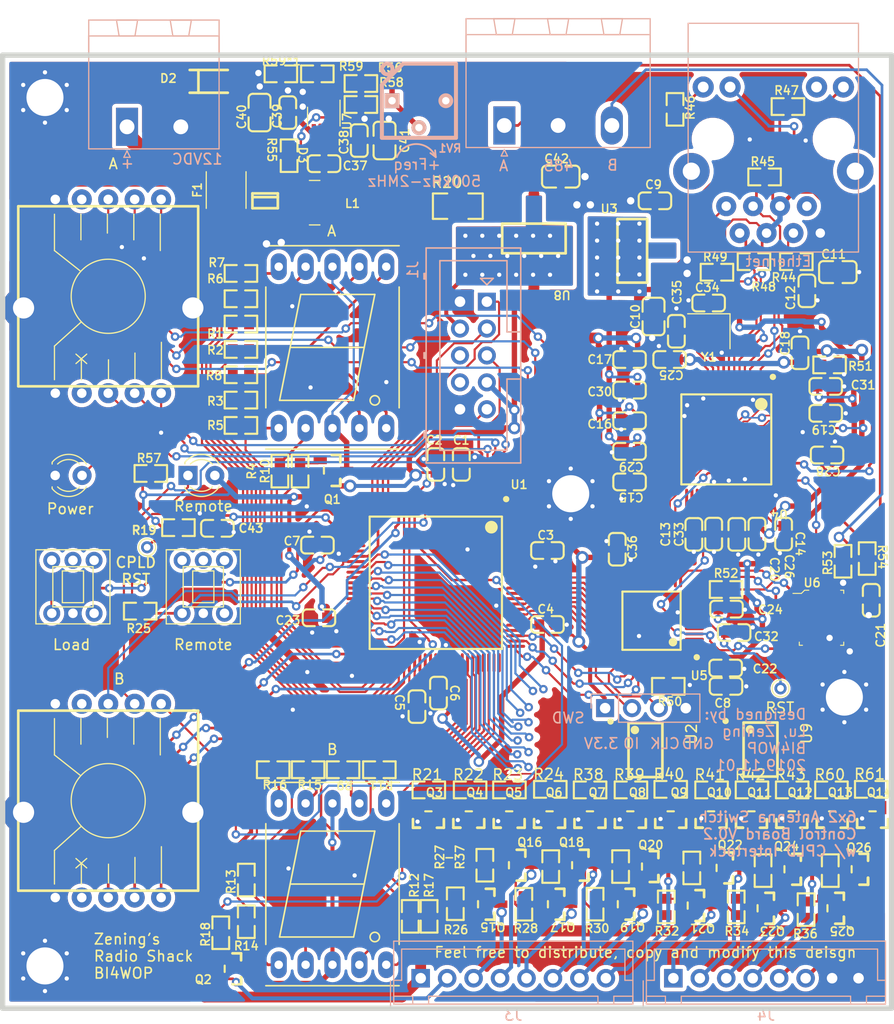
<source format=kicad_pcb>
(kicad_pcb (version 20171130) (host pcbnew "(5.1.4)-1")
  (layers (0 F.Cu signal) (31 B.Cu signal) (34 B.Paste user) (35 F.Paste user) (36 B.SilkS user) (37 F.SilkS user) (38 B.Mask user) (39 F.Mask user) (44 Edge.Cuts user))
  (net 0 "")
  (net 1 +3V3)
  (net 2 /Remote/RST)
  (net 3 +1V8)
  (net 4 "Net-(D1-Pad1)")
  (net 5 +12V)
  (net 6 "Net-(F1-Pad2)")
  (net 7 BCD1_2)
  (net 8 BCD1_1)
  (net 9 BCD1_0)
  (net 10 BCD2_2)
  (net 11 BCD2_1)
  (net 12 BCD2_0)
  (net 13 "Net-(J3-Pad3)")
  (net 14 "Net-(J3-Pad4)")
  (net 15 "Net-(J3-Pad5)")
  (net 16 "Net-(J3-Pad6)")
  (net 17 /Remote/INT)
  (net 18 /Remote/SWCLK)
  (net 19 /Remote/SWDIO)
  (net 20 "Net-(Q1-Pad3)")
  (net 21 "Net-(R18-Pad2)")
  (net 22 "Net-(R50-Pad2)")
  (net 23 "Net-(R51-Pad2)")
  (net 24 "Net-(R52-Pad1)")
  (net 25 "Net-(R55-Pad2)")
  (net 26 /Remote/SPI_MOSI)
  (net 27 /Remote/SPI_MISO)
  (net 28 /Remote/SPI_SCK)
  (net 29 /Remote/485RW)
  (net 30 /Remote/RXD)
  (net 31 /Remote/TXD)
  (net 32 /Remote/A)
  (net 33 /Remote/B)
  (net 34 /Remote/RXP)
  (net 35 /Remote/TXP)
  (net 36 /Remote/RXN)
  (net 37 /Remote/TXN)
  (net 38 /Remote/X+)
  (net 39 /Remote/X-)
  (net 40 /Remote/SPI_CS)
  (net 41 chasis)
  (net 42 "Net-(C37-Pad2)")
  (net 43 "Net-(C37-Pad1)")
  (net 44 "Net-(C38-Pad2)")
  (net 45 "Net-(D4-Pad2)")
  (net 46 "Net-(J1-Pad6)")
  (net 47 "Net-(J3-Pad7)")
  (net 48 "Net-(J3-Pad8)")
  (net 49 "Net-(J4-Pad1)")
  (net 50 "Net-(J4-Pad2)")
  (net 51 "Net-(J4-Pad3)")
  (net 52 "Net-(J4-Pad4)")
  (net 53 "Net-(J4-Pad5)")
  (net 54 "Net-(J4-Pad6)")
  (net 55 "Net-(J5-Pad12)")
  (net 56 "Net-(J5-Pad10)")
  (net 57 "Net-(J5-Pad9)")
  (net 58 "Net-(Q1-Pad1)")
  (net 59 "Net-(Q2-Pad3)")
  (net 60 "Net-(Q2-Pad1)")
  (net 61 "Net-(Q3-Pad3)")
  (net 62 "Net-(Q4-Pad3)")
  (net 63 "Net-(Q5-Pad3)")
  (net 64 "Net-(Q6-Pad3)")
  (net 65 "Net-(Q7-Pad3)")
  (net 66 "Net-(Q8-Pad3)")
  (net 67 "Net-(Q9-Pad3)")
  (net 68 "Net-(Q10-Pad3)")
  (net 69 "Net-(Q11-Pad3)")
  (net 70 "Net-(Q12-Pad3)")
  (net 71 "Net-(Q13-Pad3)")
  (net 72 "Net-(Q14-Pad3)")
  (net 73 "Net-(Q15-Pad1)")
  (net 74 "Net-(Q16-Pad1)")
  (net 75 "Net-(Q17-Pad1)")
  (net 76 "Net-(Q18-Pad1)")
  (net 77 "Net-(Q19-Pad1)")
  (net 78 "Net-(Q20-Pad1)")
  (net 79 "Net-(Q21-Pad1)")
  (net 80 "Net-(Q22-Pad1)")
  (net 81 "Net-(Q23-Pad1)")
  (net 82 "Net-(Q24-Pad1)")
  (net 83 "Net-(Q25-Pad1)")
  (net 84 "Net-(Q26-Pad1)")
  (net 85 "Net-(R1-Pad1)")
  (net 86 "Net-(R2-Pad1)")
  (net 87 "Net-(R3-Pad1)")
  (net 88 "Net-(R4-Pad1)")
  (net 89 "Net-(R5-Pad1)")
  (net 90 "Net-(R6-Pad1)")
  (net 91 "Net-(R7-Pad1)")
  (net 92 "Net-(R8-Pad1)")
  (net 93 "Net-(R9-Pad1)")
  (net 94 "Net-(R11-Pad1)")
  (net 95 "Net-(R12-Pad1)")
  (net 96 "Net-(R13-Pad1)")
  (net 97 "Net-(R14-Pad1)")
  (net 98 "Net-(R15-Pad1)")
  (net 99 "Net-(R16-Pad1)")
  (net 100 "Net-(R17-Pad1)")
  (net 101 /Interlock/SEL1_1)
  (net 102 /Interlock/SEL2_1)
  (net 103 /Interlock/SEL1_2)
  (net 104 /Interlock/SEL2_2)
  (net 105 /Interlock/SEL1_3)
  (net 106 /Interlock/SEL2_3)
  (net 107 /Interlock/SEL1_4)
  (net 108 /Interlock/SEL2_4)
  (net 109 /Interlock/SEL1_5)
  (net 110 /Interlock/SEL2_5)
  (net 111 /Interlock/SEL1_6)
  (net 112 /Interlock/SEL2_6)
  (net 113 /Interlock/LOAD)
  (net 114 /Interlock/REMOTE)
  (net 115 "Net-(SW1-Pad2)")
  (net 116 "Net-(SW2-Pad2)")
  (net 117 "Net-(U4-Pad35)")
  (net 118 BCDM1_0)
  (net 119 BCDM1_1)
  (net 120 BCDM1_2)
  (net 121 BCDM2_0)
  (net 122 BCDM2_1)
  (net 123 BCDM2_2)
  (net 124 "Net-(U1-Pad100)")
  (net 125 "Net-(U1-Pad99)")
  (net 126 "Net-(U1-Pad98)")
  (net 127 "Net-(U1-Pad97)")
  (net 128 "Net-(U1-Pad96)")
  (net 129 "Net-(U1-Pad95)")
  (net 130 "Net-(U1-Pad92)")
  (net 131 "Net-(U1-Pad91)")
  (net 132 "Net-(U1-Pad90)")
  (net 133 "Net-(U1-Pad64)")
  (net 134 "Net-(U1-Pad62)")
  (net 135 "Net-(U1-Pad49)")
  (net 136 "Net-(U1-Pad14)")
  (net 137 "Net-(U1-Pad12)")
  (net 138 "Net-(U1-Pad8)")
  (net 139 "Net-(U1-Pad1)")
  (net 140 "Net-(J1-Pad8)")
  (net 141 "Net-(R52-Pad2)")
  (net 142 "Net-(R59-Pad2)")
  (net 143 "Net-(U4-Pad57)")
  (net 144 "Net-(U4-Pad34)")
  (net 145 "Net-(U4-Pad33)")
  (net 146 "Net-(U4-Pad32)")
  (net 147 "Net-(U4-Pad27)")
  (net 148 "Net-(U4-Pad26)")
  (net 149 "Net-(U4-Pad25)")
  (net 150 "Net-(U4-Pad24)")
  (net 151 "Net-(U4-Pad23)")
  (net 152 "Net-(U4-Pad22)")
  (net 153 "Net-(U5-Pad46)")
  (net 154 "Net-(U5-Pad45)")
  (net 155 "Net-(U5-Pad43)")
  (net 156 "Net-(U5-Pad42)")
  (net 157 "Net-(U5-Pad41)")
  (net 158 "Net-(U5-Pad36)")
  (net 159 "Net-(U5-Pad35)")
  (net 160 "Net-(U5-Pad21)")
  (net 161 "Net-(U5-Pad20)")
  (net 162 "Net-(U5-Pad19)")
  (net 163 "Net-(U5-Pad18)")
  (net 164 "Net-(U5-Pad10)")
  (net 165 "Net-(U5-Pad6)")
  (net 166 "Net-(U5-Pad5)")
  (net 167 "Net-(U5-Pad4)")
  (net 168 "Net-(U5-Pad3)")
  (net 169 "Net-(U5-Pad2)")
  (net 170 "Net-(R59*1-Pad1)")
  (net 171 "Net-(C38-Pad1)")
  (net 172 "Net-(U1-Pad30)")
  (net 173 "Net-(U1-Pad29)")
  (net 174 "Net-(U1-Pad28)")
  (net 175 "Net-(U1-Pad26)")
  (net 176 "Net-(U1-Pad21)")
  (net 177 /Interlock/TCK)
  (net 178 /Interlock/TDO)
  (net 179 /Interlock/TMS)
  (net 180 /Interlock/TDI)
  (net 181 /Interlock/SEG1_A)
  (net 182 /Interlock/SEG1_B)
  (net 183 /Interlock/SEG1_C)
  (net 184 /Interlock/SEG1_D)
  (net 185 /Interlock/SEG1_E)
  (net 186 /Interlock/SEG1_F)
  (net 187 /Interlock/SEG1_G)
  (net 188 /Interlock/SEG1_DP)
  (net 189 /Interlock/SEG2_A)
  (net 190 /Interlock/SEG1)
  (net 191 /Interlock/SEG2_B)
  (net 192 /Interlock/SEG2_C)
  (net 193 /Interlock/SEG2_D)
  (net 194 /Interlock/SEG2_E)
  (net 195 /Interlock/SEG2_F)
  (net 196 /Interlock/SEG2_G)
  (net 197 /Interlock/SEG2_DP)
  (net 198 /Interlock/SW1_6)
  (net 199 /Interlock/SW1_5)
  (net 200 /Interlock/SW1_4)
  (net 201 /Interlock/SW1_3)
  (net 202 /Interlock/SW1_2)
  (net 203 /Interlock/SW1_1)
  (net 204 /Interlock/SW2_6)
  (net 205 /Interlock/SW2_5)
  (net 206 /Interlock/SW2_4)
  (net 207 /Interlock/SW2_3)
  (net 208 /Interlock/SW2_2)
  (net 209 /Interlock/SW2_1)
  (net 210 "Net-(U1-Pad75)")
  (net 211 "Net-(U1-Pad61)")
  (net 212 /Interlock/CPLDRST)
  (net 213 "Net-(R20-Pad1)")
  (net 214 "Net-(Q3-Pad1)")
  (net 215 "Net-(Q4-Pad1)")
  (net 216 "Net-(Q5-Pad1)")
  (net 217 "Net-(Q6-Pad1)")
  (net 218 "Net-(Q7-Pad1)")
  (net 219 "Net-(Q8-Pad1)")
  (net 220 "Net-(Q9-Pad1)")
  (net 221 "Net-(Q10-Pad1)")
  (net 222 "Net-(Q11-Pad1)")
  (net 223 "Net-(Q12-Pad1)")
  (net 224 "Net-(Q13-Pad1)")
  (net 225 "Net-(Q14-Pad1)")
  (net 226 "Net-(R21-Pad1)")
  (net 227 "Net-(R22-Pad1)")
  (net 228 "Net-(R23-Pad1)")
  (net 229 "Net-(R24-Pad1)")
  (net 230 "Net-(R38-Pad1)")
  (net 231 "Net-(R39-Pad1)")
  (net 232 "Net-(R40-Pad1)")
  (net 233 "Net-(R41-Pad1)")
  (net 234 "Net-(R42-Pad1)")
  (net 235 "Net-(R43-Pad1)")
  (net 236 "Net-(R60-Pad1)")
  (net 237 "Net-(R61-Pad1)")
  (module lc_lib:TSSOP-14 (layer F.Cu) (at 121.6152 115.57 270)
    (fp_text reference U9 (at -1.523619 -4.350876 90) (layer F.SilkS))
    (fp_text value 74HC04)
    (pad 14 smd oval (at -1.95 -2.85 90) (size 0.32 1.7) (layers F.Cu F.Paste F.Mask) (net 1 +3V3))
    (pad 13 smd oval (at -1.3 -2.85 90) (size 0.32 1.7) (layers F.Cu F.Paste F.Mask) (net 112 /Interlock/SEL2_6))
    (pad 12 smd oval (at -0.65 -2.85 90) (size 0.32 1.7) (layers F.Cu F.Paste F.Mask) (net 237 "Net-(R61-Pad1)"))
    (pad 11 smd oval (at 0 -2.85 90) (size 0.32 1.7) (layers F.Cu F.Paste F.Mask) (net 111 /Interlock/SEL1_6))
    (pad 10 smd oval (at 0.65 -2.85 90) (size 0.32 1.7) (layers F.Cu F.Paste F.Mask) (net 236 "Net-(R60-Pad1)"))
    (pad 9 smd oval (at 1.3 -2.85 90) (size 0.32 1.7) (layers F.Cu F.Paste F.Mask) (net 110 /Interlock/SEL2_5))
    (pad 8 smd oval (at 1.95 -2.85 90) (size 0.32 1.7) (layers F.Cu F.Paste F.Mask) (net 235 "Net-(R43-Pad1)"))
    (pad 7 smd oval (at 1.95 2.85 90) (size 0.32 1.7) (layers F.Cu F.Paste F.Mask) (net 41 chasis))
    (pad 6 smd oval (at 1.3 2.85 90) (size 0.32 1.7) (layers F.Cu F.Paste F.Mask) (net 234 "Net-(R42-Pad1)"))
    (pad 5 smd oval (at 0.65 2.85 90) (size 0.32 1.7) (layers F.Cu F.Paste F.Mask) (net 109 /Interlock/SEL1_5))
    (pad 4 smd oval (at 0 2.85 90) (size 0.32 1.7) (layers F.Cu F.Paste F.Mask) (net 233 "Net-(R41-Pad1)"))
    (pad 3 smd oval (at -0.65 2.85 90) (size 0.32 1.7) (layers F.Cu F.Paste F.Mask) (net 108 /Interlock/SEL2_4))
    (pad 2 smd oval (at -1.3 2.85 90) (size 0.32 1.7) (layers F.Cu F.Paste F.Mask) (net 232 "Net-(R40-Pad1)"))
    (pad 1 smd oval (at -1.95 2.85 90) (size 0.32 1.7) (layers F.Cu F.Paste F.Mask) (net 107 /Interlock/SEL1_4))
  )
  (module lc_lib:TSSOP-14 (layer F.Cu) (at 110.744 115.6208 270)
    (fp_text reference U2 (at -1.523619 -4.350876 90) (layer F.SilkS))
    (fp_text value 74HC04)
    (pad 14 smd oval (at -1.95 -2.85 90) (size 0.32 1.7) (layers F.Cu F.Paste F.Mask) (net 1 +3V3))
    (pad 13 smd oval (at -1.3 -2.85 90) (size 0.32 1.7) (layers F.Cu F.Paste F.Mask) (net 106 /Interlock/SEL2_3))
    (pad 12 smd oval (at -0.65 -2.85 90) (size 0.32 1.7) (layers F.Cu F.Paste F.Mask) (net 231 "Net-(R39-Pad1)"))
    (pad 11 smd oval (at 0 -2.85 90) (size 0.32 1.7) (layers F.Cu F.Paste F.Mask) (net 105 /Interlock/SEL1_3))
    (pad 10 smd oval (at 0.65 -2.85 90) (size 0.32 1.7) (layers F.Cu F.Paste F.Mask) (net 230 "Net-(R38-Pad1)"))
    (pad 9 smd oval (at 1.3 -2.85 90) (size 0.32 1.7) (layers F.Cu F.Paste F.Mask) (net 104 /Interlock/SEL2_2))
    (pad 8 smd oval (at 1.95 -2.85 90) (size 0.32 1.7) (layers F.Cu F.Paste F.Mask) (net 229 "Net-(R24-Pad1)"))
    (pad 7 smd oval (at 1.95 2.85 90) (size 0.32 1.7) (layers F.Cu F.Paste F.Mask) (net 41 chasis))
    (pad 6 smd oval (at 1.3 2.85 90) (size 0.32 1.7) (layers F.Cu F.Paste F.Mask) (net 228 "Net-(R23-Pad1)"))
    (pad 5 smd oval (at 0.65 2.85 90) (size 0.32 1.7) (layers F.Cu F.Paste F.Mask) (net 103 /Interlock/SEL1_2))
    (pad 4 smd oval (at 0 2.85 90) (size 0.32 1.7) (layers F.Cu F.Paste F.Mask) (net 227 "Net-(R22-Pad1)"))
    (pad 3 smd oval (at -0.65 2.85 90) (size 0.32 1.7) (layers F.Cu F.Paste F.Mask) (net 102 /Interlock/SEL2_1))
    (pad 2 smd oval (at -1.3 2.85 90) (size 0.32 1.7) (layers F.Cu F.Paste F.Mask) (net 226 "Net-(R21-Pad1)"))
    (pad 1 smd oval (at -1.95 2.85 90) (size 0.32 1.7) (layers F.Cu F.Paste F.Mask) (net 101 /Interlock/SEL1_1))
  )
  (module lc_lib:0603_R (layer F.Cu) (at 132.08 119.3292)
    (fp_text reference R61 (at -0.158619 -1.439276) (layer F.SilkS))
    (fp_text value 47K)
    (pad 2 smd rect (at 0.77 0) (size 0.93 0.98) (layers F.Cu F.Paste F.Mask) (net 225 "Net-(Q14-Pad1)"))
    (pad 1 smd rect (at -0.77 0) (size 0.93 0.98) (layers F.Cu F.Paste F.Mask) (net 237 "Net-(R61-Pad1)"))
  )
  (module lc_lib:0603_R (layer F.Cu) (at 128.3208 119.38)
    (fp_text reference R60 (at -0.158619 -1.439276) (layer F.SilkS))
    (fp_text value 47K)
    (pad 2 smd rect (at 0.77 0) (size 0.93 0.98) (layers F.Cu F.Paste F.Mask) (net 224 "Net-(Q13-Pad1)"))
    (pad 1 smd rect (at -0.77 0) (size 0.93 0.98) (layers F.Cu F.Paste F.Mask) (net 236 "Net-(R60-Pad1)"))
  )
  (module lc_lib:0603_R (layer F.Cu) (at 124.6124 119.38)
    (fp_text reference R43 (at -0.158619 -1.439276) (layer F.SilkS))
    (fp_text value 47K)
    (pad 2 smd rect (at 0.77 0) (size 0.93 0.98) (layers F.Cu F.Paste F.Mask) (net 223 "Net-(Q12-Pad1)"))
    (pad 1 smd rect (at -0.77 0) (size 0.93 0.98) (layers F.Cu F.Paste F.Mask) (net 235 "Net-(R43-Pad1)"))
  )
  (module lc_lib:0603_R (layer F.Cu) (at 120.8104 119.38)
    (fp_text reference R42 (at -0.158619 -1.439276) (layer F.SilkS))
    (fp_text value 47K)
    (pad 2 smd rect (at 0.77 0) (size 0.93 0.98) (layers F.Cu F.Paste F.Mask) (net 222 "Net-(Q11-Pad1)"))
    (pad 1 smd rect (at -0.77 0) (size 0.93 0.98) (layers F.Cu F.Paste F.Mask) (net 234 "Net-(R42-Pad1)"))
  )
  (module lc_lib:0603_R (layer F.Cu) (at 116.9924 119.38)
    (fp_text reference R41 (at -0.158619 -1.439276) (layer F.SilkS))
    (fp_text value 47K)
    (pad 2 smd rect (at 0.77 0) (size 0.93 0.98) (layers F.Cu F.Paste F.Mask) (net 221 "Net-(Q10-Pad1)"))
    (pad 1 smd rect (at -0.77 0) (size 0.93 0.98) (layers F.Cu F.Paste F.Mask) (net 233 "Net-(R41-Pad1)"))
  )
  (module lc_lib:0603_R (layer F.Cu) (at 113.1316 119.3292)
    (fp_text reference R40 (at -0.158619 -1.439276) (layer F.SilkS))
    (fp_text value 47K)
    (pad 2 smd rect (at 0.77 0) (size 0.93 0.98) (layers F.Cu F.Paste F.Mask) (net 220 "Net-(Q9-Pad1)"))
    (pad 1 smd rect (at -0.77 0) (size 0.93 0.98) (layers F.Cu F.Paste F.Mask) (net 232 "Net-(R40-Pad1)"))
  )
  (module lc_lib:0603_R (layer F.Cu) (at 109.3724 119.38)
    (fp_text reference R39 (at -0.158619 -1.439276) (layer F.SilkS))
    (fp_text value 47K)
    (pad 2 smd rect (at 0.77 0) (size 0.93 0.98) (layers F.Cu F.Paste F.Mask) (net 219 "Net-(Q8-Pad1)"))
    (pad 1 smd rect (at -0.77 0) (size 0.93 0.98) (layers F.Cu F.Paste F.Mask) (net 231 "Net-(R39-Pad1)"))
  )
  (module lc_lib:0603_R (layer F.Cu) (at 105.5116 119.38)
    (fp_text reference R38 (at -0.158619 -1.439276) (layer F.SilkS))
    (fp_text value 47K)
    (pad 2 smd rect (at 0.77 0) (size 0.93 0.98) (layers F.Cu F.Paste F.Mask) (net 218 "Net-(Q7-Pad1)"))
    (pad 1 smd rect (at -0.77 0) (size 0.93 0.98) (layers F.Cu F.Paste F.Mask) (net 230 "Net-(R38-Pad1)"))
  )
  (module lc_lib:0603_R (layer F.Cu) (at 101.7524 119.3292)
    (fp_text reference R24 (at -0.158619 -1.439276) (layer F.SilkS))
    (fp_text value 47K)
    (pad 2 smd rect (at 0.77 0) (size 0.93 0.98) (layers F.Cu F.Paste F.Mask) (net 217 "Net-(Q6-Pad1)"))
    (pad 1 smd rect (at -0.77 0) (size 0.93 0.98) (layers F.Cu F.Paste F.Mask) (net 229 "Net-(R24-Pad1)"))
  )
  (module lc_lib:0603_R (layer F.Cu) (at 97.8916 119.38)
    (fp_text reference R23 (at -0.158619 -1.439276) (layer F.SilkS))
    (fp_text value 47K)
    (pad 2 smd rect (at 0.77 0) (size 0.93 0.98) (layers F.Cu F.Paste F.Mask) (net 216 "Net-(Q5-Pad1)"))
    (pad 1 smd rect (at -0.77 0) (size 0.93 0.98) (layers F.Cu F.Paste F.Mask) (net 228 "Net-(R23-Pad1)"))
  )
  (module lc_lib:0603_R (layer F.Cu) (at 94.1752 119.38)
    (fp_text reference R22 (at -0.158619 -1.439276) (layer F.SilkS))
    (fp_text value 47K)
    (pad 2 smd rect (at 0.77 0) (size 0.93 0.98) (layers F.Cu F.Paste F.Mask) (net 215 "Net-(Q4-Pad1)"))
    (pad 1 smd rect (at -0.77 0) (size 0.93 0.98) (layers F.Cu F.Paste F.Mask) (net 227 "Net-(R22-Pad1)"))
  )
  (module lc_lib:0603_R (layer F.Cu) (at 90.2716 119.38)
    (fp_text reference R21 (at -0.158619 -1.439276) (layer F.SilkS))
    (fp_text value 47K)
    (pad 2 smd rect (at 0.77 0) (size 0.93 0.98) (layers F.Cu F.Paste F.Mask) (net 214 "Net-(Q3-Pad1)"))
    (pad 1 smd rect (at -0.77 0) (size 0.93 0.98) (layers F.Cu F.Paste F.Mask) (net 226 "Net-(R21-Pad1)"))
  )
  (module lc_lib:1206_R (layer F.Cu) (at 93.0148 64.262 180)
    (fp_text reference R20 (at 1.016 2.2352) (layer F.SilkS))
    (fp_text value 0)
    (pad 2 smd rect (at 1.49 0 180) (size 1.13 1.8) (layers F.Cu F.Paste F.Mask) (net 171 "Net-(C38-Pad1)"))
    (pad 1 smd rect (at -1.49 0 180) (size 1.13 1.8) (layers F.Cu F.Paste F.Mask) (net 213 "Net-(R20-Pad1)"))
  )
  (module MyPCBLib:K8-7071 (layer F.Cu) (at 68.961 100.203)
    (fp_text reference SW4 hide)
    (fp_text value REMOTE)
    (pad 4 thru_hole circle (at -2 -2.5) (size 1.6 1.6) (drill 0.9) (layers *.Cu *.Mask))
    (pad 5 thru_hole circle (at 0 -2.5) (size 1.6 1.6) (drill 0.9) (layers *.Cu *.Mask))
    (pad 6 thru_hole circle (at 2 -2.5) (size 1.6 1.6) (drill 0.9) (layers *.Cu *.Mask))
    (pad 1 thru_hole circle (at -2 2.5) (size 1.6 1.6) (drill 0.9) (layers *.Cu *.Mask) (net 114 /Interlock/REMOTE))
    (pad 2 thru_hole circle (at 0 2.5) (size 1.6 1.6) (drill 0.9) (layers *.Cu *.Mask) (net 41 chasis))
    (pad 3 thru_hole circle (at 2 2.5) (size 1.6 1.6) (drill 0.9) (layers *.Cu *.Mask))
  )
  (module MyPCBLib:K8-7071 (layer F.Cu) (at 56.642 100.203)
    (fp_text reference SW3 hide)
    (fp_text value LOAD)
    (pad 4 thru_hole circle (at -2 -2.5) (size 1.6 1.6) (drill 0.9) (layers *.Cu *.Mask))
    (pad 5 thru_hole circle (at 0 -2.5) (size 1.6 1.6) (drill 0.9) (layers *.Cu *.Mask))
    (pad 6 thru_hole circle (at 2 -2.5) (size 1.6 1.6) (drill 0.9) (layers *.Cu *.Mask))
    (pad 1 thru_hole circle (at -2 2.5) (size 1.6 1.6) (drill 0.9) (layers *.Cu *.Mask) (net 113 /Interlock/LOAD))
    (pad 2 thru_hole circle (at 0 2.5) (size 1.6 1.6) (drill 0.9) (layers *.Cu *.Mask) (net 41 chasis))
    (pad 3 thru_hole circle (at 2 2.5) (size 1.6 1.6) (drill 0.9) (layers *.Cu *.Mask))
  )
  (module lc_lib:0603_R (layer F.Cu) (at 66.6115 94.615)
    (fp_text reference R19 (at -3.2385 0.254) (layer F.SilkS) (effects (font (size 0.8 0.8) (thickness 0.17))))
    (fp_text value 1K)
    (pad 2 smd rect (at 0.77 0) (size 0.93 0.98) (layers F.Cu F.Paste F.Mask) (net 212 /Interlock/CPLDRST))
    (pad 1 smd rect (at -0.77 0) (size 0.93 0.98) (layers F.Cu F.Paste F.Mask) (net 1 +3V3))
  )
  (module Connectors:PINTST (layer F.Cu) (at 63.6524 96.4692)
    (fp_text reference J9 hide)
    (fp_text value RST)
    (pad 1 thru_hole circle (at 0 0) (size 1.143 1.143) (drill 0.635) (layers *.Cu *.Mask) (net 212 /Interlock/CPLDRST))
  )
  (module lc_lib:0603_C (layer F.Cu) (at 70.2945 94.6785)
    (fp_text reference C43 (at 3.175 0) (layer F.SilkS) (effects (font (size 0.8 0.8) (thickness 0.17))))
    (fp_text value 104)
    (pad 2 smd rect (at 0.77 0) (size 0.93 0.98) (layers F.Cu F.Paste F.Mask) (net 41 chasis))
    (pad 1 smd rect (at -0.77 0) (size 0.93 0.98) (layers F.Cu F.Paste F.Mask) (net 212 /Interlock/CPLDRST))
  )
  (module Connectors:PINTST (layer F.Cu) (at 123.5075 109.7915)
    (fp_text reference J2 hide)
    (fp_text value Conn_01x01)
    (pad 1 thru_hole circle (at 0 0) (size 1.143 1.143) (drill 0.635) (layers *.Cu *.Mask) (net 2 /Remote/RST))
  )
  (module lc_lib:LQFP-100_14X14X05P (layer F.Cu) (at 90.932 99.822 180)
    (fp_text reference U1 (at -7.874 9.271 unlocked) (layer F.SilkS) (effects (font (size 0.8 0.8))))
    (fp_text value EPM240T100)
    (pad 100 smd oval (at -7.55 6 270) (size 0.28 1.8) (layers F.Cu F.Paste F.Mask) (net 124 "Net-(U1-Pad100)"))
    (pad 99 smd oval (at -7.55 5.5 270) (size 0.28 1.8) (layers F.Cu F.Paste F.Mask) (net 125 "Net-(U1-Pad99)"))
    (pad 98 smd oval (at -7.55 5 270) (size 0.28 1.8) (layers F.Cu F.Paste F.Mask) (net 126 "Net-(U1-Pad98)"))
    (pad 97 smd oval (at -7.55 4.5 270) (size 0.28 1.8) (layers F.Cu F.Paste F.Mask) (net 127 "Net-(U1-Pad97)"))
    (pad 96 smd oval (at -7.55 4 270) (size 0.28 1.8) (layers F.Cu F.Paste F.Mask) (net 128 "Net-(U1-Pad96)"))
    (pad 95 smd oval (at -7.55 3.5 270) (size 0.28 1.8) (layers F.Cu F.Paste F.Mask) (net 129 "Net-(U1-Pad95)"))
    (pad 94 smd oval (at -7.55 3 270) (size 0.28 1.8) (layers F.Cu F.Paste F.Mask) (net 1 +3V3))
    (pad 93 smd oval (at -7.55 2.5 270) (size 0.28 1.8) (layers F.Cu F.Paste F.Mask) (net 41 chasis))
    (pad 92 smd oval (at -7.55 2 270) (size 0.28 1.8) (layers F.Cu F.Paste F.Mask) (net 130 "Net-(U1-Pad92)"))
    (pad 91 smd oval (at -7.55 1.5 270) (size 0.28 1.8) (layers F.Cu F.Paste F.Mask) (net 131 "Net-(U1-Pad91)"))
    (pad 90 smd oval (at -7.55 1 270) (size 0.28 1.8) (layers F.Cu F.Paste F.Mask) (net 132 "Net-(U1-Pad90)"))
    (pad 89 smd oval (at -7.55 0.5 270) (size 0.28 1.8) (layers F.Cu F.Paste F.Mask) (net 123 BCDM2_2))
    (pad 88 smd oval (at -7.55 0 270) (size 0.28 1.8) (layers F.Cu F.Paste F.Mask) (net 122 BCDM2_1))
    (pad 87 smd oval (at -7.55 -0.5 270) (size 0.28 1.8) (layers F.Cu F.Paste F.Mask) (net 121 BCDM2_0))
    (pad 86 smd oval (at -7.55 -1 270) (size 0.28 1.8) (layers F.Cu F.Paste F.Mask) (net 120 BCDM1_2))
    (pad 85 smd oval (at -7.55 -1.5 270) (size 0.28 1.8) (layers F.Cu F.Paste F.Mask) (net 119 BCDM1_1))
    (pad 84 smd oval (at -7.55 -2 270) (size 0.28 1.8) (layers F.Cu F.Paste F.Mask) (net 118 BCDM1_0))
    (pad 83 smd oval (at -7.55 -2.5 270) (size 0.28 1.8) (layers F.Cu F.Paste F.Mask) (net 10 BCD2_2))
    (pad 82 smd oval (at -7.55 -3 270) (size 0.28 1.8) (layers F.Cu F.Paste F.Mask) (net 11 BCD2_1))
    (pad 81 smd oval (at -7.55 -3.5 270) (size 0.28 1.8) (layers F.Cu F.Paste F.Mask) (net 12 BCD2_0))
    (pad 80 smd oval (at -7.55 -4 270) (size 0.28 1.8) (layers F.Cu F.Paste F.Mask) (net 1 +3V3))
    (pad 79 smd oval (at -7.55 -4.5 270) (size 0.28 1.8) (layers F.Cu F.Paste F.Mask) (net 41 chasis))
    (pad 78 smd oval (at -7.55 -5 270) (size 0.28 1.8) (layers F.Cu F.Paste F.Mask) (net 7 BCD1_2))
    (pad 77 smd oval (at -7.55 -5.5 270) (size 0.28 1.8) (layers F.Cu F.Paste F.Mask) (net 8 BCD1_1))
    (pad 76 smd oval (at -7.55 -6 270) (size 0.28 1.8) (layers F.Cu F.Paste F.Mask) (net 9 BCD1_0))
    (pad 75 smd oval (at -6 -7.55) (size 0.28 1.8) (layers F.Cu F.Paste F.Mask) (net 210 "Net-(U1-Pad75)"))
    (pad 74 smd oval (at -5.5 -7.55) (size 0.28 1.8) (layers F.Cu F.Paste F.Mask) (net 21 "Net-(R18-Pad2)"))
    (pad 73 smd oval (at -5 -7.55) (size 0.28 1.8) (layers F.Cu F.Paste F.Mask) (net 191 /Interlock/SEG2_B))
    (pad 72 smd oval (at -4.5 -7.55) (size 0.28 1.8) (layers F.Cu F.Paste F.Mask) (net 197 /Interlock/SEG2_DP))
    (pad 71 smd oval (at -4 -7.55) (size 0.28 1.8) (layers F.Cu F.Paste F.Mask) (net 189 /Interlock/SEG2_A))
    (pad 70 smd oval (at -3.5 -7.55) (size 0.28 1.8) (layers F.Cu F.Paste F.Mask) (net 192 /Interlock/SEG2_C))
    (pad 69 smd oval (at -3 -7.55) (size 0.28 1.8) (layers F.Cu F.Paste F.Mask) (net 195 /Interlock/SEG2_F))
    (pad 68 smd oval (at -2.5 -7.55) (size 0.28 1.8) (layers F.Cu F.Paste F.Mask) (net 193 /Interlock/SEG2_D))
    (pad 67 smd oval (at -2 -7.55) (size 0.28 1.8) (layers F.Cu F.Paste F.Mask) (net 196 /Interlock/SEG2_G))
    (pad 66 smd oval (at -1.5 -7.55) (size 0.28 1.8) (layers F.Cu F.Paste F.Mask) (net 194 /Interlock/SEG2_E))
    (pad 65 smd oval (at -1 -7.55) (size 0.28 1.8) (layers F.Cu F.Paste F.Mask) (net 41 chasis))
    (pad 64 smd oval (at -0.5 -7.55) (size 0.28 1.8) (layers F.Cu F.Paste F.Mask) (net 133 "Net-(U1-Pad64)"))
    (pad 63 smd oval (at 0 -7.55) (size 0.28 1.8) (layers F.Cu F.Paste F.Mask) (net 1 +3V3))
    (pad 62 smd oval (at 0.5 -7.55) (size 0.28 1.8) (layers F.Cu F.Paste F.Mask) (net 134 "Net-(U1-Pad62)"))
    (pad 61 smd oval (at 1 -7.55) (size 0.28 1.8) (layers F.Cu F.Paste F.Mask) (net 211 "Net-(U1-Pad61)"))
    (pad 60 smd oval (at 1.5 -7.55) (size 0.28 1.8) (layers F.Cu F.Paste F.Mask) (net 41 chasis))
    (pad 59 smd oval (at 2 -7.55) (size 0.28 1.8) (layers F.Cu F.Paste F.Mask) (net 1 +3V3))
    (pad 58 smd oval (at 2.5 -7.55) (size 0.28 1.8) (layers F.Cu F.Paste F.Mask) (net 187 /Interlock/SEG1_G))
    (pad 57 smd oval (at 3 -7.55) (size 0.28 1.8) (layers F.Cu F.Paste F.Mask) (net 186 /Interlock/SEG1_F))
    (pad 56 smd oval (at 3.5 -7.55) (size 0.28 1.8) (layers F.Cu F.Paste F.Mask) (net 181 /Interlock/SEG1_A))
    (pad 55 smd oval (at 4 -7.55) (size 0.28 1.8) (layers F.Cu F.Paste F.Mask) (net 182 /Interlock/SEG1_B))
    (pad 54 smd oval (at 4.5 -7.55) (size 0.28 1.8) (layers F.Cu F.Paste F.Mask) (net 188 /Interlock/SEG1_DP))
    (pad 53 smd oval (at 5 -7.55) (size 0.28 1.8) (layers F.Cu F.Paste F.Mask) (net 183 /Interlock/SEG1_C))
    (pad 52 smd oval (at 5.5 -7.55) (size 0.28 1.8) (layers F.Cu F.Paste F.Mask) (net 185 /Interlock/SEG1_E))
    (pad 51 smd oval (at 6 -7.55) (size 0.28 1.8) (layers F.Cu F.Paste F.Mask) (net 184 /Interlock/SEG1_D))
    (pad 50 smd oval (at 7.55 -6 270) (size 0.28 1.8) (layers F.Cu F.Paste F.Mask) (net 190 /Interlock/SEG1))
    (pad 49 smd oval (at 7.55 -5.5 270) (size 0.28 1.8) (layers F.Cu F.Paste F.Mask) (net 135 "Net-(U1-Pad49)"))
    (pad 48 smd oval (at 7.55 -5 270) (size 0.28 1.8) (layers F.Cu F.Paste F.Mask) (net 101 /Interlock/SEL1_1))
    (pad 47 smd oval (at 7.55 -4.5 270) (size 0.28 1.8) (layers F.Cu F.Paste F.Mask) (net 102 /Interlock/SEL2_1))
    (pad 46 smd oval (at 7.55 -4 270) (size 0.28 1.8) (layers F.Cu F.Paste F.Mask) (net 41 chasis))
    (pad 45 smd oval (at 7.55 -3.5 270) (size 0.28 1.8) (layers F.Cu F.Paste F.Mask) (net 1 +3V3))
    (pad 44 smd oval (at 7.55 -3 270) (size 0.28 1.8) (layers F.Cu F.Paste F.Mask) (net 103 /Interlock/SEL1_2))
    (pad 43 smd oval (at 7.55 -2.5 270) (size 0.28 1.8) (layers F.Cu F.Paste F.Mask) (net 104 /Interlock/SEL2_2))
    (pad 42 smd oval (at 7.55 -2 270) (size 0.28 1.8) (layers F.Cu F.Paste F.Mask) (net 105 /Interlock/SEL1_3))
    (pad 41 smd oval (at 7.55 -1.5 270) (size 0.28 1.8) (layers F.Cu F.Paste F.Mask) (net 106 /Interlock/SEL2_3))
    (pad 40 smd oval (at 7.55 -1 270) (size 0.28 1.8) (layers F.Cu F.Paste F.Mask) (net 107 /Interlock/SEL1_4))
    (pad 39 smd oval (at 7.55 -0.5 270) (size 0.28 1.8) (layers F.Cu F.Paste F.Mask) (net 108 /Interlock/SEL2_4))
    (pad 38 smd oval (at 7.55 0 270) (size 0.28 1.8) (layers F.Cu F.Paste F.Mask) (net 109 /Interlock/SEL1_5))
    (pad 37 smd oval (at 7.55 0.5 270) (size 0.28 1.8) (layers F.Cu F.Paste F.Mask) (net 110 /Interlock/SEL2_5))
    (pad 36 smd oval (at 7.55 1 270) (size 0.28 1.8) (layers F.Cu F.Paste F.Mask) (net 111 /Interlock/SEL1_6))
    (pad 35 smd oval (at 7.55 1.5 270) (size 0.28 1.8) (layers F.Cu F.Paste F.Mask) (net 112 /Interlock/SEL2_6))
    (pad 34 smd oval (at 7.55 2 270) (size 0.28 1.8) (layers F.Cu F.Paste F.Mask) (net 114 /Interlock/REMOTE))
    (pad 33 smd oval (at 7.55 2.5 270) (size 0.28 1.8) (layers F.Cu F.Paste F.Mask) (net 113 /Interlock/LOAD))
    (pad 32 smd oval (at 7.55 3 270) (size 0.28 1.8) (layers F.Cu F.Paste F.Mask) (net 41 chasis))
    (pad 31 smd oval (at 7.55 3.5 270) (size 0.28 1.8) (layers F.Cu F.Paste F.Mask) (net 1 +3V3))
    (pad 30 smd oval (at 7.55 4 270) (size 0.28 1.8) (layers F.Cu F.Paste F.Mask) (net 172 "Net-(U1-Pad30)"))
    (pad 29 smd oval (at 7.55 4.5 270) (size 0.28 1.8) (layers F.Cu F.Paste F.Mask) (net 173 "Net-(U1-Pad29)"))
    (pad 28 smd oval (at 7.55 5 270) (size 0.28 1.8) (layers F.Cu F.Paste F.Mask) (net 174 "Net-(U1-Pad28)"))
    (pad 27 smd oval (at 7.55 5.5 270) (size 0.28 1.8) (layers F.Cu F.Paste F.Mask) (net 212 /Interlock/CPLDRST))
    (pad 26 smd oval (at 7.55 6 270) (size 0.28 1.8) (layers F.Cu F.Paste F.Mask) (net 175 "Net-(U1-Pad26)"))
    (pad 25 smd oval (at 6 7.55) (size 0.28 1.8) (layers F.Cu F.Paste F.Mask) (net 178 /Interlock/TDO))
    (pad 24 smd oval (at 5.5 7.55) (size 0.28 1.8) (layers F.Cu F.Paste F.Mask) (net 177 /Interlock/TCK))
    (pad 23 smd oval (at 5 7.55) (size 0.28 1.8) (layers F.Cu F.Paste F.Mask) (net 180 /Interlock/TDI))
    (pad 22 smd oval (at 4.5 7.55) (size 0.28 1.8) (layers F.Cu F.Paste F.Mask) (net 179 /Interlock/TMS))
    (pad 21 smd oval (at 4 7.55) (size 0.28 1.8) (layers F.Cu F.Paste F.Mask) (net 176 "Net-(U1-Pad21)"))
    (pad 20 smd oval (at 3.5 7.55) (size 0.28 1.8) (layers F.Cu F.Paste F.Mask) (net 204 /Interlock/SW2_6))
    (pad 19 smd oval (at 3 7.55) (size 0.28 1.8) (layers F.Cu F.Paste F.Mask) (net 205 /Interlock/SW2_5))
    (pad 18 smd oval (at 2.5 7.55) (size 0.28 1.8) (layers F.Cu F.Paste F.Mask) (net 206 /Interlock/SW2_4))
    (pad 17 smd oval (at 2 7.55) (size 0.28 1.8) (layers F.Cu F.Paste F.Mask) (net 207 /Interlock/SW2_3))
    (pad 16 smd oval (at 1.5 7.55) (size 0.28 1.8) (layers F.Cu F.Paste F.Mask) (net 208 /Interlock/SW2_2))
    (pad 15 smd oval (at 1 7.55) (size 0.28 1.8) (layers F.Cu F.Paste F.Mask) (net 209 /Interlock/SW2_1))
    (pad 14 smd oval (at 0.5 7.55) (size 0.28 1.8) (layers F.Cu F.Paste F.Mask) (net 136 "Net-(U1-Pad14)"))
    (pad 13 smd oval (at 0 7.55) (size 0.28 1.8) (layers F.Cu F.Paste F.Mask) (net 1 +3V3))
    (pad 12 smd oval (at -0.5 7.55) (size 0.28 1.8) (layers F.Cu F.Paste F.Mask) (net 137 "Net-(U1-Pad12)"))
    (pad 11 smd oval (at -1 7.55) (size 0.28 1.8) (layers F.Cu F.Paste F.Mask) (net 41 chasis))
    (pad 10 smd oval (at -1.5 7.55) (size 0.28 1.8) (layers F.Cu F.Paste F.Mask) (net 41 chasis))
    (pad 9 smd oval (at -2 7.55) (size 0.28 1.8) (layers F.Cu F.Paste F.Mask) (net 1 +3V3))
    (pad 8 smd oval (at -2.5 7.55) (size 0.28 1.8) (layers F.Cu F.Paste F.Mask) (net 138 "Net-(U1-Pad8)"))
    (pad 7 smd oval (at -3 7.55) (size 0.28 1.8) (layers F.Cu F.Paste F.Mask) (net 198 /Interlock/SW1_6))
    (pad 6 smd oval (at -3.5 7.55) (size 0.28 1.8) (layers F.Cu F.Paste F.Mask) (net 199 /Interlock/SW1_5))
    (pad 5 smd oval (at -4 7.55) (size 0.28 1.8) (layers F.Cu F.Paste F.Mask) (net 200 /Interlock/SW1_4))
    (pad 4 smd oval (at -4.5 7.55) (size 0.28 1.8) (layers F.Cu F.Paste F.Mask) (net 203 /Interlock/SW1_1))
    (pad 3 smd oval (at -5 7.55) (size 0.28 1.8) (layers F.Cu F.Paste F.Mask) (net 202 /Interlock/SW1_2))
    (pad 2 smd oval (at -5.5 7.55) (size 0.28 1.8) (layers F.Cu F.Paste F.Mask) (net 201 /Interlock/SW1_3))
    (pad 1 smd oval (at -6 7.55) (size 0.28 1.8) (layers F.Cu F.Paste F.Mask) (net 139 "Net-(U1-Pad1)"))
  )
  (module Displays_7-Segment:7SegmentLED_LTS6760_LTS6780 (layer F.Cu) (at 81.169 77.597)
    (fp_text reference SEG1 hide)
    (fp_text value "0.56'' BLUE CA")
    (pad 1 thru_hole oval (at -5.08 7.62) (size 1.524 2.524) (drill 0.8) (layers *.Cu *.Mask) (net 89 "Net-(R5-Pad1)"))
    (pad 2 thru_hole oval (at -2.54 7.62) (size 1.524 2.524) (drill 0.8) (layers *.Cu *.Mask) (net 88 "Net-(R4-Pad1)"))
    (pad 3 thru_hole oval (at 0 7.62) (size 1.524 2.524) (drill 0.8) (layers *.Cu *.Mask) (net 20 "Net-(Q1-Pad3)"))
    (pad 4 thru_hole oval (at 2.54 7.62) (size 1.524 2.524) (drill 0.8) (layers *.Cu *.Mask) (net 87 "Net-(R3-Pad1)"))
    (pad 5 thru_hole oval (at 5.08 7.62) (size 1.524 2.524) (drill 0.8) (layers *.Cu *.Mask) (net 92 "Net-(R8-Pad1)"))
    (pad 6 thru_hole oval (at 5.08 -7.62) (size 1.524 2.524) (drill 0.8) (layers *.Cu *.Mask) (net 86 "Net-(R2-Pad1)"))
    (pad 7 thru_hole oval (at 2.54 -7.62) (size 1.524 2.524) (drill 0.8) (layers *.Cu *.Mask) (net 85 "Net-(R1-Pad1)"))
    (pad 8 thru_hole oval (at 0 -7.62) (size 1.524 2.524) (drill 0.8) (layers *.Cu *.Mask) (net 20 "Net-(Q1-Pad3)"))
    (pad 9 thru_hole oval (at -2.54 -7.62) (size 1.524 2.524) (drill 0.8) (layers *.Cu *.Mask) (net 90 "Net-(R6-Pad1)"))
    (pad 10 thru_hole oval (at -5.08 -7.62) (size 1.524 2.524) (drill 0.8) (layers *.Cu *.Mask) (net 91 "Net-(R7-Pad1)"))
  )
  (module lc_lib:0603_C (layer F.Cu) (at 118.356 109.601)
    (fp_text reference C8 (at -0.3095 1.5875 unlocked) (layer F.SilkS) (effects (font (size 0.8 0.8))))
    (fp_text value 104)
    (pad 2 smd rect (at 0.77 0) (size 0.93 0.98) (layers F.Cu F.Paste F.Mask) (net 41 chasis))
    (pad 1 smd rect (at -0.77 0) (size 0.93 0.98) (layers F.Cu F.Paste F.Mask) (net 1 +3V3))
  )
  (module lc_lib:0603_C (layer F.Cu) (at 91.186 110.236 270)
    (fp_text reference C6 (at 0 -1.524 270 unlocked) (layer F.SilkS) (effects (font (size 0.8 0.8))))
    (fp_text value 104)
    (pad 2 smd rect (at 0.77 0 270) (size 0.93 0.98) (layers F.Cu F.Paste F.Mask) (net 41 chasis))
    (pad 1 smd rect (at -0.77 0 270) (size 0.93 0.98) (layers F.Cu F.Paste F.Mask) (net 1 +3V3))
  )
  (module lc_lib:SOT-223 (layer F.Cu) (at 100.203 67.31 90)
    (fp_text reference U8 (at -5.334 2.667 180 unlocked) (layer F.SilkS) (effects (font (size 0.8 0.8))))
    (fp_text value AZ1117-3.3)
    (pad 3 smd rect (at 3 -2.3) (size 1 2.2) (layers F.Cu F.Paste F.Mask) (net 213 "Net-(R20-Pad1)"))
    (pad 2 smd rect (at -3 0) (size 3.5 2.2) (layers F.Cu F.Paste F.Mask) (net 1 +3V3))
    (pad 2 smd rect (at 3 0) (size 1 2.2) (layers F.Cu F.Paste F.Mask) (net 1 +3V3))
    (pad 1 smd rect (at 3 2.3) (size 1 2.2) (layers F.Cu F.Paste F.Mask) (net 41 chasis))
  )
  (module lc_lib:0603_C (layer F.Cu) (at 116.713 73.406 180)
    (fp_text reference C34 (at 0.127 1.4605 unlocked) (layer F.SilkS) (effects (font (size 0.8 0.8))))
    (fp_text value 10pF)
    (pad 2 smd rect (at 0.77 0 180) (size 0.93 0.98) (layers F.Cu F.Paste F.Mask) (net 41 chasis))
    (pad 1 smd rect (at -0.77 0 180) (size 0.93 0.98) (layers F.Cu F.Paste F.Mask) (net 38 /Remote/X+))
  )
  (module lc_lib:LL-34 (layer F.Cu) (at 69.4756 52.4764)
    (fp_text reference D2 (at -3.8166 -0.2794 unlocked) (layer F.SilkS) (effects (font (size 0.8 0.8))))
    (fp_text value 16V)
    (pad 2 smd rect (at -1.75 0 180) (size 0.9 1.5) (layers F.Cu F.Paste F.Mask) (net 41 chasis))
    (pad 1 smd rect (at 1.75 0 180) (size 0.9 1.5) (layers F.Cu F.Paste F.Mask) (net 5 +12V))
  )
  (module "lc_lib:SMA(DO-214AC)_S3" (layer F.Cu) (at 74.803 63.754 270)
    (fp_text reference D3 (at -4.318 -3.556 270 unlocked) (layer F.SilkS) (effects (font (size 0.8 0.8))))
    (fp_text value SS34)
    (pad 2 smd rect (at -2.1 0 180) (size 2 2) (layers F.Cu F.Paste F.Mask) (net 5 +12V))
    (pad 1 smd rect (at 2.1 0 180) (size 2 2) (layers F.Cu F.Paste F.Mask) (net 41 chasis))
  )
  (module lc_lib:0603_C (layer F.Cu) (at 76.9432 55.4228 90)
    (fp_text reference C39 (at -0.3302 -0.9972 90 unlocked) (layer F.SilkS) (effects (font (size 0.8 0.8))))
    (fp_text value 104)
    (pad 2 smd rect (at 0.77 0 90) (size 0.93 0.98) (layers F.Cu F.Paste F.Mask) (net 41 chasis))
    (pad 1 smd rect (at -0.77 0 90) (size 0.93 0.98) (layers F.Cu F.Paste F.Mask) (net 5 +12V))
  )
  (module lc_lib:0603_C (layer F.Cu) (at 83.6996 58.0644 90)
    (fp_text reference C38 (at -0.158619 -1.439276 90 unlocked) (layer F.SilkS) (effects (font (size 0.8 0.8))))
    (fp_text value 47pF)
    (pad 2 smd rect (at 0.77 0 90) (size 0.93 0.98) (layers F.Cu F.Paste F.Mask) (net 44 "Net-(C38-Pad2)"))
    (pad 1 smd rect (at -0.77 0 90) (size 0.93 0.98) (layers F.Cu F.Paste F.Mask) (net 171 "Net-(C38-Pad1)"))
  )
  (module lc_lib:0603_C (layer F.Cu) (at 80.3722 60.2488)
    (fp_text reference C37 (at 2.9398 0.2032 unlocked) (layer F.SilkS) (effects (font (size 0.8 0.8))))
    (fp_text value 10nF)
    (pad 2 smd rect (at 0.77 0) (size 0.93 0.98) (layers F.Cu F.Paste F.Mask) (net 42 "Net-(C37-Pad2)"))
    (pad 1 smd rect (at -0.77 0) (size 0.93 0.98) (layers F.Cu F.Paste F.Mask) (net 43 "Net-(C37-Pad1)"))
  )
  (module lc_lib:0603_C (layer F.Cu) (at 108.077 96.655 270)
    (fp_text reference C36 (at -0.158619 -1.439276 90 unlocked) (layer F.SilkS) (effects (font (size 0.8 0.8))))
    (fp_text value 104)
    (pad 2 smd rect (at 0.77 0 270) (size 0.93 0.98) (layers F.Cu F.Paste F.Mask) (net 1 +3V3))
    (pad 1 smd rect (at -0.77 0 270) (size 0.93 0.98) (layers F.Cu F.Paste F.Mask) (net 41 chasis))
  )
  (module lc_lib:0603_C (layer F.Cu) (at 113.665 76.073 90)
    (fp_text reference C35 (at 3.683 0.0635 90 unlocked) (layer F.SilkS) (effects (font (size 0.8 0.8))))
    (fp_text value 10pF)
    (pad 2 smd rect (at 0.77 0 90) (size 0.93 0.98) (layers F.Cu F.Paste F.Mask) (net 41 chasis))
    (pad 1 smd rect (at -0.77 0 90) (size 0.93 0.98) (layers F.Cu F.Paste F.Mask) (net 39 /Remote/X-))
  )
  (module lc_lib:0603_C (layer F.Cu) (at 115.316 95.25 270)
    (fp_text reference C33 (at 0 1.397 90 unlocked) (layer F.SilkS) (effects (font (size 0.8 0.8))))
    (fp_text value 104)
    (pad 2 smd rect (at 0.77 0 270) (size 0.93 0.98) (layers F.Cu F.Paste F.Mask) (net 41 chasis))
    (pad 1 smd rect (at -0.77 0 270) (size 0.93 0.98) (layers F.Cu F.Paste F.Mask) (net 2 /Remote/RST))
  )
  (module lc_lib:0603_C (layer F.Cu) (at 119.126 104.521)
    (fp_text reference C32 (at 3.048 0.381 unlocked) (layer F.SilkS) (effects (font (size 0.8 0.8))))
    (fp_text value 104)
    (pad 2 smd rect (at 0.77 0) (size 0.93 0.98) (layers F.Cu F.Paste F.Mask) (net 41 chasis))
    (pad 1 smd rect (at -0.77 0) (size 0.93 0.98) (layers F.Cu F.Paste F.Mask) (net 2 /Remote/RST))
  )
  (module lc_lib:0603_C (layer F.Cu) (at 127.779 81.28)
    (fp_text reference C31 (at 3.539 -0.127 unlocked) (layer F.SilkS) (effects (font (size 0.8 0.8))))
    (fp_text value 104)
    (pad 2 smd rect (at 0.77 0) (size 0.93 0.98) (layers F.Cu F.Paste F.Mask) (net 41 chasis))
    (pad 1 smd rect (at -0.77 0) (size 0.93 0.98) (layers F.Cu F.Paste F.Mask) (net 3 +1V8))
  )
  (module lc_lib:0603_C (layer F.Cu) (at 109.237 81.6292 180)
    (fp_text reference C30 (at 2.811 -0.1588 unlocked) (layer F.SilkS) (effects (font (size 0.8 0.8))))
    (fp_text value 104)
    (pad 2 smd rect (at 0.77 0 180) (size 0.93 0.98) (layers F.Cu F.Paste F.Mask) (net 41 chasis))
    (pad 1 smd rect (at -0.77 0 180) (size 0.93 0.98) (layers F.Cu F.Paste F.Mask) (net 3 +1V8))
  )
  (module lc_lib:0603_C (layer F.Cu) (at 109.237 87.4078 180)
    (fp_text reference C29 (at -0.158619 -1.439276 180 unlocked) (layer F.SilkS) (effects (font (size 0.8 0.8))))
    (fp_text value 104)
    (pad 2 smd rect (at 0.77 0 180) (size 0.93 0.98) (layers F.Cu F.Paste F.Mask) (net 41 chasis))
    (pad 1 smd rect (at -0.77 0 180) (size 0.93 0.98) (layers F.Cu F.Paste F.Mask) (net 3 +1V8))
  )
  (module lc_lib:0603_C (layer F.Cu) (at 127.906 87.757)
    (fp_text reference C28 (at 0.11 1.524 180 unlocked) (layer F.SilkS) (effects (font (size 0.8 0.8))))
    (fp_text value 104)
    (pad 2 smd rect (at 0.77 0) (size 0.93 0.98) (layers F.Cu F.Paste F.Mask) (net 41 chasis))
    (pad 1 smd rect (at -0.77 0) (size 0.93 0.98) (layers F.Cu F.Paste F.Mask) (net 3 +1V8))
  )
  (module lc_lib:0603_C (layer F.Cu) (at 121.28 95.224 270)
    (fp_text reference C26 (at 3.074 -3.053 270 unlocked) (layer F.SilkS) (effects (font (size 0.8 0.8))))
    (fp_text value 104)
    (pad 2 smd rect (at 0.77 0 270) (size 0.93 0.98) (layers F.Cu F.Paste F.Mask) (net 41 chasis))
    (pad 1 smd rect (at -0.77 0 270) (size 0.93 0.98) (layers F.Cu F.Paste F.Mask) (net 3 +1V8))
  )
  (module lc_lib:0603_C (layer F.Cu) (at 113.03 78.74 180)
    (fp_text reference C25 (at -0.158619 -1.439276 180 unlocked) (layer F.SilkS) (effects (font (size 0.8 0.8))))
    (fp_text value 104)
    (pad 2 smd rect (at 0.77 0 180) (size 0.93 0.98) (layers F.Cu F.Paste F.Mask) (net 41 chasis))
    (pad 1 smd rect (at -0.77 0 180) (size 0.93 0.98) (layers F.Cu F.Paste F.Mask) (net 1 +3V3))
  )
  (module lc_lib:0603_C (layer F.Cu) (at 118.404 102.311)
    (fp_text reference C24 (at 4.151 0.051 unlocked) (layer F.SilkS) (effects (font (size 0.8 0.8))))
    (fp_text value 104)
    (pad 2 smd rect (at 0.77 0) (size 0.93 0.98) (layers F.Cu F.Paste F.Mask) (net 41 chasis))
    (pad 1 smd rect (at -0.77 0) (size 0.93 0.98) (layers F.Cu F.Paste F.Mask) (net 1 +3V3))
  )
  (module lc_lib:0603_C (layer F.Cu) (at 79.891 103.124 180)
    (fp_text reference C23 (at 2.929 -0.254 unlocked) (layer F.SilkS) (effects (font (size 0.8 0.8))))
    (fp_text value 104)
    (pad 2 smd rect (at 0.77 0 180) (size 0.93 0.98) (layers F.Cu F.Paste F.Mask) (net 41 chasis))
    (pad 1 smd rect (at -0.77 0 180) (size 0.93 0.98) (layers F.Cu F.Paste F.Mask) (net 1 +3V3))
  )
  (module lc_lib:0603_C (layer F.Cu) (at 118.326 107.874)
    (fp_text reference C22 (at 3.721 0.076 unlocked) (layer F.SilkS) (effects (font (size 0.8 0.8))))
    (fp_text value 104)
    (pad 2 smd rect (at 0.77 0) (size 0.93 0.98) (layers F.Cu F.Paste F.Mask) (net 41 chasis))
    (pad 1 smd rect (at -0.77 0) (size 0.93 0.98) (layers F.Cu F.Paste F.Mask) (net 1 +3V3))
  )
  (module lc_lib:0603_C (layer F.Cu) (at 132.08 101.473 270)
    (fp_text reference C21 (at 3.302 -0.889 90 unlocked) (layer F.SilkS) (effects (font (size 0.8 0.8))))
    (fp_text value 104)
    (pad 2 smd rect (at 0.77 0 270) (size 0.93 0.98) (layers F.Cu F.Paste F.Mask) (net 41 chasis))
    (pad 1 smd rect (at -0.77 0 270) (size 0.93 0.98) (layers F.Cu F.Paste F.Mask) (net 1 +3V3))
  )
  (module lc_lib:0603_C (layer F.Cu) (at 119.38 95.25 270)
    (fp_text reference C20 (at 3.302 -3.556 270 unlocked) (layer F.SilkS) (effects (font (size 0.8 0.8))))
    (fp_text value 104)
    (pad 2 smd rect (at 0.77 0 270) (size 0.93 0.98) (layers F.Cu F.Paste F.Mask) (net 41 chasis))
    (pad 1 smd rect (at -0.77 0 270) (size 0.93 0.98) (layers F.Cu F.Paste F.Mask) (net 1 +3V3))
  )
  (module lc_lib:0603_C (layer F.Cu) (at 127.779 83.82)
    (fp_text reference C19 (at -0.158619 1.524 180 unlocked) (layer F.SilkS) (effects (font (size 0.8 0.8))))
    (fp_text value 104)
    (pad 2 smd rect (at 0.77 0) (size 0.93 0.98) (layers F.Cu F.Paste F.Mask) (net 41 chasis))
    (pad 1 smd rect (at -0.77 0) (size 0.93 0.98) (layers F.Cu F.Paste F.Mask) (net 1 +3V3))
  )
  (module lc_lib:0603_C (layer F.Cu) (at 125.349 78.105 90)
    (fp_text reference C18 (at 0.889 -1.397 90 unlocked) (layer F.SilkS) (effects (font (size 0.8 0.8))))
    (fp_text value 104)
    (pad 2 smd rect (at 0.77 0 90) (size 0.93 0.98) (layers F.Cu F.Paste F.Mask) (net 41 chasis))
    (pad 1 smd rect (at -0.77 0 90) (size 0.93 0.98) (layers F.Cu F.Paste F.Mask) (net 1 +3V3))
  )
  (module lc_lib:0603_C (layer F.Cu) (at 109.237 78.74 180)
    (fp_text reference C17 (at 2.811 0 unlocked) (layer F.SilkS) (effects (font (size 0.8 0.8))))
    (fp_text value 104)
    (pad 2 smd rect (at 0.77 0 180) (size 0.93 0.98) (layers F.Cu F.Paste F.Mask) (net 41 chasis))
    (pad 1 smd rect (at -0.77 0 180) (size 0.93 0.98) (layers F.Cu F.Paste F.Mask) (net 1 +3V3))
  )
  (module lc_lib:0603_C (layer F.Cu) (at 109.241 84.5185 180)
    (fp_text reference C16 (at 2.815 -0.3175 unlocked) (layer F.SilkS) (effects (font (size 0.8 0.8))))
    (fp_text value 104)
    (pad 2 smd rect (at 0.77 0 180) (size 0.93 0.98) (layers F.Cu F.Paste F.Mask) (net 41 chasis))
    (pad 1 smd rect (at -0.77 0 180) (size 0.93 0.98) (layers F.Cu F.Paste F.Mask) (net 1 +3V3))
  )
  (module lc_lib:0603_C (layer F.Cu) (at 109.242 90.297 180)
    (fp_text reference C15 (at -0.158619 -1.439276 180 unlocked) (layer F.SilkS) (effects (font (size 0.8 0.8))))
    (fp_text value 104)
    (pad 2 smd rect (at 0.77 0 180) (size 0.93 0.98) (layers F.Cu F.Paste F.Mask) (net 41 chasis))
    (pad 1 smd rect (at -0.77 0 180) (size 0.93 0.98) (layers F.Cu F.Paste F.Mask) (net 1 +3V3))
  )
  (module lc_lib:0603_C (layer F.Cu) (at 123.795 95.224 270)
    (fp_text reference C14 (at 0.915 -1.554 270 unlocked) (layer F.SilkS) (effects (font (size 0.8 0.8))))
    (fp_text value 104)
    (pad 2 smd rect (at 0.77 0 270) (size 0.93 0.98) (layers F.Cu F.Paste F.Mask) (net 41 chasis))
    (pad 1 smd rect (at -0.77 0 270) (size 0.93 0.98) (layers F.Cu F.Paste F.Mask) (net 1 +3V3))
  )
  (module lc_lib:0603_C (layer F.Cu) (at 117.191 95.223 90)
    (fp_text reference C13 (at -0.027 -4.542 90 unlocked) (layer F.SilkS) (effects (font (size 0.8 0.8))))
    (fp_text value 104)
    (pad 2 smd rect (at 0.77 0 90) (size 0.93 0.98) (layers F.Cu F.Paste F.Mask) (net 1 +3V3))
    (pad 1 smd rect (at -0.77 0 90) (size 0.93 0.98) (layers F.Cu F.Paste F.Mask) (net 41 chasis))
  )
  (module lc_lib:0603_C (layer F.Cu) (at 126.001 72.255 270)
    (fp_text reference C12 (at 0.643 1.541 90 unlocked) (layer F.SilkS) (effects (font (size 0.8 0.8))))
    (fp_text value 104)
    (pad 2 smd rect (at 0.77 0 270) (size 0.93 0.98) (layers F.Cu F.Paste F.Mask) (net 41 chasis))
    (pad 1 smd rect (at -0.77 0 270) (size 0.93 0.98) (layers F.Cu F.Paste F.Mask) (net 1 +3V3))
  )
  (module lc_lib:0603_C (layer F.Cu) (at 111.641 63.754 180)
    (fp_text reference C9 (at 0.135 1.524 unlocked) (layer F.SilkS) (effects (font (size 0.8 0.8))))
    (fp_text value 104)
    (pad 2 smd rect (at 0.77 0 180) (size 0.93 0.98) (layers F.Cu F.Paste F.Mask) (net 41 chasis))
    (pad 1 smd rect (at -0.77 0 180) (size 0.93 0.98) (layers F.Cu F.Paste F.Mask) (net 1 +3V3))
  )
  (module lc_lib:0603_C (layer F.Cu) (at 79.748 96.266 180)
    (fp_text reference C7 (at 2.405 0.381 unlocked) (layer F.SilkS) (effects (font (size 0.8 0.8))))
    (fp_text value 104)
    (pad 2 smd rect (at 0.77 0 180) (size 0.93 0.98) (layers F.Cu F.Paste F.Mask) (net 41 chasis))
    (pad 1 smd rect (at -0.77 0 180) (size 0.93 0.98) (layers F.Cu F.Paste F.Mask) (net 1 +3V3))
  )
  (module lc_lib:0603_C (layer F.Cu) (at 89.154 111.514 270)
    (fp_text reference C5 (at -0.389 1.651 270 unlocked) (layer F.SilkS) (effects (font (size 0.8 0.8))))
    (fp_text value 104)
    (pad 2 smd rect (at 0.77 0 270) (size 0.93 0.98) (layers F.Cu F.Paste F.Mask) (net 41 chasis))
    (pad 1 smd rect (at -0.77 0 270) (size 0.93 0.98) (layers F.Cu F.Paste F.Mask) (net 1 +3V3))
  )
  (module lc_lib:0603_C (layer F.Cu) (at 101.481 103.759)
    (fp_text reference C4 (at -0.158619 -1.439276 unlocked) (layer F.SilkS) (effects (font (size 0.8 0.8))))
    (fp_text value 104)
    (pad 2 smd rect (at 0.77 0) (size 0.93 0.98) (layers F.Cu F.Paste F.Mask) (net 41 chasis))
    (pad 1 smd rect (at -0.77 0) (size 0.93 0.98) (layers F.Cu F.Paste F.Mask) (net 1 +3V3))
  )
  (module lc_lib:0603_C (layer F.Cu) (at 101.481 96.774)
    (fp_text reference C3 (at -0.158619 -1.439276 unlocked) (layer F.SilkS) (effects (font (size 0.8 0.8))))
    (fp_text value 104)
    (pad 2 smd rect (at 0.77 0) (size 0.93 0.98) (layers F.Cu F.Paste F.Mask) (net 41 chasis))
    (pad 1 smd rect (at -0.77 0) (size 0.93 0.98) (layers F.Cu F.Paste F.Mask) (net 1 +3V3))
  )
  (module lc_lib:0603_C (layer F.Cu) (at 90.932 88.646 90)
    (fp_text reference C2 (at 2.286 -0.127 unlocked) (layer F.SilkS) (effects (font (size 0.8 0.8))))
    (fp_text value 104)
    (pad 2 smd rect (at 0.77 0 90) (size 0.93 0.98) (layers F.Cu F.Paste F.Mask) (net 41 chasis))
    (pad 1 smd rect (at -0.77 0 90) (size 0.93 0.98) (layers F.Cu F.Paste F.Mask) (net 1 +3V3))
  )
  (module lc_lib:0603_C (layer F.Cu) (at 93.345 88.646 90)
    (fp_text reference C1 (at 2.286 0 unlocked) (layer F.SilkS) (effects (font (size 0.8 0.8))))
    (fp_text value 104)
    (pad 2 smd rect (at 0.77 0 90) (size 0.93 0.98) (layers F.Cu F.Paste F.Mask) (net 41 chasis))
    (pad 1 smd rect (at -0.77 0 90) (size 0.93 0.98) (layers F.Cu F.Paste F.Mask) (net 1 +3V3))
  )
  (module lc_lib:SOT-223 (layer F.Cu) (at 109.499 68.4784)
    (fp_text reference U3 (at -2.184 -3.9624 unlocked) (layer F.SilkS) (effects (font (size 0.8 0.8))))
    (fp_text value AZ1117-1.8)
    (pad 3 smd rect (at 3 -2.3 270) (size 1 2.2) (layers F.Cu F.Paste F.Mask) (net 1 +3V3))
    (pad 2 smd rect (at -3 0 270) (size 3.5 2.2) (layers F.Cu F.Paste F.Mask) (net 3 +1V8))
    (pad 2 smd rect (at 3 0 270) (size 1 2.2) (layers F.Cu F.Paste F.Mask) (net 3 +1V8))
    (pad 1 smd rect (at 3 2.3 270) (size 1 2.2) (layers F.Cu F.Paste F.Mask) (net 41 chasis))
  )
  (module lc_lib:0805_C (layer F.Cu) (at 102.743 61.468)
    (fp_text reference C42 (at -0.393619 -1.684276 unlocked) (layer F.SilkS) (effects (font (size 0.8 0.8))))
    (fp_text value 22uF)
    (pad 2 smd rect (at 0.89 0) (size 1.16 1.47) (layers F.Cu F.Paste F.Mask) (net 41 chasis))
    (pad 1 smd rect (at -0.89 0) (size 1.16 1.47) (layers F.Cu F.Paste F.Mask) (net 1 +3V3))
  )
  (module lc_lib:0603_R (layer F.Cu) (at 76.2908 51.7652 180)
    (fp_text reference R59*1 (at -0.0362 1.2192 unlocked) (layer F.SilkS) (effects (font (size 0.8 0.8))))
    (fp_text value 100K)
    (pad 2 smd rect (at 0.77 0 180) (size 0.93 0.98) (layers F.Cu F.Paste F.Mask) (net 41 chasis))
    (pad 1 smd rect (at -0.77 0 180) (size 0.93 0.98) (layers F.Cu F.Paste F.Mask) (net 170 "Net-(R59*1-Pad1)"))
  )
  (module MyPCBLib:M3_Screwhole (layer F.Cu) (at 103.683 91.4146)
    (fp_text reference SC4 hide)
    (fp_text value Conn_01x01 hide)
    (pad 1 thru_hole circle (at 2.05681 -1.1875 300) (size 0.8 0.8) (drill 0.4) (layers *.Cu *.Mask) (net 41 chasis))
    (pad 1 thru_hole circle (at 2.05681 1.1875 240) (size 0.8 0.8) (drill 0.4) (layers *.Cu *.Mask) (net 41 chasis))
    (pad 1 thru_hole circle (at 0 2.375 180) (size 0.8 0.8) (drill 0.4) (layers *.Cu *.Mask) (net 41 chasis))
    (pad 1 thru_hole circle (at -2.05681 1.1875 120) (size 0.8 0.8) (drill 0.4) (layers *.Cu *.Mask) (net 41 chasis))
    (pad 1 thru_hole circle (at -2.05681 -1.1875 60) (size 0.8 0.8) (drill 0.4) (layers *.Cu *.Mask) (net 41 chasis))
    (pad 1 thru_hole circle (at 0 -2.375) (size 0.8 0.8) (drill 0.4) (layers *.Cu *.Mask) (net 41 chasis))
    (pad 1 thru_hole circle (at 0 0) (size 6 6) (drill 3.5) (layers *.Cu *.Mask) (net 41 chasis))
  )
  (module MyPCBLib:M3_Screwhole (layer F.Cu) (at 129.54 110.617)
    (fp_text reference SC3 hide)
    (fp_text value Conn_01x01 hide)
    (pad 1 thru_hole circle (at 2.05681 -1.1875 300) (size 0.8 0.8) (drill 0.4) (layers *.Cu *.Mask) (net 41 chasis))
    (pad 1 thru_hole circle (at 2.05681 1.1875 240) (size 0.8 0.8) (drill 0.4) (layers *.Cu *.Mask) (net 41 chasis))
    (pad 1 thru_hole circle (at 0 2.375 180) (size 0.8 0.8) (drill 0.4) (layers *.Cu *.Mask) (net 41 chasis))
    (pad 1 thru_hole circle (at -2.05681 1.1875 120) (size 0.8 0.8) (drill 0.4) (layers *.Cu *.Mask) (net 41 chasis))
    (pad 1 thru_hole circle (at -2.05681 -1.1875 60) (size 0.8 0.8) (drill 0.4) (layers *.Cu *.Mask) (net 41 chasis))
    (pad 1 thru_hole circle (at 0 -2.375) (size 0.8 0.8) (drill 0.4) (layers *.Cu *.Mask) (net 41 chasis))
    (pad 1 thru_hole circle (at 0 0) (size 6 6) (drill 3.5) (layers *.Cu *.Mask) (net 41 chasis))
  )
  (module MyPCBLib:M3_Screwhole (layer F.Cu) (at 54 136)
    (fp_text reference SC2 hide)
    (fp_text value Conn_01x01 hide)
    (pad 1 thru_hole circle (at 2.05681 -1.1875 300) (size 0.8 0.8) (drill 0.4) (layers *.Cu *.Mask) (net 41 chasis))
    (pad 1 thru_hole circle (at 2.05681 1.1875 240) (size 0.8 0.8) (drill 0.4) (layers *.Cu *.Mask) (net 41 chasis))
    (pad 1 thru_hole circle (at 0 2.375 180) (size 0.8 0.8) (drill 0.4) (layers *.Cu *.Mask) (net 41 chasis))
    (pad 1 thru_hole circle (at -2.05681 1.1875 120) (size 0.8 0.8) (drill 0.4) (layers *.Cu *.Mask) (net 41 chasis))
    (pad 1 thru_hole circle (at -2.05681 -1.1875 60) (size 0.8 0.8) (drill 0.4) (layers *.Cu *.Mask) (net 41 chasis))
    (pad 1 thru_hole circle (at 0 -2.375) (size 0.8 0.8) (drill 0.4) (layers *.Cu *.Mask) (net 41 chasis))
    (pad 1 thru_hole circle (at 0 0) (size 6 6) (drill 3.5) (layers *.Cu *.Mask) (net 41 chasis))
  )
  (module MyPCBLib:M3_Screwhole (layer F.Cu) (at 54 54)
    (fp_text reference SC1 hide)
    (fp_text value Conn_01x01 hide)
    (pad 1 thru_hole circle (at 2.05681 -1.1875 300) (size 0.8 0.8) (drill 0.4) (layers *.Cu *.Mask) (net 41 chasis))
    (pad 1 thru_hole circle (at 2.05681 1.1875 240) (size 0.8 0.8) (drill 0.4) (layers *.Cu *.Mask) (net 41 chasis))
    (pad 1 thru_hole circle (at 0 2.375 180) (size 0.8 0.8) (drill 0.4) (layers *.Cu *.Mask) (net 41 chasis))
    (pad 1 thru_hole circle (at -2.05681 1.1875 120) (size 0.8 0.8) (drill 0.4) (layers *.Cu *.Mask) (net 41 chasis))
    (pad 1 thru_hole circle (at -2.05681 -1.1875 60) (size 0.8 0.8) (drill 0.4) (layers *.Cu *.Mask) (net 41 chasis))
    (pad 1 thru_hole circle (at 0 -2.375) (size 0.8 0.8) (drill 0.4) (layers *.Cu *.Mask) (net 41 chasis))
    (pad 1 thru_hole circle (at 0 0) (size 6 6) (drill 3.5) (layers *.Cu *.Mask) (net 41 chasis))
  )
  (module TO_SOT_Packages_SMD:TSOT-23-8_HandSoldering (layer F.Cu) (at 80.3722 55.8038 270)
    (fp_text reference U7 (at 0.4572 -2.1778 90 unlocked) (layer F.SilkS) (effects (font (size 0.8 0.8))))
    (fp_text value SY8303)
    (pad 1 smd rect (at -1.71 -0.97 270) (size 2 0.4) (layers F.Cu F.Paste F.Mask) (net 44 "Net-(C38-Pad2)"))
    (pad 2 smd rect (at -1.71 -0.33 270) (size 2 0.4) (layers F.Cu F.Paste F.Mask) (net 170 "Net-(R59*1-Pad1)"))
    (pad 3 smd rect (at -1.71 0.33 270) (size 2 0.4) (layers F.Cu F.Paste F.Mask) (net 41 chasis))
    (pad 4 smd rect (at -1.71 0.97 270) (size 2 0.4) (layers F.Cu F.Paste F.Mask) (net 41 chasis))
    (pad 5 smd rect (at 1.71 0.97 270) (size 2 0.4) (layers F.Cu F.Paste F.Mask) (net 5 +12V) (clearance 0.2032))
    (pad 6 smd rect (at 1.71 0.33 270) (size 2 0.4) (layers F.Cu F.Paste F.Mask) (net 43 "Net-(C37-Pad1)"))
    (pad 7 smd rect (at 1.71 -0.33 270) (size 2 0.4) (layers F.Cu F.Paste F.Mask) (net 42 "Net-(C37-Pad2)"))
    (pad 8 smd rect (at 1.71 -0.97 270) (size 2 0.4) (layers F.Cu F.Paste F.Mask) (net 25 "Net-(R55-Pad2)"))
  )
  (module digikey-footprints:SOIC-8_W3.9mm (layer F.Cu) (at 127.381 103.124 270)
    (fp_text reference U6 (at -3.302 0.889 unlocked) (layer F.SilkS) (effects (font (size 0.8 0.8))))
    (fp_text value MAX485E)
    (pad 3 smd rect (at 0.635 2.45 270) (size 0.6 2) (layers F.Cu F.Paste F.Mask) (net 29 /Remote/485RW))
    (pad 8 smd rect (at -1.905 -2.45 270) (size 0.6 2) (layers F.Cu F.Paste F.Mask) (net 1 +3V3))
    (pad 7 smd rect (at -0.635 -2.45 270) (size 0.6 2) (layers F.Cu F.Paste F.Mask) (net 33 /Remote/B))
    (pad 6 smd rect (at 0.635 -2.45 270) (size 0.6 2) (layers F.Cu F.Paste F.Mask) (net 32 /Remote/A))
    (pad 5 smd rect (at 1.905 -2.45 270) (size 0.6 2) (layers F.Cu F.Paste F.Mask) (net 41 chasis))
    (pad 4 smd rect (at 1.905 2.45 270) (size 0.6 2) (layers F.Cu F.Paste F.Mask) (net 31 /Remote/TXD))
    (pad 2 smd rect (at -0.635 2.45 270) (size 0.6 2) (layers F.Cu F.Paste F.Mask) (net 29 /Remote/485RW))
    (pad 1 smd rect (at -1.905 2.45 270) (size 0.6 2) (layers F.Cu F.Paste F.Mask) (net 30 /Remote/RXD))
  )
  (module lc_lib:LQFP-48_7X7X05P (layer F.Cu) (at 111.316 103.403 90)
    (fp_text reference U5 (at -5.182 4.508 unlocked) (layer F.SilkS) (effects (font (size 0.8 0.8))))
    (fp_text value STM32F030C8Tx)
    (pad 48 smd oval (at -4.05 2.75 180) (size 0.28 1.8) (layers F.Cu F.Paste F.Mask) (net 1 +3V3))
    (pad 47 smd oval (at -4.05 2.25 180) (size 0.28 1.8) (layers F.Cu F.Paste F.Mask) (net 41 chasis))
    (pad 46 smd oval (at -4.05 1.75 180) (size 0.28 1.8) (layers F.Cu F.Paste F.Mask) (net 153 "Net-(U5-Pad46)"))
    (pad 45 smd oval (at -4.05 1.25 180) (size 0.28 1.8) (layers F.Cu F.Paste F.Mask) (net 154 "Net-(U5-Pad45)"))
    (pad 44 smd oval (at -4.05 0.75 180) (size 0.28 1.8) (layers F.Cu F.Paste F.Mask) (net 22 "Net-(R50-Pad2)"))
    (pad 43 smd oval (at -4.05 0.25 180) (size 0.28 1.8) (layers F.Cu F.Paste F.Mask) (net 155 "Net-(U5-Pad43)"))
    (pad 42 smd oval (at -4.05 -0.25 180) (size 0.28 1.8) (layers F.Cu F.Paste F.Mask) (net 156 "Net-(U5-Pad42)"))
    (pad 41 smd oval (at -4.05 -0.75 180) (size 0.28 1.8) (layers F.Cu F.Paste F.Mask) (net 157 "Net-(U5-Pad41)"))
    (pad 40 smd oval (at -4.05 -1.25 180) (size 0.28 1.8) (layers F.Cu F.Paste F.Mask) (net 9 BCD1_0))
    (pad 39 smd oval (at -4.05 -1.75 180) (size 0.28 1.8) (layers F.Cu F.Paste F.Mask) (net 8 BCD1_1))
    (pad 38 smd oval (at -4.05 -2.25 180) (size 0.28 1.8) (layers F.Cu F.Paste F.Mask) (net 7 BCD1_2))
    (pad 37 smd oval (at -4.05 -2.75 180) (size 0.28 1.8) (layers F.Cu F.Paste F.Mask) (net 18 /Remote/SWCLK))
    (pad 36 smd oval (at -2.75 -4.05 270) (size 0.28 1.8) (layers F.Cu F.Paste F.Mask) (net 158 "Net-(U5-Pad36)"))
    (pad 35 smd oval (at -2.25 -4.05 270) (size 0.28 1.8) (layers F.Cu F.Paste F.Mask) (net 159 "Net-(U5-Pad35)"))
    (pad 34 smd oval (at -1.75 -4.05 270) (size 0.28 1.8) (layers F.Cu F.Paste F.Mask) (net 19 /Remote/SWDIO))
    (pad 33 smd oval (at -1.25 -4.05 270) (size 0.28 1.8) (layers F.Cu F.Paste F.Mask) (net 12 BCD2_0))
    (pad 32 smd oval (at -0.75 -4.05 270) (size 0.28 1.8) (layers F.Cu F.Paste F.Mask) (net 11 BCD2_1))
    (pad 31 smd oval (at -0.25 -4.05 270) (size 0.28 1.8) (layers F.Cu F.Paste F.Mask) (net 10 BCD2_2))
    (pad 30 smd oval (at 0.25 -4.05 270) (size 0.28 1.8) (layers F.Cu F.Paste F.Mask) (net 118 BCDM1_0))
    (pad 29 smd oval (at 0.75 -4.05 270) (size 0.28 1.8) (layers F.Cu F.Paste F.Mask) (net 119 BCDM1_1))
    (pad 28 smd oval (at 1.25 -4.05 270) (size 0.28 1.8) (layers F.Cu F.Paste F.Mask) (net 120 BCDM1_2))
    (pad 27 smd oval (at 1.75 -4.05 270) (size 0.28 1.8) (layers F.Cu F.Paste F.Mask) (net 121 BCDM2_0))
    (pad 26 smd oval (at 2.25 -4.05 270) (size 0.28 1.8) (layers F.Cu F.Paste F.Mask) (net 122 BCDM2_1))
    (pad 25 smd oval (at 2.75 -4.05 270) (size 0.28 1.8) (layers F.Cu F.Paste F.Mask) (net 123 BCDM2_2))
    (pad 24 smd oval (at 4.05 -2.75 180) (size 0.28 1.8) (layers F.Cu F.Paste F.Mask) (net 1 +3V3))
    (pad 23 smd oval (at 4.05 -2.25 180) (size 0.28 1.8) (layers F.Cu F.Paste F.Mask) (net 41 chasis))
    (pad 22 smd oval (at 4.05 -1.75 180) (size 0.28 1.8) (layers F.Cu F.Paste F.Mask) (net 29 /Remote/485RW))
    (pad 21 smd oval (at 4.05 -1.25 180) (size 0.28 1.8) (layers F.Cu F.Paste F.Mask) (net 160 "Net-(U5-Pad21)"))
    (pad 20 smd oval (at 4.05 -0.75 180) (size 0.28 1.8) (layers F.Cu F.Paste F.Mask) (net 161 "Net-(U5-Pad20)"))
    (pad 19 smd oval (at 4.05 -0.25 180) (size 0.28 1.8) (layers F.Cu F.Paste F.Mask) (net 162 "Net-(U5-Pad19)"))
    (pad 18 smd oval (at 4.05 0.25 180) (size 0.28 1.8) (layers F.Cu F.Paste F.Mask) (net 163 "Net-(U5-Pad18)"))
    (pad 17 smd oval (at 4.05 0.75 180) (size 0.28 1.8) (layers F.Cu F.Paste F.Mask) (net 26 /Remote/SPI_MOSI))
    (pad 16 smd oval (at 4.05 1.25 180) (size 0.28 1.8) (layers F.Cu F.Paste F.Mask) (net 27 /Remote/SPI_MISO))
    (pad 15 smd oval (at 4.05 1.75 180) (size 0.28 1.8) (layers F.Cu F.Paste F.Mask) (net 28 /Remote/SPI_SCK))
    (pad 14 smd oval (at 4.05 2.25 180) (size 0.28 1.8) (layers F.Cu F.Paste F.Mask) (net 40 /Remote/SPI_CS))
    (pad 13 smd oval (at 4.05 2.75 180) (size 0.28 1.8) (layers F.Cu F.Paste F.Mask) (net 30 /Remote/RXD))
    (pad 12 smd oval (at 2.75 4.05 270) (size 0.28 1.8) (layers F.Cu F.Paste F.Mask) (net 31 /Remote/TXD))
    (pad 11 smd oval (at 2.25 4.05 270) (size 0.28 1.8) (layers F.Cu F.Paste F.Mask) (net 141 "Net-(R52-Pad2)"))
    (pad 10 smd oval (at 1.75 4.05 270) (size 0.28 1.8) (layers F.Cu F.Paste F.Mask) (net 164 "Net-(U5-Pad10)"))
    (pad 9 smd oval (at 1.25 4.05 270) (size 0.28 1.8) (layers F.Cu F.Paste F.Mask) (net 1 +3V3))
    (pad 8 smd oval (at 0.75 4.05 270) (size 0.28 1.8) (layers F.Cu F.Paste F.Mask) (net 41 chasis))
    (pad 7 smd oval (at 0.25 4.05 270) (size 0.28 1.8) (layers F.Cu F.Paste F.Mask) (net 2 /Remote/RST))
    (pad 6 smd oval (at -0.25 4.05 270) (size 0.28 1.8) (layers F.Cu F.Paste F.Mask) (net 165 "Net-(U5-Pad6)"))
    (pad 5 smd oval (at -0.75 4.05 270) (size 0.28 1.8) (layers F.Cu F.Paste F.Mask) (net 166 "Net-(U5-Pad5)"))
    (pad 4 smd oval (at -1.25 4.05 270) (size 0.28 1.8) (layers F.Cu F.Paste F.Mask) (net 167 "Net-(U5-Pad4)"))
    (pad 3 smd oval (at -1.75 4.05 270) (size 0.28 1.8) (layers F.Cu F.Paste F.Mask) (net 168 "Net-(U5-Pad3)"))
    (pad 2 smd oval (at -2.25 4.05 270) (size 0.28 1.8) (layers F.Cu F.Paste F.Mask) (net 169 "Net-(U5-Pad2)"))
    (pad 1 smd oval (at -2.75 4.05 270) (size 0.28 1.8) (layers F.Cu F.Paste F.Mask) (net 1 +3V3))
  )
  (module lc_lib:LQFP-64_10X10X05P (layer F.Cu) (at 118.385 86.2832 180)
    (fp_text reference U4 (at -5.024419 -7.050076 180 unlocked) (layer F.SilkS) (effects (font (size 0.8 0.8))))
    (fp_text value CH395Q)
    (pad 64 smd oval (at -5.55 3.75 270) (size 0.28 1.8) (layers F.Cu F.Paste F.Mask) (net 3 +1V8))
    (pad 63 smd oval (at -5.55 3.25 270) (size 0.28 1.8) (layers F.Cu F.Paste F.Mask) (net 1 +3V3))
    (pad 62 smd oval (at -5.55 2.75 270) (size 0.28 1.8) (layers F.Cu F.Paste F.Mask) (net 27 /Remote/SPI_MISO))
    (pad 61 smd oval (at -5.55 2.25 270) (size 0.28 1.8) (layers F.Cu F.Paste F.Mask) (net 26 /Remote/SPI_MOSI))
    (pad 60 smd oval (at -5.55 1.75 270) (size 0.28 1.8) (layers F.Cu F.Paste F.Mask) (net 28 /Remote/SPI_SCK))
    (pad 59 smd oval (at -5.55 1.25 270) (size 0.28 1.8) (layers F.Cu F.Paste F.Mask) (net 40 /Remote/SPI_CS))
    (pad 58 smd oval (at -5.55 0.75 270) (size 0.28 1.8) (layers F.Cu F.Paste F.Mask) (net 41 chasis))
    (pad 57 smd oval (at -5.55 0.25 270) (size 0.28 1.8) (layers F.Cu F.Paste F.Mask) (net 143 "Net-(U4-Pad57)"))
    (pad 56 smd oval (at -5.55 -0.25 270) (size 0.28 1.8) (layers F.Cu F.Paste F.Mask))
    (pad 55 smd oval (at -5.55 -0.75 270) (size 0.28 1.8) (layers F.Cu F.Paste F.Mask))
    (pad 54 smd oval (at -5.55 -1.25 270) (size 0.28 1.8) (layers F.Cu F.Paste F.Mask) (net 3 +1V8))
    (pad 53 smd oval (at -5.55 -1.75 270) (size 0.28 1.8) (layers F.Cu F.Paste F.Mask))
    (pad 52 smd oval (at -5.55 -2.25 270) (size 0.28 1.8) (layers F.Cu F.Paste F.Mask) (net 56 "Net-(J5-Pad10)"))
    (pad 51 smd oval (at -5.55 -2.75 270) (size 0.28 1.8) (layers F.Cu F.Paste F.Mask))
    (pad 50 smd oval (at -5.55 -3.25 270) (size 0.28 1.8) (layers F.Cu F.Paste F.Mask))
    (pad 49 smd oval (at -5.55 -3.75 270) (size 0.28 1.8) (layers F.Cu F.Paste F.Mask) (net 24 "Net-(R52-Pad1)"))
    (pad 48 smd oval (at -3.75 -5.55) (size 0.28 1.8) (layers F.Cu F.Paste F.Mask) (net 41 chasis))
    (pad 47 smd oval (at -3.25 -5.55) (size 0.28 1.8) (layers F.Cu F.Paste F.Mask))
    (pad 46 smd oval (at -2.75 -5.55) (size 0.28 1.8) (layers F.Cu F.Paste F.Mask))
    (pad 45 smd oval (at -2.25 -5.55) (size 0.28 1.8) (layers F.Cu F.Paste F.Mask) (net 1 +3V3))
    (pad 44 smd oval (at -1.75 -5.55) (size 0.28 1.8) (layers F.Cu F.Paste F.Mask) (net 41 chasis))
    (pad 43 smd oval (at -1.25 -5.55) (size 0.28 1.8) (layers F.Cu F.Paste F.Mask) (net 3 +1V8))
    (pad 42 smd oval (at -0.75 -5.55) (size 0.28 1.8) (layers F.Cu F.Paste F.Mask) (net 1 +3V3))
    (pad 41 smd oval (at -0.25 -5.55) (size 0.28 1.8) (layers F.Cu F.Paste F.Mask) (net 41 chasis))
    (pad 40 smd oval (at 0.25 -5.55) (size 0.28 1.8) (layers F.Cu F.Paste F.Mask) (net 1 +3V3))
    (pad 39 smd oval (at 0.75 -5.55) (size 0.28 1.8) (layers F.Cu F.Paste F.Mask))
    (pad 38 smd oval (at 1.25 -5.55) (size 0.28 1.8) (layers F.Cu F.Paste F.Mask))
    (pad 37 smd oval (at 1.75 -5.55) (size 0.28 1.8) (layers F.Cu F.Paste F.Mask) (net 41 chasis))
    (pad 36 smd oval (at 2.25 -5.55) (size 0.28 1.8) (layers F.Cu F.Paste F.Mask) (net 2 /Remote/RST))
    (pad 35 smd oval (at 2.75 -5.55) (size 0.28 1.8) (layers F.Cu F.Paste F.Mask) (net 117 "Net-(U4-Pad35)"))
    (pad 34 smd oval (at 3.25 -5.55) (size 0.28 1.8) (layers F.Cu F.Paste F.Mask) (net 144 "Net-(U4-Pad34)"))
    (pad 33 smd oval (at 3.75 -5.55) (size 0.28 1.8) (layers F.Cu F.Paste F.Mask) (net 145 "Net-(U4-Pad33)"))
    (pad 32 smd oval (at 5.55 -3.75 270) (size 0.28 1.8) (layers F.Cu F.Paste F.Mask) (net 146 "Net-(U4-Pad32)"))
    (pad 31 smd oval (at 5.55 -3.25 270) (size 0.28 1.8) (layers F.Cu F.Paste F.Mask))
    (pad 30 smd oval (at 5.55 -2.75 270) (size 0.28 1.8) (layers F.Cu F.Paste F.Mask))
    (pad 29 smd oval (at 5.55 -2.25 270) (size 0.28 1.8) (layers F.Cu F.Paste F.Mask) (net 1 +3V3))
    (pad 28 smd oval (at 5.55 -1.75 270) (size 0.28 1.8) (layers F.Cu F.Paste F.Mask) (net 3 +1V8))
    (pad 27 smd oval (at 5.55 -1.25 270) (size 0.28 1.8) (layers F.Cu F.Paste F.Mask) (net 147 "Net-(U4-Pad27)"))
    (pad 26 smd oval (at 5.55 -0.75 270) (size 0.28 1.8) (layers F.Cu F.Paste F.Mask) (net 148 "Net-(U4-Pad26)"))
    (pad 25 smd oval (at 5.55 -0.25 270) (size 0.28 1.8) (layers F.Cu F.Paste F.Mask) (net 149 "Net-(U4-Pad25)"))
    (pad 24 smd oval (at 5.55 0.25 270) (size 0.28 1.8) (layers F.Cu F.Paste F.Mask) (net 150 "Net-(U4-Pad24)"))
    (pad 23 smd oval (at 5.55 0.75 270) (size 0.28 1.8) (layers F.Cu F.Paste F.Mask) (net 151 "Net-(U4-Pad23)"))
    (pad 22 smd oval (at 5.55 1.25 270) (size 0.28 1.8) (layers F.Cu F.Paste F.Mask) (net 152 "Net-(U4-Pad22)"))
    (pad 21 smd oval (at 5.55 1.75 270) (size 0.28 1.8) (layers F.Cu F.Paste F.Mask) (net 1 +3V3))
    (pad 20 smd oval (at 5.55 2.25 270) (size 0.28 1.8) (layers F.Cu F.Paste F.Mask) (net 41 chasis))
    (pad 19 smd oval (at 5.55 2.75 270) (size 0.28 1.8) (layers F.Cu F.Paste F.Mask) (net 3 +1V8))
    (pad 18 smd oval (at 5.55 3.25 270) (size 0.28 1.8) (layers F.Cu F.Paste F.Mask) (net 41 chasis))
    (pad 17 smd oval (at 5.55 3.75 270) (size 0.28 1.8) (layers F.Cu F.Paste F.Mask) (net 1 +3V3))
    (pad 16 smd oval (at 3.75 5.55) (size 0.28 1.8) (layers F.Cu F.Paste F.Mask))
    (pad 15 smd oval (at 3.25 5.55) (size 0.28 1.8) (layers F.Cu F.Paste F.Mask))
    (pad 14 smd oval (at 2.75 5.55) (size 0.28 1.8) (layers F.Cu F.Paste F.Mask))
    (pad 13 smd oval (at 2.25 5.55) (size 0.28 1.8) (layers F.Cu F.Paste F.Mask) (net 41 chasis))
    (pad 12 smd oval (at 1.75 5.55) (size 0.28 1.8) (layers F.Cu F.Paste F.Mask) (net 1 +3V3))
    (pad 11 smd oval (at 1.25 5.55) (size 0.28 1.8) (layers F.Cu F.Paste F.Mask) (net 39 /Remote/X-))
    (pad 10 smd oval (at 0.75 5.55) (size 0.28 1.8) (layers F.Cu F.Paste F.Mask) (net 38 /Remote/X+))
    (pad 9 smd oval (at 0.25 5.55) (size 0.28 1.8) (layers F.Cu F.Paste F.Mask) (net 41 chasis))
    (pad 8 smd oval (at -0.25 5.55) (size 0.28 1.8) (layers F.Cu F.Paste F.Mask) (net 37 /Remote/TXN))
    (pad 7 smd oval (at -0.75 5.55) (size 0.28 1.8) (layers F.Cu F.Paste F.Mask) (net 35 /Remote/TXP))
    (pad 6 smd oval (at -1.25 5.55) (size 0.28 1.8) (layers F.Cu F.Paste F.Mask) (net 3 +1V8))
    (pad 5 smd oval (at -1.75 5.55) (size 0.28 1.8) (layers F.Cu F.Paste F.Mask) (net 36 /Remote/RXN))
    (pad 4 smd oval (at -2.25 5.55) (size 0.28 1.8) (layers F.Cu F.Paste F.Mask) (net 34 /Remote/RXP))
    (pad 3 smd oval (at -2.75 5.55) (size 0.28 1.8) (layers F.Cu F.Paste F.Mask) (net 41 chasis))
    (pad 2 smd oval (at -3.25 5.55) (size 0.28 1.8) (layers F.Cu F.Paste F.Mask) (net 1 +3V3))
    (pad 1 smd oval (at -3.75 5.55) (size 0.28 1.8) (layers F.Cu F.Paste F.Mask) (net 23 "Net-(R51-Pad2)"))
  )
  (module MyPCBLib:JTAG_10 (layer B.Cu) (at 95.758 73.279 270)
    (fp_text reference J1 (at -3 7 270) (layer B.SilkS) (effects (justify mirror)))
    (fp_text value "Blaster JTAG")
    (pad 1 thru_hole rect (at 0 0 270) (size 1.7 1.7) (drill 1) (layers *.Cu *.Mask) (net 177 /Interlock/TCK))
    (pad 2 thru_hole circle (at 0 2.54 270) (size 1.7 1.7) (drill 1) (layers *.Cu *.Mask) (net 41 chasis))
    (pad 3 thru_hole circle (at 2.54 0 270) (size 1.7 1.7) (drill 1) (layers *.Cu *.Mask) (net 178 /Interlock/TDO))
    (pad 4 thru_hole circle (at 2.54 2.54 270) (size 1.7 1.7) (drill 1) (layers *.Cu *.Mask) (net 1 +3V3))
    (pad 5 thru_hole circle (at 5.08 0 270) (size 1.7 1.7) (drill 1) (layers *.Cu *.Mask) (net 179 /Interlock/TMS))
    (pad 6 thru_hole circle (at 5.08 2.54 270) (size 1.7 1.7) (drill 1) (layers *.Cu *.Mask) (net 46 "Net-(J1-Pad6)"))
    (pad 7 thru_hole circle (at 7.62 0 270) (size 1.7 1.7) (drill 1) (layers *.Cu *.Mask) (net 1 +3V3))
    (pad 8 thru_hole circle (at 7.62 2.54 270) (size 1.7 1.7) (drill 1) (layers *.Cu *.Mask) (net 140 "Net-(J1-Pad8)"))
    (pad 9 thru_hole circle (at 10.16 0 270) (size 1.7 1.7) (drill 1) (layers *.Cu *.Mask) (net 180 /Interlock/TDI))
    (pad 10 thru_hole circle (at 10.16 2.54 270) (size 1.7 1.7) (drill 1) (layers *.Cu *.Mask) (net 41 chasis))
  )
  (module lc_lib:0603_R (layer F.Cu) (at 79.7372 51.7652)
    (fp_text reference R59 (at 3.1938 -0.7112 unlocked) (layer F.SilkS) (effects (font (size 0.8 0.8))))
    (fp_text value 51K)
    (pad 2 smd rect (at 0.77 0) (size 0.93 0.98) (layers F.Cu F.Paste F.Mask) (net 142 "Net-(R59-Pad2)"))
    (pad 1 smd rect (at -0.77 0) (size 0.93 0.98) (layers F.Cu F.Paste F.Mask) (net 170 "Net-(R59*1-Pad1)"))
  )
  (module lc_lib:0603_R (layer F.Cu) (at 83.852 54.6608)
    (fp_text reference R58 (at 2.889 -2.0828 unlocked) (layer F.SilkS) (effects (font (size 0.8 0.8))))
    (fp_text value 15K)
    (pad 2 smd rect (at 0.77 0) (size 0.93 0.98) (layers F.Cu F.Paste F.Mask) (net 41 chasis))
    (pad 1 smd rect (at -0.77 0) (size 0.93 0.98) (layers F.Cu F.Paste F.Mask) (net 44 "Net-(C38-Pad2)"))
  )
  (module lc_lib:0603_R (layer F.Cu) (at 64 89.5)
    (fp_text reference R57 (at -0.158619 -1.439276 unlocked) (layer F.SilkS) (effects (font (size 0.8 0.8))))
    (fp_text value 300)
    (pad 2 smd rect (at 0.77 0) (size 0.93 0.98) (layers F.Cu F.Paste F.Mask) (net 45 "Net-(D4-Pad2)"))
    (pad 1 smd rect (at -0.77 0) (size 0.93 0.98) (layers F.Cu F.Paste F.Mask) (net 1 +3V3))
  )
  (module lc_lib:0603_R (layer F.Cu) (at 83.852 52.6796 180)
    (fp_text reference R56 (at -2.762 1.4986 unlocked) (layer F.SilkS) (effects (font (size 0.8 0.8))))
    (fp_text value 100K)
    (pad 2 smd rect (at 0.77 0 180) (size 0.93 0.98) (layers F.Cu F.Paste F.Mask) (net 44 "Net-(C38-Pad2)"))
    (pad 1 smd rect (at -0.77 0 180) (size 0.93 0.98) (layers F.Cu F.Paste F.Mask) (net 171 "Net-(C38-Pad1)"))
  )
  (module lc_lib:0603_R (layer F.Cu) (at 77.0702 59.4948 270)
    (fp_text reference R55 (at -0.5668 1.6322 270 unlocked) (layer F.SilkS) (effects (font (size 0.8 0.8))))
    (fp_text value 100K)
    (pad 2 smd rect (at 0.77 0 270) (size 0.93 0.98) (layers F.Cu F.Paste F.Mask) (net 25 "Net-(R55-Pad2)"))
    (pad 1 smd rect (at -0.77 0 270) (size 0.93 0.98) (layers F.Cu F.Paste F.Mask) (net 5 +12V))
  )
  (module lc_lib:0603_R (layer F.Cu) (at 131.699 97.536 270)
    (fp_text reference R54 (at -0.158619 -1.439276 270 unlocked) (layer F.SilkS) (effects (font (size 0.8 0.8))))
    (fp_text value 1K)
    (pad 2 smd rect (at 0.77 0 270) (size 0.93 0.98) (layers F.Cu F.Paste F.Mask) (net 1 +3V3))
    (pad 1 smd rect (at -0.77 0 270) (size 0.93 0.98) (layers F.Cu F.Paste F.Mask) (net 32 /Remote/A))
  )
  (module lc_lib:0603_R (layer F.Cu) (at 128.143 79.248 180)
    (fp_text reference R51 (at -2.921 -0.127 unlocked) (layer F.SilkS) (effects (font (size 0.8 0.8))))
    (fp_text value 12K)
    (pad 2 smd rect (at 0.77 0 180) (size 0.93 0.98) (layers F.Cu F.Paste F.Mask) (net 23 "Net-(R51-Pad2)"))
    (pad 1 smd rect (at -0.77 0 180) (size 0.93 0.98) (layers F.Cu F.Paste F.Mask) (net 41 chasis))
  )
  (module lc_lib:0603_R (layer F.Cu) (at 112.903 109.601 180)
    (fp_text reference R50 (at -0.158619 -1.439276 unlocked) (layer F.SilkS) (effects (font (size 0.8 0.8))))
    (fp_text value 10K)
    (pad 2 smd rect (at 0.77 0 180) (size 0.93 0.98) (layers F.Cu F.Paste F.Mask) (net 22 "Net-(R50-Pad2)"))
    (pad 1 smd rect (at -0.77 0 180) (size 0.93 0.98) (layers F.Cu F.Paste F.Mask) (net 41 chasis))
  )
  (module lc_lib:0603_R (layer F.Cu) (at 117.5 70.5)
    (fp_text reference R49 (at -0.158619 -1.439276 unlocked) (layer F.SilkS) (effects (font (size 0.8 0.8))))
    (fp_text value 49.9)
    (pad 2 smd rect (at 0.77 0) (size 0.93 0.98) (layers F.Cu F.Paste F.Mask) (net 1 +3V3))
    (pad 1 smd rect (at -0.77 0) (size 0.93 0.98) (layers F.Cu F.Paste F.Mask) (net 35 /Remote/TXP))
  )
  (module lc_lib:0603_R (layer F.Cu) (at 121 69.5)
    (fp_text reference R48 (at 0.92 2.382 unlocked) (layer F.SilkS) (effects (font (size 0.8 0.8))))
    (fp_text value 49.9)
    (pad 2 smd rect (at 0.77 0) (size 0.93 0.98) (layers F.Cu F.Paste F.Mask) (net 1 +3V3))
    (pad 1 smd rect (at -0.77 0) (size 0.93 0.98) (layers F.Cu F.Paste F.Mask) (net 37 /Remote/TXN))
  )
  (module lc_lib:0603_R (layer F.Cu) (at 124.206 54.856 180)
    (fp_text reference R47 (at 0.127 1.516 unlocked) (layer F.SilkS) (effects (font (size 0.8 0.8))))
    (fp_text value 330)
    (pad 2 smd rect (at 0.77 0 180) (size 0.93 0.98) (layers F.Cu F.Paste F.Mask) (net 1 +3V3))
    (pad 1 smd rect (at -0.77 0 180) (size 0.93 0.98) (layers F.Cu F.Paste F.Mask) (net 55 "Net-(J5-Pad12)"))
  )
  (module lc_lib:0603_R (layer F.Cu) (at 113.538 55.118 270)
    (fp_text reference R46 (at -0.158619 -1.439276 90 unlocked) (layer F.SilkS) (effects (font (size 0.8 0.8))))
    (fp_text value 330)
    (pad 2 smd rect (at 0.77 0 270) (size 0.93 0.98) (layers F.Cu F.Paste F.Mask) (net 1 +3V3))
    (pad 1 smd rect (at -0.77 0 270) (size 0.93 0.98) (layers F.Cu F.Paste F.Mask) (net 57 "Net-(J5-Pad9)"))
  )
  (module lc_lib:0603_R (layer F.Cu) (at 122 61.5)
    (fp_text reference R45 (at -0.158619 -1.439276 unlocked) (layer F.SilkS) (effects (font (size 0.8 0.8))))
    (fp_text value 49.9)
    (pad 2 smd rect (at 0.77 0) (size 0.93 0.98) (layers F.Cu F.Paste F.Mask) (net 1 +3V3))
    (pad 1 smd rect (at -0.77 0) (size 0.93 0.98) (layers F.Cu F.Paste F.Mask) (net 34 /Remote/RXP))
  )
  (module lc_lib:0603_R (layer F.Cu) (at 125 69.5)
    (fp_text reference R44 (at -1.175 1.493 unlocked) (layer F.SilkS) (effects (font (size 0.8 0.8))))
    (fp_text value 49.9)
    (pad 2 smd rect (at 0.77 0) (size 0.93 0.98) (layers F.Cu F.Paste F.Mask) (net 1 +3V3))
    (pad 1 smd rect (at -0.77 0) (size 0.93 0.98) (layers F.Cu F.Paste F.Mask) (net 36 /Remote/RXN))
  )
  (module lc_lib:0603_R (layer F.Cu) (at 90.297 131.318 90)
    (fp_text reference R17 (at 2.921 0 90 unlocked) (layer F.SilkS) (effects (font (size 0.8 0.8))))
    (fp_text value 33)
    (pad 2 smd rect (at 0.77 0 90) (size 0.93 0.98) (layers F.Cu F.Paste F.Mask) (net 197 /Interlock/SEG2_DP))
    (pad 1 smd rect (at -0.77 0 90) (size 0.93 0.98) (layers F.Cu F.Paste F.Mask) (net 100 "Net-(R17-Pad1)"))
  )
  (module lc_lib:0603_R (layer F.Cu) (at 75.565 117.475 180)
    (fp_text reference R16 (at -0.158619 -1.439276 unlocked) (layer F.SilkS) (effects (font (size 0.8 0.8))))
    (fp_text value 33)
    (pad 2 smd rect (at 0.77 0 180) (size 0.93 0.98) (layers F.Cu F.Paste F.Mask) (net 196 /Interlock/SEG2_G))
    (pad 1 smd rect (at -0.77 0 180) (size 0.93 0.98) (layers F.Cu F.Paste F.Mask) (net 99 "Net-(R16-Pad1)"))
  )
  (module lc_lib:0603_R (layer F.Cu) (at 78.867 117.475 180)
    (fp_text reference R15 (at -0.158619 -1.439276 unlocked) (layer F.SilkS) (effects (font (size 0.8 0.8))))
    (fp_text value 33)
    (pad 2 smd rect (at 0.77 0 180) (size 0.93 0.98) (layers F.Cu F.Paste F.Mask) (net 195 /Interlock/SEG2_F))
    (pad 1 smd rect (at -0.77 0 180) (size 0.93 0.98) (layers F.Cu F.Paste F.Mask) (net 98 "Net-(R15-Pad1)"))
  )
  (module lc_lib:0603_R (layer F.Cu) (at 78.105 89.281 270)
    (fp_text reference R10 (at 0 3.302 90 unlocked) (layer F.SilkS) (effects (font (size 0.8 0.8))))
    (fp_text value 1K)
    (pad 2 smd rect (at 0.77 0 270) (size 0.93 0.98) (layers F.Cu F.Paste F.Mask) (net 190 /Interlock/SEG1))
    (pad 1 smd rect (at -0.77 0 270) (size 0.93 0.98) (layers F.Cu F.Paste F.Mask) (net 58 "Net-(Q1-Pad1)"))
  )
  (module lc_lib:0603_R (layer F.Cu) (at 72.517 80.1793 180)
    (fp_text reference R8 (at 2.54 -0.0847 unlocked) (layer F.SilkS) (effects (font (size 0.8 0.8))))
    (fp_text value 33)
    (pad 2 smd rect (at 0.77 0 180) (size 0.93 0.98) (layers F.Cu F.Paste F.Mask) (net 188 /Interlock/SEG1_DP))
    (pad 1 smd rect (at -0.77 0 180) (size 0.93 0.98) (layers F.Cu F.Paste F.Mask) (net 92 "Net-(R8-Pad1)"))
  )
  (module lc_lib:0603_R (layer F.Cu) (at 72.517 73.0038 180)
    (fp_text reference R6 (at 2.413 1.8838 unlocked) (layer F.SilkS) (effects (font (size 0.8 0.8))))
    (fp_text value 33)
    (pad 2 smd rect (at 0.77 0 180) (size 0.93 0.98) (layers F.Cu F.Paste F.Mask) (net 186 /Interlock/SEG1_F))
    (pad 1 smd rect (at -0.77 0 180) (size 0.93 0.98) (layers F.Cu F.Paste F.Mask) (net 90 "Net-(R6-Pad1)"))
  )
  (module lc_lib:0603_R (layer F.Cu) (at 76.2 89.281 270)
    (fp_text reference R4 (at 0 2.667 90 unlocked) (layer F.SilkS) (effects (font (size 0.8 0.8))))
    (fp_text value 33)
    (pad 2 smd rect (at 0.77 0 270) (size 0.93 0.98) (layers F.Cu F.Paste F.Mask) (net 184 /Interlock/SEG1_D))
    (pad 1 smd rect (at -0.77 0 270) (size 0.93 0.98) (layers F.Cu F.Paste F.Mask) (net 88 "Net-(R4-Pad1)"))
  )
  (module lc_lib:0603_R (layer F.Cu) (at 72.517 77.7875 180)
    (fp_text reference R2 (at 2.413 -0.0635 unlocked) (layer F.SilkS) (effects (font (size 0.8 0.8))))
    (fp_text value 33)
    (pad 2 smd rect (at 0.77 0 180) (size 0.93 0.98) (layers F.Cu F.Paste F.Mask) (net 182 /Interlock/SEG1_B))
    (pad 1 smd rect (at -0.77 0 180) (size 0.93 0.98) (layers F.Cu F.Paste F.Mask) (net 86 "Net-(R2-Pad1)"))
  )
  (module lc_lib:0603_R (layer F.Cu) (at 72.517 75.3957 180)
    (fp_text reference R1 (at 2.413 -0.9313 unlocked) (layer F.SilkS) (effects (font (size 0.8 0.8))))
    (fp_text value 33)
    (pad 2 smd rect (at 0.77 0 180) (size 0.93 0.98) (layers F.Cu F.Paste F.Mask) (net 181 /Interlock/SEG1_A))
    (pad 1 smd rect (at -0.77 0 180) (size 0.93 0.98) (layers F.Cu F.Paste F.Mask) (net 85 "Net-(R1-Pad1)"))
  )
  (module lc_lib:0603_R (layer F.Cu) (at 129.413 97.79 90)
    (fp_text reference R53 (at -0.158619 -1.439276 90 unlocked) (layer F.SilkS) (effects (font (size 0.8 0.8))))
    (fp_text value 1K)
    (pad 2 smd rect (at 0.77 0 90) (size 0.93 0.98) (layers F.Cu F.Paste F.Mask) (net 33 /Remote/B))
    (pad 1 smd rect (at -0.77 0 90) (size 0.93 0.98) (layers F.Cu F.Paste F.Mask) (net 41 chasis))
  )
  (module lc_lib:0603_R (layer F.Cu) (at 118.364 100.457 180)
    (fp_text reference R52 (at 0 1.524 unlocked) (layer F.SilkS) (effects (font (size 0.8 0.8))))
    (fp_text value 100)
    (pad 2 smd rect (at 0.77 0 180) (size 0.93 0.98) (layers F.Cu F.Paste F.Mask) (net 141 "Net-(R52-Pad2)"))
    (pad 1 smd rect (at -0.77 0 180) (size 0.93 0.98) (layers F.Cu F.Paste F.Mask) (net 24 "Net-(R52-Pad1)"))
  )
  (module lc_lib:0603_R (layer F.Cu) (at 128.207 127 90)
    (fp_text reference R37 (at 1.27 -34.989 90 unlocked) (layer F.SilkS) (effects (font (size 0.8 0.8))))
    (fp_text value 4.7K)
    (pad 2 smd rect (at 0.77 0 90) (size 0.93 0.98) (layers F.Cu F.Paste F.Mask) (net 84 "Net-(Q26-Pad1)"))
    (pad 1 smd rect (at -0.77 0 90) (size 0.93 0.98) (layers F.Cu F.Paste F.Mask) (net 72 "Net-(Q14-Pad3)"))
  )
  (module lc_lib:0603_R (layer F.Cu) (at 125.921 130.683 90)
    (fp_text reference R36 (at -2.286 -0.064 unlocked) (layer F.SilkS) (effects (font (size 0.8 0.8))))
    (fp_text value 4.7K)
    (pad 2 smd rect (at 0.77 0 90) (size 0.93 0.98) (layers F.Cu F.Paste F.Mask) (net 83 "Net-(Q25-Pad1)"))
    (pad 1 smd rect (at -0.77 0 90) (size 0.93 0.98) (layers F.Cu F.Paste F.Mask) (net 71 "Net-(Q13-Pad3)"))
  )
  (module lc_lib:0603_R (layer F.Cu) (at 121.857 127 90)
    (fp_text reference R35 hide)
    (fp_text value 4.7K)
    (pad 2 smd rect (at 0.77 0 90) (size 0.93 0.98) (layers F.Cu F.Paste F.Mask) (net 82 "Net-(Q24-Pad1)"))
    (pad 1 smd rect (at -0.77 0 90) (size 0.93 0.98) (layers F.Cu F.Paste F.Mask) (net 70 "Net-(Q12-Pad3)"))
  )
  (module lc_lib:0603_R (layer F.Cu) (at 119.317 130.429 90)
    (fp_text reference R34 (at -2.286 0.063 unlocked) (layer F.SilkS) (effects (font (size 0.8 0.8))))
    (fp_text value 4.7K)
    (pad 2 smd rect (at 0.77 0 90) (size 0.93 0.98) (layers F.Cu F.Paste F.Mask) (net 81 "Net-(Q23-Pad1)"))
    (pad 1 smd rect (at -0.77 0 90) (size 0.93 0.98) (layers F.Cu F.Paste F.Mask) (net 69 "Net-(Q11-Pad3)"))
  )
  (module lc_lib:0603_R (layer F.Cu) (at 115.126 126.746 90)
    (fp_text reference R33 hide)
    (fp_text value 4.7K)
    (pad 2 smd rect (at 0.77 0 90) (size 0.93 0.98) (layers F.Cu F.Paste F.Mask) (net 80 "Net-(Q22-Pad1)"))
    (pad 1 smd rect (at -0.77 0 90) (size 0.93 0.98) (layers F.Cu F.Paste F.Mask) (net 68 "Net-(Q10-Pad3)"))
  )
  (module lc_lib:0603_R (layer F.Cu) (at 112.713 130.429 90)
    (fp_text reference R32 (at -2.286 0.063 unlocked) (layer F.SilkS) (effects (font (size 0.8 0.8))))
    (fp_text value 4.7K)
    (pad 2 smd rect (at 0.77 0 90) (size 0.93 0.98) (layers F.Cu F.Paste F.Mask) (net 79 "Net-(Q21-Pad1)"))
    (pad 1 smd rect (at -0.77 0 90) (size 0.93 0.98) (layers F.Cu F.Paste F.Mask) (net 67 "Net-(Q9-Pad3)"))
  )
  (module lc_lib:0603_R (layer F.Cu) (at 108.395 126.619 90)
    (fp_text reference R31 hide)
    (fp_text value 4.7K)
    (pad 2 smd rect (at 0.77 0 90) (size 0.93 0.98) (layers F.Cu F.Paste F.Mask) (net 78 "Net-(Q20-Pad1)"))
    (pad 1 smd rect (at -0.77 0 90) (size 0.93 0.98) (layers F.Cu F.Paste F.Mask) (net 66 "Net-(Q8-Pad3)"))
  )
  (module lc_lib:0603_R (layer F.Cu) (at 105.982 130.167 90)
    (fp_text reference R30 (at -2.294 0.19 unlocked) (layer F.SilkS) (effects (font (size 0.8 0.8))))
    (fp_text value 4.7K)
    (pad 2 smd rect (at 0.77 0 90) (size 0.93 0.98) (layers F.Cu F.Paste F.Mask) (net 77 "Net-(Q19-Pad1)"))
    (pad 1 smd rect (at -0.77 0 90) (size 0.93 0.98) (layers F.Cu F.Paste F.Mask) (net 65 "Net-(Q7-Pad3)"))
  )
  (module lc_lib:0603_R (layer F.Cu) (at 101.791 126.619 90)
    (fp_text reference R29 hide)
    (fp_text value 4.7K)
    (pad 2 smd rect (at 0.77 0 90) (size 0.93 0.98) (layers F.Cu F.Paste F.Mask) (net 76 "Net-(Q18-Pad1)"))
    (pad 1 smd rect (at -0.77 0 90) (size 0.93 0.98) (layers F.Cu F.Paste F.Mask) (net 64 "Net-(Q6-Pad3)"))
  )
  (module lc_lib:0603_R (layer F.Cu) (at 99.251 130.175 90)
    (fp_text reference R28 (at -2.286 0.19 unlocked) (layer F.SilkS) (effects (font (size 0.8 0.8))))
    (fp_text value 4.7K)
    (pad 2 smd rect (at 0.77 0 90) (size 0.93 0.98) (layers F.Cu F.Paste F.Mask) (net 75 "Net-(Q17-Pad1)"))
    (pad 1 smd rect (at -0.77 0 90) (size 0.93 0.98) (layers F.Cu F.Paste F.Mask) (net 63 "Net-(Q5-Pad3)"))
  )
  (module lc_lib:0603_R (layer F.Cu) (at 95.568 126.492 90)
    (fp_text reference R27 (at 0.762 -4.255 90 unlocked) (layer F.SilkS) (effects (font (size 0.8 0.8))))
    (fp_text value 4.7K)
    (pad 2 smd rect (at 0.77 0 90) (size 0.93 0.98) (layers F.Cu F.Paste F.Mask) (net 74 "Net-(Q16-Pad1)"))
    (pad 1 smd rect (at -0.77 0 90) (size 0.93 0.98) (layers F.Cu F.Paste F.Mask) (net 62 "Net-(Q4-Pad3)"))
  )
  (module lc_lib:0603_R (layer F.Cu) (at 92.774 130.127 90)
    (fp_text reference R26 (at -2.461 0.063 unlocked) (layer F.SilkS) (effects (font (size 0.8 0.8))))
    (fp_text value 4.7K)
    (pad 2 smd rect (at 0.77 0 90) (size 0.93 0.98) (layers F.Cu F.Paste F.Mask) (net 73 "Net-(Q15-Pad1)"))
    (pad 1 smd rect (at -0.77 0 90) (size 0.93 0.98) (layers F.Cu F.Paste F.Mask) (net 61 "Net-(Q3-Pad3)"))
  )
  (module lc_lib:0603_R (layer F.Cu) (at 63 102.5)
    (fp_text reference R25 (at -0.135 1.64 unlocked) (layer F.SilkS) (effects (font (size 0.8 0.8))))
    (fp_text value 4.7K)
    (pad 2 smd rect (at 0.77 0) (size 0.93 0.98) (layers F.Cu F.Paste F.Mask) (net 114 /Interlock/REMOTE))
    (pad 1 smd rect (at -0.77 0) (size 0.93 0.98) (layers F.Cu F.Paste F.Mask) (net 4 "Net-(D1-Pad1)"))
  )
  (module lc_lib:0603_R (layer F.Cu) (at 70.612 132.867 90)
    (fp_text reference R18 (at -0.158619 -1.439276 90 unlocked) (layer F.SilkS) (effects (font (size 0.8 0.8))))
    (fp_text value 1K)
    (pad 2 smd rect (at 0.77 0 90) (size 0.93 0.98) (layers F.Cu F.Paste F.Mask) (net 21 "Net-(R18-Pad2)"))
    (pad 1 smd rect (at -0.77 0 90) (size 0.93 0.98) (layers F.Cu F.Paste F.Mask) (net 60 "Net-(Q2-Pad1)"))
  )
  (module lc_lib:0603_R (layer F.Cu) (at 73.025 131.826 90)
    (fp_text reference R14 (at -2.286 0 unlocked) (layer F.SilkS) (effects (font (size 0.8 0.8))))
    (fp_text value 33)
    (pad 2 smd rect (at 0.77 0 90) (size 0.93 0.98) (layers F.Cu F.Paste F.Mask) (net 194 /Interlock/SEG2_E))
    (pad 1 smd rect (at -0.77 0 90) (size 0.93 0.98) (layers F.Cu F.Paste F.Mask) (net 97 "Net-(R14-Pad1)"))
  )
  (module lc_lib:0603_R (layer F.Cu) (at 73.025 127.889 90)
    (fp_text reference R13 (at -0.158619 -1.439276 90 unlocked) (layer F.SilkS) (effects (font (size 0.8 0.8))))
    (fp_text value 33)
    (pad 2 smd rect (at 0.77 0 90) (size 0.93 0.98) (layers F.Cu F.Paste F.Mask) (net 193 /Interlock/SEG2_D))
    (pad 1 smd rect (at -0.77 0 90) (size 0.93 0.98) (layers F.Cu F.Paste F.Mask) (net 96 "Net-(R13-Pad1)"))
  )
  (module lc_lib:0603_R (layer F.Cu) (at 88.519 131.318 90)
    (fp_text reference R12 (at 2.921 0.381 90 unlocked) (layer F.SilkS) (effects (font (size 0.8 0.8))))
    (fp_text value 33)
    (pad 2 smd rect (at 0.77 0 90) (size 0.93 0.98) (layers F.Cu F.Paste F.Mask) (net 192 /Interlock/SEG2_C))
    (pad 1 smd rect (at -0.77 0 90) (size 0.93 0.98) (layers F.Cu F.Paste F.Mask) (net 95 "Net-(R12-Pad1)"))
  )
  (module lc_lib:0603_R (layer F.Cu) (at 85.598 117.475 180)
    (fp_text reference R11 (at -0.158619 -1.439276 180 unlocked) (layer F.SilkS) (effects (font (size 0.8 0.8))))
    (fp_text value 33)
    (pad 2 smd rect (at 0.77 0 180) (size 0.93 0.98) (layers F.Cu F.Paste F.Mask) (net 191 /Interlock/SEG2_B))
    (pad 1 smd rect (at -0.77 0 180) (size 0.93 0.98) (layers F.Cu F.Paste F.Mask) (net 94 "Net-(R11-Pad1)"))
  )
  (module lc_lib:0603_R (layer F.Cu) (at 82.169 117.475 180)
    (fp_text reference R9 (at -0.158619 -1.439276 180 unlocked) (layer F.SilkS) (effects (font (size 0.8 0.8))))
    (fp_text value 33)
    (pad 2 smd rect (at 0.77 0 180) (size 0.93 0.98) (layers F.Cu F.Paste F.Mask) (net 189 /Interlock/SEG2_A))
    (pad 1 smd rect (at -0.77 0 180) (size 0.93 0.98) (layers F.Cu F.Paste F.Mask) (net 93 "Net-(R9-Pad1)"))
  )
  (module lc_lib:0603_R (layer F.Cu) (at 72.517 70.612 180)
    (fp_text reference R7 (at 2.286 1.016 unlocked) (layer F.SilkS) (effects (font (size 0.8 0.8))))
    (fp_text value 33)
    (pad 2 smd rect (at 0.77 0 180) (size 0.93 0.98) (layers F.Cu F.Paste F.Mask) (net 187 /Interlock/SEG1_G))
    (pad 1 smd rect (at -0.77 0 180) (size 0.93 0.98) (layers F.Cu F.Paste F.Mask) (net 91 "Net-(R7-Pad1)"))
  )
  (module lc_lib:0603_R (layer F.Cu) (at 72.517 84.963 180)
    (fp_text reference R5 (at 2.413 0 unlocked) (layer F.SilkS) (effects (font (size 0.8 0.8))))
    (fp_text value 33)
    (pad 2 smd rect (at 0.77 0 180) (size 0.93 0.98) (layers F.Cu F.Paste F.Mask) (net 185 /Interlock/SEG1_E))
    (pad 1 smd rect (at -0.77 0 180) (size 0.93 0.98) (layers F.Cu F.Paste F.Mask) (net 89 "Net-(R5-Pad1)"))
  )
  (module lc_lib:0603_R (layer F.Cu) (at 72.517 82.5712 180)
    (fp_text reference R3 (at 2.413 -0.1058 unlocked) (layer F.SilkS) (effects (font (size 0.8 0.8))))
    (fp_text value 33)
    (pad 2 smd rect (at 0.77 0 180) (size 0.93 0.98) (layers F.Cu F.Paste F.Mask) (net 183 /Interlock/SEG1_C))
    (pad 1 smd rect (at -0.77 0 180) (size 0.93 0.98) (layers F.Cu F.Paste F.Mask) (net 87 "Net-(R3-Pad1)"))
  )
  (module Crystals:Crystal_SMD_3225-4pin_3.2x2.5mm (layer F.Cu) (at 116.734 76.0724 180)
    (fp_text reference Y1 (at 0 -2.45 unlocked) (layer F.SilkS) (effects (font (size 0.8 0.8))))
    (fp_text value 30MHz)
    (pad 1 smd rect (at -1.1 0.85 180) (size 1.4 1.2) (layers F.Cu F.Paste F.Mask) (net 38 /Remote/X+))
    (pad 2 smd rect (at 1.1 0.85 180) (size 1.4 1.2) (layers F.Cu F.Paste F.Mask) (net 41 chasis))
    (pad 3 smd rect (at 1.1 -0.85 180) (size 1.4 1.2) (layers F.Cu F.Paste F.Mask) (net 39 /Remote/X-))
    (pad 4 smd rect (at -1.1 -0.85 180) (size 1.4 1.2) (layers F.Cu F.Paste F.Mask) (net 41 chasis))
  )
  (module MyPCBLib:SRBV170501 (layer F.Cu) (at 59.976 120.396 180)
    (fp_text reference SW2 hide)
    (fp_text value SRBV170501)
    (pad 0 thru_hole circle (at -8 -1.1 180) (size 4 4) (drill 2) (layers *.Cu *.Mask) (net 41 chasis))
    (pad 0 thru_hole circle (at 8 -1.1 180) (size 4 4) (drill 2) (layers *.Cu *.Mask) (net 41 chasis))
    (pad 10 thru_hole circle (at 5 -9.15 180) (size 1.9 1.9) (drill 0.9) (layers *.Cu *.Mask) (net 41 chasis))
    (pad 9 thru_hole circle (at 2.5 -9.15 180) (size 1.9 1.9) (drill 0.9) (layers *.Cu *.Mask))
    (pad 8 thru_hole circle (at 0 -9.15 180) (size 1.9 1.9) (drill 0.9) (layers *.Cu *.Mask) (net 204 /Interlock/SW2_6))
    (pad 7 thru_hole circle (at -2.5 -9.15 180) (size 1.9 1.9) (drill 0.9) (layers *.Cu *.Mask) (net 205 /Interlock/SW2_5))
    (pad 6 thru_hole circle (at -5 -9.15 180) (size 1.9 1.9) (drill 0.9) (layers *.Cu *.Mask) (net 206 /Interlock/SW2_4))
    (pad 5 thru_hole circle (at -5 9.15 180) (size 1.9 1.9) (drill 0.9) (layers *.Cu *.Mask) (net 207 /Interlock/SW2_3))
    (pad 4 thru_hole circle (at -2.5 9.15 180) (size 1.9 1.9) (drill 0.9) (layers *.Cu *.Mask) (net 208 /Interlock/SW2_2))
    (pad 3 thru_hole circle (at 0 9.15 180) (size 1.9 1.9) (drill 0.9) (layers *.Cu *.Mask) (net 209 /Interlock/SW2_1))
    (pad 2 thru_hole circle (at 2.5 9.15 180) (size 1.9 1.9) (drill 0.9) (layers *.Cu *.Mask) (net 116 "Net-(SW2-Pad2)"))
    (pad 1 thru_hole circle (at 5 9.15 180) (size 1.9 1.9) (drill 0.9) (layers *.Cu *.Mask) (net 41 chasis))
  )
  (module MyPCBLib:SRBV170501 (layer F.Cu) (at 59.976 72.771 180)
    (fp_text reference SW1 hide)
    (fp_text value SRBV170501)
    (pad 0 thru_hole circle (at -8 -1.1 180) (size 4 4) (drill 2) (layers *.Cu *.Mask) (net 41 chasis))
    (pad 0 thru_hole circle (at 8 -1.1 180) (size 4 4) (drill 2) (layers *.Cu *.Mask) (net 41 chasis))
    (pad 10 thru_hole circle (at 5 -9.15 180) (size 1.9 1.9) (drill 0.9) (layers *.Cu *.Mask) (net 41 chasis))
    (pad 9 thru_hole circle (at 2.5 -9.15 180) (size 1.9 1.9) (drill 0.9) (layers *.Cu *.Mask))
    (pad 8 thru_hole circle (at 0 -9.15 180) (size 1.9 1.9) (drill 0.9) (layers *.Cu *.Mask) (net 198 /Interlock/SW1_6))
    (pad 7 thru_hole circle (at -2.5 -9.15 180) (size 1.9 1.9) (drill 0.9) (layers *.Cu *.Mask) (net 199 /Interlock/SW1_5))
    (pad 6 thru_hole circle (at -5 -9.15 180) (size 1.9 1.9) (drill 0.9) (layers *.Cu *.Mask) (net 200 /Interlock/SW1_4))
    (pad 5 thru_hole circle (at -5 9.15 180) (size 1.9 1.9) (drill 0.9) (layers *.Cu *.Mask) (net 201 /Interlock/SW1_3))
    (pad 4 thru_hole circle (at -2.5 9.15 180) (size 1.9 1.9) (drill 0.9) (layers *.Cu *.Mask) (net 202 /Interlock/SW1_2))
    (pad 3 thru_hole circle (at 0 9.15 180) (size 1.9 1.9) (drill 0.9) (layers *.Cu *.Mask) (net 203 /Interlock/SW1_1))
    (pad 2 thru_hole circle (at 2.5 9.15 180) (size 1.9 1.9) (drill 0.9) (layers *.Cu *.Mask) (net 115 "Net-(SW1-Pad2)"))
    (pad 1 thru_hole circle (at 5 9.15 180) (size 1.9 1.9) (drill 0.9) (layers *.Cu *.Mask) (net 41 chasis))
  )
  (module Displays_7-Segment:7SegmentLED_LTS6760_LTS6780 (layer F.Cu) (at 81.169 128.27)
    (fp_text reference SEG2 hide)
    (fp_text value "0.56'' BLUE CA")
    (pad 1 thru_hole oval (at -5.08 7.62) (size 1.524 2.524) (drill 0.8) (layers *.Cu *.Mask) (net 97 "Net-(R14-Pad1)"))
    (pad 2 thru_hole oval (at -2.54 7.62) (size 1.524 2.524) (drill 0.8) (layers *.Cu *.Mask) (net 96 "Net-(R13-Pad1)"))
    (pad 3 thru_hole oval (at 0 7.62) (size 1.524 2.524) (drill 0.8) (layers *.Cu *.Mask) (net 59 "Net-(Q2-Pad3)"))
    (pad 4 thru_hole oval (at 2.54 7.62) (size 1.524 2.524) (drill 0.8) (layers *.Cu *.Mask) (net 95 "Net-(R12-Pad1)"))
    (pad 5 thru_hole oval (at 5.08 7.62) (size 1.524 2.524) (drill 0.8) (layers *.Cu *.Mask) (net 100 "Net-(R17-Pad1)"))
    (pad 6 thru_hole oval (at 5.08 -7.62) (size 1.524 2.524) (drill 0.8) (layers *.Cu *.Mask) (net 94 "Net-(R11-Pad1)"))
    (pad 7 thru_hole oval (at 2.54 -7.62) (size 1.524 2.524) (drill 0.8) (layers *.Cu *.Mask) (net 93 "Net-(R9-Pad1)"))
    (pad 8 thru_hole oval (at 0 -7.62) (size 1.524 2.524) (drill 0.8) (layers *.Cu *.Mask) (net 59 "Net-(Q2-Pad3)"))
    (pad 9 thru_hole oval (at -2.54 -7.62) (size 1.524 2.524) (drill 0.8) (layers *.Cu *.Mask) (net 98 "Net-(R15-Pad1)"))
    (pad 10 thru_hole oval (at -5.08 -7.62) (size 1.524 2.524) (drill 0.8) (layers *.Cu *.Mask) (net 99 "Net-(R16-Pad1)"))
  )
  (module MyPCBLib:3362P (layer B.Cu) (at 89.3384 54.3052)
    (fp_text reference RV1 (at 2.9271 4.4958 180) (layer B.SilkS) (effects (font (size 0.762 0.762) (thickness 0.1524)) (justify mirror)))
    (fp_text value 100K hide)
    (pad 1 thru_hole rect (at -2.54 0) (size 1.4 1.4) (drill 0.7) (layers *.Cu *.Mask B.SilkS) (net 142 "Net-(R59-Pad2)"))
    (pad 3 thru_hole circle (at 2.54 0) (size 1.4 1.4) (drill 0.7) (layers *.Cu *.Mask B.SilkS) (net 41 chasis))
    (pad 2 thru_hole circle (at 0 2.54) (size 1.4 1.4) (drill 0.7) (layers *.Cu *.Mask B.SilkS) (net 142 "Net-(R59-Pad2)"))
  )
  (module "lc_lib:SOT-23(SOT-23-3)" (layer F.Cu) (at 131.128 126.873 180)
    (fp_text reference Q26 (at 0.191 2.032 unlocked) (layer F.SilkS) (effects (font (size 0.8 0.8))))
    (fp_text value 8550)
    (pad 3 smd rect (at -1.25 0 90) (size 0.7 1.25) (layers F.Cu F.Paste F.Mask) (net 54 "Net-(J4-Pad6)"))
    (pad 2 smd rect (at 1.25 -0.95 90) (size 0.7 1.25) (layers F.Cu F.Paste F.Mask) (net 5 +12V))
    (pad 1 smd rect (at 1.25 0.95 90) (size 0.7 1.25) (layers F.Cu F.Paste F.Mask) (net 84 "Net-(Q26-Pad1)"))
  )
  (module "lc_lib:SOT-23(SOT-23-3)" (layer F.Cu) (at 128.842 130.556 180)
    (fp_text reference Q25 (at -0.500219 -2.136276 180 unlocked) (layer F.SilkS) (effects (font (size 0.8 0.8))))
    (fp_text value 8550)
    (pad 3 smd rect (at -1.25 0 90) (size 0.7 1.25) (layers F.Cu F.Paste F.Mask) (net 53 "Net-(J4-Pad5)"))
    (pad 2 smd rect (at 1.25 -0.95 90) (size 0.7 1.25) (layers F.Cu F.Paste F.Mask) (net 5 +12V))
    (pad 1 smd rect (at 1.25 0.95 90) (size 0.7 1.25) (layers F.Cu F.Paste F.Mask) (net 83 "Net-(Q25-Pad1)"))
  )
  (module "lc_lib:SOT-23(SOT-23-3)" (layer F.Cu) (at 124.778 126.873 180)
    (fp_text reference Q24 (at 0.699 2.159 unlocked) (layer F.SilkS) (effects (font (size 0.8 0.8))))
    (fp_text value 8550)
    (pad 3 smd rect (at -1.25 0 90) (size 0.7 1.25) (layers F.Cu F.Paste F.Mask) (net 52 "Net-(J4-Pad4)"))
    (pad 2 smd rect (at 1.25 -0.95 90) (size 0.7 1.25) (layers F.Cu F.Paste F.Mask) (net 5 +12V))
    (pad 1 smd rect (at 1.25 0.95 90) (size 0.7 1.25) (layers F.Cu F.Paste F.Mask) (net 82 "Net-(Q24-Pad1)"))
  )
  (module "lc_lib:SOT-23(SOT-23-3)" (layer F.Cu) (at 122.238 130.556 180)
    (fp_text reference Q23 (at -0.500219 -2.136276 180 unlocked) (layer F.SilkS) (effects (font (size 0.8 0.8))))
    (fp_text value 8550)
    (pad 3 smd rect (at -1.25 0 90) (size 0.7 1.25) (layers F.Cu F.Paste F.Mask) (net 51 "Net-(J4-Pad3)"))
    (pad 2 smd rect (at 1.25 -0.95 90) (size 0.7 1.25) (layers F.Cu F.Paste F.Mask) (net 5 +12V))
    (pad 1 smd rect (at 1.25 0.95 90) (size 0.7 1.25) (layers F.Cu F.Paste F.Mask) (net 81 "Net-(Q23-Pad1)"))
  )
  (module "lc_lib:SOT-23(SOT-23-3)" (layer F.Cu) (at 118.364 126.746 180)
    (fp_text reference Q22 (at -0.381 2.159 unlocked) (layer F.SilkS) (effects (font (size 0.8 0.8))))
    (fp_text value 8550)
    (pad 3 smd rect (at -1.25 0 90) (size 0.7 1.25) (layers F.Cu F.Paste F.Mask) (net 50 "Net-(J4-Pad2)"))
    (pad 2 smd rect (at 1.25 -0.95 90) (size 0.7 1.25) (layers F.Cu F.Paste F.Mask) (net 5 +12V))
    (pad 1 smd rect (at 1.25 0.95 90) (size 0.7 1.25) (layers F.Cu F.Paste F.Mask) (net 80 "Net-(Q22-Pad1)"))
  )
  (module "lc_lib:SOT-23(SOT-23-3)" (layer F.Cu) (at 115.634 130.302 180)
    (fp_text reference Q21 (at -0.500219 -2.136276 180 unlocked) (layer F.SilkS) (effects (font (size 0.8 0.8))))
    (fp_text value 8550)
    (pad 3 smd rect (at -1.25 0 90) (size 0.7 1.25) (layers F.Cu F.Paste F.Mask) (net 49 "Net-(J4-Pad1)"))
    (pad 2 smd rect (at 1.25 -0.95 90) (size 0.7 1.25) (layers F.Cu F.Paste F.Mask) (net 5 +12V))
    (pad 1 smd rect (at 1.25 0.95 90) (size 0.7 1.25) (layers F.Cu F.Paste F.Mask) (net 79 "Net-(Q21-Pad1)"))
  )
  (module "lc_lib:SOT-23(SOT-23-3)" (layer F.Cu) (at 111.316 126.619 180)
    (fp_text reference Q20 (at 0.064 2.032 unlocked) (layer F.SilkS) (effects (font (size 0.8 0.8))))
    (fp_text value 8550)
    (pad 3 smd rect (at -1.25 0 90) (size 0.7 1.25) (layers F.Cu F.Paste F.Mask) (net 48 "Net-(J3-Pad8)"))
    (pad 2 smd rect (at 1.25 -0.95 90) (size 0.7 1.25) (layers F.Cu F.Paste F.Mask) (net 5 +12V))
    (pad 1 smd rect (at 1.25 0.95 90) (size 0.7 1.25) (layers F.Cu F.Paste F.Mask) (net 78 "Net-(Q20-Pad1)"))
  )
  (module "lc_lib:SOT-23(SOT-23-3)" (layer F.Cu) (at 109.03 130.175 180)
    (fp_text reference Q19 (at -0.500219 -2.136276 180 unlocked) (layer F.SilkS) (effects (font (size 0.8 0.8))))
    (fp_text value 8550)
    (pad 3 smd rect (at -1.25 0 90) (size 0.7 1.25) (layers F.Cu F.Paste F.Mask) (net 47 "Net-(J3-Pad7)"))
    (pad 2 smd rect (at 1.25 -0.95 90) (size 0.7 1.25) (layers F.Cu F.Paste F.Mask) (net 5 +12V))
    (pad 1 smd rect (at 1.25 0.95 90) (size 0.7 1.25) (layers F.Cu F.Paste F.Mask) (net 77 "Net-(Q19-Pad1)"))
  )
  (module "lc_lib:SOT-23(SOT-23-3)" (layer F.Cu) (at 104.712 126.492 180)
    (fp_text reference Q18 (at 0.953 2.159 unlocked) (layer F.SilkS) (effects (font (size 0.8 0.8))))
    (fp_text value 8550)
    (pad 3 smd rect (at -1.25 0 90) (size 0.7 1.25) (layers F.Cu F.Paste F.Mask) (net 16 "Net-(J3-Pad6)"))
    (pad 2 smd rect (at 1.25 -0.95 90) (size 0.7 1.25) (layers F.Cu F.Paste F.Mask) (net 5 +12V))
    (pad 1 smd rect (at 1.25 0.95 90) (size 0.7 1.25) (layers F.Cu F.Paste F.Mask) (net 76 "Net-(Q18-Pad1)"))
  )
  (module "lc_lib:SOT-23(SOT-23-3)" (layer F.Cu) (at 102.426 130.175 180)
    (fp_text reference Q17 (at -0.500219 -2.136276 180 unlocked) (layer F.SilkS) (effects (font (size 0.8 0.8))))
    (fp_text value 8550)
    (pad 3 smd rect (at -1.25 0 90) (size 0.7 1.25) (layers F.Cu F.Paste F.Mask) (net 15 "Net-(J3-Pad5)"))
    (pad 2 smd rect (at 1.25 -0.95 90) (size 0.7 1.25) (layers F.Cu F.Paste F.Mask) (net 5 +12V))
    (pad 1 smd rect (at 1.25 0.95 90) (size 0.7 1.25) (layers F.Cu F.Paste F.Mask) (net 75 "Net-(Q17-Pad1)"))
  )
  (module "lc_lib:SOT-23(SOT-23-3)" (layer F.Cu) (at 98.743 126.492 180)
    (fp_text reference Q16 (at -1.079 2.159 unlocked) (layer F.SilkS) (effects (font (size 0.8 0.8))))
    (fp_text value 8550)
    (pad 3 smd rect (at -1.25 0 90) (size 0.7 1.25) (layers F.Cu F.Paste F.Mask) (net 14 "Net-(J3-Pad4)"))
    (pad 2 smd rect (at 1.25 -0.95 90) (size 0.7 1.25) (layers F.Cu F.Paste F.Mask) (net 5 +12V))
    (pad 1 smd rect (at 1.25 0.95 90) (size 0.7 1.25) (layers F.Cu F.Paste F.Mask) (net 74 "Net-(Q16-Pad1)"))
  )
  (module "lc_lib:SOT-23(SOT-23-3)" (layer F.Cu) (at 95.822 130.175 180)
    (fp_text reference Q15 (at -0.500219 -2.136276 180 unlocked) (layer F.SilkS) (effects (font (size 0.8 0.8))))
    (fp_text value 8550)
    (pad 3 smd rect (at -1.25 0 90) (size 0.7 1.25) (layers F.Cu F.Paste F.Mask) (net 13 "Net-(J3-Pad3)"))
    (pad 2 smd rect (at 1.25 -0.95 90) (size 0.7 1.25) (layers F.Cu F.Paste F.Mask) (net 5 +12V))
    (pad 1 smd rect (at 1.25 0.95 90) (size 0.7 1.25) (layers F.Cu F.Paste F.Mask) (net 73 "Net-(Q15-Pad1)"))
  )
  (module "lc_lib:SOT-23(SOT-23-3)" (layer F.Cu) (at 132.207 122.301 90)
    (fp_text reference Q14 (at 2.667 0.635 unlocked) (layer F.SilkS) (effects (font (size 0.8 0.8))))
    (fp_text value 8050)
    (pad 3 smd rect (at -1.25 0) (size 0.7 1.25) (layers F.Cu F.Paste F.Mask) (net 72 "Net-(Q14-Pad3)"))
    (pad 2 smd rect (at 1.25 -0.95) (size 0.7 1.25) (layers F.Cu F.Paste F.Mask) (net 41 chasis))
    (pad 1 smd rect (at 1.25 0.95) (size 0.7 1.25) (layers F.Cu F.Paste F.Mask) (net 225 "Net-(Q14-Pad1)"))
  )
  (module "lc_lib:SOT-23(SOT-23-3)" (layer F.Cu) (at 128.391 122.301 90)
    (fp_text reference Q13 (at 2.667 0.768 unlocked) (layer F.SilkS) (effects (font (size 0.8 0.8))))
    (fp_text value 8050)
    (pad 3 smd rect (at -1.25 0) (size 0.7 1.25) (layers F.Cu F.Paste F.Mask) (net 71 "Net-(Q13-Pad3)"))
    (pad 2 smd rect (at 1.25 -0.95) (size 0.7 1.25) (layers F.Cu F.Paste F.Mask) (net 41 chasis))
    (pad 1 smd rect (at 1.25 0.95) (size 0.7 1.25) (layers F.Cu F.Paste F.Mask) (net 224 "Net-(Q13-Pad1)"))
  )
  (module "lc_lib:SOT-23(SOT-23-3)" (layer F.Cu) (at 124.576 122.301 90)
    (fp_text reference Q12 (at 2.667 0.773 unlocked) (layer F.SilkS) (effects (font (size 0.8 0.8))))
    (fp_text value 8050)
    (pad 3 smd rect (at -1.25 0) (size 0.7 1.25) (layers F.Cu F.Paste F.Mask) (net 70 "Net-(Q12-Pad3)"))
    (pad 2 smd rect (at 1.25 -0.95) (size 0.7 1.25) (layers F.Cu F.Paste F.Mask) (net 41 chasis))
    (pad 1 smd rect (at 1.25 0.95) (size 0.7 1.25) (layers F.Cu F.Paste F.Mask) (net 223 "Net-(Q12-Pad1)"))
  )
  (module "lc_lib:SOT-23(SOT-23-3)" (layer F.Cu) (at 120.76 122.301 90)
    (fp_text reference Q11 (at 2.667 0.779 unlocked) (layer F.SilkS) (effects (font (size 0.8 0.8))))
    (fp_text value 8050)
    (pad 3 smd rect (at -1.25 0) (size 0.7 1.25) (layers F.Cu F.Paste F.Mask) (net 69 "Net-(Q11-Pad3)"))
    (pad 2 smd rect (at 1.25 -0.95) (size 0.7 1.25) (layers F.Cu F.Paste F.Mask) (net 41 chasis))
    (pad 1 smd rect (at 1.25 0.95) (size 0.7 1.25) (layers F.Cu F.Paste F.Mask) (net 222 "Net-(Q11-Pad1)"))
  )
  (module "lc_lib:SOT-23(SOT-23-3)" (layer F.Cu) (at 116.944 122.301 90)
    (fp_text reference Q10 (at 2.667 0.785 unlocked) (layer F.SilkS) (effects (font (size 0.8 0.8))))
    (fp_text value 8050)
    (pad 3 smd rect (at -1.25 0) (size 0.7 1.25) (layers F.Cu F.Paste F.Mask) (net 68 "Net-(Q10-Pad3)"))
    (pad 2 smd rect (at 1.25 -0.95) (size 0.7 1.25) (layers F.Cu F.Paste F.Mask) (net 41 chasis))
    (pad 1 smd rect (at 1.25 0.95) (size 0.7 1.25) (layers F.Cu F.Paste F.Mask) (net 221 "Net-(Q10-Pad1)"))
  )
  (module "lc_lib:SOT-23(SOT-23-3)" (layer F.Cu) (at 113.128 122.301 90)
    (fp_text reference Q9 (at 2.667 0.791 unlocked) (layer F.SilkS) (effects (font (size 0.8 0.8))))
    (fp_text value 8050)
    (pad 3 smd rect (at -1.25 0) (size 0.7 1.25) (layers F.Cu F.Paste F.Mask) (net 67 "Net-(Q9-Pad3)"))
    (pad 2 smd rect (at 1.25 -0.95) (size 0.7 1.25) (layers F.Cu F.Paste F.Mask) (net 41 chasis))
    (pad 1 smd rect (at 1.25 0.95) (size 0.7 1.25) (layers F.Cu F.Paste F.Mask) (net 220 "Net-(Q9-Pad1)"))
  )
  (module "lc_lib:SOT-23(SOT-23-3)" (layer F.Cu) (at 109.313 122.301 90)
    (fp_text reference Q8 (at 2.667 0.669 unlocked) (layer F.SilkS) (effects (font (size 0.8 0.8))))
    (fp_text value 8050)
    (pad 3 smd rect (at -1.25 0) (size 0.7 1.25) (layers F.Cu F.Paste F.Mask) (net 66 "Net-(Q8-Pad3)"))
    (pad 2 smd rect (at 1.25 -0.95) (size 0.7 1.25) (layers F.Cu F.Paste F.Mask) (net 41 chasis))
    (pad 1 smd rect (at 1.25 0.95) (size 0.7 1.25) (layers F.Cu F.Paste F.Mask) (net 219 "Net-(Q8-Pad1)"))
  )
  (module "lc_lib:SOT-23(SOT-23-3)" (layer F.Cu) (at 105.497 122.301 90)
    (fp_text reference Q7 (at 2.667 0.675 unlocked) (layer F.SilkS) (effects (font (size 0.8 0.8))))
    (fp_text value 8050)
    (pad 3 smd rect (at -1.25 0) (size 0.7 1.25) (layers F.Cu F.Paste F.Mask) (net 65 "Net-(Q7-Pad3)"))
    (pad 2 smd rect (at 1.25 -0.95) (size 0.7 1.25) (layers F.Cu F.Paste F.Mask) (net 41 chasis))
    (pad 1 smd rect (at 1.25 0.95) (size 0.7 1.25) (layers F.Cu F.Paste F.Mask) (net 218 "Net-(Q7-Pad1)"))
  )
  (module "lc_lib:SOT-23(SOT-23-3)" (layer F.Cu) (at 101.681 122.301 90)
    (fp_text reference Q6 (at 2.667 0.427 unlocked) (layer F.SilkS) (effects (font (size 0.8 0.8))))
    (fp_text value 8050)
    (pad 3 smd rect (at -1.25 0) (size 0.7 1.25) (layers F.Cu F.Paste F.Mask) (net 64 "Net-(Q6-Pad3)"))
    (pad 2 smd rect (at 1.25 -0.95) (size 0.7 1.25) (layers F.Cu F.Paste F.Mask) (net 41 chasis))
    (pad 1 smd rect (at 1.25 0.95) (size 0.7 1.25) (layers F.Cu F.Paste F.Mask) (net 217 "Net-(Q6-Pad1)"))
  )
  (module "lc_lib:SOT-23(SOT-23-3)" (layer F.Cu) (at 97.8655 122.301 90)
    (fp_text reference Q5 (at 2.667 0.4325 unlocked) (layer F.SilkS) (effects (font (size 0.8 0.8))))
    (fp_text value 8050)
    (pad 3 smd rect (at -1.25 0) (size 0.7 1.25) (layers F.Cu F.Paste F.Mask) (net 63 "Net-(Q5-Pad3)"))
    (pad 2 smd rect (at 1.25 -0.95) (size 0.7 1.25) (layers F.Cu F.Paste F.Mask) (net 41 chasis))
    (pad 1 smd rect (at 1.25 0.95) (size 0.7 1.25) (layers F.Cu F.Paste F.Mask) (net 216 "Net-(Q5-Pad1)"))
  )
  (module "lc_lib:SOT-23(SOT-23-3)" (layer F.Cu) (at 94.0497 122.301 90)
    (fp_text reference Q4 (at 2.667 0.5653 unlocked) (layer F.SilkS) (effects (font (size 0.8 0.8))))
    (fp_text value 8050)
    (pad 3 smd rect (at -1.25 0) (size 0.7 1.25) (layers F.Cu F.Paste F.Mask) (net 62 "Net-(Q4-Pad3)"))
    (pad 2 smd rect (at 1.25 -0.95) (size 0.7 1.25) (layers F.Cu F.Paste F.Mask) (net 41 chasis))
    (pad 1 smd rect (at 1.25 0.95) (size 0.7 1.25) (layers F.Cu F.Paste F.Mask) (net 215 "Net-(Q4-Pad1)"))
  )
  (module "lc_lib:SOT-23(SOT-23-3)" (layer F.Cu) (at 90.234 122.301 90)
    (fp_text reference Q3 (at 2.667 0.571 unlocked) (layer F.SilkS) (effects (font (size 0.8 0.8))))
    (fp_text value 8050)
    (pad 3 smd rect (at -1.25 0) (size 0.7 1.25) (layers F.Cu F.Paste F.Mask) (net 61 "Net-(Q3-Pad3)"))
    (pad 2 smd rect (at 1.25 -0.95) (size 0.7 1.25) (layers F.Cu F.Paste F.Mask) (net 41 chasis))
    (pad 1 smd rect (at 1.25 0.95) (size 0.7 1.25) (layers F.Cu F.Paste F.Mask) (net 214 "Net-(Q3-Pad1)"))
  )
  (module "lc_lib:SOT-23(SOT-23-3)" (layer F.Cu) (at 71.882 136.271 180)
    (fp_text reference Q2 (at 2.921 -1.016 unlocked) (layer F.SilkS) (effects (font (size 0.8 0.8))))
    (fp_text value 8550)
    (pad 3 smd rect (at -1.25 0 90) (size 0.7 1.25) (layers F.Cu F.Paste F.Mask) (net 59 "Net-(Q2-Pad3)"))
    (pad 2 smd rect (at 1.25 -0.95 90) (size 0.7 1.25) (layers F.Cu F.Paste F.Mask) (net 1 +3V3))
    (pad 1 smd rect (at 1.25 0.95 90) (size 0.7 1.25) (layers F.Cu F.Paste F.Mask) (net 60 "Net-(Q2-Pad1)"))
  )
  (module "lc_lib:SOT-23(SOT-23-3)" (layer F.Cu) (at 81.26 89.22 180)
    (fp_text reference Q1 (at 0.107 -2.728 unlocked) (layer F.SilkS) (effects (font (size 0.8 0.8))))
    (fp_text value 8550)
    (pad 3 smd rect (at -1.25 0 90) (size 0.7 1.25) (layers F.Cu F.Paste F.Mask) (net 20 "Net-(Q1-Pad3)"))
    (pad 2 smd rect (at 1.25 -0.95 90) (size 0.7 1.25) (layers F.Cu F.Paste F.Mask) (net 1 +3V3))
    (pad 1 smd rect (at 1.25 0.95 90) (size 0.7 1.25) (layers F.Cu F.Paste F.Mask) (net 58 "Net-(Q1-Pad1)"))
  )
  (module MyPCBLib:L_SMD4030_hand (layer F.Cu) (at 79.4832 63.9318)
    (fp_text reference L1 (at 3.5748 0.0762 unlocked) (layer F.SilkS) (effects (font (size 0.8 0.8))))
    (fp_text value "22uH 1A")
    (pad 1 smd rect (at -1.585 0) (size 1.78 3.7) (layers F.Cu F.Paste F.Mask) (net 43 "Net-(C37-Pad1)"))
    (pad 2 smd rect (at 1.585 0) (size 1.78 3.7) (layers F.Cu F.Paste F.Mask) (net 171 "Net-(C38-Pad1)"))
  )
  (module Connectors_Phoenix:PhoenixContact_MSTBA-G_02x5.08mm_Angled (layer B.Cu) (at 61.754 56.769)
    (fp_text reference J8 hide)
    (fp_text value 12VDC)
    (pad 1 thru_hole rect (at 0 0) (size 2.08 3.6) (drill 1.4) (layers *.Cu *.Mask) (net 6 "Net-(F1-Pad2)"))
    (pad 2 thru_hole oval (at 5.08 0) (size 2.08 3.6) (drill 1.4) (layers *.Cu *.Mask) (net 41 chasis))
  )
  (module Connectors_Phoenix:PhoenixContact_MSTBA-G_03x5.08mm_Angled (layer B.Cu) (at 97.409 56.642)
    (fp_text reference J7 hide)
    (fp_text value 485)
    (pad 1 thru_hole rect (at 0 0) (size 2.08 3.6) (drill 1.4) (layers *.Cu *.Mask) (net 32 /Remote/A))
    (pad 2 thru_hole oval (at 5.08 0) (size 2.08 3.6) (drill 1.4) (layers *.Cu *.Mask) (net 41 chasis))
    (pad 3 thru_hole oval (at 10.16 0) (size 2.08 3.6) (drill 1.4) (layers *.Cu *.Mask) (net 33 /Remote/B))
  )
  (module Pin_Headers:Pin_Header_Straight_1x04_Pitch2.54mm (layer B.Cu) (at 106.934 111.6584 270)
    (fp_text reference J6 hide)
    (fp_text value SWD)
    (pad 1 thru_hole rect (at 0 0 270) (size 1.7 1.7) (drill 1) (layers *.Cu *.Mask) (net 1 +3V3))
    (pad 2 thru_hole oval (at 0 -2.54 270) (size 1.7 1.7) (drill 1) (layers *.Cu *.Mask) (net 19 /Remote/SWDIO))
    (pad 3 thru_hole oval (at 0 -5.08 270) (size 1.7 1.7) (drill 1) (layers *.Cu *.Mask) (net 18 /Remote/SWCLK))
    (pad 4 thru_hole oval (at 0 -7.62 270) (size 1.7 1.7) (drill 1) (layers *.Cu *.Mask) (net 41 chasis))
  )
  (module MyPCBLib:HR913550A (layer B.Cu) (at 122.826 57.912 180)
    (fp_text reference J5 hide)
    (fp_text value HR913550A)
    (pad 12 thru_hole circle (at -6.625 4.9 180) (size 2 2) (drill 1.02) (layers *.Cu *.Mask) (net 55 "Net-(J5-Pad12)"))
    (pad 11 thru_hole circle (at -4.085 4.9 180) (size 2 2) (drill 1.02) (layers *.Cu *.Mask) (net 17 /Remote/INT))
    (pad 10 thru_hole circle (at 4.085 4.9 180) (size 2 2) (drill 1.02) (layers *.Cu *.Mask) (net 56 "Net-(J5-Pad10)"))
    (pad 9 thru_hole circle (at 6.625 4.9 180) (size 2 2) (drill 1.02) (layers *.Cu *.Mask) (net 57 "Net-(J5-Pad9)"))
    (pad 0 thru_hole circle (at -7.745 -3.05 180) (size 3.45 3.45) (drill 1.63) (layers *.Cu *.Mask))
    (pad 0 thru_hole circle (at 7.745 -3.05 180) (size 3.45 3.45) (drill 1.63) (layers *.Cu *.Mask))
    (pad 7 thru_hole circle (at -3.17 -6.35 180) (size 1.9 1.9) (drill 0.89) (layers *.Cu *.Mask))
    (pad 5 thru_hole circle (at -0.63 -6.35 180) (size 1.9 1.9) (drill 0.89) (layers *.Cu *.Mask) (net 1 +3V3))
    (pad 3 thru_hole circle (at 1.91 -6.35 180) (size 1.9 1.9) (drill 0.89) (layers *.Cu *.Mask) (net 34 /Remote/RXP))
    (pad 1 thru_hole circle (at 4.45 -6.35 180) (size 1.9 1.9) (drill 0.89) (layers *.Cu *.Mask) (net 35 /Remote/TXP))
    (pad 8 thru_hole circle (at -4.44 -8.89 180) (size 1.9 1.9) (drill 0.89) (layers *.Cu *.Mask) (net 41 chasis))
    (pad 6 thru_hole circle (at -1.9 -8.89 180) (size 1.9 1.9) (drill 0.89) (layers *.Cu *.Mask) (net 36 /Remote/RXN))
    (pad 2 thru_hole circle (at 3.18 -8.89 180) (size 1.9 1.9) (drill 0.89) (layers *.Cu *.Mask) (net 37 /Remote/TXN))
    (pad 4 thru_hole circle (at 0.64 -8.89 180) (size 1.9 1.9) (drill 0.89) (layers *.Cu *.Mask) (net 1 +3V3))
    (pad "" np_thru_hole circle (at 5.715 0 180) (size 3.25 3.25) (drill 3.25) (layers *.Cu *.Mask))
    (pad "" np_thru_hole circle (at -5.715 0 180) (size 3.25 3.25) (drill 3.25) (layers *.Cu *.Mask))
  )
  (module Connectors_JST:JST_XH_B08B-XH-A_08x2.50mm_Straight (layer B.Cu) (at 113.38 137.16)
    (fp_text reference J4 (at 8.75 3.5) (layer B.SilkS) (effects (justify mirror)))
    (fp_text value Conn_01x08)
    (pad 1 thru_hole rect (at 0 0) (size 1.75 1.75) (drill 1) (layers *.Cu *.Mask) (net 49 "Net-(J4-Pad1)"))
    (pad 2 thru_hole circle (at 2.5 0) (size 1.75 1.75) (drill 1) (layers *.Cu *.Mask) (net 50 "Net-(J4-Pad2)"))
    (pad 3 thru_hole circle (at 5 0) (size 1.75 1.75) (drill 1) (layers *.Cu *.Mask) (net 51 "Net-(J4-Pad3)"))
    (pad 4 thru_hole circle (at 7.5 0) (size 1.75 1.75) (drill 1) (layers *.Cu *.Mask) (net 52 "Net-(J4-Pad4)"))
    (pad 5 thru_hole circle (at 10 0) (size 1.75 1.75) (drill 1) (layers *.Cu *.Mask) (net 53 "Net-(J4-Pad5)"))
    (pad 6 thru_hole circle (at 12.5 0) (size 1.75 1.75) (drill 1) (layers *.Cu *.Mask) (net 54 "Net-(J4-Pad6)"))
    (pad 7 thru_hole circle (at 15 0) (size 1.75 1.75) (drill 1) (layers *.Cu *.Mask) (net 41 chasis))
    (pad 8 thru_hole circle (at 17.5 0) (size 1.75 1.75) (drill 1) (layers *.Cu *.Mask) (net 41 chasis))
  )
  (module Connectors_JST:JST_XH_B08B-XH-A_08x2.50mm_Straight (layer B.Cu) (at 89.504 137.16)
    (fp_text reference J3 (at 8.75 3.5) (layer B.SilkS) (effects (justify mirror)))
    (fp_text value Conn_01x08)
    (pad 1 thru_hole rect (at 0 0) (size 1.75 1.75) (drill 1) (layers *.Cu *.Mask) (net 5 +12V))
    (pad 2 thru_hole circle (at 2.5 0) (size 1.75 1.75) (drill 1) (layers *.Cu *.Mask) (net 1 +3V3))
    (pad 3 thru_hole circle (at 5 0) (size 1.75 1.75) (drill 1) (layers *.Cu *.Mask) (net 13 "Net-(J3-Pad3)"))
    (pad 4 thru_hole circle (at 7.5 0) (size 1.75 1.75) (drill 1) (layers *.Cu *.Mask) (net 14 "Net-(J3-Pad4)"))
    (pad 5 thru_hole circle (at 10 0) (size 1.75 1.75) (drill 1) (layers *.Cu *.Mask) (net 15 "Net-(J3-Pad5)"))
    (pad 6 thru_hole circle (at 12.5 0) (size 1.75 1.75) (drill 1) (layers *.Cu *.Mask) (net 16 "Net-(J3-Pad6)"))
    (pad 7 thru_hole circle (at 15 0) (size 1.75 1.75) (drill 1) (layers *.Cu *.Mask) (net 47 "Net-(J3-Pad7)"))
    (pad 8 thru_hole circle (at 17.5 0) (size 1.75 1.75) (drill 1) (layers *.Cu *.Mask) (net 48 "Net-(J3-Pad8)"))
  )
  (module Resistors_SMD:R_1812_HandSoldering (layer F.Cu) (at 71.12 62.738 90)
    (fp_text reference F1 (at 0 -2.72 90 unlocked) (layer F.SilkS) (effects (font (size 0.8 0.8))))
    (fp_text value 1A)
    (pad 1 smd rect (at -3.4 0 90) (size 3.5 3.5) (layers F.Cu F.Paste F.Mask) (net 5 +12V))
    (pad 2 smd rect (at 3.4 0 90) (size 3.5 3.5) (layers F.Cu F.Paste F.Mask) (net 6 "Net-(F1-Pad2)"))
  )
  (module LEDs:LED_D3.0mm (layer F.Cu) (at 54.9656 89.6874)
    (fp_text reference D4 hide)
    (fp_text value Red)
    (pad 1 thru_hole rect (at 0 0) (size 1.8 1.8) (drill 0.9) (layers *.Cu *.Mask) (net 41 chasis))
    (pad 2 thru_hole circle (at 2.54 0) (size 1.8 1.8) (drill 0.9) (layers *.Cu *.Mask) (net 45 "Net-(D4-Pad2)"))
  )
  (module LEDs:LED_D3.0mm (layer F.Cu) (at 67.5132 89.6874)
    (fp_text reference D1 hide)
    (fp_text value Remote)
    (pad 1 thru_hole rect (at 0 0) (size 1.8 1.8) (drill 0.9) (layers *.Cu *.Mask) (net 4 "Net-(D1-Pad1)"))
    (pad 2 thru_hole circle (at 2.54 0) (size 1.8 1.8) (drill 0.9) (layers *.Cu *.Mask) (net 1 +3V3))
  )
  (module lc_lib:0805_C (layer F.Cu) (at 86.0872 58.0644 90)
    (fp_text reference C41 (at 0 1.905 90 unlocked) (layer F.SilkS) (effects (font (size 0.8 0.8))))
    (fp_text value 10uF)
    (pad 2 smd rect (at 0.89 0 90) (size 1.16 1.47) (layers F.Cu F.Paste F.Mask) (net 41 chasis))
    (pad 1 smd rect (at -0.89 0 90) (size 1.16 1.47) (layers F.Cu F.Paste F.Mask) (net 171 "Net-(C38-Pad1)"))
  )
  (module lc_lib:0805_C (layer F.Cu) (at 74.2762 55.4228 90)
    (fp_text reference C40 (at -0.393619 -1.684276 90 unlocked) (layer F.SilkS) (effects (font (size 0.8 0.8))))
    (fp_text value "4.7uF 25V")
    (pad 2 smd rect (at 0.89 0 90) (size 1.16 1.47) (layers F.Cu F.Paste F.Mask) (net 41 chasis))
    (pad 1 smd rect (at -0.89 0 90) (size 1.16 1.47) (layers F.Cu F.Paste F.Mask) (net 5 +12V))
  )
  (module lc_lib:0805_C (layer F.Cu) (at 128.922 70.485)
    (fp_text reference C11 (at -0.393619 -1.684276 unlocked) (layer F.SilkS) (effects (font (size 0.8 0.8))))
    (fp_text value 2.2uF)
    (pad 2 smd rect (at 0.89 0) (size 1.16 1.47) (layers F.Cu F.Paste F.Mask) (net 41 chasis))
    (pad 1 smd rect (at -0.89 0) (size 1.16 1.47) (layers F.Cu F.Paste F.Mask) (net 1 +3V3))
  )
  (module lc_lib:0805_C (layer F.Cu) (at 111.506 74.676 270)
    (fp_text reference C10 (at 0 1.7145 90 unlocked) (layer F.SilkS) (effects (font (size 0.8 0.8))))
    (fp_text value 22uF)
    (pad 2 smd rect (at 0.89 0 270) (size 1.16 1.47) (layers F.Cu F.Paste F.Mask) (net 41 chasis))
    (pad 1 smd rect (at -0.89 0 270) (size 1.16 1.47) (layers F.Cu F.Paste F.Mask) (net 3 +1V8))
  )
  (gr_text SWD (at 103.4415 112.5855) (layer B.SilkS) (effects (font (size 1 1)) (justify mirror)))
  (gr_text "Feel free to distribute, copy and modify this deisgn" (at 110.744 134.7216) (layer F.SilkS) (effects (font (size 1 1))))
  (gr_text "Zening's\nRadio Shack\nBI4WOP" (at 58.5216 135.0772) (layer F.SilkS) (effects (font (size 1 1)) (justify left)))
  (gr_text "Designed by:\nLu, Zening\nBI4WOP\n2019.11.01" (at 126.0348 114.6556) (layer B.SilkS) (effects (font (size 1 1)) (justify left mirror)))
  (gr_text "6x2 Antenna Switch\nControl Board V0.2\nw/ CPLD Interlock" (at 130.81 123.5456) (layer B.SilkS) (effects (font (size 1 1) (thickness 0.17)) (justify left mirror)))
  (gr_text "CPLD\nRST" (at 62.5856 98.7044) (layer F.SilkS) (effects (font (size 1 1) (thickness 0.17))))
  (gr_text RST (at 123.444 111.633) (layer F.SilkS) (effects (font (size 1 1))))
  (gr_text GND (at 115.697 114.9985) (layer B.SilkS) (effects (font (size 1 1)) (justify mirror)))
  (gr_text 3.3V (at 106.553 114.9985) (layer B.SilkS) (effects (font (size 1 1)) (justify mirror)))
  (gr_text CLK (at 112.5855 114.9985) (layer B.SilkS) (effects (font (size 1 1)) (justify mirror)))
  (gr_text IO (at 109.4105 114.9985) (layer B.SilkS) (effects (font (size 1 1)) (justify mirror)))
  (gr_text Ethernet (at 123.317 69.469) (layer B.SilkS) (effects (font (size 1 1)) (justify mirror)))
  (gr_text B (at 107.6325 60.3885) (layer B.SilkS) (effects (font (size 1 1)) (justify mirror)))
  (gr_text A (at 97.3455 60.452) (layer B.SilkS) (effects (font (size 1 1)) (justify mirror)))
  (gr_text 485 (at 102.5525 60.452) (layer B.SilkS) (effects (font (size 1 1)) (justify mirror)))
  (gr_text 500kHz-2MHz (at 89.8525 61.9125) (layer B.SilkS) (effects (font (size 1 1)) (justify mirror)))
  (gr_text +Freq (at 89.154 60.325) (layer B.SilkS) (effects (font (size 1 1)) (justify mirror)))
  (gr_line (start 90.931998 59.626501) (end 90.424 59.2455) (layer B.SilkS) (width 0.17))
  (gr_line (start 90.932 59.6265) (end 90.8685 58.9915) (layer B.SilkS) (width 0.17))
  (gr_arc (start 89.090499 60.388499) (end 87.249 59.6265) (angle 135) (layer B.SilkS) (width 0.17))
  (gr_text + (at 61.7855 60.198) (layer B.SilkS) (effects (font (size 1 1)) (justify mirror)))
  (gr_text 12VDC (at 68.3895 59.817) (layer B.SilkS) (effects (font (size 1 1)) (justify mirror)))
  (gr_text - (at 92.202 125.73) (layer F.SilkS) (effects (font (size 0.8 0.8))))
  (gr_text Remote (at 68.961 105.664) (layer F.SilkS) (effects (font (size 1 1))))
  (gr_text Load (at 56.515 105.664) (layer F.SilkS) (effects (font (size 1 1))))
  (gr_text B (at 81.153 115.57) (layer F.SilkS) (effects (font (size 1 1))))
  (gr_text A (at 81.0895 66.6115) (layer F.SilkS) (effects (font (size 1 1))))
  (gr_text B (at 61.0235 108.9025) (layer F.SilkS) (effects (font (size 1 1))))
  (gr_text A (at 60.452 60.2615) (layer F.SilkS) (effects (font (size 1 1))))
  (gr_text Remote (at 68.961 92.583) (layer F.SilkS) (effects (font (size 1 1))))
  (gr_text Power (at 56.388 92.837) (layer F.SilkS) (effects (font (size 1 1))))
  (gr_line (start 50 140) (end 134 140) (layer Edge.Cuts) (width 0.5))
  (gr_line (start 134 50) (end 134 140) (layer Edge.Cuts) (width 0.5))
  (gr_line (start 50 50) (end 134 50) (layer Edge.Cuts) (width 0.5))
  (gr_line (start 50 50) (end 50 140) (layer Edge.Cuts) (width 0.5))
  (segment (start 63.2956 91.5142) (end 63.23 91.4486) (width 0.25) (layer F.Cu) (net 1))
  (via (at 63.2956 91.5142) (size 0.8) (layers F.Cu B.Cu) (net 1))
  (segment (start 71.273 91.5142) (end 63.2956 91.5142) (width 0.25) (layer B.Cu) (net 1))
  (segment (start 71.5765 91.2107) (end 71.273 91.5142) (width 0.25) (layer B.Cu) (net 1))
  (segment (start 63.23 91.4486) (end 63.23 89.5) (width 0.25) (layer F.Cu) (net 1))
  (segment (start 71.5765 91.2107) (end 72.0727 91.7069) (width 0.508) (layer B.Cu) (net 1))
  (segment (start 72.0727 91.7069) (end 77.5197 91.7069) (width 0.508) (layer B.Cu) (net 1))
  (segment (start 70.0532 89.6874) (end 71.5765 91.2107) (width 0.508) (layer B.Cu) (net 1))
  (segment (start 70.632 137.221) (end 71.7559 137.221) (width 0.25) (layer F.Cu) (net 1))
  (segment (start 71.7559 137.221) (end 72.0604 137.5255) (width 0.25) (layer F.Cu) (net 1))
  (via (at 72.0604 137.5255) (size 0.8) (layers F.Cu B.Cu) (net 1))
  (segment (start 70.632 137.221) (end 70.357 137.221) (width 0.381) (layer F.Cu) (net 1))
  (segment (start 88.283 110.744) (end 89.154 110.744) (width 0.381) (layer F.Cu) (net 1))
  (segment (start 85.87 113.157) (end 88.283 110.744) (width 0.381) (layer F.Cu) (net 1))
  (segment (start 76.837 113.157) (end 85.87 113.157) (width 0.381) (layer F.Cu) (net 1))
  (segment (start 73.4791 116.515) (end 76.837 113.157) (width 0.381) (layer F.Cu) (net 1))
  (segment (start 73.4791 123.371) (end 73.4791 116.515) (width 0.381) (layer F.Cu) (net 1))
  (segment (start 69.088 127.762) (end 73.4791 123.371) (width 0.381) (layer F.Cu) (net 1))
  (segment (start 69.088 135.952) (end 69.088 127.762) (width 0.381) (layer F.Cu) (net 1))
  (segment (start 70.357 137.221) (end 69.088 135.952) (width 0.381) (layer F.Cu) (net 1))
  (segment (start 131.191 83.2485) (end 131.318 83.3755) (width 0.25) (layer F.Cu) (net 1))
  (via (at 129.413 85.217) (size 0.8) (layers F.Cu B.Cu) (net 1))
  (via (at 131.318 85.217) (size 0.8) (layers F.Cu B.Cu) (net 1))
  (segment (start 127.713 85.217) (end 129.413 85.217) (width 0.2032) (layer F.Cu) (net 1))
  (segment (start 127.009 84.5132) (end 127.713 85.217) (width 0.2032) (layer F.Cu) (net 1))
  (segment (start 127.009 83.82) (end 127.009 84.5132) (width 0.2032) (layer F.Cu) (net 1))
  (segment (start 129.413 85.217) (end 131.318 85.217) (width 0.2032) (layer B.Cu) (net 1))
  (segment (start 131.318 83.3755) (end 131.318 85.217) (width 0.25) (layer F.Cu) (net 1))
  (segment (start 131.191 83.2485) (end 131.191 88.646) (width 0.508) (layer F.Cu) (net 1))
  (segment (start 131.191 77.851) (end 131.191 83.2485) (width 0.508) (layer F.Cu) (net 1))
  (via (at 127.894 77.9058) (size 1.2) (drill 0.7) (layers F.Cu B.Cu) (net 1))
  (via (at 131.191 77.851) (size 1.2) (drill 0.7) (layers F.Cu B.Cu) (net 1))
  (segment (start 127.822 77.978) (end 127.894 77.9058) (width 0.508) (layer F.Cu) (net 1))
  (segment (start 126.702 77.978) (end 127.822 77.978) (width 0.508) (layer F.Cu) (net 1))
  (segment (start 125.678 79.002) (end 126.702 77.978) (width 0.508) (layer F.Cu) (net 1))
  (segment (start 125.349 79.002) (end 125.678 79.002) (width 0.508) (layer F.Cu) (net 1))
  (segment (start 131.064 77.978) (end 131.191 77.851) (width 0.508) (layer B.Cu) (net 1))
  (segment (start 128.814 77.978) (end 131.064 77.978) (width 0.508) (layer B.Cu) (net 1))
  (segment (start 128.742 77.9058) (end 128.814 77.978) (width 0.508) (layer B.Cu) (net 1))
  (segment (start 127.894 77.9058) (end 128.742 77.9058) (width 0.508) (layer B.Cu) (net 1))
  (segment (start 108.566 99.3534) (end 108.566 99.353) (width 0.2032) (layer F.Cu) (net 1))
  (segment (start 118.549 103.251) (end 121.793 103.251) (width 0.254) (layer B.Cu) (net 1))
  (via (at 121.793 103.251) (size 0.8) (layers F.Cu B.Cu) (net 1))
  (segment (start 117.602 103.251) (end 118.549 103.251) (width 0.254) (layer B.Cu) (net 1))
  (segment (start 117.556 107.584) (end 117.556 107.874) (width 0.508) (layer F.Cu) (net 1))
  (segment (start 121.793 103.251) (end 121.793 104.849) (width 0.508) (layer F.Cu) (net 1))
  (segment (start 121.793 104.849) (end 119.766 106.876) (width 0.508) (layer F.Cu) (net 1))
  (segment (start 119.766 106.876) (end 117.556 106.876) (width 0.508) (layer F.Cu) (net 1))
  (segment (start 117.556 106.876) (end 117.556 107.584) (width 0.508) (layer F.Cu) (net 1))
  (segment (start 100.203 71.918) (end 98.3584 73.7626) (width 0.508) (layer F.Cu) (net 1))
  (segment (start 98.3584 73.7626) (end 98.3584 85.207) (width 0.508) (layer F.Cu) (net 1))
  (segment (start 100.203 70.31) (end 100.203 71.918) (width 0.508) (layer F.Cu) (net 1))
  (segment (start 100.203 70.31) (end 100.203 71.918) (width 1.016) (layer F.Cu) (net 1))
  (segment (start 111.06 60.8975) (end 112.411 62.248) (width 1.016) (layer F.Cu) (net 1))
  (segment (start 112.411 62.248) (end 112.411 63.754) (width 1.016) (layer F.Cu) (net 1))
  (segment (start 101.853 61.468) (end 101.853 59.717) (width 1.016) (layer F.Cu) (net 1))
  (segment (start 101.853 59.717) (end 102.007 59.563) (width 1.016) (layer F.Cu) (net 1))
  (segment (start 102.007 59.563) (end 109.726 59.563) (width 1.016) (layer F.Cu) (net 1))
  (segment (start 109.726 59.563) (end 111.06 60.8975) (width 1.016) (layer F.Cu) (net 1))
  (segment (start 89.154 111.117) (end 89.154 110.744) (width 0.2032) (layer F.Cu) (net 1))
  (segment (start 110.012 89.6038) (end 110.012 89.299) (width 0.508) (layer F.Cu) (net 1))
  (segment (start 110.012 89.299) (end 109.289 88.5762) (width 0.508) (layer F.Cu) (net 1))
  (segment (start 109.289 88.5762) (end 107.055 88.5762) (width 0.508) (layer F.Cu) (net 1))
  (segment (start 107.055 88.5762) (end 106.407 87.9284) (width 0.508) (layer F.Cu) (net 1))
  (segment (start 106.407 87.9284) (end 106.407 83.7921) (width 0.508) (layer F.Cu) (net 1))
  (segment (start 110.012 90.297) (end 110.012 89.6038) (width 0.508) (layer F.Cu) (net 1))
  (segment (start 80.01 90.6272) (end 80.01 91.1352) (width 0.254) (layer F.Cu) (net 1))
  (segment (start 80.01 90.17) (end 80.01 90.6272) (width 0.254) (layer F.Cu) (net 1))
  (segment (start 80.01 90.6272) (end 80.01 91.1352) (width 0.508) (layer F.Cu) (net 1))
  (segment (start 80.01 90.17) (end 80.01 90.6272) (width 0.508) (layer F.Cu) (net 1))
  (segment (start 80.518 90.678) (end 80.0608 90.678) (width 0.381) (layer F.Cu) (net 1))
  (segment (start 80.0608 90.678) (end 80.01 90.6272) (width 0.381) (layer F.Cu) (net 1))
  (segment (start 82.8294 90.678) (end 80.518 90.678) (width 0.381) (layer F.Cu) (net 1))
  (segment (start 106.407 77.5231) (end 106.407 83.7921) (width 0.508) (layer F.Cu) (net 1))
  (segment (start 106.299 77.4151) (end 106.407 77.5231) (width 0.508) (layer F.Cu) (net 1))
  (segment (start 106.407 83.7921) (end 106.407 77.5231) (width 0.508) (layer F.Cu) (net 1))
  (segment (start 105.515 106.429) (end 104.445 105.359) (width 0.381) (layer F.Cu) (net 1))
  (segment (start 105.515 109.335) (end 105.515 106.429) (width 0.381) (layer F.Cu) (net 1))
  (segment (start 106.883 110.704) (end 105.515 109.335) (width 0.381) (layer F.Cu) (net 1))
  (segment (start 100.711 103.759) (end 100.984 104.032) (width 0.508) (layer F.Cu) (net 1))
  (via (at 91.567 112.649) (size 1) (drill 0.6) (layers F.Cu B.Cu) (net 1))
  (via (at 94.996 116.713) (size 1) (drill 0.6) (layers F.Cu B.Cu) (net 1))
  (segment (start 92.057 109.466) (end 91.186 109.466) (width 0.381) (layer F.Cu) (net 1))
  (segment (start 92.1205 109.53) (end 92.057 109.466) (width 0.381) (layer F.Cu) (net 1))
  (segment (start 92.1205 112.095) (end 92.1205 109.53) (width 0.381) (layer F.Cu) (net 1))
  (segment (start 91.567 112.649) (end 92.1205 112.095) (width 0.381) (layer F.Cu) (net 1))
  (segment (start 94.996 116.078) (end 94.996 116.713) (width 0.381) (layer B.Cu) (net 1))
  (segment (start 91.567 112.649) (end 94.996 116.078) (width 0.381) (layer B.Cu) (net 1))
  (segment (start 97.155 114.554) (end 94.996 116.713) (width 0.508) (layer F.Cu) (net 1))
  (segment (start 97.155 110.564) (end 97.155 114.554) (width 0.508) (layer F.Cu) (net 1))
  (segment (start 100.984 106.735) (end 97.155 110.564) (width 0.508) (layer F.Cu) (net 1))
  (segment (start 100.984 104.032) (end 100.984 106.735) (width 0.508) (layer F.Cu) (net 1))
  (segment (start 104.445 105.359) (end 103.845 104.759) (width 0.254) (layer F.Cu) (net 1))
  (segment (start 100.711 103.784) (end 100.711 103.759) (width 0.254) (layer F.Cu) (net 1))
  (segment (start 101.686 104.759) (end 100.711 103.784) (width 0.254) (layer F.Cu) (net 1))
  (segment (start 103.845 104.759) (end 101.686 104.759) (width 0.254) (layer F.Cu) (net 1))
  (segment (start 82.8294 90.678) (end 80.518 90.678) (width 0.508) (layer F.Cu) (net 1))
  (segment (start 80.518 90.678) (end 80.01 90.17) (width 0.508) (layer F.Cu) (net 1))
  (segment (start 89.154 110.744) (end 90.432 109.466) (width 0.381) (layer F.Cu) (net 1))
  (segment (start 90.432 109.466) (end 91.186 109.466) (width 0.381) (layer F.Cu) (net 1))
  (segment (start 113.538 55.888) (end 113.538 58.42) (width 0.254) (layer F.Cu) (net 1))
  (segment (start 113.538 58.42) (end 111.06 60.8975) (width 0.254) (layer F.Cu) (net 1))
  (segment (start 94.9842 85.6098) (end 97.107 85.6098) (width 0.508) (layer F.Cu) (net 1))
  (segment (start 97.5099 85.207) (end 98.3584 85.207) (width 0.508) (layer F.Cu) (net 1))
  (segment (start 97.107 85.6098) (end 97.5099 85.207) (width 0.508) (layer F.Cu) (net 1))
  (segment (start 95.758 80.899) (end 98.3584 83.4994) (width 0.508) (layer B.Cu) (net 1))
  (via (at 98.3584 85.207) (size 1.2) (drill 0.7) (layers F.Cu B.Cu) (net 1))
  (segment (start 98.3584 83.4994) (end 98.3584 83.5056) (width 0.508) (layer B.Cu) (net 1))
  (segment (start 98.6536 85.3086) (end 98.552 85.207) (width 0.508) (layer F.Cu) (net 1))
  (segment (start 98.552 85.207) (end 98.3584 85.207) (width 0.508) (layer F.Cu) (net 1))
  (segment (start 89.154 110.744) (end 89.154 110.449) (width 0.2032) (layer F.Cu) (net 1))
  (segment (start 89.154 110.449) (end 88.932 110.227) (width 0.2032) (layer F.Cu) (net 1))
  (segment (start 88.932 110.227) (end 88.932 107.372) (width 0.2032) (layer F.Cu) (net 1))
  (segment (start 80.01 91.1352) (end 79.4383 91.7069) (width 0.508) (layer F.Cu) (net 1))
  (segment (start 79.4383 91.7069) (end 77.5197 91.7069) (width 0.508) (layer F.Cu) (net 1))
  (segment (start 93.218 75.819) (end 91.9235 74.5245) (width 0.381) (layer F.Cu) (net 1))
  (segment (start 94.2711 70.31) (end 100.203 70.31) (width 0.381) (layer F.Cu) (net 1))
  (segment (start 91.9235 72.6576) (end 94.2711 70.31) (width 0.381) (layer F.Cu) (net 1))
  (segment (start 91.9235 74.5245) (end 91.9235 72.6576) (width 0.381) (layer F.Cu) (net 1))
  (segment (start 90.932 89.416) (end 89.273 89.416) (width 0.254) (layer F.Cu) (net 1))
  (segment (start 89.273 89.416) (end 89.027 89.662) (width 0.254) (layer F.Cu) (net 1))
  (segment (start 82.8294 90.678) (end 88.011 90.678) (width 0.381) (layer B.Cu) (net 1))
  (segment (start 88.011 90.678) (end 89.027 89.662) (width 0.381) (layer B.Cu) (net 1))
  (via (at 89.027 89.662) (size 1.2) (drill 0.7) (layers F.Cu B.Cu) (net 1))
  (via (at 82.8294 90.678) (size 1.2) (drill 0.7) (layers F.Cu B.Cu) (net 1))
  (segment (start 93.345 89.416) (end 93.345 90.8981) (width 0.2032) (layer F.Cu) (net 1))
  (segment (start 92.932 91.3111) (end 92.932 92.272) (width 0.2032) (layer F.Cu) (net 1))
  (segment (start 93.345 90.8981) (end 92.932 91.3111) (width 0.2032) (layer F.Cu) (net 1))
  (segment (start 106.407 77.5231) (end 106.299 77.4151) (width 0.508) (layer F.Cu) (net 1))
  (segment (start 91.178 109.474) (end 91.186 109.466) (width 0.508) (layer F.Cu) (net 1))
  (segment (start 104.445 105.359) (end 104.445 97.7516) (width 0.508) (layer B.Cu) (net 1))
  (segment (start 104.445 97.7516) (end 104.771 97.425) (width 0.508) (layer B.Cu) (net 1))
  (via (at 104.771 97.425) (size 1.2) (drill 0.7) (layers F.Cu B.Cu) (net 1))
  (via (at 104.445 105.359) (size 1.2) (drill 0.7) (layers F.Cu B.Cu) (net 1))
  (segment (start 108.077 97.425) (end 104.771 97.425) (width 0.508) (layer F.Cu) (net 1))
  (segment (start 104.771 97.425) (end 103.122 95.776) (width 0.508) (layer F.Cu) (net 1))
  (segment (start 100.711 95.776) (end 100.711 96.774) (width 0.508) (layer F.Cu) (net 1))
  (segment (start 103.122 95.776) (end 100.711 95.776) (width 0.508) (layer F.Cu) (net 1))
  (segment (start 127.318 92.5195) (end 125.383 94.454) (width 0.508) (layer F.Cu) (net 1))
  (segment (start 132.207 100.703) (end 132.182 100.703) (width 0.254) (layer F.Cu) (net 1))
  (segment (start 132.182 100.703) (end 131.699 100.22) (width 0.254) (layer F.Cu) (net 1))
  (segment (start 131.699 100.22) (end 131.699 98.306) (width 0.254) (layer F.Cu) (net 1))
  (segment (start 130.085 101.219) (end 131.691 101.219) (width 0.254) (layer F.Cu) (net 1))
  (segment (start 131.691 101.219) (end 132.207 100.703) (width 0.254) (layer F.Cu) (net 1))
  (segment (start 117.602 103.251) (end 118.549 103.251) (width 0.2032) (layer B.Cu) (net 1))
  (segment (start 118.549 103.251) (end 118.676 103.124) (width 0.2032) (layer B.Cu) (net 1))
  (segment (start 117.602 103.251) (end 117.634 102.902) (width 0.2032) (layer F.Cu) (net 1))
  (segment (start 117.634 102.902) (end 117.634 102.311) (width 0.2032) (layer F.Cu) (net 1))
  (via (at 117.602 103.251) (size 0.8) (layers F.Cu B.Cu) (net 1))
  (segment (start 121.285 101.727) (end 121.285 102.293) (width 0.508) (layer F.Cu) (net 1))
  (via (at 121.285 101.727) (size 0.8) (layers F.Cu B.Cu) (net 1))
  (segment (start 121.793 102.801) (end 121.793 103.251) (width 0.508) (layer F.Cu) (net 1))
  (segment (start 121.285 102.293) (end 121.793 102.801) (width 0.508) (layer F.Cu) (net 1))
  (segment (start 117.586 109.601) (end 117.586 107.903) (width 0.508) (layer F.Cu) (net 1))
  (segment (start 117.586 107.903) (end 117.556 107.874) (width 0.508) (layer F.Cu) (net 1))
  (segment (start 117.586 109.601) (end 116.892 109.601) (width 0.2286) (layer F.Cu) (net 1))
  (segment (start 116.892 109.601) (end 114.745 107.453) (width 0.2286) (layer F.Cu) (net 1))
  (segment (start 114.745 107.453) (end 114.074 107.453) (width 0.2286) (layer F.Cu) (net 1))
  (segment (start 122.77 61.5) (end 122.77 63.576) (width 0.254) (layer F.Cu) (net 1))
  (segment (start 122.77 63.576) (end 123.456 64.262) (width 0.254) (layer F.Cu) (net 1))
  (segment (start 123.456 64.262) (end 123.456 65.532) (width 0.508) (layer B.Cu) (net 1))
  (segment (start 123.456 65.532) (end 122.186 66.802) (width 0.508) (layer B.Cu) (net 1))
  (segment (start 112.499 66.1784) (end 113.099 66.1784) (width 0.508) (layer F.Cu) (net 1))
  (segment (start 113.099 66.1784) (end 118.776 60.502) (width 0.508) (layer F.Cu) (net 1))
  (segment (start 118.776 60.502) (end 122.77 60.502) (width 0.508) (layer F.Cu) (net 1))
  (segment (start 122.77 60.502) (end 122.77 61.5) (width 0.508) (layer F.Cu) (net 1))
  (segment (start 123.436 54.856) (end 123.436 60.834) (width 0.254) (layer F.Cu) (net 1))
  (segment (start 123.436 60.834) (end 122.77 61.5) (width 0.254) (layer F.Cu) (net 1))
  (segment (start 100.203 71.918) (end 100.203 72.426) (width 1.016) (layer F.Cu) (net 1))
  (segment (start 104.485 76.708) (end 106.299 76.708) (width 1.016) (layer F.Cu) (net 1))
  (segment (start 100.203 72.426) (end 104.485 76.708) (width 1.016) (layer F.Cu) (net 1))
  (segment (start 112.411 63.754) (end 112.411 66.09) (width 1.016) (layer F.Cu) (net 1))
  (segment (start 112.411 66.09) (end 112.499 66.1784) (width 1.016) (layer F.Cu) (net 1))
  (segment (start 100.203 64.31) (end 100.203 63.118) (width 1.016) (layer F.Cu) (net 1))
  (segment (start 125.383 94.454) (end 123.795 94.454) (width 0.508) (layer F.Cu) (net 1))
  (segment (start 106.299 76.708) (end 106.299 77.4151) (width 0.508) (layer F.Cu) (net 1))
  (segment (start 109.855 76.708) (end 106.299 76.708) (width 0.508) (layer B.Cu) (net 1))
  (segment (start 110.007 78.74) (end 110.007 76.86) (width 0.508) (layer F.Cu) (net 1))
  (segment (start 110.007 76.86) (end 109.855 76.708) (width 0.508) (layer F.Cu) (net 1))
  (via (at 106.299 76.708) (size 1) (drill 0.6) (layers F.Cu B.Cu) (net 1))
  (via (at 109.855 76.708) (size 1) (drill 0.6) (layers F.Cu B.Cu) (net 1))
  (segment (start 112.835 82.5332) (end 112.835 82.19) (width 0.2032) (layer F.Cu) (net 1))
  (segment (start 113.8 81.2248) (end 113.8 79.738) (width 0.2032) (layer F.Cu) (net 1))
  (segment (start 112.835 82.19) (end 113.8 81.2248) (width 0.2032) (layer F.Cu) (net 1))
  (segment (start 108.077 97.425) (end 108.241 97.425) (width 0.508) (layer F.Cu) (net 1))
  (segment (start 108.241 97.425) (end 110.012 95.6543) (width 0.508) (layer F.Cu) (net 1))
  (segment (start 110.012 95.6543) (end 110.012 90.297) (width 0.508) (layer F.Cu) (net 1))
  (segment (start 119.38 94.48) (end 118.216 94.48) (width 0.508) (layer F.Cu) (net 1))
  (segment (start 118.216 94.48) (end 118.189 94.453) (width 0.508) (layer F.Cu) (net 1))
  (segment (start 118.189 94.453) (end 117.191 94.453) (width 0.508) (layer F.Cu) (net 1))
  (segment (start 123.817 79.002) (end 125.349 79.002) (width 0.508) (layer F.Cu) (net 1))
  (segment (start 113.8 78.74) (end 114.935 78.74) (width 0.508) (layer F.Cu) (net 1))
  (segment (start 114.935 78.74) (end 115.784 78.74) (width 0.508) (layer B.Cu) (net 1))
  (via (at 114.935 78.74) (size 1.2) (drill 0.7) (layers F.Cu B.Cu) (net 1))
  (via (at 123.817 79.002) (size 1.2) (drill 0.7) (layers F.Cu B.Cu) (net 1))
  (segment (start 123.698 79.121) (end 123.817 79.002) (width 0.508) (layer B.Cu) (net 1))
  (segment (start 116.165 79.121) (end 123.698 79.121) (width 0.508) (layer B.Cu) (net 1))
  (segment (start 115.784 78.74) (end 116.165 79.121) (width 0.508) (layer B.Cu) (net 1))
  (segment (start 110.007 78.74) (end 110.98 78.74) (width 0.508) (layer F.Cu) (net 1))
  (segment (start 110.98 78.74) (end 110.98 79.738) (width 0.508) (layer F.Cu) (net 1))
  (segment (start 110.98 79.738) (end 113.8 79.738) (width 0.508) (layer F.Cu) (net 1))
  (segment (start 113.8 79.738) (end 113.8 78.74) (width 0.508) (layer F.Cu) (net 1))
  (segment (start 110.011 84.5185) (end 110.011 83.9758) (width 0.254) (layer F.Cu) (net 1))
  (segment (start 110.011 83.9758) (end 109.22 83.185) (width 0.254) (layer F.Cu) (net 1))
  (segment (start 109.22 83.185) (end 108.613 83.7921) (width 0.254) (layer B.Cu) (net 1))
  (segment (start 108.613 83.7921) (end 106.407 83.7921) (width 0.254) (layer B.Cu) (net 1))
  (via (at 106.407 83.7921) (size 0.8) (layers F.Cu B.Cu) (net 1))
  (via (at 109.22 83.185) (size 0.8) (layers F.Cu B.Cu) (net 1))
  (segment (start 117.191 94.453) (end 117.191 93.7848) (width 0.2032) (layer F.Cu) (net 1))
  (segment (start 118.135 92.841) (end 118.135 91.8332) (width 0.2032) (layer F.Cu) (net 1))
  (segment (start 117.191 93.7848) (end 118.135 92.841) (width 0.2032) (layer F.Cu) (net 1))
  (segment (start 120.635 91.8332) (end 120.635 92.9364) (width 0.2032) (layer F.Cu) (net 1))
  (segment (start 123.102 94.454) (end 123.795 94.454) (width 0.2032) (layer F.Cu) (net 1))
  (segment (start 122.281 93.6334) (end 123.102 94.454) (width 0.2032) (layer F.Cu) (net 1))
  (segment (start 121.332 93.6334) (end 122.281 93.6334) (width 0.2032) (layer F.Cu) (net 1))
  (segment (start 120.635 92.9364) (end 121.332 93.6334) (width 0.2032) (layer F.Cu) (net 1))
  (segment (start 119.38 94.48) (end 119.38 93.8118) (width 0.2032) (layer F.Cu) (net 1))
  (segment (start 119.135 93.5666) (end 119.135 91.8332) (width 0.2032) (layer F.Cu) (net 1))
  (segment (start 119.38 93.8118) (end 119.135 93.5666) (width 0.2032) (layer F.Cu) (net 1))
  (segment (start 110.012 90.297) (end 110.012 89.6038) (width 0.2032) (layer F.Cu) (net 1))
  (segment (start 110.012 89.6038) (end 111.082 88.5332) (width 0.2032) (layer F.Cu) (net 1))
  (segment (start 111.082 88.5332) (end 112.835 88.5332) (width 0.2032) (layer F.Cu) (net 1))
  (segment (start 127.009 83.82) (end 126.341 83.82) (width 0.2032) (layer F.Cu) (net 1))
  (segment (start 125.554 83.0332) (end 123.935 83.0332) (width 0.2032) (layer F.Cu) (net 1))
  (segment (start 126.341 83.82) (end 125.554 83.0332) (width 0.2032) (layer F.Cu) (net 1))
  (segment (start 123.817 79.002) (end 122.263 79.002) (width 0.2032) (layer F.Cu) (net 1))
  (segment (start 122.263 79.002) (end 121.635 79.63) (width 0.2032) (layer F.Cu) (net 1))
  (segment (start 121.635 79.63) (end 121.635 80.7332) (width 0.2032) (layer F.Cu) (net 1))
  (segment (start 116.635 80.7332) (end 116.635 79.6675) (width 0.2032) (layer F.Cu) (net 1))
  (segment (start 115.707 78.74) (end 114.935 78.74) (width 0.2032) (layer F.Cu) (net 1))
  (segment (start 116.635 79.6675) (end 115.707 78.74) (width 0.2032) (layer F.Cu) (net 1))
  (segment (start 108.566 99.353) (end 108.566 97.914) (width 0.2032) (layer F.Cu) (net 1))
  (segment (start 108.566 97.914) (end 108.077 97.425) (width 0.2032) (layer F.Cu) (net 1))
  (segment (start 117.634 102.311) (end 116.965 102.311) (width 0.2032) (layer F.Cu) (net 1))
  (segment (start 116.965 102.311) (end 116.808 102.153) (width 0.2032) (layer F.Cu) (net 1))
  (segment (start 116.808 102.153) (end 115.366 102.153) (width 0.2032) (layer F.Cu) (net 1))
  (segment (start 98.482 103.822) (end 100.648 103.822) (width 0.2032) (layer F.Cu) (net 1))
  (segment (start 100.648 103.822) (end 100.711 103.759) (width 0.2032) (layer F.Cu) (net 1))
  (segment (start 98.482 96.822) (end 100.663 96.822) (width 0.2032) (layer F.Cu) (net 1))
  (segment (start 100.663 96.822) (end 100.711 96.774) (width 0.2032) (layer F.Cu) (net 1))
  (segment (start 90.932 107.372) (end 90.932 109.212) (width 0.2032) (layer F.Cu) (net 1))
  (segment (start 90.932 109.212) (end 91.186 109.466) (width 0.2032) (layer F.Cu) (net 1))
  (segment (start 90.932 92.272) (end 90.932 89.416) (width 0.254) (layer F.Cu) (net 1))
  (segment (start 115.366 106.153) (end 116.126 106.153) (width 0.254) (layer F.Cu) (net 1))
  (segment (start 116.126 106.153) (end 117.556 107.584) (width 0.254) (layer F.Cu) (net 1))
  (segment (start 117.556 107.584) (end 117.556 107.874) (width 0.254) (layer F.Cu) (net 1))
  (segment (start 121.77 69.5) (end 121.77 67.218) (width 0.254) (layer F.Cu) (net 1))
  (segment (start 121.77 67.218) (end 122.186 66.802) (width 0.254) (layer F.Cu) (net 1))
  (segment (start 128.032 70.485) (end 128.032 69.369) (width 0.381) (layer F.Cu) (net 1))
  (segment (start 128.032 69.369) (end 128.635 68.7659) (width 0.381) (layer F.Cu) (net 1))
  (segment (start 128.635 68.7659) (end 128.635 64.8748) (width 0.381) (layer F.Cu) (net 1))
  (segment (start 128.635 64.8748) (end 126.653 62.8929) (width 0.381) (layer F.Cu) (net 1))
  (segment (start 126.653 62.8929) (end 124.825 62.8929) (width 0.381) (layer F.Cu) (net 1))
  (segment (start 124.825 62.8929) (end 124.406 63.312) (width 0.381) (layer F.Cu) (net 1))
  (segment (start 124.406 63.312) (end 123.456 64.262) (width 0.381) (layer F.Cu) (net 1))
  (segment (start 126.001 71.485) (end 127.032 71.485) (width 0.381) (layer F.Cu) (net 1))
  (segment (start 127.032 71.485) (end 128.032 70.485) (width 0.381) (layer F.Cu) (net 1))
  (segment (start 125.77 69.5) (end 125.77 71.254) (width 0.381) (layer F.Cu) (net 1))
  (segment (start 125.77 71.254) (end 126.001 71.485) (width 0.381) (layer F.Cu) (net 1))
  (segment (start 118.27 70.5) (end 118.27 66.2833) (width 0.2032) (layer F.Cu) (net 1))
  (segment (start 118.27 66.2833) (end 119.032 65.5218) (width 0.2032) (layer F.Cu) (net 1))
  (segment (start 119.032 65.5218) (end 120.26 65.5218) (width 0.2032) (layer F.Cu) (net 1))
  (segment (start 120.26 65.5218) (end 120.591 65.852) (width 0.2032) (layer F.Cu) (net 1))
  (segment (start 120.591 65.852) (end 121.236 65.852) (width 0.2032) (layer F.Cu) (net 1))
  (segment (start 121.236 65.852) (end 122.186 66.802) (width 0.2032) (layer F.Cu) (net 1))
  (via (at 101.726 70.739) (size 0.8) (layers F.Cu B.Cu) (net 1))
  (via (at 100.126 70.739) (size 0.8) (layers F.Cu B.Cu) (net 1))
  (via (at 98.526 70.739) (size 0.8) (layers F.Cu B.Cu) (net 1))
  (via (at 96.926 70.739) (size 0.8) (layers F.Cu B.Cu) (net 1))
  (via (at 95.326 70.739) (size 0.8) (layers F.Cu B.Cu) (net 1))
  (via (at 93.726 70.739) (size 0.8) (layers F.Cu B.Cu) (net 1))
  (via (at 102.488 68.961) (size 0.8) (layers F.Cu B.Cu) (net 1))
  (via (at 100.888 68.961) (size 0.8) (layers F.Cu B.Cu) (net 1))
  (via (at 99.288 68.961) (size 0.8) (layers F.Cu B.Cu) (net 1))
  (via (at 97.688 68.961) (size 0.8) (layers F.Cu B.Cu) (net 1))
  (via (at 96.088 68.961) (size 0.8) (layers F.Cu B.Cu) (net 1))
  (via (at 94.488 68.961) (size 0.8) (layers F.Cu B.Cu) (net 1))
  (via (at 101.726 67.056) (size 0.8) (layers F.Cu B.Cu) (net 1))
  (via (at 100.126 67.056) (size 0.8) (layers F.Cu B.Cu) (net 1))
  (via (at 98.526 67.056) (size 0.8) (layers F.Cu B.Cu) (net 1))
  (via (at 96.926 67.056) (size 0.8) (layers F.Cu B.Cu) (net 1))
  (via (at 95.326 67.056) (size 0.8) (layers F.Cu B.Cu) (net 1))
  (via (at 93.726 67.056) (size 0.8) (layers F.Cu B.Cu) (net 1))
  (via (at 77.5197 91.7069) (size 0.8) (layers F.Cu B.Cu) (net 1))
  (via (at 80.01 97.663) (size 0.8) (layers F.Cu B.Cu) (net 1))
  (via (at 80.1742 102.071) (size 0.8) (layers F.Cu B.Cu) (net 1))
  (segment (start 80.1742 100.418) (end 80.1742 102.071) (width 0.508) (layer B.Cu) (net 1))
  (segment (start 80.661 102.126) (end 80.6058 102.071) (width 0.508) (layer F.Cu) (net 1))
  (segment (start 80.518 96.266) (end 80.518 97.155) (width 0.2032) (layer F.Cu) (net 1))
  (segment (start 80.518 97.155) (end 80.01 97.663) (width 0.2032) (layer F.Cu) (net 1))
  (segment (start 80.661 103.124) (end 80.661 102.126) (width 0.508) (layer F.Cu) (net 1))
  (segment (start 80.6058 102.071) (end 80.1742 102.071) (width 0.508) (layer F.Cu) (net 1))
  (segment (start 80.859 103.322) (end 80.661 103.124) (width 0.254) (layer F.Cu) (net 1))
  (segment (start 81.1862 96.266) (end 81.2422 96.322) (width 0.2032) (layer F.Cu) (net 1))
  (segment (start 80.518 96.266) (end 81.1862 96.266) (width 0.2032) (layer F.Cu) (net 1))
  (segment (start 81.2422 96.322) (end 83.382 96.322) (width 0.2032) (layer F.Cu) (net 1))
  (segment (start 78.466415 98.6409) (end 78.3971 98.6409) (width 0.381) (layer B.Cu) (net 1))
  (segment (start 79.444315 97.663) (end 78.466415 98.6409) (width 0.381) (layer B.Cu) (net 1))
  (segment (start 80.01 97.663) (end 79.444315 97.663) (width 0.381) (layer B.Cu) (net 1))
  (segment (start 77.597 97.663) (end 77.4192 97.663) (width 0.2032) (layer B.Cu) (net 1))
  (segment (start 77.5197 91.7069) (end 77.088989 92.137611) (width 0.381) (layer F.Cu) (net 1))
  (segment (start 77.088989 96.701438) (end 77.088989 97.267123) (width 0.381) (layer F.Cu) (net 1))
  (segment (start 77.088989 92.137611) (end 77.088989 96.701438) (width 0.381) (layer F.Cu) (net 1))
  (via (at 77.088989 97.267123) (size 0.8) (drill 0.4) (layers F.Cu B.Cu) (net 1))
  (segment (start 92.004 137.16) (end 90.099 139.065) (width 0.381) (layer B.Cu) (net 1))
  (segment (start 73.5999 139.065) (end 72.0604 137.5255) (width 0.381) (layer B.Cu) (net 1))
  (segment (start 90.099 139.065) (end 73.5999 139.065) (width 0.381) (layer B.Cu) (net 1))
  (segment (start 98.3584 83.5056) (end 98.3584 85.207) (width 0.508) (layer B.Cu) (net 1))
  (via (at 98.3584 83.5056) (size 1) (drill 0.6) (layers F.Cu B.Cu) (net 1))
  (segment (start 113.099 66.1784) (end 117.8094 61.468) (width 0.508) (layer F.Cu) (net 1))
  (segment (start 110.0257 84.5332) (end 110.011 84.5185) (width 0.2032) (layer F.Cu) (net 1))
  (segment (start 112.835 84.5332) (end 110.0257 84.5332) (width 0.2032) (layer F.Cu) (net 1))
  (segment (start 77.7621 97.940234) (end 77.088989 97.267123) (width 0.2032) (layer B.Cu) (net 1))
  (segment (start 77.7621 98.0059) (end 77.7621 97.940234) (width 0.2032) (layer B.Cu) (net 1))
  (segment (start 78.3971 98.575234) (end 78.3971 98.6409) (width 0.381) (layer B.Cu) (net 1))
  (segment (start 78.175933 98.354067) (end 77.088989 97.267123) (width 0.508) (layer B.Cu) (net 1))
  (segment (start 78.175933 98.354067) (end 78.3971 98.575234) (width 0.381) (layer B.Cu) (net 1))
  (segment (start 80.1742 100.352334) (end 80.1742 100.418) (width 0.508) (layer B.Cu) (net 1))
  (segment (start 77.088989 97.267123) (end 80.1742 100.352334) (width 0.508) (layer B.Cu) (net 1))
  (segment (start 82.2534 103.322) (end 83.382 103.322) (width 0.2286) (layer F.Cu) (net 1))
  (segment (start 81.5526 103.322) (end 82.2534 103.322) (width 0.2286) (layer F.Cu) (net 1))
  (segment (start 81.3546 103.124) (end 81.5526 103.322) (width 0.2286) (layer F.Cu) (net 1))
  (segment (start 80.661 103.124) (end 81.3546 103.124) (width 0.2286) (layer F.Cu) (net 1))
  (segment (start 88.427001 87.975999) (end 90.7932 85.6098) (width 0.508) (layer F.Cu) (net 1))
  (segment (start 90.7932 85.6098) (end 94.9842 85.6098) (width 0.508) (layer F.Cu) (net 1))
  (segment (start 89.027 89.662) (end 88.427001 89.062001) (width 0.508) (layer F.Cu) (net 1))
  (segment (start 88.427001 89.062001) (end 88.427001 87.975999) (width 0.508) (layer F.Cu) (net 1))
  (segment (start 93.345 89.416) (end 94.158316 89.416) (width 0.254) (layer F.Cu) (net 1))
  (segment (start 94.9842 87.317484) (end 94.9842 85.6098) (width 0.254) (layer F.Cu) (net 1))
  (segment (start 94.158316 89.416) (end 95.294402 88.279914) (width 0.254) (layer F.Cu) (net 1))
  (segment (start 95.294402 87.627686) (end 94.9842 87.317484) (width 0.254) (layer F.Cu) (net 1))
  (segment (start 95.294402 88.279914) (end 95.294402 87.627686) (width 0.254) (layer F.Cu) (net 1))
  (segment (start 120.361103 100.803103) (end 120.361103 98.587256) (width 0.508) (layer B.Cu) (net 1))
  (segment (start 118.216 94.48) (end 118.216 97.057476) (width 0.508) (layer F.Cu) (net 1))
  (segment (start 120.361103 98.587256) (end 120.361103 98.021571) (width 0.508) (layer B.Cu) (net 1))
  (segment (start 118.216 97.057476) (end 119.246926 98.088402) (width 0.508) (layer F.Cu) (net 1))
  (via (at 120.361103 98.021571) (size 0.8) (drill 0.4) (layers F.Cu B.Cu) (net 1))
  (segment (start 119.246926 98.088402) (end 120.294272 98.088402) (width 0.508) (layer F.Cu) (net 1))
  (segment (start 120.294272 98.088402) (end 120.361103 98.021571) (width 0.508) (layer F.Cu) (net 1))
  (segment (start 121.285 101.727) (end 120.361103 100.803103) (width 0.508) (layer B.Cu) (net 1))
  (segment (start 123.770905 98.021571) (end 120.926788 98.021571) (width 0.508) (layer F.Cu) (net 1))
  (segment (start 120.926788 98.021571) (end 120.361103 98.021571) (width 0.508) (layer F.Cu) (net 1))
  (segment (start 125.383 94.454) (end 125.383 96.409476) (width 0.508) (layer F.Cu) (net 1))
  (segment (start 125.383 96.409476) (end 123.770905 98.021571) (width 0.508) (layer F.Cu) (net 1))
  (segment (start 130.573999 95.140999) (end 127.635229 92.202229) (width 0.254) (layer F.Cu) (net 1))
  (segment (start 130.573999 97.924999) (end 130.573999 95.140999) (width 0.254) (layer F.Cu) (net 1))
  (segment (start 130.955 98.306) (end 130.573999 97.924999) (width 0.254) (layer F.Cu) (net 1))
  (segment (start 131.699 98.306) (end 130.955 98.306) (width 0.254) (layer F.Cu) (net 1))
  (segment (start 131.191 88.646) (end 127.635229 92.202229) (width 0.508) (layer F.Cu) (net 1))
  (segment (start 127.635229 92.202229) (end 127.318 92.5195) (width 0.508) (layer F.Cu) (net 1))
  (segment (start 65.0875 94.615) (end 64.4525 93.98) (width 0.254) (layer F.Cu) (net 1))
  (via (at 64.4525 93.98) (size 0.8) (drill 0.4) (layers F.Cu B.Cu) (net 1))
  (segment (start 65.8415 94.615) (end 65.0875 94.615) (width 0.254) (layer F.Cu) (net 1))
  (segment (start 63.2956 92.8231) (end 63.2956 91.5142) (width 0.254) (layer B.Cu) (net 1))
  (segment (start 64.4525 93.98) (end 63.2956 92.8231) (width 0.254) (layer B.Cu) (net 1))
  (segment (start 106.883 111.6074) (end 106.934 111.6584) (width 0.381) (layer F.Cu) (net 1))
  (segment (start 106.883 110.704) (end 106.883 111.6074) (width 0.381) (layer F.Cu) (net 1))
  (segment (start 116.097599 110.370401) (end 116.867 109.601) (width 0.254) (layer F.Cu) (net 1))
  (segment (start 114.170485 110.370401) (end 116.097599 110.370401) (width 0.254) (layer F.Cu) (net 1))
  (segment (start 116.867 109.601) (end 117.586 109.601) (width 0.254) (layer F.Cu) (net 1))
  (segment (start 113.424599 111.116287) (end 114.170485 110.370401) (width 0.254) (layer F.Cu) (net 1))
  (segment (start 113.424599 113.087399) (end 113.424599 111.116287) (width 0.254) (layer F.Cu) (net 1))
  (segment (start 113.594 113.2568) (end 113.424599 113.087399) (width 0.254) (layer F.Cu) (net 1))
  (segment (start 113.594 113.6708) (end 113.594 113.2568) (width 0.254) (layer F.Cu) (net 1))
  (segment (start 124.4652 113.206) (end 123.9012 112.642) (width 0.254) (layer F.Cu) (net 1))
  (segment (start 124.4652 113.62) (end 124.4652 113.206) (width 0.254) (layer F.Cu) (net 1))
  (segment (start 123.9012 112.642) (end 119.6524 112.642) (width 0.254) (layer F.Cu) (net 1))
  (segment (start 117.586 110.5756) (end 117.586 109.601) (width 0.254) (layer F.Cu) (net 1))
  (segment (start 119.6524 112.642) (end 117.586 110.5756) (width 0.254) (layer F.Cu) (net 1))
  (segment (start 115.8767 93.9444) (end 116.1898 94.2575) (width 0.2032) (layer F.Cu) (net 2))
  (segment (start 116.1898 94.2575) (end 116.1898 97.4322) (width 0.2032) (layer F.Cu) (net 2))
  (segment (start 116.1898 97.4322) (end 116.3455 97.5879) (width 0.2032) (layer F.Cu) (net 2))
  (segment (start 116.3455 97.5879) (end 116.3455 97.7152) (width 0.2032) (layer F.Cu) (net 2))
  (segment (start 112.2184 101.8423) (end 116.3455 97.7152) (width 0.2032) (layer B.Cu) (net 2))
  (segment (start 115.8767 93.9444) (end 115.341 94.48) (width 0.2032) (layer F.Cu) (net 2))
  (segment (start 115.341 94.48) (end 115.316 94.48) (width 0.2032) (layer F.Cu) (net 2))
  (segment (start 116.135 91.8332) (end 116.135 93.6862) (width 0.2032) (layer F.Cu) (net 2))
  (segment (start 116.135 93.6862) (end 115.8767 93.9444) (width 0.2032) (layer F.Cu) (net 2))
  (segment (start 115.366 103.153) (end 114.4192 103.153) (width 0.2032) (layer F.Cu) (net 2))
  (segment (start 114.4192 103.153) (end 114.2102 103.362) (width 0.2032) (layer F.Cu) (net 2))
  (segment (start 114.2102 103.362) (end 113.5097 103.362) (width 0.2032) (layer F.Cu) (net 2))
  (segment (start 113.5097 103.362) (end 112.2184 102.0707) (width 0.2032) (layer F.Cu) (net 2))
  (segment (start 112.2184 102.0707) (end 112.2184 101.8423) (width 0.2032) (layer F.Cu) (net 2))
  (segment (start 118.356 104.521) (end 117.688 104.521) (width 0.2032) (layer F.Cu) (net 2))
  (segment (start 117.688 104.521) (end 116.32 103.153) (width 0.2032) (layer F.Cu) (net 2))
  (segment (start 116.32 103.153) (end 115.366 103.153) (width 0.2032) (layer F.Cu) (net 2))
  (via (at 116.3455 97.7152) (size 0.8) (layers F.Cu B.Cu) (net 2))
  (via (at 112.2184 101.8423) (size 0.8) (layers F.Cu B.Cu) (net 2))
  (segment (start 123.5075 108.983277) (end 121.013723 106.4895) (width 0.2286) (layer B.Cu) (net 2))
  (segment (start 123.5075 109.7915) (end 123.5075 108.983277) (width 0.2286) (layer B.Cu) (net 2))
  (via (at 118.1735 105.537) (size 0.8) (drill 0.4) (layers F.Cu B.Cu) (net 2))
  (segment (start 119.126 106.4895) (end 118.1735 105.537) (width 0.2286) (layer B.Cu) (net 2))
  (segment (start 121.013723 106.4895) (end 119.126 106.4895) (width 0.2286) (layer B.Cu) (net 2))
  (segment (start 118.1735 104.7035) (end 118.356 104.521) (width 0.2286) (layer F.Cu) (net 2))
  (segment (start 118.1735 105.537) (end 118.1735 104.7035) (width 0.2286) (layer F.Cu) (net 2))
  (segment (start 130.429 82.897) (end 130.283 82.751) (width 0.25) (layer F.Cu) (net 3))
  (segment (start 130.283 82.751) (end 130.283 82.423) (width 0.25) (layer F.Cu) (net 3))
  (segment (start 127.381 75.184) (end 127.381 75.7497) (width 0.508) (layer F.Cu) (net 3))
  (segment (start 127.381 75.7497) (end 130.429 78.7977) (width 0.508) (layer F.Cu) (net 3))
  (segment (start 130.429 78.7977) (end 130.429 82.897) (width 0.508) (layer F.Cu) (net 3))
  (segment (start 121.539 75.565) (end 121.989 75.1146) (width 0.508) (layer B.Cu) (net 3))
  (segment (start 121.989 75.1146) (end 125.734 75.1146) (width 0.508) (layer B.Cu) (net 3))
  (segment (start 125.734 75.1146) (end 125.804 75.184) (width 0.508) (layer B.Cu) (net 3))
  (segment (start 125.804 75.184) (end 127.381 75.184) (width 0.508) (layer B.Cu) (net 3))
  (segment (start 119.634 75.692) (end 121.412 75.692) (width 0.508) (layer B.Cu) (net 3))
  (segment (start 121.412 75.692) (end 121.539 75.565) (width 0.508) (layer B.Cu) (net 3))
  (segment (start 109.982 86.106) (end 109.582 86.506) (width 0.254) (layer B.Cu) (net 3))
  (segment (start 109.582 86.506) (end 107.842 86.506) (width 0.254) (layer B.Cu) (net 3))
  (segment (start 107.842 86.506) (end 107.315 85.979) (width 0.254) (layer B.Cu) (net 3))
  (segment (start 121.92 76.708) (end 121.92 76.1423) (width 0.2032) (layer B.Cu) (net 3))
  (segment (start 121.92 76.1423) (end 121.539 75.7613) (width 0.2032) (layer B.Cu) (net 3))
  (segment (start 121.539 75.7613) (end 121.539 75.565) (width 0.2032) (layer B.Cu) (net 3))
  (segment (start 119.635 80.7332) (end 119.635 78.7392) (width 0.2032) (layer F.Cu) (net 3))
  (segment (start 119.635 78.7392) (end 121.666 76.708) (width 0.2032) (layer F.Cu) (net 3))
  (segment (start 121.666 76.708) (end 121.92 76.708) (width 0.2032) (layer F.Cu) (net 3))
  (segment (start 127.127 82.296) (end 130.156 82.296) (width 0.254) (layer B.Cu) (net 3))
  (segment (start 130.156 82.296) (end 130.283 82.423) (width 0.254) (layer B.Cu) (net 3))
  (segment (start 107.314 72.135) (end 107.315 72.136) (width 0.508) (layer F.Cu) (net 3))
  (segment (start 107.315 72.136) (end 107.315 80.137) (width 0.508) (layer F.Cu) (net 3))
  (segment (start 106.045 72.135) (end 107.314 72.135) (width 0.508) (layer F.Cu) (net 3))
  (segment (start 107.314 72.135) (end 118.081 72.135) (width 0.508) (layer F.Cu) (net 3))
  (segment (start 118.081 72.135) (end 119.634 73.6876) (width 0.508) (layer F.Cu) (net 3))
  (segment (start 119.634 73.6876) (end 119.634 75.692) (width 0.508) (layer F.Cu) (net 3))
  (segment (start 127.009 81.28) (end 124.845 81.28) (width 0.2032) (layer F.Cu) (net 3))
  (segment (start 124.845 81.28) (end 123.935 82.19) (width 0.2032) (layer F.Cu) (net 3))
  (segment (start 123.935 82.19) (end 123.935 82.5332) (width 0.2032) (layer F.Cu) (net 3))
  (segment (start 128.265 90.0377) (end 125.719 92.583) (width 0.508) (layer F.Cu) (net 3))
  (segment (start 125.719 92.583) (end 123.952 92.583) (width 0.508) (layer F.Cu) (net 3))
  (segment (start 127.136 87.757) (end 127.136 88.501) (width 0.254) (layer F.Cu) (net 3))
  (segment (start 127.136 88.501) (end 128.265 89.6297) (width 0.254) (layer F.Cu) (net 3))
  (segment (start 128.265 89.6297) (end 128.265 90.0377) (width 0.254) (layer F.Cu) (net 3))
  (segment (start 127.009 81.28) (end 127.009 82.178) (width 0.254) (layer F.Cu) (net 3))
  (segment (start 127.009 82.178) (end 127.127 82.296) (width 0.254) (layer F.Cu) (net 3))
  (segment (start 106.045 72.135) (end 106.045 68.9328) (width 1.016) (layer F.Cu) (net 3))
  (segment (start 106.045 68.9328) (end 106.499 68.4784) (width 1.016) (layer F.Cu) (net 3))
  (segment (start 107.315 80.137) (end 107.315 85.979) (width 0.508) (layer F.Cu) (net 3))
  (segment (start 122.438 95.1781) (end 122.938 94.6781) (width 0.508) (layer B.Cu) (net 3))
  (segment (start 122.938 94.6781) (end 122.938 93.5972) (width 0.508) (layer B.Cu) (net 3))
  (segment (start 122.938 93.5972) (end 123.952 92.583) (width 0.508) (layer B.Cu) (net 3))
  (segment (start 121.28 94.454) (end 121.505 94.454) (width 0.508) (layer F.Cu) (net 3))
  (segment (start 121.505 94.454) (end 122.229 95.1781) (width 0.508) (layer F.Cu) (net 3))
  (segment (start 122.229 95.1781) (end 122.438 95.1781) (width 0.508) (layer F.Cu) (net 3))
  (segment (start 121.28 94.454) (end 121.61 94.454) (width 0.508) (layer F.Cu) (net 3))
  (segment (start 109.982 80.391) (end 107.569 80.391) (width 0.254) (layer B.Cu) (net 3))
  (segment (start 107.569 80.391) (end 107.315 80.137) (width 0.254) (layer B.Cu) (net 3))
  (segment (start 110.007 81.6292) (end 110.007 80.416) (width 0.508) (layer F.Cu) (net 3))
  (segment (start 110.007 80.416) (end 109.982 80.391) (width 0.508) (layer F.Cu) (net 3))
  (segment (start 110.007 87.4078) (end 110.007 86.131) (width 0.508) (layer F.Cu) (net 3))
  (segment (start 110.007 86.131) (end 109.982 86.106) (width 0.508) (layer F.Cu) (net 3))
  (segment (start 112.835 88.0332) (end 110.632 88.0332) (width 0.2032) (layer F.Cu) (net 3))
  (segment (start 110.632 88.0332) (end 110.007 87.4078) (width 0.2032) (layer F.Cu) (net 3))
  (segment (start 121.28 94.454) (end 121.152 94.454) (width 0.2032) (layer F.Cu) (net 3))
  (segment (start 121.152 94.454) (end 119.635 92.9364) (width 0.2032) (layer F.Cu) (net 3))
  (segment (start 119.635 92.9364) (end 119.635 91.8332) (width 0.2032) (layer F.Cu) (net 3))
  (segment (start 127.136 87.757) (end 126.468 87.757) (width 0.2032) (layer F.Cu) (net 3))
  (segment (start 126.468 87.757) (end 126.244 87.5332) (width 0.2032) (layer F.Cu) (net 3))
  (segment (start 126.244 87.5332) (end 123.935 87.5332) (width 0.2032) (layer F.Cu) (net 3))
  (via (at 110.172 72.313) (size 0.8) (layers F.Cu B.Cu) (net 3))
  (via (at 108.172 72.313) (size 0.8) (layers F.Cu B.Cu) (net 3))
  (via (at 106.172 72.313) (size 0.8) (layers F.Cu B.Cu) (net 3))
  (via (at 110.172 70.713) (size 0.8) (layers F.Cu B.Cu) (net 3))
  (via (at 108.172 70.713) (size 0.8) (layers F.Cu B.Cu) (net 3))
  (via (at 106.172 70.713) (size 0.8) (layers F.Cu B.Cu) (net 3))
  (via (at 110.172 69.113) (size 0.8) (layers F.Cu B.Cu) (net 3))
  (via (at 108.172 69.113) (size 0.8) (layers F.Cu B.Cu) (net 3))
  (via (at 106.172 69.113) (size 0.8) (layers F.Cu B.Cu) (net 3))
  (via (at 110.172 67.513) (size 0.8) (layers F.Cu B.Cu) (net 3))
  (via (at 108.172 67.513) (size 0.8) (layers F.Cu B.Cu) (net 3))
  (via (at 106.172 67.513) (size 0.8) (layers F.Cu B.Cu) (net 3))
  (via (at 110.172 65.913) (size 0.8) (layers F.Cu B.Cu) (net 3))
  (via (at 108.172 65.913) (size 0.8) (layers F.Cu B.Cu) (net 3))
  (via (at 106.172 65.913) (size 0.8) (layers F.Cu B.Cu) (net 3))
  (via (at 121.92 76.708) (size 0.8) (layers F.Cu B.Cu) (net 3))
  (via (at 130.283 82.423) (size 0.8) (layers F.Cu B.Cu) (net 3))
  (via (at 127.127 82.296) (size 0.8) (layers F.Cu B.Cu) (net 3))
  (via (at 127.381 75.184) (size 0.8) (layers F.Cu B.Cu) (net 3))
  (via (at 119.634 75.692) (size 0.8) (layers F.Cu B.Cu) (net 3))
  (via (at 123.952 92.583) (size 1) (drill 0.6) (layers F.Cu B.Cu) (net 3))
  (via (at 122.438 95.1781) (size 1) (drill 0.6) (layers F.Cu B.Cu) (net 3))
  (via (at 107.315 80.137) (size 0.8) (layers F.Cu B.Cu) (net 3))
  (via (at 109.982 80.391) (size 0.8) (layers F.Cu B.Cu) (net 3))
  (via (at 107.315 85.979) (size 0.8) (layers F.Cu B.Cu) (net 3))
  (via (at 109.982 86.106) (size 0.8) (layers F.Cu B.Cu) (net 3))
  (segment (start 110.007 82.3224) (end 110.007 81.6292) (width 0.2032) (layer F.Cu) (net 3))
  (segment (start 111.2178 83.5332) (end 110.007 82.3224) (width 0.2032) (layer F.Cu) (net 3))
  (segment (start 112.835 83.5332) (end 111.2178 83.5332) (width 0.2032) (layer F.Cu) (net 3))
  (segment (start 110.616 73.786) (end 110.172 73.342) (width 1.016) (layer F.Cu) (net 3))
  (segment (start 111.506 73.786) (end 110.616 73.786) (width 1.016) (layer F.Cu) (net 3))
  (segment (start 110.172 72.313) (end 110.172 73.342) (width 1.016) (layer F.Cu) (net 3))
  (segment (start 130.473402 87.829298) (end 128.265 90.0377) (width 0.508) (layer F.Cu) (net 3))
  (segment (start 130.473402 82.941402) (end 130.473402 87.829298) (width 0.508) (layer F.Cu) (net 3))
  (segment (start 130.429 82.897) (end 130.473402 82.941402) (width 0.508) (layer F.Cu) (net 3))
  (segment (start 64.977802 93.325998) (end 67.5132 90.7906) (width 0.2032) (layer F.Cu) (net 4))
  (segment (start 67.5132 90.7906) (end 67.5132 89.6874) (width 0.2032) (layer F.Cu) (net 4))
  (segment (start 64.138578 93.325998) (end 64.977802 93.325998) (width 0.2032) (layer F.Cu) (net 4))
  (segment (start 62.23 95.234576) (end 64.138578 93.325998) (width 0.2032) (layer F.Cu) (net 4))
  (segment (start 62.23 102.5) (end 62.23 95.234576) (width 0.2032) (layer F.Cu) (net 4))
  (segment (start 79.4022 57.5138) (end 79.3342 57.4458) (width 0.25) (layer F.Cu) (net 5))
  (segment (start 76.9432 56.1928) (end 78.0812 56.1928) (width 0.508) (layer F.Cu) (net 5))
  (segment (start 78.0812 56.1928) (end 79.3342 57.4458) (width 0.508) (layer F.Cu) (net 5))
  (segment (start 74.93 56.3128) (end 76.8232 56.3128) (width 0.508) (layer F.Cu) (net 5))
  (segment (start 76.8232 56.3128) (end 76.9432 56.1928) (width 0.508) (layer F.Cu) (net 5))
  (segment (start 74.2762 56.3128) (end 74.93 56.3128) (width 0.508) (layer F.Cu) (net 5))
  (segment (start 74.93 56.388) (end 74.93 56.3128) (width 0.25) (layer F.Cu) (net 5))
  (segment (start 75.057 61.654) (end 75.057 59.638) (width 1.016) (layer F.Cu) (net 5))
  (segment (start 75.057 59.638) (end 74.93 59.511) (width 1.016) (layer F.Cu) (net 5))
  (segment (start 74.93 59.511) (end 74.93 56.388) (width 1.016) (layer F.Cu) (net 5))
  (segment (start 114.519 132.426) (end 120.939 132.426) (width 0.508) (layer F.Cu) (net 5))
  (segment (start 107.788 132.426) (end 114.519 132.426) (width 0.508) (layer F.Cu) (net 5))
  (segment (start 94.58 132.426) (end 101.184 132.426) (width 0.508) (layer F.Cu) (net 5))
  (segment (start 92.575 132.706) (end 92.855 132.426) (width 0.508) (layer F.Cu) (net 5))
  (segment (start 92.855 132.426) (end 94.58 132.426) (width 0.508) (layer F.Cu) (net 5))
  (segment (start 101.184 132.426) (end 107.788 132.426) (width 0.508) (layer F.Cu) (net 5))
  (segment (start 54.1542 61.909) (end 51.689 64.3742) (width 1.016) (layer F.Cu) (net 5))
  (segment (start 51.689 64.3742) (end 51.689 68.707) (width 1.016) (layer F.Cu) (net 5))
  (segment (start 51.689 68.707) (end 54.864 71.882) (width 1.016) (layer F.Cu) (net 5))
  (segment (start 54.864 71.882) (end 54.864 75.438) (width 1.016) (layer F.Cu) (net 5))
  (segment (start 54.864 75.438) (end 51.435 78.867) (width 1.016) (layer F.Cu) (net 5))
  (segment (start 51.435 78.867) (end 51.435 116.586) (width 1.016) (layer F.Cu) (net 5))
  (segment (start 51.435 116.586) (end 54.738 119.889) (width 1.016) (layer F.Cu) (net 5))
  (segment (start 54.738 119.889) (end 54.738 122.681) (width 1.016) (layer F.Cu) (net 5))
  (segment (start 54.738 122.681) (end 53.264 124.155) (width 1.016) (layer F.Cu) (net 5))
  (segment (start 53.264 124.155) (end 53.264 130.368) (width 1.016) (layer F.Cu) (net 5))
  (segment (start 53.264 130.368) (end 55.1342 132.238) (width 1.016) (layer F.Cu) (net 5))
  (segment (start 55.1342 132.238) (end 62.388 132.238) (width 1.016) (layer F.Cu) (net 5))
  (segment (start 62.388 132.238) (end 69.088 138.938) (width 1.016) (layer F.Cu) (net 5))
  (segment (start 69.088 138.938) (end 87.726 138.938) (width 1.016) (layer F.Cu) (net 5))
  (segment (start 87.726 138.938) (end 89.504 137.16) (width 1.016) (layer F.Cu) (net 5))
  (segment (start 71.374 66.011) (end 71.374 65.337) (width 1.016) (layer F.Cu) (net 5))
  (segment (start 89.504 135.777) (end 89.504 137.16) (width 1.016) (layer F.Cu) (net 5))
  (segment (start 92.575 132.706) (end 92.0665 132.706) (width 1.016) (layer F.Cu) (net 5))
  (segment (start 92.0665 132.706) (end 89.504 135.269) (width 1.016) (layer F.Cu) (net 5))
  (segment (start 89.504 135.269) (end 89.504 135.777) (width 1.016) (layer F.Cu) (net 5))
  (segment (start 127.173 131.925) (end 127.173 132.528) (width 1.016) (layer F.Cu) (net 5))
  (segment (start 127.173 132.528) (end 126.994 132.706) (width 1.016) (layer F.Cu) (net 5))
  (segment (start 126.994 132.706) (end 92.575 132.706) (width 1.016) (layer F.Cu) (net 5))
  (segment (start 92.575 132.706) (end 89.504 135.777) (width 0.508) (layer F.Cu) (net 5))
  (segment (start 127.592 131.506) (end 127.173 131.506) (width 1.016) (layer F.Cu) (net 5))
  (segment (start 127.173 131.506) (end 127.173 131.925) (width 1.016) (layer F.Cu) (net 5))
  (segment (start 127.173 131.925) (end 127.592 131.506) (width 0.508) (layer F.Cu) (net 5))
  (segment (start 107.78 131.125) (end 108.055 131.125) (width 0.508) (layer F.Cu) (net 5))
  (segment (start 108.055 131.125) (end 109.147 130.033) (width 0.508) (layer F.Cu) (net 5))
  (segment (start 109.147 130.033) (end 109.147 129.346) (width 0.508) (layer F.Cu) (net 5))
  (segment (start 109.147 129.346) (end 110.066 128.427) (width 0.508) (layer F.Cu) (net 5))
  (segment (start 110.066 128.427) (end 110.066 127.569) (width 0.508) (layer F.Cu) (net 5))
  (segment (start 101.176 131.125) (end 101.176 132.418) (width 0.508) (layer F.Cu) (net 5))
  (segment (start 101.176 132.418) (end 101.184 132.426) (width 0.508) (layer F.Cu) (net 5))
  (segment (start 94.572 131.125) (end 94.572 132.418) (width 0.508) (layer F.Cu) (net 5))
  (segment (start 94.572 132.418) (end 94.58 132.426) (width 0.508) (layer F.Cu) (net 5))
  (segment (start 89.504 135.777) (end 89.504 137.16) (width 0.508) (layer F.Cu) (net 5))
  (segment (start 114.384 131.252) (end 114.384 132.291) (width 0.508) (layer F.Cu) (net 5))
  (segment (start 114.384 132.291) (end 114.519 132.426) (width 0.508) (layer F.Cu) (net 5))
  (segment (start 120.939 132.426) (end 126.672 132.426) (width 0.508) (layer F.Cu) (net 5))
  (segment (start 126.672 132.426) (end 127.173 131.925) (width 0.508) (layer F.Cu) (net 5))
  (segment (start 120.988 131.506) (end 120.988 132.364) (width 0.508) (layer F.Cu) (net 5))
  (segment (start 120.988 132.364) (end 120.939 132.413) (width 0.508) (layer F.Cu) (net 5))
  (segment (start 120.939 132.413) (end 120.939 132.426) (width 0.508) (layer F.Cu) (net 5))
  (segment (start 107.78 131.125) (end 107.78 132.418) (width 0.508) (layer F.Cu) (net 5))
  (segment (start 107.78 132.418) (end 107.788 132.426) (width 0.508) (layer F.Cu) (net 5))
  (segment (start 101.176 131.125) (end 102.309 131.125) (width 0.508) (layer F.Cu) (net 5))
  (segment (start 102.309 131.125) (end 102.309 129.453) (width 0.508) (layer F.Cu) (net 5))
  (segment (start 102.309 129.453) (end 103.462 128.3) (width 0.508) (layer F.Cu) (net 5))
  (segment (start 103.462 128.3) (end 103.462 127.442) (width 0.508) (layer F.Cu) (net 5))
  (segment (start 94.572 131.125) (end 94.847 131.125) (width 0.508) (layer F.Cu) (net 5))
  (segment (start 94.847 131.125) (end 95.705 130.267) (width 0.508) (layer F.Cu) (net 5))
  (segment (start 95.705 130.267) (end 95.705 128.955) (width 0.508) (layer F.Cu) (net 5))
  (segment (start 95.705 128.955) (end 97.218 127.442) (width 0.508) (layer F.Cu) (net 5))
  (segment (start 94.572 131.125) (end 94.297 131.125) (width 0.508) (layer F.Cu) (net 5))
  (segment (start 97.493 127.442) (end 97.218 127.442) (width 0.381) (layer F.Cu) (net 5))
  (segment (start 127.592 131.506) (end 127.867 131.506) (width 0.381) (layer F.Cu) (net 5))
  (segment (start 127.867 131.506) (end 128.598 130.775) (width 0.381) (layer F.Cu) (net 5))
  (segment (start 128.598 130.775) (end 128.598 130.275) (width 0.381) (layer F.Cu) (net 5))
  (segment (start 128.598 130.275) (end 129.878 128.995) (width 0.381) (layer F.Cu) (net 5))
  (segment (start 129.878 128.995) (end 129.878 127.823) (width 0.381) (layer F.Cu) (net 5))
  (segment (start 123.528 127.823) (end 123.528 128.741) (width 0.381) (layer F.Cu) (net 5))
  (segment (start 123.528 128.741) (end 121.994 130.275) (width 0.381) (layer F.Cu) (net 5))
  (segment (start 121.994 130.275) (end 121.994 130.775) (width 0.381) (layer F.Cu) (net 5))
  (segment (start 121.994 130.775) (end 121.263 131.506) (width 0.381) (layer F.Cu) (net 5))
  (segment (start 121.263 131.506) (end 120.988 131.506) (width 0.381) (layer F.Cu) (net 5))
  (segment (start 114.384 131.252) (end 114.659 131.252) (width 0.381) (layer F.Cu) (net 5))
  (segment (start 114.659 131.252) (end 115.454 130.457) (width 0.381) (layer F.Cu) (net 5))
  (segment (start 115.454 130.457) (end 115.454 130.087) (width 0.381) (layer F.Cu) (net 5))
  (segment (start 115.454 130.087) (end 117.114 128.427) (width 0.381) (layer F.Cu) (net 5))
  (segment (start 117.114 128.427) (end 117.114 127.696) (width 0.381) (layer F.Cu) (net 5))
  (segment (start 71.374 66.011) (end 71.374 65.337) (width 1.524) (layer F.Cu) (net 5))
  (segment (start 71.374 65.337) (end 75.057 61.654) (width 1.524) (layer F.Cu) (net 5))
  (segment (start 71.374 66.011) (end 71.374 67.056) (width 1.524) (layer F.Cu) (net 5))
  (segment (start 76.9432 56.1928) (end 76.9432 58.5978) (width 0.508) (layer F.Cu) (net 5))
  (segment (start 76.9432 58.5978) (end 77.0702 58.7248) (width 0.508) (layer F.Cu) (net 5))
  (segment (start 74.2762 56.3128) (end 72.5252 56.3128) (width 1.016) (layer F.Cu) (net 5))
  (segment (start 72.5252 56.3128) (end 71.2256 55.0132) (width 1.016) (layer F.Cu) (net 5))
  (segment (start 71.2256 55.0132) (end 71.2256 52.4764) (width 1.016) (layer F.Cu) (net 5))
  (segment (start 67.377 61.909) (end 54.1542 61.909) (width 1.016) (layer F.Cu) (net 5))
  (segment (start 67.377 64.78) (end 67.377 61.909) (width 1.016) (layer F.Cu) (net 5))
  (segment (start 68.608 66.011) (end 67.377 64.78) (width 1.016) (layer F.Cu) (net 5))
  (segment (start 71.374 66.011) (end 68.608 66.011) (width 1.016) (layer F.Cu) (net 5))
  (segment (start 70.514 60.071) (end 71.374 59.211) (width 0.2032) (layer F.Cu) (net 6))
  (segment (start 70.514 60.071) (end 72.39 60.071) (width 1.524) (layer F.Cu) (net 6))
  (segment (start 61.754 56.769) (end 61.754 57.529) (width 1.524) (layer F.Cu) (net 6))
  (segment (start 61.754 57.529) (end 64.296 60.071) (width 1.524) (layer F.Cu) (net 6))
  (segment (start 64.296 60.071) (end 70.514 60.071) (width 1.524) (layer F.Cu) (net 6))
  (segment (start 104.394 108.331) (end 102.108 106.045) (width 0.2032) (layer F.Cu) (net 7))
  (segment (start 108.077 108.966) (end 107.442 108.331) (width 0.2032) (layer B.Cu) (net 7))
  (segment (start 107.442 108.331) (end 104.394 108.331) (width 0.2032) (layer B.Cu) (net 7))
  (segment (start 109.066 107.453) (end 109.066 108.342) (width 0.2032) (layer F.Cu) (net 7))
  (segment (start 109.066 108.342) (end 108.75 108.658) (width 0.2032) (layer F.Cu) (net 7))
  (segment (start 108.75 108.658) (end 108.385 108.658) (width 0.2032) (layer F.Cu) (net 7))
  (segment (start 108.385 108.658) (end 108.077 108.966) (width 0.2032) (layer F.Cu) (net 7))
  (segment (start 102.108 106.045) (end 100.978 104.915) (width 0.2032) (layer B.Cu) (net 7))
  (segment (start 100.978 104.915) (end 100.076 104.915) (width 0.2032) (layer B.Cu) (net 7))
  (segment (start 98.482 104.822) (end 99.9832 104.822) (width 0.2032) (layer F.Cu) (net 7))
  (segment (start 99.9832 104.822) (end 100.076 104.915) (width 0.2032) (layer F.Cu) (net 7))
  (via (at 104.394 108.331) (size 0.8) (layers F.Cu B.Cu) (net 7))
  (via (at 108.077 108.966) (size 0.8) (layers F.Cu B.Cu) (net 7))
  (via (at 100.076 104.915) (size 0.8) (layers F.Cu B.Cu) (net 7))
  (via (at 102.108 106.045) (size 0.8) (layers F.Cu B.Cu) (net 7))
  (segment (start 104.521 109.347) (end 103.955 109.347) (width 0.2032) (layer F.Cu) (net 8))
  (segment (start 103.955 109.347) (end 101.981 107.373) (width 0.2032) (layer F.Cu) (net 8))
  (segment (start 101.981 107.373) (end 101.981 107.188) (width 0.2032) (layer F.Cu) (net 8))
  (segment (start 104.521 109.347) (end 107.415 109.347) (width 0.2032) (layer B.Cu) (net 8))
  (segment (start 107.415 109.347) (end 107.74 109.672) (width 0.2032) (layer B.Cu) (net 8))
  (segment (start 107.74 109.672) (end 108.696 109.672) (width 0.2032) (layer B.Cu) (net 8))
  (segment (start 108.696 109.672) (end 109.096 109.272) (width 0.2032) (layer B.Cu) (net 8))
  (segment (start 109.566 107.453) (end 109.566 108.802) (width 0.2032) (layer F.Cu) (net 8))
  (segment (start 109.566 108.802) (end 109.096 109.272) (width 0.2032) (layer F.Cu) (net 8))
  (segment (start 100.076 105.918) (end 100.476 106.318) (width 0.2032) (layer B.Cu) (net 8))
  (segment (start 100.476 106.318) (end 101.111 106.318) (width 0.2032) (layer B.Cu) (net 8))
  (segment (start 101.111 106.318) (end 101.981 107.188) (width 0.2032) (layer B.Cu) (net 8))
  (segment (start 98.482 105.322) (end 99.48 105.322) (width 0.2032) (layer F.Cu) (net 8))
  (segment (start 99.48 105.322) (end 100.076 105.918) (width 0.2032) (layer F.Cu) (net 8))
  (via (at 109.096 109.272) (size 0.8) (layers F.Cu B.Cu) (net 8))
  (via (at 104.521 109.347) (size 0.8) (layers F.Cu B.Cu) (net 8))
  (via (at 101.981 107.188) (size 0.8) (layers F.Cu B.Cu) (net 8))
  (via (at 100.076 105.918) (size 0.8) (layers F.Cu B.Cu) (net 8))
  (segment (start 101.346 108.077) (end 103.663 110.394) (width 0.2032) (layer F.Cu) (net 9))
  (segment (start 103.663 110.394) (end 105.379 110.394) (width 0.2032) (layer F.Cu) (net 9))
  (via (at 105.379 110.394) (size 0.8) (layers F.Cu B.Cu) (net 9))
  (via (at 101.346 108.077) (size 0.8) (layers F.Cu B.Cu) (net 9))
  (via (at 99.568032 106.807) (size 0.8) (drill 0.4) (layers F.Cu B.Cu) (net 9))
  (segment (start 98.482 106.1652) (end 99.1238 106.807) (width 0.2032) (layer F.Cu) (net 9))
  (segment (start 98.482 105.822) (end 98.482 106.1652) (width 0.2032) (layer F.Cu) (net 9))
  (segment (start 99.1238 106.807) (end 99.568032 106.807) (width 0.2032) (layer F.Cu) (net 9))
  (segment (start 101.346 108.077) (end 100.076 106.807) (width 0.2032) (layer B.Cu) (net 9))
  (segment (start 100.076 106.807) (end 99.568032 106.807) (width 0.2032) (layer B.Cu) (net 9))
  (segment (start 110.066 109.682714) (end 109.848325 109.900389) (width 0.2032) (layer F.Cu) (net 9))
  (segment (start 109.448326 110.300388) (end 109.848325 109.900389) (width 0.2032) (layer B.Cu) (net 9))
  (segment (start 109.354714 110.394) (end 109.448326 110.300388) (width 0.2032) (layer B.Cu) (net 9))
  (segment (start 105.379 110.394) (end 109.354714 110.394) (width 0.2032) (layer B.Cu) (net 9))
  (segment (start 110.066 107.453) (end 110.066 109.682714) (width 0.2032) (layer F.Cu) (net 9))
  (via (at 109.848325 109.900389) (size 0.8) (drill 0.4) (layers F.Cu B.Cu) (net 9))
  (segment (start 105.624751 103.653) (end 104.028929 102.057178) (width 0.2032) (layer F.Cu) (net 10))
  (segment (start 99.762926 102.079632) (end 99.688175 102.079632) (width 0.2032) (layer F.Cu) (net 10))
  (segment (start 99.445807 102.322) (end 98.482 102.322) (width 0.2032) (layer F.Cu) (net 10))
  (segment (start 99.78538 102.057178) (end 99.762926 102.079632) (width 0.2032) (layer F.Cu) (net 10))
  (segment (start 99.688175 102.079632) (end 99.445807 102.322) (width 0.2032) (layer F.Cu) (net 10))
  (segment (start 104.028929 102.057178) (end 99.78538 102.057178) (width 0.2032) (layer F.Cu) (net 10))
  (segment (start 107.266 103.653) (end 105.624751 103.653) (width 0.2032) (layer F.Cu) (net 10))
  (segment (start 103.79034 102.463589) (end 99.95372 102.463589) (width 0.2032) (layer F.Cu) (net 11))
  (segment (start 99.931266 102.486043) (end 99.856515 102.486043) (width 0.2032) (layer F.Cu) (net 11))
  (segment (start 99.856515 102.486043) (end 99.520558 102.822) (width 0.2032) (layer F.Cu) (net 11))
  (segment (start 107.266 104.153) (end 105.479751 104.153) (width 0.2032) (layer F.Cu) (net 11))
  (segment (start 99.520558 102.822) (end 98.482 102.822) (width 0.2032) (layer F.Cu) (net 11))
  (segment (start 105.479751 104.153) (end 103.79034 102.463589) (width 0.2032) (layer F.Cu) (net 11))
  (segment (start 99.95372 102.463589) (end 99.931266 102.486043) (width 0.2032) (layer F.Cu) (net 11))
  (segment (start 103.622 102.87) (end 105.405 104.653) (width 0.2032) (layer F.Cu) (net 12))
  (segment (start 107.266 104.653) (end 105.405 104.653) (width 0.2032) (layer F.Cu) (net 12))
  (segment (start 100.12206 102.87) (end 103.622 102.87) (width 0.2032) (layer F.Cu) (net 12))
  (segment (start 99.67006 103.322) (end 100.12206 102.87) (width 0.2032) (layer F.Cu) (net 12))
  (segment (start 98.482 103.322) (end 99.67006 103.322) (width 0.2032) (layer F.Cu) (net 12))
  (segment (start 94.504 137.16) (end 97.1503 134.514) (width 0.381) (layer B.Cu) (net 13))
  (segment (start 97.1503 134.514) (end 97.1503 130.937) (width 0.381) (layer B.Cu) (net 13))
  (segment (start 97.072 130.175) (end 97.072 130.906) (width 0.381) (layer F.Cu) (net 13))
  (segment (start 97.072 130.906) (end 97.103 130.937) (width 0.381) (layer F.Cu) (net 13))
  (segment (start 97.103 130.937) (end 97.1503 130.937) (width 0.381) (layer F.Cu) (net 13))
  (via (at 97.1503 130.937) (size 1) (drill 0.6) (layers F.Cu B.Cu) (net 13))
  (segment (start 99.949 127.381) (end 98.044 129.286) (width 0.381) (layer B.Cu) (net 14))
  (segment (start 98.044 129.286) (end 98.044 136.12) (width 0.381) (layer B.Cu) (net 14))
  (segment (start 98.044 136.12) (end 97.004 137.16) (width 0.381) (layer B.Cu) (net 14))
  (segment (start 99.993 126.492) (end 99.993 127.337) (width 0.381) (layer F.Cu) (net 14))
  (segment (start 99.993 127.337) (end 99.949 127.381) (width 0.381) (layer F.Cu) (net 14))
  (via (at 99.949 127.381) (size 1) (drill 0.6) (layers F.Cu B.Cu) (net 14))
  (segment (start 103.759 131.064) (end 99.504 135.319) (width 0.381) (layer B.Cu) (net 15))
  (segment (start 99.504 135.319) (end 99.504 137.16) (width 0.381) (layer B.Cu) (net 15))
  (segment (start 103.676 130.175) (end 103.676 130.981) (width 0.381) (layer F.Cu) (net 15))
  (segment (start 103.676 130.981) (end 103.759 131.064) (width 0.381) (layer F.Cu) (net 15))
  (via (at 103.759 131.064) (size 1) (drill 0.6) (layers F.Cu B.Cu) (net 15))
  (segment (start 105.791 127.381) (end 105.791 127.947) (width 0.381) (layer B.Cu) (net 16))
  (segment (start 105.791 127.947) (end 104.902 128.836) (width 0.381) (layer B.Cu) (net 16))
  (segment (start 104.902 128.836) (end 104.902 134.262) (width 0.381) (layer B.Cu) (net 16))
  (segment (start 104.902 134.262) (end 102.004 137.16) (width 0.381) (layer B.Cu) (net 16))
  (segment (start 105.962 126.492) (end 105.962 127.21) (width 0.381) (layer F.Cu) (net 16))
  (segment (start 105.962 127.21) (end 105.791 127.381) (width 0.381) (layer F.Cu) (net 16))
  (via (at 105.791 127.381) (size 0.8) (layers F.Cu B.Cu) (net 16))
  (segment (start 107.2896 108.3862) (end 107.2896 109.2216) (width 0.2032) (layer F.Cu) (net 18))
  (segment (start 108.2228 107.453) (end 107.2896 108.3862) (width 0.2032) (layer F.Cu) (net 18))
  (segment (start 108.566 107.453) (end 108.2228 107.453) (width 0.2032) (layer F.Cu) (net 18))
  (segment (start 111.164001 110.808401) (end 112.014 111.6584) (width 0.2032) (layer F.Cu) (net 18))
  (segment (start 108.647601 110.554399) (end 110.909999 110.554399) (width 0.2032) (layer F.Cu) (net 18))
  (segment (start 108.635 110.567) (end 108.647601 110.554399) (width 0.2032) (layer F.Cu) (net 18))
  (segment (start 110.909999 110.554399) (end 111.164001 110.808401) (width 0.2032) (layer F.Cu) (net 18))
  (segment (start 107.2896 109.2216) (end 108.635 110.567) (width 0.2032) (layer F.Cu) (net 18))
  (segment (start 107.266 105.153) (end 106.163 105.153) (width 0.2032) (layer F.Cu) (net 19))
  (segment (start 106.163 105.153) (end 106.061 105.255) (width 0.2032) (layer F.Cu) (net 19))
  (segment (start 109.091202 111.6584) (end 109.474 111.6584) (width 0.2032) (layer F.Cu) (net 19))
  (segment (start 106.061 108.628198) (end 109.091202 111.6584) (width 0.2032) (layer F.Cu) (net 19))
  (segment (start 106.061 108.4166) (end 106.061 108.628198) (width 0.2032) (layer F.Cu) (net 19))
  (segment (start 106.061 105.255) (end 106.061 108.4166) (width 0.2032) (layer F.Cu) (net 19))
  (segment (start 81.169 69.977) (end 81.169 71.5441) (width 0.2032) (layer B.Cu) (net 20))
  (segment (start 81.169 85.217) (end 81.169 83.6499) (width 0.2032) (layer B.Cu) (net 20))
  (segment (start 81.169 83.6499) (end 83.1778 81.6411) (width 0.2032) (layer B.Cu) (net 20))
  (segment (start 83.1778 81.6411) (end 83.1778 73.5529) (width 0.2032) (layer B.Cu) (net 20))
  (segment (start 83.1778 73.5529) (end 81.169 71.5441) (width 0.2032) (layer B.Cu) (net 20))
  (segment (start 82.51 89.22) (end 82.51 86.558) (width 0.508) (layer F.Cu) (net 20))
  (segment (start 82.51 86.558) (end 81.169 85.217) (width 0.508) (layer F.Cu) (net 20))
  (segment (start 87.757 127.508) (end 87.757 119.634) (width 0.2032) (layer F.Cu) (net 21))
  (segment (start 87.757 119.634) (end 90.17 117.221) (width 0.2032) (layer F.Cu) (net 21))
  (segment (start 90.17 117.221) (end 93.2217 117.221) (width 0.2032) (layer F.Cu) (net 21))
  (segment (start 93.2217 117.221) (end 96.432 114.011) (width 0.2032) (layer F.Cu) (net 21))
  (segment (start 96.432 114.011) (end 96.432 107.372) (width 0.2032) (layer F.Cu) (net 21))
  (segment (start 71.247 129.921) (end 85.344 129.921) (width 0.2032) (layer B.Cu) (net 21))
  (segment (start 85.344 129.921) (end 87.757 127.508) (width 0.2032) (layer B.Cu) (net 21))
  (segment (start 70.612 132.097) (end 70.612 130.556) (width 0.2032) (layer F.Cu) (net 21))
  (segment (start 70.612 130.556) (end 71.247 129.921) (width 0.2032) (layer F.Cu) (net 21))
  (via (at 87.757 127.508) (size 0.8) (layers F.Cu B.Cu) (net 21))
  (via (at 71.247 129.921) (size 0.8) (layers F.Cu B.Cu) (net 21))
  (segment (start 112.133 109.601) (end 112.133 108.908) (width 0.2032) (layer F.Cu) (net 22))
  (segment (start 112.133 108.908) (end 112.066 108.841) (width 0.2032) (layer F.Cu) (net 22))
  (segment (start 112.066 108.841) (end 112.066 107.453) (width 0.2032) (layer F.Cu) (net 22))
  (segment (start 122.135 80.7332) (end 125.913 80.7332) (width 0.2032) (layer F.Cu) (net 23))
  (segment (start 125.913 80.7332) (end 127.373 79.273) (width 0.2032) (layer F.Cu) (net 23))
  (segment (start 127.373 79.273) (end 127.373 79.248) (width 0.2032) (layer F.Cu) (net 23))
  (segment (start 125.857 90.17) (end 124.072 90.17) (width 0.2032) (layer F.Cu) (net 24))
  (segment (start 124.072 90.17) (end 123.935 90.0332) (width 0.2032) (layer F.Cu) (net 24))
  (segment (start 126.873 94.361) (end 126.873 91.186) (width 0.2032) (layer B.Cu) (net 24))
  (segment (start 126.873 91.186) (end 125.857 90.17) (width 0.2032) (layer B.Cu) (net 24))
  (segment (start 119.134 100.457) (end 122.064 100.457) (width 0.2032) (layer F.Cu) (net 24))
  (segment (start 122.064 100.457) (end 126.873 95.6475) (width 0.2032) (layer F.Cu) (net 24))
  (segment (start 126.873 95.6475) (end 126.873 94.361) (width 0.2032) (layer F.Cu) (net 24))
  (via (at 125.857 90.17) (size 0.8) (layers F.Cu B.Cu) (net 24))
  (via (at 126.873 94.361) (size 0.8) (layers F.Cu B.Cu) (net 24))
  (segment (start 79.629 55.88) (end 80.937 55.88) (width 0.2286) (layer F.Cu) (net 25))
  (segment (start 80.937 55.88) (end 81.3422 56.2852) (width 0.2286) (layer F.Cu) (net 25))
  (segment (start 81.3422 56.2852) (end 81.3422 57.5138) (width 0.2286) (layer F.Cu) (net 25))
  (segment (start 78.232 57.658) (end 78.232 57.0923) (width 0.2286) (layer B.Cu) (net 25))
  (segment (start 78.232 57.0923) (end 79.4443 55.88) (width 0.2286) (layer B.Cu) (net 25))
  (segment (start 79.4443 55.88) (end 79.629 55.88) (width 0.2286) (layer B.Cu) (net 25))
  (segment (start 77.0702 60.2648) (end 77.0952 60.2648) (width 0.2286) (layer F.Cu) (net 25))
  (segment (start 77.0952 60.2648) (end 78.178 59.182) (width 0.2286) (layer F.Cu) (net 25))
  (segment (start 78.178 59.182) (end 78.178 57.712) (width 0.2286) (layer F.Cu) (net 25))
  (segment (start 78.178 57.712) (end 78.232 57.658) (width 0.2286) (layer F.Cu) (net 25))
  (via (at 79.629 55.88) (size 0.8) (layers F.Cu B.Cu) (net 25))
  (via (at 78.232 57.658) (size 0.8) (layers F.Cu B.Cu) (net 25))
  (segment (start 112.066 99.3534) (end 112.066 99.353) (width 0.1524) (layer F.Cu) (net 26))
  (via (at 120.170205 83.918805) (size 0.8) (drill 0.4) (layers F.Cu B.Cu) (net 26))
  (segment (start 112.066 99.353) (end 112.066 92.099934) (width 0.1524) (layer F.Cu) (net 26))
  (segment (start 121.751895 84.242095) (end 120.493495 84.242095) (width 0.1524) (layer B.Cu) (net 26))
  (segment (start 112.066 92.099934) (end 114.147966 90.017966) (width 0.1524) (layer F.Cu) (net 26))
  (segment (start 114.147966 89.941044) (end 119.770206 84.318804) (width 0.1524) (layer F.Cu) (net 26))
  (via (at 121.751895 84.242095) (size 0.8) (drill 0.4) (layers F.Cu B.Cu) (net 26))
  (segment (start 114.147966 90.017966) (end 114.147966 89.941044) (width 0.1524) (layer F.Cu) (net 26))
  (segment (start 120.493495 84.242095) (end 120.170205 83.918805) (width 0.1524) (layer B.Cu) (net 26))
  (segment (start 119.770206 84.318804) (end 120.170205 83.918805) (width 0.1524) (layer F.Cu) (net 26))
  (segment (start 121.96079 84.0332) (end 121.751895 84.242095) (width 0.1524) (layer F.Cu) (net 26))
  (segment (start 123.935 84.0332) (end 121.96079 84.0332) (width 0.1524) (layer F.Cu) (net 26))
  (segment (start 112.566 99.353) (end 112.566 99.3534) (width 0.1524) (layer F.Cu) (net 27))
  (segment (start 121.539 83.439) (end 120.396 84.582) (width 0.1524) (layer F.Cu) (net 27))
  (segment (start 122.7884 83.439) (end 121.539 83.439) (width 0.1524) (layer F.Cu) (net 27))
  (segment (start 122.8826 83.5332) (end 122.7884 83.439) (width 0.1524) (layer F.Cu) (net 27))
  (segment (start 120.396 84.582) (end 120.015 84.582) (width 0.1524) (layer F.Cu) (net 27))
  (segment (start 123.935 83.5332) (end 122.8826 83.5332) (width 0.1524) (layer F.Cu) (net 27))
  (segment (start 120.015 84.582) (end 112.566 92.031) (width 0.1524) (layer F.Cu) (net 27))
  (segment (start 112.566 92.031) (end 112.566 99.353) (width 0.1524) (layer F.Cu) (net 27))
  (segment (start 113.066 99.3534) (end 113.066 99.353) (width 0.1524) (layer F.Cu) (net 28))
  (segment (start 113.066 92.120905) (end 120.173106 85.0138) (width 0.1524) (layer F.Cu) (net 28))
  (segment (start 120.173106 85.0138) (end 121.899896 85.0138) (width 0.1524) (layer F.Cu) (net 28))
  (segment (start 113.066 99.353) (end 113.066 92.120905) (width 0.1524) (layer F.Cu) (net 28))
  (segment (start 122.380496 84.5332) (end 122.8826 84.5332) (width 0.1524) (layer F.Cu) (net 28))
  (segment (start 121.899896 85.0138) (end 122.380496 84.5332) (width 0.1524) (layer F.Cu) (net 28))
  (segment (start 122.8826 84.5332) (end 123.935 84.5332) (width 0.1524) (layer F.Cu) (net 28))
  (segment (start 109.566 99.3534) (end 109.566 99.353) (width 0.2032) (layer F.Cu) (net 29))
  (segment (start 109.566 99.3534) (end 109.566 100.457) (width 0.2032) (layer F.Cu) (net 29))
  (segment (start 109.566 100.457) (end 113.63 104.521) (width 0.2032) (layer F.Cu) (net 29))
  (segment (start 113.63 104.521) (end 113.792 104.521) (width 0.2032) (layer F.Cu) (net 29))
  (segment (start 127.127 103.759) (end 127.127 102.489) (width 0.254) (layer F.Cu) (net 29))
  (segment (start 127.127 102.489) (end 125.185 102.489) (width 0.254) (layer F.Cu) (net 29))
  (segment (start 122.047 106.045) (end 126.063 106.045) (width 0.254) (layer F.Cu) (net 29))
  (segment (start 126.063 106.045) (end 127.127 104.981) (width 0.254) (layer F.Cu) (net 29))
  (segment (start 127.127 104.981) (end 127.127 103.759) (width 0.254) (layer F.Cu) (net 29))
  (segment (start 125.185 103.759) (end 127.127 103.759) (width 0.254) (layer F.Cu) (net 29))
  (segment (start 119.507 105.791) (end 120.073 105.791) (width 0.2032) (layer B.Cu) (net 29))
  (segment (start 120.073 105.791) (end 120.327 106.045) (width 0.2032) (layer B.Cu) (net 29))
  (segment (start 120.327 106.045) (end 122.047 106.045) (width 0.2032) (layer B.Cu) (net 29))
  (segment (start 113.792 104.521) (end 114.358 104.521) (width 0.2032) (layer B.Cu) (net 29))
  (segment (start 114.358 104.521) (end 114.485 104.648) (width 0.2032) (layer B.Cu) (net 29))
  (segment (start 114.485 104.648) (end 116.728 104.648) (width 0.2032) (layer B.Cu) (net 29))
  (segment (start 116.728 104.648) (end 116.859 104.778) (width 0.2032) (layer B.Cu) (net 29))
  (via (at 116.859 104.778) (size 0.8) (layers F.Cu B.Cu) (net 29))
  (via (at 119.507 105.791) (size 0.8) (layers F.Cu B.Cu) (net 29))
  (via (at 122.047 106.045) (size 0.8) (layers F.Cu B.Cu) (net 29))
  (via (at 113.792 104.521) (size 0.8) (layers F.Cu B.Cu) (net 29))
  (segment (start 119.106999 106.191001) (end 119.107001 106.190999) (width 0.2032) (layer F.Cu) (net 29))
  (segment (start 119.107001 106.190999) (end 119.507 105.791) (width 0.2032) (layer F.Cu) (net 29))
  (segment (start 117.706316 106.191001) (end 119.106999 106.191001) (width 0.2032) (layer F.Cu) (net 29))
  (segment (start 116.859 105.343685) (end 117.706316 106.191001) (width 0.2032) (layer F.Cu) (net 29))
  (segment (start 116.859 104.778) (end 116.859 105.343685) (width 0.2032) (layer F.Cu) (net 29))
  (segment (start 114.0664 99.3534) (end 114.066 99.353) (width 0.2032) (layer F.Cu) (net 30))
  (segment (start 114.0664 99.3534) (end 114.066 99.3534) (width 0.2032) (layer F.Cu) (net 30))
  (segment (start 123.825 99.822) (end 123.825 99.859) (width 0.254) (layer F.Cu) (net 30))
  (segment (start 123.825 99.859) (end 125.185 101.219) (width 0.254) (layer F.Cu) (net 30))
  (segment (start 123.825 99.822) (end 122.936 99.822) (width 0.2032) (layer B.Cu) (net 30))
  (segment (start 122.936 99.822) (end 122.174 99.06) (width 0.2032) (layer B.Cu) (net 30))
  (via (at 122.174 99.06) (size 0.8) (layers F.Cu B.Cu) (net 30))
  (via (at 123.825 99.822) (size 0.8) (layers F.Cu B.Cu) (net 30))
  (segment (start 122.174 99.06) (end 121.789573 98.675573) (width 0.2032) (layer F.Cu) (net 30))
  (segment (start 114.744227 98.675573) (end 114.0664 99.3534) (width 0.2032) (layer F.Cu) (net 30))
  (segment (start 121.789573 98.675573) (end 114.744227 98.675573) (width 0.2032) (layer F.Cu) (net 30))
  (segment (start 115.366 100.653) (end 115.366 100.31) (width 0.2032) (layer F.Cu) (net 31))
  (segment (start 115.366 100.31) (end 116.41 99.2658) (width 0.2032) (layer F.Cu) (net 31))
  (segment (start 116.41 99.2658) (end 120.974 99.2658) (width 0.2032) (layer F.Cu) (net 31))
  (segment (start 120.974 99.2658) (end 121.374 99.6658) (width 0.2032) (layer F.Cu) (net 31))
  (segment (start 123.063 100.584) (end 122.293 100.584) (width 0.2032) (layer B.Cu) (net 31))
  (segment (start 122.293 100.584) (end 121.774 100.066) (width 0.2032) (layer B.Cu) (net 31))
  (segment (start 121.774 100.066) (end 121.374 99.6658) (width 0.2032) (layer B.Cu) (net 31))
  (via (at 121.374 99.6658) (size 0.8) (layers F.Cu B.Cu) (net 31))
  (via (at 123.063 100.584) (size 0.8) (layers F.Cu B.Cu) (net 31))
  (segment (start 123.063 101.149685) (end 123.063 100.584) (width 0.254) (layer F.Cu) (net 31))
  (segment (start 123.063 104.415) (end 123.063 101.149685) (width 0.254) (layer F.Cu) (net 31))
  (segment (start 123.677 105.029) (end 123.063 104.415) (width 0.254) (layer F.Cu) (net 31))
  (segment (start 124.931 105.029) (end 123.677 105.029) (width 0.254) (layer F.Cu) (net 31))
  (segment (start 131.724 96.766) (end 131.699 96.766) (width 0.254) (layer F.Cu) (net 32))
  (segment (start 130.007 50.9524) (end 104.393 50.9524) (width 0.254) (layer F.Cu) (net 32))
  (segment (start 98.703 56.642) (end 97.409 56.642) (width 0.254) (layer F.Cu) (net 32))
  (segment (start 104.393 50.9524) (end 98.703 56.642) (width 0.254) (layer F.Cu) (net 32))
  (segment (start 132.931001 53.876401) (end 130.007 50.9524) (width 0.254) (layer F.Cu) (net 32))
  (segment (start 130.165999 104.093999) (end 131.525999 104.093999) (width 0.254) (layer F.Cu) (net 32))
  (segment (start 129.831 103.759) (end 130.165999 104.093999) (width 0.254) (layer F.Cu) (net 32))
  (segment (start 131.525999 104.093999) (end 131.606998 104.013) (width 0.254) (layer F.Cu) (net 32))
  (segment (start 132.425 104.013) (end 133.078 103.36) (width 0.254) (layer F.Cu) (net 32))
  (segment (start 131.606998 104.013) (end 132.425 104.013) (width 0.254) (layer F.Cu) (net 32))
  (segment (start 133.078 93.581) (end 132.931001 93.434001) (width 0.254) (layer F.Cu) (net 32))
  (segment (start 132.931001 93.434001) (end 132.931001 53.876401) (width 0.254) (layer F.Cu) (net 32))
  (segment (start 133.078 103.36) (end 133.078 98.788) (width 0.254) (layer F.Cu) (net 32))
  (segment (start 133.078 98.788) (end 133.078 98.12) (width 0.254) (layer F.Cu) (net 32))
  (segment (start 132.469 96.792) (end 133.078 96.792) (width 0.254) (layer F.Cu) (net 32))
  (segment (start 132.443 96.766) (end 132.469 96.792) (width 0.254) (layer F.Cu) (net 32))
  (segment (start 131.699 96.766) (end 132.443 96.766) (width 0.254) (layer F.Cu) (net 32))
  (segment (start 133.078 98.788) (end 133.078 96.792) (width 0.254) (layer F.Cu) (net 32))
  (segment (start 133.078 96.792) (end 133.078 93.581) (width 0.254) (layer F.Cu) (net 32))
  (segment (start 129.769 96.766) (end 129.794 96.766) (width 0.254) (layer F.Cu) (net 33))
  (segment (start 129.794 96.047) (end 129.251 95.504) (width 0.254) (layer F.Cu) (net 33))
  (segment (start 129.794 96.766) (end 129.794 96.047) (width 0.254) (layer F.Cu) (net 33))
  (via (at 129.032 95.504) (size 1) (drill 0.6) (layers F.Cu B.Cu) (net 33))
  (segment (start 129.251 95.504) (end 129.032 95.504) (width 0.254) (layer F.Cu) (net 33))
  (segment (start 131.640999 51.376999) (end 133.096 52.832) (width 0.254) (layer B.Cu) (net 33))
  (segment (start 110.780001 51.376999) (end 131.640999 51.376999) (width 0.254) (layer B.Cu) (net 33))
  (segment (start 107.569 54.588) (end 110.780001 51.376999) (width 0.254) (layer B.Cu) (net 33))
  (segment (start 107.569 56.642) (end 107.569 54.588) (width 0.254) (layer B.Cu) (net 33))
  (segment (start 133.096 91.44) (end 129.032 95.504) (width 0.254) (layer B.Cu) (net 33))
  (segment (start 133.096 52.832) (end 133.096 91.44) (width 0.254) (layer B.Cu) (net 33))
  (segment (start 128.669 97.02) (end 129.413 97.02) (width 0.254) (layer F.Cu) (net 33))
  (segment (start 128.195999 97.493001) (end 128.669 97.02) (width 0.254) (layer F.Cu) (net 33))
  (segment (start 128.195999 102.107999) (end 128.195999 97.493001) (width 0.254) (layer F.Cu) (net 33))
  (segment (start 128.577 102.489) (end 128.195999 102.107999) (width 0.254) (layer F.Cu) (net 33))
  (segment (start 129.831 102.489) (end 128.577 102.489) (width 0.254) (layer F.Cu) (net 33))
  (segment (start 120.635 80.7332) (end 120.635 79.63) (width 0.2032) (layer F.Cu) (net 34))
  (segment (start 120.635 79.63) (end 122.089 78.1762) (width 0.2032) (layer F.Cu) (net 34))
  (segment (start 122.089 78.1762) (end 122.349 78.1762) (width 0.2032) (layer F.Cu) (net 34))
  (segment (start 122.926 76.0226) (end 122.926 77.5993) (width 0.2032) (layer B.Cu) (net 34))
  (segment (start 122.926 77.5993) (end 122.749 77.7762) (width 0.2032) (layer B.Cu) (net 34))
  (segment (start 122.749 77.7762) (end 122.349 78.1762) (width 0.2032) (layer B.Cu) (net 34))
  (segment (start 120.916 64.262) (end 121.866 65.212) (width 0.2032) (layer F.Cu) (net 34))
  (segment (start 121.866 65.212) (end 122.491 65.212) (width 0.2032) (layer F.Cu) (net 34))
  (segment (start 122.491 65.212) (end 123.466 66.1875) (width 0.2032) (layer F.Cu) (net 34))
  (segment (start 123.466 66.1875) (end 123.466 68.7602) (width 0.2032) (layer F.Cu) (net 34))
  (segment (start 123.466 68.7602) (end 122.926 69.3003) (width 0.2032) (layer F.Cu) (net 34))
  (segment (start 122.926 69.3003) (end 122.926 76.0226) (width 0.2032) (layer F.Cu) (net 34))
  (segment (start 121.23 61.5) (end 121.23 63.948) (width 0.254) (layer F.Cu) (net 34))
  (segment (start 121.23 63.948) (end 120.916 64.262) (width 0.254) (layer F.Cu) (net 34))
  (via (at 122.349 78.1762) (size 0.8) (layers F.Cu B.Cu) (net 34))
  (via (at 122.926 76.0226) (size 0.8) (layers F.Cu B.Cu) (net 34))
  (segment (start 119.135 80.7332) (end 119.135 78.3386) (width 0.2032) (layer F.Cu) (net 35))
  (segment (start 119.135 78.3386) (end 121.641 75.8328) (width 0.2032) (layer F.Cu) (net 35))
  (segment (start 121.641 75.8328) (end 121.641 70.7837) (width 0.2032) (layer F.Cu) (net 35))
  (segment (start 121.641 70.7837) (end 121.757 70.6675) (width 0.2032) (layer F.Cu) (net 35))
  (segment (start 116.73 70.5) (end 116.73 70.525) (width 0.2032) (layer F.Cu) (net 35))
  (segment (start 116.73 70.525) (end 117.572 71.3672) (width 0.2032) (layer F.Cu) (net 35))
  (segment (start 117.572 71.3672) (end 120.447 71.3672) (width 0.2032) (layer F.Cu) (net 35))
  (segment (start 121.757 70.6675) (end 121.147 70.6675) (width 0.2032) (layer B.Cu) (net 35))
  (segment (start 121.147 70.6675) (end 120.847 70.9672) (width 0.2032) (layer B.Cu) (net 35))
  (segment (start 120.847 70.9672) (end 120.447 71.3672) (width 0.2032) (layer B.Cu) (net 35))
  (segment (start 118.376 64.262) (end 116.73 65.908) (width 0.2032) (layer F.Cu) (net 35))
  (segment (start 116.73 65.908) (end 116.73 70.5) (width 0.2032) (layer F.Cu) (net 35))
  (via (at 120.447 71.3672) (size 0.8) (layers F.Cu B.Cu) (net 35))
  (via (at 121.757 70.6675) (size 0.8) (layers F.Cu B.Cu) (net 35))
  (segment (start 120.135 80.7332) (end 120.135 79.3938) (width 0.2032) (layer F.Cu) (net 36))
  (segment (start 120.135 79.3938) (end 122.071 77.4574) (width 0.2032) (layer F.Cu) (net 36))
  (segment (start 122.071 77.4574) (end 122.501 77.4574) (width 0.2032) (layer F.Cu) (net 36))
  (segment (start 122.501 77.4574) (end 123.673 76.2857) (width 0.2032) (layer F.Cu) (net 36))
  (segment (start 123.673 76.2857) (end 123.673 75.5396) (width 0.2032) (layer F.Cu) (net 36))
  (segment (start 123.673 75.5396) (end 123.332 75.1994) (width 0.2032) (layer F.Cu) (net 36))
  (segment (start 123.332 75.1994) (end 123.332 71.0908) (width 0.2032) (layer F.Cu) (net 36))
  (segment (start 123.332 71.0908) (end 124.23 70.1932) (width 0.2032) (layer F.Cu) (net 36))
  (segment (start 124.23 70.1932) (end 124.23 69.5) (width 0.2032) (layer F.Cu) (net 36))
  (segment (start 124.23 69.5) (end 124.23 67.298) (width 0.2032) (layer F.Cu) (net 36))
  (segment (start 124.23 67.298) (end 124.726 66.802) (width 0.2032) (layer F.Cu) (net 36))
  (segment (start 118.635 80.7332) (end 118.635 78.2638) (width 0.2032) (layer F.Cu) (net 37))
  (segment (start 118.635 78.2638) (end 121.234 75.6645) (width 0.2032) (layer F.Cu) (net 37))
  (segment (start 121.234 75.6645) (end 121.234 71.188) (width 0.2032) (layer F.Cu) (net 37))
  (segment (start 121.234 71.188) (end 121.052 71.0058) (width 0.2032) (layer F.Cu) (net 37))
  (segment (start 121.052 71.0058) (end 121.052 70.347) (width 0.2032) (layer F.Cu) (net 37))
  (segment (start 121.052 70.347) (end 120.23 69.525) (width 0.2032) (layer F.Cu) (net 37))
  (segment (start 120.23 69.525) (end 120.23 69.5) (width 0.2032) (layer F.Cu) (net 37))
  (segment (start 120.23 69.5) (end 120.23 67.386) (width 0.254) (layer F.Cu) (net 37))
  (segment (start 120.23 67.386) (end 119.646 66.802) (width 0.254) (layer F.Cu) (net 37))
  (segment (start 117.834 75.2224) (end 117.734 75.2224) (width 0.2032) (layer F.Cu) (net 38))
  (segment (start 117.734 75.2224) (end 116.829 76.1272) (width 0.2032) (layer F.Cu) (net 38))
  (segment (start 116.829 76.1272) (end 116.829 78.6403) (width 0.2032) (layer F.Cu) (net 38))
  (segment (start 116.829 78.6403) (end 117.635 79.4461) (width 0.2032) (layer F.Cu) (net 38))
  (segment (start 117.635 79.4461) (end 117.635 80.7332) (width 0.2032) (layer F.Cu) (net 38))
  (segment (start 117.834 75.2224) (end 117.834 73.7568) (width 0.2032) (layer F.Cu) (net 38))
  (segment (start 117.834 73.7568) (end 117.483 73.406) (width 0.2032) (layer F.Cu) (net 38))
  (segment (start 115.634 76.9224) (end 115.634 78.0199) (width 0.2032) (layer F.Cu) (net 39))
  (segment (start 115.634 78.0199) (end 117.135 79.5209) (width 0.2032) (layer F.Cu) (net 39))
  (segment (start 117.135 79.5209) (end 117.135 80.7332) (width 0.2032) (layer F.Cu) (net 39))
  (segment (start 115.634 76.9224) (end 113.744 76.9224) (width 0.2032) (layer F.Cu) (net 39))
  (segment (start 113.744 76.9224) (end 113.665 76.843) (width 0.2032) (layer F.Cu) (net 39))
  (segment (start 113.566 99.353) (end 113.566 98.2502) (width 0.2032) (layer F.Cu) (net 40))
  (segment (start 113.566 99.353) (end 113.566 98.2502) (width 0.2032) (layer F.Cu) (net 40))
  (segment (start 113.566 98.2502) (end 113.566 92.555) (width 0.2032) (layer F.Cu) (net 40))
  (segment (start 113.566 92.555) (end 113.792 92.329) (width 0.2032) (layer F.Cu) (net 40))
  (segment (start 123.935 85.0332) (end 122.832 85.0332) (width 0.2032) (layer F.Cu) (net 40))
  (segment (start 122.832 85.0332) (end 118.4 89.4652) (width 0.2032) (layer F.Cu) (net 40))
  (segment (start 118.4 89.4652) (end 116.656 89.4652) (width 0.2032) (layer F.Cu) (net 40))
  (segment (start 116.656 89.4652) (end 116.605 89.516) (width 0.2032) (layer F.Cu) (net 40))
  (segment (start 116.605 89.516) (end 116.205 89.916) (width 0.2032) (layer F.Cu) (net 40))
  (segment (start 113.792 92.329) (end 116.205 89.916) (width 0.2032) (layer B.Cu) (net 40))
  (via (at 116.205 89.916) (size 0.8) (layers F.Cu B.Cu) (net 40))
  (via (at 113.792 92.329) (size 0.8) (layers F.Cu B.Cu) (net 40))
  (segment (start 109.066 99.3534) (end 109.066 99.353) (width 0.2032) (layer F.Cu) (net 41))
  (segment (start 80.0422 54.0938) (end 79.4022 54.0938) (width 0.508) (layer F.Cu) (net 41))
  (segment (start 75.057 66.802) (end 75.057 67.691) (width 1.016) (layer F.Cu) (net 41))
  (segment (start 75.057 67.691) (end 74.93 67.818) (width 1.016) (layer F.Cu) (net 41))
  (segment (start 75.057 65.854) (end 75.057 66.802) (width 1.016) (layer F.Cu) (net 41))
  (segment (start 74.93 67.818) (end 76.2 67.818) (width 1.016) (layer F.Cu) (net 41))
  (segment (start 76.2 67.818) (end 76.327 67.691) (width 1.016) (layer F.Cu) (net 41))
  (segment (start 78.359 54.229) (end 78.359 54.864) (width 0.508) (layer F.Cu) (net 41))
  (segment (start 78.359 53.467) (end 78.359 54.229) (width 0.508) (layer F.Cu) (net 41))
  (segment (start 104.267 64.135) (end 105.537 64.135) (width 1.016) (layer F.Cu) (net 41))
  (segment (start 102.503 64.31) (end 104.092 64.31) (width 1.016) (layer F.Cu) (net 41))
  (segment (start 104.092 64.31) (end 104.267 64.135) (width 1.016) (layer F.Cu) (net 41))
  (segment (start 113.245 70.7784) (end 114.515 70.7784) (width 1.016) (layer F.Cu) (net 41))
  (segment (start 114.515 70.7784) (end 114.681 70.612) (width 1.016) (layer F.Cu) (net 41))
  (segment (start 112.499 70.7784) (end 113.245 70.7784) (width 1.016) (layer F.Cu) (net 41))
  (segment (start 114.681 70.612) (end 114.681 69.342) (width 1.016) (layer F.Cu) (net 41))
  (segment (start 91.932 107.372) (end 91.932 105.756) (width 0.2032) (layer F.Cu) (net 41))
  (segment (start 91.932 105.756) (end 91.8823 105.706) (width 0.2032) (layer F.Cu) (net 41))
  (segment (start 89.154 112.284) (end 87.9373 112.284) (width 0.254) (layer F.Cu) (net 41))
  (segment (start 87.9373 112.284) (end 87.7917 112.43) (width 0.254) (layer F.Cu) (net 41))
  (segment (start 83.382 96.822) (end 82.0194 96.822) (width 0.2032) (layer F.Cu) (net 41))
  (segment (start 82.0194 96.822) (end 81.7626 97.0788) (width 0.2032) (layer F.Cu) (net 41))
  (segment (start 92.432 92.272) (end 92.432 90.7425) (width 0.2032) (layer F.Cu) (net 41))
  (segment (start 92.432 90.7425) (end 92.5739 90.6006) (width 0.2032) (layer F.Cu) (net 41))
  (segment (start 91.932 92.272) (end 91.932 90.8144) (width 0.2286) (layer F.Cu) (net 41))
  (segment (start 91.932 90.8144) (end 91.7702 90.6526) (width 0.2286) (layer F.Cu) (net 41))
  (segment (start 91.7702 90.6526) (end 91.7702 90.5002) (width 0.2286) (layer F.Cu) (net 41))
  (segment (start 108.472 90.297) (end 108.472 91.8834) (width 0.508) (layer F.Cu) (net 41))
  (segment (start 108.472 91.8834) (end 108.458 91.8972) (width 0.508) (layer F.Cu) (net 41))
  (segment (start 102.251 103.759) (end 103.276 103.759) (width 0.2032) (layer F.Cu) (net 41))
  (segment (start 103.276 103.759) (end 103.302 103.784) (width 0.2032) (layer F.Cu) (net 41))
  (segment (start 76.327 67.691) (end 75.438 66.802) (width 1.016) (layer F.Cu) (net 41))
  (segment (start 75.438 66.802) (end 75.057 66.802) (width 1.016) (layer F.Cu) (net 41))
  (segment (start 86.0872 57.1744) (end 86.0872 56.4068) (width 0.254) (layer F.Cu) (net 41))
  (segment (start 86.0872 56.4068) (end 86.487 56.007) (width 0.254) (layer F.Cu) (net 41))
  (segment (start 79.4022 54.0938) (end 78.4942 54.0938) (width 0.508) (layer F.Cu) (net 41))
  (segment (start 78.4942 54.0938) (end 78.359 54.229) (width 0.508) (layer F.Cu) (net 41))
  (segment (start 76.9432 54.6528) (end 76.9432 53.3588) (width 0.508) (layer F.Cu) (net 41))
  (segment (start 76.9432 53.3588) (end 76.962 53.34) (width 0.508) (layer F.Cu) (net 41))
  (segment (start 74.168 51.689) (end 74.168 52.832) (width 0.508) (layer F.Cu) (net 41))
  (segment (start 74.168 52.832) (end 74.295 52.959) (width 0.508) (layer F.Cu) (net 41))
  (segment (start 75.5208 51.7652) (end 74.2442 51.7652) (width 0.508) (layer F.Cu) (net 41))
  (segment (start 74.2442 51.7652) (end 74.168 51.689) (width 0.508) (layer F.Cu) (net 41))
  (segment (start 74.2762 54.5328) (end 74.2762 52.9778) (width 0.508) (layer F.Cu) (net 41))
  (segment (start 74.2762 52.9778) (end 74.295 52.959) (width 0.508) (layer F.Cu) (net 41))
  (segment (start 113.673 109.601) (end 114.808 109.601) (width 0.2032) (layer F.Cu) (net 41))
  (segment (start 114.808 109.601) (end 114.935 109.474) (width 0.2032) (layer F.Cu) (net 41))
  (segment (start 113.566 107.453) (end 113.566 109.494) (width 0.2032) (layer F.Cu) (net 41))
  (segment (start 113.566 109.494) (end 113.673 109.601) (width 0.2032) (layer F.Cu) (net 41))
  (segment (start 115.366 102.653) (end 113.829 102.653) (width 0.2032) (layer F.Cu) (net 41))
  (segment (start 113.829 102.653) (end 113.792 102.616) (width 0.2032) (layer F.Cu) (net 41))
  (segment (start 119.896 104.521) (end 120.564 104.521) (width 0.2032) (layer F.Cu) (net 41))
  (segment (start 120.564 104.521) (end 120.885 104.2) (width 0.2032) (layer F.Cu) (net 41))
  (segment (start 120.885 104.2) (end 120.885 104.032) (width 0.2032) (layer F.Cu) (net 41))
  (segment (start 119.126 109.601) (end 120.269 109.601) (width 0.2286) (layer F.Cu) (net 41))
  (segment (start 109.066 99.353) (end 109.066 97.944) (width 0.2032) (layer F.Cu) (net 41))
  (segment (start 109.066 97.944) (end 109.347 97.663) (width 0.2032) (layer F.Cu) (net 41))
  (segment (start 108.467 81.6292) (end 108.467 82.414) (width 0.254) (layer F.Cu) (net 41))
  (segment (start 108.467 82.414) (end 108.331 82.55) (width 0.254) (layer F.Cu) (net 41))
  (segment (start 108.471 84.5185) (end 108.471 85.3312) (width 0.254) (layer F.Cu) (net 41))
  (segment (start 108.471 85.3312) (end 108.458 85.344) (width 0.254) (layer F.Cu) (net 41))
  (segment (start 108.467 87.4078) (end 107.664 87.4078) (width 0.254) (layer F.Cu) (net 41))
  (segment (start 107.664 87.4078) (end 107.569 87.503) (width 0.254) (layer F.Cu) (net 41))
  (segment (start 114.681 83.058) (end 114.275 83.0332) (width 0.2032) (layer F.Cu) (net 41))
  (segment (start 114.275 83.0332) (end 112.835 83.0332) (width 0.2032) (layer F.Cu) (net 41))
  (segment (start 116.635 91.8332) (end 116.635 90.8832) (width 0.2032) (layer F.Cu) (net 41))
  (segment (start 116.635 90.8832) (end 117.221 90.297) (width 0.2032) (layer F.Cu) (net 41))
  (segment (start 118.635 91.8332) (end 118.635 90.1868) (width 0.2032) (layer F.Cu) (net 41))
  (segment (start 118.635 90.1868) (end 118.618 90.17) (width 0.2032) (layer F.Cu) (net 41))
  (segment (start 120.135 91.8332) (end 120.135 90.0502) (width 0.2032) (layer F.Cu) (net 41))
  (segment (start 120.135 90.0502) (end 120.142 90.043) (width 0.2032) (layer F.Cu) (net 41))
  (segment (start 122.135 91.8332) (end 122.797 91.8332) (width 0.2032) (layer F.Cu) (net 41))
  (segment (start 122.797 91.8332) (end 123.063 91.567) (width 0.2032) (layer F.Cu) (net 41))
  (segment (start 121.135 80.7332) (end 121.135 82.3192) (width 0.2032) (layer F.Cu) (net 41))
  (segment (start 121.135 82.3192) (end 120.904 82.55) (width 0.2032) (layer F.Cu) (net 41))
  (segment (start 116.135 80.7332) (end 116.135 82.3528) (width 0.2032) (layer F.Cu) (net 41))
  (segment (start 116.135 82.3528) (end 116.205 82.423) (width 0.2032) (layer F.Cu) (net 41))
  (segment (start 112.835 84.0332) (end 114.386 84.0332) (width 0.2032) (layer F.Cu) (net 41))
  (segment (start 114.386 84.0332) (end 114.427 84.074) (width 0.2032) (layer F.Cu) (net 41))
  (segment (start 105.537 64.135) (end 105.537 61.976) (width 1.016) (layer F.Cu) (net 41))
  (segment (start 105.537 61.976) (end 105.029 61.468) (width 1.016) (layer F.Cu) (net 41))
  (segment (start 112.499 70.7784) (end 113.245 70.7784) (width 1.016) (layer F.Cu) (net 41))
  (segment (start 113.245 70.7784) (end 114.681 69.342) (width 1.016) (layer F.Cu) (net 41))
  (segment (start 105.029 61.468) (end 107.061 61.468) (width 1.016) (layer F.Cu) (net 41))
  (segment (start 107.061 61.468) (end 109.347 63.754) (width 1.016) (layer F.Cu) (net 41))
  (segment (start 103.633 61.468) (end 105.029 61.468) (width 1.016) (layer F.Cu) (net 41))
  (segment (start 110.871 63.754) (end 109.347 63.754) (width 1.016) (layer F.Cu) (net 41))
  (segment (start 128.549 81.28) (end 129.521 81.28) (width 0.2032) (layer F.Cu) (net 41))
  (segment (start 108.467 78.74) (end 108.467 77.733) (width 0.2032) (layer F.Cu) (net 41))
  (segment (start 108.467 77.733) (end 108.458 77.724) (width 0.2032) (layer F.Cu) (net 41))
  (segment (start 112.26 78.74) (end 112.26 77.716) (width 0.254) (layer F.Cu) (net 41))
  (segment (start 112.26 77.716) (end 112.014 77.47) (width 0.254) (layer F.Cu) (net 41))
  (segment (start 118.135 80.7332) (end 118.135 78.2815) (width 0.254) (layer F.Cu) (net 41))
  (segment (start 118.135 78.2815) (end 117.95 78.0968) (width 0.254) (layer F.Cu) (net 41))
  (segment (start 126.001 73.025) (end 126.873 73.025) (width 0.254) (layer F.Cu) (net 41))
  (segment (start 126.873 73.025) (end 127 73.152) (width 0.254) (layer F.Cu) (net 41))
  (segment (start 129.812 70.485) (end 130.937 70.485) (width 0.254) (layer F.Cu) (net 41))
  (segment (start 115.316 96.02) (end 115.316 96.901) (width 0.2032) (layer F.Cu) (net 41))
  (segment (start 117.191 95.993) (end 117.191 96.871) (width 0.2032) (layer F.Cu) (net 41))
  (segment (start 117.191 96.871) (end 117.221 96.901) (width 0.2032) (layer F.Cu) (net 41))
  (segment (start 123.935 85.5332) (end 125.538 85.5332) (width 0.2032) (layer F.Cu) (net 41))
  (segment (start 125.538 85.5332) (end 125.603 85.598) (width 0.2032) (layer F.Cu) (net 41))
  (segment (start 125.349 77.462) (end 125.349 76.073) (width 0.2032) (layer F.Cu) (net 41))
  (segment (start 117.834 76.9224) (end 117.834 77.9805) (width 0.2032) (layer F.Cu) (net 41))
  (segment (start 117.834 77.9805) (end 117.95 78.0968) (width 0.2032) (layer F.Cu) (net 41))
  (segment (start 115.634 75.2224) (end 115.634 73.7152) (width 0.2032) (layer F.Cu) (net 41))
  (segment (start 115.634 73.7152) (end 115.943 73.406) (width 0.2032) (layer F.Cu) (net 41))
  (segment (start 115.943 73.406) (end 115.062 73.406) (width 0.2032) (layer F.Cu) (net 41))
  (segment (start 115.062 73.406) (end 114.808 73.152) (width 0.2032) (layer F.Cu) (net 41))
  (segment (start 113.665 75.303) (end 113.665 73.914) (width 0.2032) (layer F.Cu) (net 41))
  (segment (start 108.077 95.885) (end 107.061 95.885) (width 0.2032) (layer F.Cu) (net 41))
  (segment (start 119.174 102.311) (end 120.091 102.311) (width 0.2032) (layer F.Cu) (net 41))
  (segment (start 120.091 102.311) (end 120.142 102.362) (width 0.2032) (layer F.Cu) (net 41))
  (segment (start 102.251 96.774) (end 102.251 97.774) (width 0.2032) (layer F.Cu) (net 41))
  (segment (start 102.251 97.774) (end 102.235 97.79) (width 0.2032) (layer F.Cu) (net 41))
  (segment (start 67.7256 52.4764) (end 67.7256 55.8774) (width 1.016) (layer F.Cu) (net 41))
  (segment (start 67.7256 55.8774) (end 66.834 56.769) (width 1.016) (layer F.Cu) (net 41))
  (segment (start 78.978 96.266) (end 78.978 95.012) (width 0.254) (layer F.Cu) (net 41))
  (segment (start 78.978 95.012) (end 78.994 94.996) (width 0.254) (layer F.Cu) (net 41))
  (segment (start 119.096 107.874) (end 120.003 107.874) (width 0.254) (layer F.Cu) (net 41))
  (segment (start 120.003 107.874) (end 120.079 107.95) (width 0.254) (layer F.Cu) (net 41))
  (via (at 91.8823 105.706) (size 0.8) (layers F.Cu B.Cu) (net 41))
  (via (at 87.7917 112.43) (size 0.8) (layers F.Cu B.Cu) (net 41))
  (via (at 81.7626 97.0788) (size 0.8) (layers F.Cu B.Cu) (net 41))
  (via (at 92.5739 90.6006) (size 0.8) (layers F.Cu B.Cu) (net 41))
  (via (at 91.7702 90.5002) (size 0.8) (layers F.Cu B.Cu) (net 41))
  (via (at 108.458 91.8972) (size 0.8) (layers F.Cu B.Cu) (net 41))
  (via (at 103.302 103.784) (size 0.8) (layers F.Cu B.Cu) (net 41))
  (via (at 76.327 67.691) (size 1.2) (drill 0.7) (layers F.Cu B.Cu) (net 41))
  (via (at 74.93 67.818) (size 1.2) (drill 0.7) (layers F.Cu B.Cu) (net 41))
  (via (at 86.487 56.007) (size 1) (drill 0.6) (layers F.Cu B.Cu) (net 41))
  (via (at 78.359 54.864) (size 1) (drill 0.6) (layers F.Cu B.Cu) (net 41))
  (via (at 78.359 53.467) (size 1) (drill 0.6) (layers F.Cu B.Cu) (net 41))
  (via (at 76.962 53.34) (size 1) (drill 0.6) (layers F.Cu B.Cu) (net 41))
  (via (at 74.168 51.689) (size 1) (drill 0.6) (layers F.Cu B.Cu) (net 41))
  (via (at 74.295 52.959) (size 1) (drill 0.6) (layers F.Cu B.Cu) (net 41))
  (via (at 114.935 109.474) (size 0.8) (layers F.Cu B.Cu) (net 41))
  (via (at 113.792 102.616) (size 0.8) (layers F.Cu B.Cu) (net 41))
  (via (at 120.885 104.032) (size 0.8) (layers F.Cu B.Cu) (net 41))
  (via (at 120.269 109.601) (size 0.8) (layers F.Cu B.Cu) (net 41))
  (via (at 109.347 97.663) (size 0.8) (layers F.Cu B.Cu) (net 41))
  (via (at 108.331 82.55) (size 0.8) (layers F.Cu B.Cu) (net 41))
  (via (at 108.458 85.344) (size 0.8) (layers F.Cu B.Cu) (net 41))
  (via (at 107.569 87.503) (size 0.8) (layers F.Cu B.Cu) (net 41))
  (via (at 114.681 83.058) (size 0.8) (layers F.Cu B.Cu) (net 41))
  (via (at 117.221 90.297) (size 0.8) (layers F.Cu B.Cu) (net 41))
  (via (at 118.618 90.17) (size 0.8) (layers F.Cu B.Cu) (net 41))
  (via (at 120.142 90.043) (size 0.8) (layers F.Cu B.Cu) (net 41))
  (via (at 123.063 91.567) (size 0.8) (layers F.Cu B.Cu) (net 41))
  (via (at 120.904 82.55) (size 0.8) (layers F.Cu B.Cu) (net 41))
  (via (at 116.205 82.423) (size 0.8) (layers F.Cu B.Cu) (net 41))
  (via (at 114.427 84.074) (size 0.8) (layers F.Cu B.Cu) (net 41))
  (via (at 105.537 64.135) (size 1.2) (drill 0.7) (layers F.Cu B.Cu) (net 41))
  (via (at 104.267 64.135) (size 1.2) (drill 0.7) (layers F.Cu B.Cu) (net 41))
  (via (at 114.681 69.342) (size 1.2) (drill 0.7) (layers F.Cu B.Cu) (net 41))
  (via (at 114.681 70.612) (size 1.2) (drill 0.7) (layers F.Cu B.Cu) (net 41))
  (via (at 105.029 61.468) (size 1.2) (drill 0.7) (layers F.Cu B.Cu) (net 41))
  (via (at 109.347 63.754) (size 1.2) (drill 0.7) (layers F.Cu B.Cu) (net 41))
  (via (at 129.521 81.28) (size 0.8) (layers F.Cu B.Cu) (net 41))
  (via (at 108.458 77.724) (size 0.8) (layers F.Cu B.Cu) (net 41))
  (via (at 112.014 77.47) (size 0.8) (layers F.Cu B.Cu) (net 41))
  (via (at 127 73.152) (size 0.8) (layers F.Cu B.Cu) (net 41))
  (via (at 130.937 70.485) (size 0.8) (layers F.Cu B.Cu) (net 41))
  (via (at 115.316 96.901) (size 0.8) (layers F.Cu B.Cu) (net 41))
  (via (at 117.221 96.901) (size 0.8) (layers F.Cu B.Cu) (net 41))
  (via (at 125.603 85.598) (size 0.8) (layers F.Cu B.Cu) (net 41))
  (via (at 125.349 76.073) (size 0.8) (layers F.Cu B.Cu) (net 41))
  (via (at 117.95 78.0968) (size 0.8) (layers F.Cu B.Cu) (net 41))
  (via (at 114.808 73.152) (size 0.8) (layers F.Cu B.Cu) (net 41))
  (via (at 113.665 73.914) (size 0.8) (layers F.Cu B.Cu) (net 41))
  (via (at 107.061 95.885) (size 0.8) (layers F.Cu B.Cu) (net 41))
  (via (at 120.142 102.362) (size 0.8) (layers F.Cu B.Cu) (net 41))
  (via (at 102.235 97.79) (size 0.8) (layers F.Cu B.Cu) (net 41))
  (via (at 78.994 94.996) (size 0.8) (layers F.Cu B.Cu) (net 41))
  (via (at 120.079 107.95) (size 0.8) (layers F.Cu B.Cu) (net 41))
  (via (at 79.248 104.521) (size 0.8) (drill 0.4) (layers F.Cu B.Cu) (net 41))
  (segment (start 79.121 103.124) (end 79.121 104.394) (width 0.254) (layer F.Cu) (net 41))
  (segment (start 79.121 104.394) (end 79.248 104.521) (width 0.254) (layer F.Cu) (net 41))
  (segment (start 89.432 107.372) (end 89.432 105.43399) (width 0.2032) (layer F.Cu) (net 41))
  (via (at 89.408 105.40999) (size 0.8) (drill 0.4) (layers F.Cu B.Cu) (net 41))
  (segment (start 89.432 105.43399) (end 89.408 105.40999) (width 0.2032) (layer F.Cu) (net 41))
  (via (at 100.33 98.298) (size 0.8) (drill 0.4) (layers F.Cu B.Cu) (net 41))
  (segment (start 98.482 97.322) (end 99.5852 97.322) (width 0.2032) (layer F.Cu) (net 41))
  (segment (start 100.33 98.0668) (end 100.33 98.298) (width 0.2032) (layer F.Cu) (net 41))
  (segment (start 99.5852 97.322) (end 100.33 98.0668) (width 0.2032) (layer F.Cu) (net 41))
  (via (at 96.647004 101.981) (size 0.8) (drill 0.4) (layers F.Cu B.Cu) (net 41))
  (segment (start 98.482 104.322) (end 97.3788 104.322) (width 0.2032) (layer F.Cu) (net 41))
  (segment (start 97.3788 104.322) (end 96.647004 103.590204) (width 0.2032) (layer F.Cu) (net 41))
  (segment (start 96.647004 102.546685) (end 96.647004 101.981) (width 0.2032) (layer F.Cu) (net 41))
  (segment (start 96.647004 103.590204) (end 96.647004 102.546685) (width 0.2032) (layer F.Cu) (net 41))
  (via (at 81.534 104.393992) (size 0.8) (drill 0.4) (layers F.Cu B.Cu) (net 41))
  (segment (start 82.105992 103.822) (end 81.933999 103.993993) (width 0.2032) (layer F.Cu) (net 41))
  (segment (start 81.933999 103.993993) (end 81.534 104.393992) (width 0.2032) (layer F.Cu) (net 41))
  (segment (start 83.382 103.822) (end 82.105992 103.822) (width 0.2032) (layer F.Cu) (net 41))
  (via (at 111.379 76.708) (size 1) (drill 0.6) (layers F.Cu B.Cu) (net 41))
  (segment (start 111.506 75.566) (end 111.506 76.581) (width 0.381) (layer F.Cu) (net 41))
  (segment (start 111.506 76.581) (end 111.379 76.708) (width 0.381) (layer F.Cu) (net 41))
  (via (at 84.201001 56.006999) (size 1) (drill 0.6) (layers F.Cu B.Cu) (net 41))
  (segment (start 84.622 55.586) (end 84.201001 56.006999) (width 0.254) (layer F.Cu) (net 41))
  (segment (start 84.622 54.6608) (end 84.622 55.586) (width 0.254) (layer F.Cu) (net 41))
  (segment (start 90.04773 87.876) (end 89.78903 88.1347) (width 0.2032) (layer F.Cu) (net 41))
  (segment (start 90.932 87.876) (end 90.04773 87.876) (width 0.2032) (layer F.Cu) (net 41))
  (via (at 89.78903 88.1347) (size 0.8) (drill 0.4) (layers F.Cu B.Cu) (net 41))
  (segment (start 94.5372 87.876) (end 94.615 87.9538) (width 0.2032) (layer F.Cu) (net 41))
  (via (at 94.615 87.9538) (size 0.8) (drill 0.4) (layers F.Cu B.Cu) (net 41))
  (segment (start 93.345 87.876) (end 94.5372 87.876) (width 0.2032) (layer F.Cu) (net 41))
  (via (at 90.424 112.141) (size 0.8) (drill 0.4) (layers F.Cu B.Cu) (net 41))
  (segment (start 91.186 111.006) (end 91.161 111.006) (width 0.254) (layer F.Cu) (net 41))
  (segment (start 90.424 111.743) (end 90.424 112.141) (width 0.254) (layer F.Cu) (net 41))
  (segment (start 91.161 111.006) (end 90.424 111.743) (width 0.254) (layer F.Cu) (net 41))
  (segment (start 119.38 97.028) (end 119.507 97.155) (width 0.2032) (layer F.Cu) (net 41))
  (via (at 119.507 97.155) (size 0.8) (drill 0.4) (layers F.Cu B.Cu) (net 41))
  (segment (start 119.38 96.02) (end 119.38 97.028) (width 0.2032) (layer F.Cu) (net 41))
  (via (at 121.411998 97.155) (size 0.8) (drill 0.4) (layers F.Cu B.Cu) (net 41))
  (segment (start 121.28 97.023002) (end 121.411998 97.155) (width 0.2032) (layer F.Cu) (net 41))
  (segment (start 121.28 95.994) (end 121.28 97.023002) (width 0.2032) (layer F.Cu) (net 41))
  (via (at 123.444006 97.028) (size 0.8) (drill 0.4) (layers F.Cu B.Cu) (net 41))
  (segment (start 123.795 95.994) (end 123.795 96.677006) (width 0.2032) (layer F.Cu) (net 41))
  (segment (start 123.795 96.677006) (end 123.444006 97.028) (width 0.2032) (layer F.Cu) (net 41))
  (via (at 128.651 86.487) (size 0.8) (drill 0.4) (layers F.Cu B.Cu) (net 41))
  (segment (start 128.676 86.512) (end 128.651 86.487) (width 0.2032) (layer F.Cu) (net 41))
  (segment (start 128.676 87.757) (end 128.676 86.512) (width 0.2032) (layer F.Cu) (net 41))
  (via (at 129.667 83.820004) (size 0.8) (drill 0.4) (layers F.Cu B.Cu) (net 41))
  (segment (start 129.666996 83.82) (end 129.667 83.820004) (width 0.2032) (layer F.Cu) (net 41))
  (segment (start 128.549 83.82) (end 129.666996 83.82) (width 0.2032) (layer F.Cu) (net 41))
  (via (at 129.51 80.136998) (size 0.8) (drill 0.4) (layers F.Cu B.Cu) (net 41))
  (segment (start 129.51 79.845) (end 128.913 79.248) (width 0.1524) (layer F.Cu) (net 41))
  (segment (start 129.51 80.136998) (end 129.51 79.845) (width 0.1524) (layer F.Cu) (net 41))
  (segment (start 129.413 98.56) (end 129.413 99.811991) (width 0.254) (layer F.Cu) (net 41))
  (segment (start 129.413 99.811991) (end 129.423009 99.822) (width 0.254) (layer F.Cu) (net 41))
  (via (at 129.423009 99.822) (size 1) (drill 0.6) (layers F.Cu B.Cu) (net 41))
  (via (at 130.048 106.299) (size 1) (drill 0.6) (layers F.Cu B.Cu) (net 41))
  (segment (start 129.831 105.029) (end 129.831 106.082) (width 0.254) (layer F.Cu) (net 41))
  (segment (start 129.831 106.082) (end 130.048 106.299) (width 0.254) (layer F.Cu) (net 41))
  (via (at 128.143 105.029) (size 1) (drill 0.6) (layers F.Cu B.Cu) (net 41))
  (segment (start 129.831 105.029) (end 128.143 105.029) (width 0.254) (layer F.Cu) (net 41))
  (via (at 131.841765 102.87799) (size 1) (drill 0.6) (layers F.Cu B.Cu) (net 41))
  (segment (start 132.08 102.243) (end 132.08 102.639755) (width 0.254) (layer F.Cu) (net 41))
  (segment (start 132.08 102.639755) (end 131.841765 102.87799) (width 0.254) (layer F.Cu) (net 41))
  (via (at 71.8312 95.0468) (size 0.8) (drill 0.4) (layers F.Cu B.Cu) (net 41))
  (segment (start 71.0645 94.6785) (end 71.4629 94.6785) (width 0.254) (layer F.Cu) (net 41))
  (segment (start 71.4629 94.6785) (end 71.8312 95.0468) (width 0.254) (layer F.Cu) (net 41))
  (via (at 120.5992 57.9628) (size 0.8) (drill 0.4) (layers F.Cu B.Cu) (net 41))
  (via (at 125.8824 58.0644) (size 0.8) (drill 0.4) (layers F.Cu B.Cu) (net 41))
  (via (at 86.2584 80.8736) (size 0.8) (drill 0.4) (layers F.Cu B.Cu) (net 41))
  (via (at 79.0956 81.3816) (size 0.8) (drill 0.4) (layers F.Cu B.Cu) (net 41))
  (via (at 77.3684 73.7108) (size 0.8) (drill 0.4) (layers F.Cu B.Cu) (net 41))
  (via (at 61.2648 68.1228) (size 0.8) (drill 0.4) (layers F.Cu B.Cu) (net 41))
  (via (at 63.3476 69.1896) (size 0.8) (drill 0.4) (layers F.Cu B.Cu) (net 41))
  (via (at 77.0128 126.7968) (size 0.8) (drill 0.4) (layers F.Cu B.Cu) (net 41))
  (via (at 83.2612 127.4572) (size 0.8) (drill 0.4) (layers F.Cu B.Cu) (net 41))
  (via (at 77.4192 111.8108) (size 0.8) (drill 0.4) (layers F.Cu B.Cu) (net 41))
  (via (at 78.7908 108.2548) (size 0.8) (drill 0.4) (layers F.Cu B.Cu) (net 41))
  (via (at 83.0072 108.6104) (size 0.8) (drill 0.4) (layers F.Cu B.Cu) (net 41))
  (via (at 78.74 92.6084) (size 0.8) (drill 0.4) (layers F.Cu B.Cu) (net 41))
  (via (at 68.6308 93.2688) (size 0.8) (drill 0.4) (layers F.Cu B.Cu) (net 41))
  (via (at 64.9732 85.6488) (size 0.8) (drill 0.4) (layers F.Cu B.Cu) (net 41))
  (via (at 93.9292 96.6724) (size 0.8) (drill 0.4) (layers F.Cu B.Cu) (net 41))
  (via (at 110.1344 104.8512) (size 0.8) (drill 0.4) (layers F.Cu B.Cu) (net 41))
  (via (at 89.2048 122.3772) (size 0.8) (drill 0.4) (layers F.Cu B.Cu) (net 41))
  (segment (start 89.284 121.051) (end 89.284 122.298) (width 0.254) (layer F.Cu) (net 41))
  (segment (start 89.284 122.298) (end 89.2048 122.3772) (width 0.254) (layer F.Cu) (net 41))
  (via (at 93.0148 122.2248) (size 0.8) (drill 0.4) (layers F.Cu B.Cu) (net 41))
  (segment (start 93.0997 121.051) (end 93.0997 122.1399) (width 0.254) (layer F.Cu) (net 41))
  (segment (start 93.0997 122.1399) (end 93.0148 122.2248) (width 0.254) (layer F.Cu) (net 41))
  (via (at 96.8248 122.3264) (size 0.8) (drill 0.4) (layers F.Cu B.Cu) (net 41))
  (segment (start 96.9155 121.051) (end 96.9155 122.2357) (width 0.254) (layer F.Cu) (net 41))
  (segment (start 96.9155 122.2357) (end 96.8248 122.3264) (width 0.254) (layer F.Cu) (net 41))
  (via (at 100.584 122.3772) (size 0.8) (drill 0.4) (layers F.Cu B.Cu) (net 41))
  (segment (start 100.731 121.051) (end 100.731 122.2302) (width 0.254) (layer F.Cu) (net 41))
  (segment (start 100.731 122.2302) (end 100.584 122.3772) (width 0.254) (layer F.Cu) (net 41))
  (via (at 104.394 122.174) (size 0.8) (drill 0.4) (layers F.Cu B.Cu) (net 41))
  (segment (start 104.547 121.051) (end 104.547 122.021) (width 0.254) (layer F.Cu) (net 41))
  (segment (start 104.547 122.021) (end 104.394 122.174) (width 0.254) (layer F.Cu) (net 41))
  (via (at 108.3056 122.174) (size 0.8) (drill 0.4) (layers F.Cu B.Cu) (net 41))
  (segment (start 108.363 121.051) (end 108.363 122.1166) (width 0.254) (layer F.Cu) (net 41))
  (segment (start 108.363 122.1166) (end 108.3056 122.174) (width 0.254) (layer F.Cu) (net 41))
  (via (at 112.1664 122.1232) (size 0.8) (drill 0.4) (layers F.Cu B.Cu) (net 41))
  (segment (start 112.178 121.051) (end 112.178 122.1116) (width 0.254) (layer F.Cu) (net 41))
  (segment (start 112.178 122.1116) (end 112.1664 122.1232) (width 0.254) (layer F.Cu) (net 41))
  (via (at 116.0272 122.0724) (size 0.8) (drill 0.4) (layers F.Cu B.Cu) (net 41))
  (segment (start 115.994 121.051) (end 115.994 122.0392) (width 0.254) (layer F.Cu) (net 41))
  (segment (start 115.994 122.0392) (end 116.0272 122.0724) (width 0.254) (layer F.Cu) (net 41))
  (via (at 119.7864 122.0724) (size 0.8) (drill 0.4) (layers F.Cu B.Cu) (net 41))
  (segment (start 119.81 121.051) (end 119.81 122.0488) (width 0.254) (layer F.Cu) (net 41))
  (segment (start 119.81 122.0488) (end 119.7864 122.0724) (width 0.254) (layer F.Cu) (net 41))
  (via (at 123.6472 122.0724) (size 0.8) (drill 0.4) (layers F.Cu B.Cu) (net 41))
  (segment (start 123.626 121.051) (end 123.626 122.0512) (width 0.254) (layer F.Cu) (net 41))
  (segment (start 123.626 122.0512) (end 123.6472 122.0724) (width 0.254) (layer F.Cu) (net 41))
  (via (at 127.4064 122.0724) (size 0.8) (drill 0.4) (layers F.Cu B.Cu) (net 41))
  (segment (start 127.441 121.051) (end 127.441 122.0378) (width 0.254) (layer F.Cu) (net 41))
  (segment (start 127.441 122.0378) (end 127.4064 122.0724) (width 0.254) (layer F.Cu) (net 41))
  (via (at 131.2164 122.0724) (size 0.8) (drill 0.4) (layers F.Cu B.Cu) (net 41))
  (segment (start 131.257 121.051) (end 131.257 122.0318) (width 0.254) (layer F.Cu) (net 41))
  (segment (start 131.257 122.0318) (end 131.2164 122.0724) (width 0.254) (layer F.Cu) (net 41))
  (segment (start 80.0422 57.5138) (end 80.0422 59.8088) (width 0.254) (layer F.Cu) (net 43))
  (segment (start 80.0422 59.8088) (end 79.6022 60.2488) (width 0.254) (layer F.Cu) (net 43))
  (segment (start 77.8982 63.9318) (end 77.8982 61.9528) (width 0.508) (layer F.Cu) (net 43))
  (segment (start 77.8982 61.9528) (end 79.6022 60.2488) (width 0.508) (layer F.Cu) (net 43))
  (segment (start 83.082 54.6608) (end 83.082 56.6768) (width 0.2286) (layer F.Cu) (net 44))
  (segment (start 83.082 56.6768) (end 83.6996 57.2944) (width 0.2286) (layer F.Cu) (net 44))
  (segment (start 83.082 54.6608) (end 81.9092 54.6608) (width 0.2286) (layer F.Cu) (net 44))
  (segment (start 81.9092 54.6608) (end 81.3422 54.0938) (width 0.2286) (layer F.Cu) (net 44))
  (segment (start 83.082 52.6796) (end 83.082 54.6608) (width 0.381) (layer F.Cu) (net 44))
  (segment (start 57.5056 89.6874) (end 58.539 88.654) (width 0.2032) (layer F.Cu) (net 45))
  (segment (start 58.539 88.654) (end 63.924 88.654) (width 0.2032) (layer F.Cu) (net 45))
  (segment (start 63.924 88.654) (end 64.77 89.5) (width 0.2032) (layer F.Cu) (net 45))
  (segment (start 104.504 137.16) (end 110.49 131.174) (width 0.381) (layer B.Cu) (net 47))
  (segment (start 110.49 131.174) (end 110.49 131.064) (width 0.381) (layer B.Cu) (net 47))
  (segment (start 110.28 130.175) (end 110.28 130.854) (width 0.381) (layer F.Cu) (net 47))
  (segment (start 110.28 130.854) (end 110.49 131.064) (width 0.381) (layer F.Cu) (net 47))
  (via (at 110.49 131.064) (size 1) (drill 0.6) (layers F.Cu B.Cu) (net 47))
  (segment (start 112.903 128.016) (end 112.903 126.956) (width 0.381) (layer F.Cu) (net 48))
  (segment (start 112.903 126.956) (end 112.566 126.619) (width 0.381) (layer F.Cu) (net 48))
  (segment (start 107.004 137.16) (end 107.879 136.285) (width 0.381) (layer B.Cu) (net 48))
  (segment (start 107.879 136.285) (end 108.952 136.285) (width 0.381) (layer B.Cu) (net 48))
  (segment (start 108.952 136.285) (end 112.903 132.334) (width 0.381) (layer B.Cu) (net 48))
  (segment (start 112.903 132.334) (end 112.903 128.016) (width 0.381) (layer B.Cu) (net 48))
  (via (at 112.903 128.016) (size 0.8) (layers F.Cu B.Cu) (net 48))
  (segment (start 116.967 131.191) (end 113.38 134.778) (width 0.381) (layer B.Cu) (net 49))
  (segment (start 113.38 134.778) (end 113.38 137.16) (width 0.381) (layer B.Cu) (net 49))
  (segment (start 116.884 130.302) (end 116.884 131.108) (width 0.381) (layer F.Cu) (net 49))
  (segment (start 116.884 131.108) (end 116.967 131.191) (width 0.381) (layer F.Cu) (net 49))
  (via (at 116.967 131.191) (size 0.8) (layers F.Cu B.Cu) (net 49))
  (segment (start 119.507 127.762) (end 119.107 128.162) (width 0.381) (layer B.Cu) (net 50))
  (segment (start 119.107 128.162) (end 119.107 133.933) (width 0.381) (layer B.Cu) (net 50))
  (segment (start 119.107 133.933) (end 115.88 137.16) (width 0.381) (layer B.Cu) (net 50))
  (segment (start 119.614 126.746) (end 119.614 127.655) (width 0.381) (layer F.Cu) (net 50))
  (segment (start 119.614 127.655) (end 119.507 127.762) (width 0.381) (layer F.Cu) (net 50))
  (via (at 119.507 127.762) (size 0.8) (layers F.Cu B.Cu) (net 50))
  (segment (start 123.952 131.445) (end 118.38 137.017) (width 0.381) (layer B.Cu) (net 51))
  (segment (start 118.38 137.017) (end 118.38 137.16) (width 0.381) (layer B.Cu) (net 51))
  (segment (start 123.488 130.556) (end 123.488 130.981) (width 0.381) (layer F.Cu) (net 51))
  (segment (start 123.488 130.981) (end 123.952 131.445) (width 0.381) (layer F.Cu) (net 51))
  (via (at 123.952 131.445) (size 0.8) (layers F.Cu B.Cu) (net 51))
  (segment (start 126.492 128.27) (end 126.492 127.337) (width 0.381) (layer F.Cu) (net 52))
  (segment (start 126.492 127.337) (end 126.028 126.873) (width 0.381) (layer F.Cu) (net 52))
  (segment (start 120.88 137.16) (end 126.468 131.572) (width 0.381) (layer B.Cu) (net 52))
  (segment (start 126.468 131.572) (end 126.468 128.294) (width 0.381) (layer B.Cu) (net 52))
  (segment (start 126.468 128.294) (end 126.492 128.27) (width 0.381) (layer B.Cu) (net 52))
  (via (at 126.492 128.27) (size 0.8) (layers F.Cu B.Cu) (net 52))
  (segment (start 130.092 130.556) (end 129.817 130.556) (width 0.381) (layer F.Cu) (net 53))
  (segment (start 129.817 130.556) (end 129.086 131.287) (width 0.381) (layer F.Cu) (net 53))
  (segment (start 129.086 131.287) (end 129.086 131.962) (width 0.381) (layer F.Cu) (net 53))
  (segment (start 129.086 131.962) (end 124.763 136.285) (width 0.381) (layer F.Cu) (net 53))
  (segment (start 124.763 136.285) (end 124.255 136.285) (width 0.381) (layer F.Cu) (net 53))
  (segment (start 124.255 136.285) (end 123.38 137.16) (width 0.381) (layer F.Cu) (net 53))
  (segment (start 125.88 137.16) (end 132.378 130.662) (width 0.381) (layer F.Cu) (net 54))
  (segment (start 132.378 130.662) (end 132.378 126.873) (width 0.381) (layer F.Cu) (net 54))
  (segment (start 124.976 54.856) (end 127.607 54.856) (width 0.254) (layer F.Cu) (net 55))
  (segment (start 127.607 54.856) (end 129.451 53.012) (width 0.254) (layer F.Cu) (net 55))
  (segment (start 124.79 56.7182) (end 122.403 56.7182) (width 0.254) (layer B.Cu) (net 56))
  (segment (start 122.403 56.7182) (end 122.403 56.6736) (width 0.254) (layer B.Cu) (net 56))
  (segment (start 122.403 56.6736) (end 118.741 53.012) (width 0.254) (layer B.Cu) (net 56))
  (segment (start 125.73 88.646) (end 125.617 88.5332) (width 0.254) (layer F.Cu) (net 56))
  (segment (start 125.617 88.5332) (end 123.935 88.5332) (width 0.254) (layer F.Cu) (net 56))
  (via (at 124.79 56.7182) (size 0.8) (layers F.Cu B.Cu) (net 56))
  (via (at 125.73 88.646) (size 0.8) (layers F.Cu B.Cu) (net 56))
  (via (at 131.895991 89.281) (size 0.8) (drill 0.4) (layers F.Cu B.Cu) (net 56))
  (segment (start 124.79 56.7182) (end 124.79 60.1839) (width 0.254) (layer F.Cu) (net 56))
  (segment (start 131.330306 89.281) (end 131.895991 89.281) (width 0.254) (layer B.Cu) (net 56))
  (segment (start 132.16899 88.442316) (end 131.895991 88.715315) (width 0.254) (layer F.Cu) (net 56))
  (segment (start 131.895991 88.715315) (end 131.895991 89.281) (width 0.254) (layer F.Cu) (net 56))
  (segment (start 132.16899 67.56289) (end 132.16899 88.442316) (width 0.254) (layer F.Cu) (net 56))
  (segment (start 124.79 60.1839) (end 132.16899 67.56289) (width 0.254) (layer F.Cu) (net 56))
  (segment (start 126.365 89.281) (end 131.330306 89.281) (width 0.254) (layer B.Cu) (net 56))
  (segment (start 125.73 88.646) (end 126.365 89.281) (width 0.254) (layer B.Cu) (net 56))
  (segment (start 113.538 54.348) (end 114.865 54.348) (width 0.254) (layer F.Cu) (net 57))
  (segment (start 114.865 54.348) (end 116.201 53.012) (width 0.254) (layer F.Cu) (net 57))
  (segment (start 78.105 88.511) (end 79.769 88.511) (width 0.254) (layer F.Cu) (net 58))
  (segment (start 79.769 88.511) (end 80.01 88.27) (width 0.254) (layer F.Cu) (net 58))
  (segment (start 73.132 136.271) (end 73.132 137.129) (width 0.508) (layer F.Cu) (net 59))
  (segment (start 73.132 137.129) (end 73.663 137.66) (width 0.508) (layer F.Cu) (net 59))
  (segment (start 73.663 137.66) (end 79.899 137.66) (width 0.508) (layer F.Cu) (net 59))
  (segment (start 79.899 137.66) (end 81.169 136.39) (width 0.508) (layer F.Cu) (net 59))
  (segment (start 81.169 136.39) (end 81.169 135.89) (width 0.508) (layer F.Cu) (net 59))
  (via (at 81.153 124.333) (size 0.8) (drill 0.4) (layers F.Cu B.Cu) (net 59))
  (segment (start 81.169 124.317) (end 81.153 124.333) (width 0.381) (layer B.Cu) (net 59))
  (segment (start 81.169 124.349) (end 81.153 124.333) (width 0.381) (layer F.Cu) (net 59))
  (segment (start 81.169 120.65) (end 81.169 124.317) (width 0.381) (layer B.Cu) (net 59))
  (segment (start 81.169 135.89) (end 81.169 124.349) (width 0.381) (layer F.Cu) (net 59))
  (segment (start 70.632 135.321) (end 70.632 133.657) (width 0.254) (layer F.Cu) (net 60))
  (segment (start 70.632 133.657) (end 70.612 133.637) (width 0.254) (layer F.Cu) (net 60))
  (segment (start 90.234 123.551) (end 90.234 128.382) (width 0.2286) (layer F.Cu) (net 61))
  (segment (start 90.234 128.382) (end 92.749 130.897) (width 0.2286) (layer F.Cu) (net 61))
  (segment (start 92.749 130.897) (end 92.774 130.897) (width 0.2286) (layer F.Cu) (net 61))
  (segment (start 94.0497 123.551) (end 94.0497 125.769) (width 0.2286) (layer F.Cu) (net 62))
  (segment (start 94.0497 125.769) (end 95.543 127.262) (width 0.2286) (layer F.Cu) (net 62))
  (segment (start 95.543 127.262) (end 95.568 127.262) (width 0.2286) (layer F.Cu) (net 62))
  (segment (start 97.8655 123.551) (end 97.8655 123.826) (width 0.2286) (layer F.Cu) (net 63))
  (segment (start 97.8655 123.826) (end 98.4863 124.447) (width 0.2286) (layer F.Cu) (net 63))
  (segment (start 98.4863 124.447) (end 98.4863 128.643) (width 0.2286) (layer F.Cu) (net 63))
  (segment (start 98.4863 128.643) (end 98.4435 128.686) (width 0.2286) (layer F.Cu) (net 63))
  (segment (start 98.4435 128.686) (end 98.4435 130.162) (width 0.2286) (layer F.Cu) (net 63))
  (segment (start 98.4435 130.162) (end 99.226 130.945) (width 0.2286) (layer F.Cu) (net 63))
  (segment (start 99.226 130.945) (end 99.251 130.945) (width 0.2286) (layer F.Cu) (net 63))
  (segment (start 101.681 123.551) (end 101.681 124.405) (width 0.2286) (layer F.Cu) (net 64))
  (segment (start 101.681 124.405) (end 100.983 125.102) (width 0.2286) (layer F.Cu) (net 64))
  (segment (start 100.983 125.102) (end 100.983 126.606) (width 0.2286) (layer F.Cu) (net 64))
  (segment (start 100.983 126.606) (end 101.766 127.389) (width 0.2286) (layer F.Cu) (net 64))
  (segment (start 101.766 127.389) (end 101.791 127.389) (width 0.2286) (layer F.Cu) (net 64))
  (segment (start 105.497 123.551) (end 105.497 124.405) (width 0.2286) (layer F.Cu) (net 65))
  (segment (start 105.497 124.405) (end 105.019 124.882) (width 0.2286) (layer F.Cu) (net 65))
  (segment (start 105.019 124.882) (end 105.019 129.999) (width 0.2286) (layer F.Cu) (net 65))
  (segment (start 105.019 129.999) (end 105.957 130.937) (width 0.2286) (layer F.Cu) (net 65))
  (segment (start 105.957 130.937) (end 105.982 130.937) (width 0.2286) (layer F.Cu) (net 65))
  (segment (start 109.313 123.551) (end 108.734 123.551) (width 0.2286) (layer F.Cu) (net 66))
  (segment (start 108.734 123.551) (end 107.587 124.698) (width 0.2286) (layer F.Cu) (net 66))
  (segment (start 107.587 124.698) (end 107.587 126.606) (width 0.2286) (layer F.Cu) (net 66))
  (segment (start 107.587 126.606) (end 108.37 127.389) (width 0.2286) (layer F.Cu) (net 66))
  (segment (start 108.37 127.389) (end 108.395 127.389) (width 0.2286) (layer F.Cu) (net 66))
  (segment (start 113.128 123.551) (end 112.55 123.551) (width 0.2286) (layer F.Cu) (net 67))
  (segment (start 112.55 123.551) (end 111.623 124.477) (width 0.2286) (layer F.Cu) (net 67))
  (segment (start 111.623 124.477) (end 111.623 130.828) (width 0.2286) (layer F.Cu) (net 67))
  (segment (start 111.623 130.828) (end 111.994 131.199) (width 0.2286) (layer F.Cu) (net 67))
  (segment (start 111.994 131.199) (end 112.713 131.199) (width 0.2286) (layer F.Cu) (net 67))
  (segment (start 116.391 123.551) (end 116.024 123.551) (width 0.2286) (layer F.Cu) (net 68))
  (segment (start 116.024 123.551) (end 114.318 125.257) (width 0.2286) (layer F.Cu) (net 68))
  (segment (start 114.318 125.257) (end 114.318 126.733) (width 0.2286) (layer F.Cu) (net 68))
  (segment (start 114.318 126.733) (end 115.101 127.516) (width 0.2286) (layer F.Cu) (net 68))
  (segment (start 115.101 127.516) (end 115.126 127.516) (width 0.2286) (layer F.Cu) (net 68))
  (segment (start 116.944 123.551) (end 116.391 123.551) (width 0.2286) (layer F.Cu) (net 68))
  (segment (start 116.944 123.551) (end 116.391 123.551) (width 0.2032) (layer F.Cu) (net 68))
  (segment (start 120.207 123.551) (end 120.181 123.551) (width 0.2286) (layer F.Cu) (net 69))
  (segment (start 120.181 123.551) (end 118.237 125.495) (width 0.2286) (layer F.Cu) (net 69))
  (segment (start 118.237 125.495) (end 118.237 130.144) (width 0.2286) (layer F.Cu) (net 69))
  (segment (start 118.237 130.144) (end 119.292 131.199) (width 0.2286) (layer F.Cu) (net 69))
  (segment (start 119.292 131.199) (end 119.317 131.199) (width 0.2286) (layer F.Cu) (net 69))
  (segment (start 120.76 123.551) (end 120.207 123.551) (width 0.2286) (layer F.Cu) (net 69))
  (segment (start 120.76 123.551) (end 120.207 123.551) (width 0.2032) (layer F.Cu) (net 69))
  (segment (start 124.022 123.551) (end 123.009 123.551) (width 0.2286) (layer F.Cu) (net 70))
  (segment (start 123.009 123.551) (end 121.049 125.511) (width 0.2286) (layer F.Cu) (net 70))
  (segment (start 121.049 125.511) (end 121.049 126.987) (width 0.2286) (layer F.Cu) (net 70))
  (segment (start 121.049 126.987) (end 121.832 127.77) (width 0.2286) (layer F.Cu) (net 70))
  (segment (start 121.832 127.77) (end 121.857 127.77) (width 0.2286) (layer F.Cu) (net 70))
  (segment (start 124.576 123.551) (end 124.022 123.551) (width 0.2286) (layer F.Cu) (net 70))
  (segment (start 124.576 123.551) (end 124.022 123.551) (width 0.2032) (layer F.Cu) (net 70))
  (segment (start 128.391 123.551) (end 127.813 123.551) (width 0.2286) (layer F.Cu) (net 71))
  (segment (start 127.813 123.551) (end 124.841 126.523) (width 0.2286) (layer F.Cu) (net 71))
  (segment (start 124.841 126.523) (end 124.841 130.398) (width 0.2286) (layer F.Cu) (net 71))
  (segment (start 124.841 130.398) (end 125.896 131.453) (width 0.2286) (layer F.Cu) (net 71))
  (segment (start 125.896 131.453) (end 125.921 131.453) (width 0.2286) (layer F.Cu) (net 71))
  (segment (start 132.207 123.551) (end 130.295 123.551) (width 0.2286) (layer F.Cu) (net 72))
  (segment (start 130.295 123.551) (end 128.624 125.222) (width 0.2286) (layer F.Cu) (net 72))
  (segment (start 128.624 125.222) (end 127.688 125.222) (width 0.2286) (layer F.Cu) (net 72))
  (segment (start 127.688 125.222) (end 127.399 125.511) (width 0.2286) (layer F.Cu) (net 72))
  (segment (start 127.399 125.511) (end 127.399 126.987) (width 0.2286) (layer F.Cu) (net 72))
  (segment (start 127.399 126.987) (end 128.182 127.77) (width 0.2286) (layer F.Cu) (net 72))
  (segment (start 128.182 127.77) (end 128.207 127.77) (width 0.2286) (layer F.Cu) (net 72))
  (segment (start 92.774 129.357) (end 94.44 129.357) (width 0.254) (layer F.Cu) (net 73))
  (segment (start 94.44 129.357) (end 94.572 129.225) (width 0.254) (layer F.Cu) (net 73))
  (segment (start 95.568 125.722) (end 97.313 125.722) (width 0.2032) (layer F.Cu) (net 74))
  (segment (start 97.313 125.722) (end 97.493 125.542) (width 0.2032) (layer F.Cu) (net 74))
  (segment (start 99.251 129.405) (end 100.996 129.405) (width 0.254) (layer F.Cu) (net 75))
  (segment (start 100.996 129.405) (end 101.176 129.225) (width 0.254) (layer F.Cu) (net 75))
  (segment (start 101.791 125.849) (end 103.155 125.849) (width 0.2032) (layer F.Cu) (net 76))
  (segment (start 103.155 125.849) (end 103.462 125.542) (width 0.2032) (layer F.Cu) (net 76))
  (segment (start 105.982 129.397) (end 107.608 129.397) (width 0.2032) (layer F.Cu) (net 77))
  (segment (start 107.608 129.397) (end 107.78 129.225) (width 0.2032) (layer F.Cu) (net 77))
  (segment (start 108.395 125.849) (end 109.886 125.849) (width 0.2032) (layer F.Cu) (net 78))
  (segment (start 109.886 125.849) (end 110.066 125.669) (width 0.2032) (layer F.Cu) (net 78))
  (segment (start 112.713 129.659) (end 114.077 129.659) (width 0.2032) (layer F.Cu) (net 79))
  (segment (start 114.077 129.659) (end 114.384 129.352) (width 0.2032) (layer F.Cu) (net 79))
  (segment (start 115.126 125.976) (end 116.934 125.976) (width 0.2032) (layer F.Cu) (net 80))
  (segment (start 116.934 125.976) (end 117.114 125.796) (width 0.2032) (layer F.Cu) (net 80))
  (segment (start 119.317 129.659) (end 120.935 129.659) (width 0.2032) (layer F.Cu) (net 81))
  (segment (start 120.935 129.659) (end 120.988 129.606) (width 0.2032) (layer F.Cu) (net 81))
  (segment (start 121.857 126.23) (end 123.221 126.23) (width 0.2032) (layer F.Cu) (net 82))
  (segment (start 123.221 126.23) (end 123.528 125.923) (width 0.2032) (layer F.Cu) (net 82))
  (segment (start 125.921 129.913) (end 127.285 129.913) (width 0.2032) (layer F.Cu) (net 83))
  (segment (start 127.285 129.913) (end 127.592 129.606) (width 0.2032) (layer F.Cu) (net 83))
  (segment (start 128.207 126.23) (end 129.571 126.23) (width 0.2032) (layer F.Cu) (net 84))
  (segment (start 129.571 126.23) (end 129.878 125.923) (width 0.2032) (layer F.Cu) (net 84))
  (segment (start 73.287 75.3957) (end 78.7903 75.3957) (width 0.254) (layer F.Cu) (net 85))
  (segment (start 78.7903 75.3957) (end 83.709 70.477) (width 0.254) (layer F.Cu) (net 85))
  (segment (start 83.709 70.477) (end 83.709 69.977) (width 0.254) (layer F.Cu) (net 85))
  (segment (start 73.287 77.7875) (end 78.7388 77.7875) (width 0.254) (layer F.Cu) (net 86))
  (segment (start 85.0333 71.493) (end 85.233 71.493) (width 0.254) (layer F.Cu) (net 86))
  (segment (start 78.7388 77.7875) (end 85.0333 71.493) (width 0.254) (layer F.Cu) (net 86))
  (segment (start 85.233 71.493) (end 86.249 70.477) (width 0.254) (layer F.Cu) (net 86))
  (segment (start 86.249 70.477) (end 86.249 69.977) (width 0.254) (layer F.Cu) (net 86))
  (segment (start 83.709 85.217) (end 83.709 83.701) (width 0.254) (layer F.Cu) (net 87))
  (segment (start 83.709 83.701) (end 82.5792 82.5712) (width 0.254) (layer F.Cu) (net 87))
  (segment (start 82.5792 82.5712) (end 73.287 82.5712) (width 0.254) (layer F.Cu) (net 87))
  (segment (start 78.629 85.217) (end 78.629 86.107) (width 0.254) (layer F.Cu) (net 88))
  (segment (start 78.629 86.107) (end 76.225 88.511) (width 0.254) (layer F.Cu) (net 88))
  (segment (start 76.225 88.511) (end 76.2 88.511) (width 0.254) (layer F.Cu) (net 88))
  (segment (start 76.089 85.217) (end 73.541 85.217) (width 0.254) (layer F.Cu) (net 89))
  (segment (start 73.541 85.217) (end 73.287 84.963) (width 0.254) (layer F.Cu) (net 89))
  (segment (start 73.287 73.0038) (end 76.1022 73.0038) (width 0.254) (layer F.Cu) (net 90))
  (segment (start 76.1022 73.0038) (end 78.629 70.477) (width 0.254) (layer F.Cu) (net 90))
  (segment (start 78.629 70.477) (end 78.629 69.977) (width 0.254) (layer F.Cu) (net 90))
  (segment (start 73.287 70.612) (end 75.454 70.612) (width 0.254) (layer F.Cu) (net 91))
  (segment (start 75.454 70.612) (end 76.089 69.977) (width 0.254) (layer F.Cu) (net 91))
  (segment (start 86.249 85.217) (end 86.249 83.701) (width 0.254) (layer F.Cu) (net 92))
  (segment (start 86.249 83.701) (end 82.7273 80.1793) (width 0.254) (layer F.Cu) (net 92))
  (segment (start 82.7273 80.1793) (end 73.287 80.1793) (width 0.254) (layer F.Cu) (net 92))
  (segment (start 82.939 117.475) (end 82.939 119.88) (width 0.254) (layer F.Cu) (net 93))
  (segment (start 82.939 119.88) (end 83.709 120.65) (width 0.254) (layer F.Cu) (net 93))
  (segment (start 86.368 117.475) (end 86.368 120.531) (width 0.254) (layer F.Cu) (net 94))
  (segment (start 86.368 120.531) (end 86.249 120.65) (width 0.254) (layer F.Cu) (net 94))
  (segment (start 83.709 135.89) (end 83.709 135.39) (width 0.2286) (layer F.Cu) (net 95))
  (segment (start 83.709 135.39) (end 87.011 132.088) (width 0.2286) (layer F.Cu) (net 95))
  (segment (start 87.011 132.088) (end 88.519 132.088) (width 0.2286) (layer F.Cu) (net 95))
  (segment (start 78.629 135.89) (end 78.629 134.238) (width 0.254) (layer F.Cu) (net 96))
  (segment (start 78.629 134.238) (end 73.05 128.659) (width 0.254) (layer F.Cu) (net 96))
  (segment (start 73.05 128.659) (end 73.025 128.659) (width 0.254) (layer F.Cu) (net 96))
  (segment (start 76.089 135.89) (end 75.073 135.89) (width 0.254) (layer F.Cu) (net 97))
  (segment (start 75.073 135.89) (end 73.025 133.842) (width 0.254) (layer F.Cu) (net 97))
  (segment (start 73.025 133.842) (end 73.025 132.596) (width 0.254) (layer F.Cu) (net 97))
  (segment (start 79.637 117.475) (end 79.637 119.642) (width 0.254) (layer F.Cu) (net 98))
  (segment (start 79.637 119.642) (end 78.629 120.65) (width 0.254) (layer F.Cu) (net 98))
  (segment (start 76.089 120.65) (end 76.089 117.721) (width 0.254) (layer F.Cu) (net 99))
  (segment (start 76.089 117.721) (end 76.335 117.475) (width 0.254) (layer F.Cu) (net 99))
  (segment (start 86.249 135.89) (end 87.2396 135.89) (width 0.2286) (layer F.Cu) (net 100))
  (segment (start 87.2396 135.89) (end 90.17 132.96) (width 0.2286) (layer F.Cu) (net 100))
  (segment (start 90.17 132.96) (end 90.17 132.088) (width 0.2286) (layer F.Cu) (net 100))
  (segment (start 86.175315 105.176635) (end 86.741 105.176635) (width 0.2032) (layer F.Cu) (net 101))
  (segment (start 84.839835 105.176635) (end 86.175315 105.176635) (width 0.2032) (layer F.Cu) (net 101))
  (segment (start 84.4852 104.822) (end 84.839835 105.176635) (width 0.2032) (layer F.Cu) (net 101))
  (segment (start 91.184 121.051) (end 91.184 120.776) (width 0.2032) (layer F.Cu) (net 214))
  (segment (start 83.382 104.822) (end 84.4852 104.822) (width 0.2032) (layer F.Cu) (net 101))
  (via (at 86.741 105.176635) (size 0.8) (drill 0.4) (layers F.Cu B.Cu) (net 101))
  (via (at 98.679 117.32899) (size 0.8) (drill 0.4) (layers F.Cu B.Cu) (net 101))
  (segment (start 86.741 105.176635) (end 87.306685 105.176635) (width 0.2032) (layer B.Cu) (net 101))
  (segment (start 87.306685 105.176635) (end 87.981332 104.501988) (width 0.2032) (layer B.Cu) (net 101))
  (segment (start 87.981332 104.501988) (end 91.755584 104.501988) (width 0.2032) (layer B.Cu) (net 101))
  (segment (start 94.338882 113.960957) (end 97.706915 117.32899) (width 0.2032) (layer B.Cu) (net 101))
  (segment (start 97.706915 117.32899) (end 98.113315 117.32899) (width 0.2032) (layer B.Cu) (net 101))
  (segment (start 94.338882 107.085286) (end 94.338882 113.960957) (width 0.2032) (layer B.Cu) (net 101))
  (segment (start 98.113315 117.32899) (end 98.679 117.32899) (width 0.2032) (layer B.Cu) (net 101))
  (segment (start 91.755584 104.501988) (end 94.338882 107.085286) (width 0.2032) (layer B.Cu) (net 101))
  (segment (start 83.382 104.322) (end 85.526 104.322) (width 0.2032) (layer F.Cu) (net 102))
  (via (at 85.598 104.394) (size 0.8) (layers F.Cu B.Cu) (net 102))
  (segment (start 85.526 104.322) (end 85.598 104.394) (width 0.2032) (layer F.Cu) (net 102))
  (segment (start 99.148567 116.674988) (end 99.295001 116.821422) (width 0.2032) (layer B.Cu) (net 102))
  (segment (start 94.745293 106.916946) (end 94.745293 113.823193) (width 0.2032) (layer B.Cu) (net 102))
  (segment (start 91.923924 104.095577) (end 94.745293 106.916946) (width 0.2032) (layer B.Cu) (net 102))
  (segment (start 97.597088 116.674988) (end 99.148567 116.674988) (width 0.2032) (layer B.Cu) (net 102))
  (segment (start 87.43381 104.095577) (end 91.923924 104.095577) (width 0.2032) (layer B.Cu) (net 102))
  (segment (start 87.057562 104.471825) (end 87.43381 104.095577) (width 0.2032) (layer B.Cu) (net 102))
  (segment (start 86.163685 104.394) (end 86.24151 104.471825) (width 0.2032) (layer B.Cu) (net 102))
  (segment (start 85.598 104.394) (end 86.163685 104.394) (width 0.2032) (layer B.Cu) (net 102))
  (segment (start 86.24151 104.471825) (end 87.057562 104.471825) (width 0.2032) (layer B.Cu) (net 102))
  (segment (start 94.745293 113.823193) (end 97.597088 116.674988) (width 0.2032) (layer B.Cu) (net 102))
  (via (at 99.695 117.221421) (size 0.8) (drill 0.4) (layers F.Cu B.Cu) (net 102))
  (segment (start 99.295001 116.821422) (end 99.695 117.221421) (width 0.2032) (layer B.Cu) (net 102))
  (segment (start 94.9997 121.051) (end 94.9997 120.776) (width 0.2032) (layer F.Cu) (net 215))
  (segment (start 84.4852 102.822) (end 84.652748 102.989548) (width 0.2032) (layer F.Cu) (net 103))
  (segment (start 85.019244 103.658013) (end 86.044561 103.658013) (width 0.2032) (layer F.Cu) (net 103))
  (segment (start 84.652748 103.291517) (end 85.019244 103.658013) (width 0.2032) (layer F.Cu) (net 103))
  (segment (start 86.044561 103.658013) (end 86.153571 103.767023) (width 0.2032) (layer F.Cu) (net 103))
  (segment (start 86.153571 103.767023) (end 86.719256 103.767023) (width 0.2032) (layer F.Cu) (net 103))
  (segment (start 83.382 102.822) (end 84.4852 102.822) (width 0.2032) (layer F.Cu) (net 103))
  (via (at 86.719256 103.767023) (size 0.8) (drill 0.4) (layers F.Cu B.Cu) (net 103))
  (segment (start 84.652748 102.989548) (end 84.652748 103.291517) (width 0.2032) (layer F.Cu) (net 103))
  (segment (start 91.770122 103.367024) (end 95.151704 106.748606) (width 0.2032) (layer B.Cu) (net 103))
  (via (at 98.6312 116.020978) (size 0.8) (drill 0.4) (layers F.Cu B.Cu) (net 103))
  (segment (start 86.719256 103.767023) (end 87.119255 103.367024) (width 0.2032) (layer B.Cu) (net 103))
  (segment (start 87.119255 103.367024) (end 91.770122 103.367024) (width 0.2032) (layer B.Cu) (net 103))
  (segment (start 95.151704 106.748606) (end 95.151704 113.157967) (width 0.2032) (layer B.Cu) (net 103))
  (segment (start 95.151704 113.157967) (end 98.014715 116.020978) (width 0.2032) (layer B.Cu) (net 103))
  (segment (start 98.014715 116.020978) (end 98.065515 116.020978) (width 0.2032) (layer B.Cu) (net 103))
  (segment (start 98.065515 116.020978) (end 98.6312 116.020978) (width 0.2032) (layer B.Cu) (net 103))
  (segment (start 98.8155 121.051) (end 98.8155 120.2225) (width 0.2032) (layer F.Cu) (net 216))
  (segment (start 84.563619 102.322) (end 85.194831 102.953212) (width 0.2032) (layer F.Cu) (net 104))
  (segment (start 83.382 102.322) (end 84.563619 102.322) (width 0.2032) (layer F.Cu) (net 104))
  (segment (start 85.194831 102.953212) (end 85.357549 102.953212) (width 0.2032) (layer F.Cu) (net 104))
  (via (at 85.357549 102.953212) (size 0.8) (drill 0.4) (layers F.Cu B.Cu) (net 104))
  (segment (start 85.494794 103.090457) (end 85.357549 102.953212) (width 0.2032) (layer B.Cu) (net 104))
  (segment (start 95.558115 113.017015) (end 95.558115 106.580266) (width 0.2032) (layer B.Cu) (net 104))
  (segment (start 97.908076 115.366976) (end 95.558115 113.017015) (width 0.2032) (layer B.Cu) (net 104))
  (via (at 99.6957 115.81181) (size 0.8) (drill 0.4) (layers F.Cu B.Cu) (net 104))
  (segment (start 99.6957 115.81181) (end 99.250866 115.366976) (width 0.2032) (layer B.Cu) (net 104))
  (segment (start 86.521731 103.090457) (end 85.494794 103.090457) (width 0.2032) (layer B.Cu) (net 104))
  (segment (start 86.664488 102.9477) (end 86.521731 103.090457) (width 0.2032) (layer B.Cu) (net 104))
  (segment (start 91.925549 102.9477) (end 86.664488 102.9477) (width 0.2032) (layer B.Cu) (net 104))
  (segment (start 95.558115 106.580266) (end 91.925549 102.9477) (width 0.2032) (layer B.Cu) (net 104))
  (segment (start 99.250866 115.366976) (end 97.908076 115.366976) (width 0.2032) (layer B.Cu) (net 104))
  (segment (start 83.382 101.822) (end 84.638369 101.822) (width 0.2032) (layer F.Cu) (net 105))
  (via (at 86.18478 102.385653) (size 0.8) (drill 0.4) (layers F.Cu B.Cu) (net 105))
  (segment (start 86.042423 102.243296) (end 86.18478 102.385653) (width 0.2032) (layer F.Cu) (net 105))
  (segment (start 106.447 121.051) (end 106.447 120.776) (width 0.2032) (layer F.Cu) (net 218))
  (segment (start 85.059665 102.243296) (end 86.042423 102.243296) (width 0.2032) (layer F.Cu) (net 105))
  (segment (start 84.638369 101.822) (end 85.059665 102.243296) (width 0.2032) (layer F.Cu) (net 105))
  (via (at 98.6629 114.712966) (size 0.8) (drill 0.4) (layers F.Cu B.Cu) (net 105))
  (segment (start 96.008031 112.623782) (end 98.097215 114.712966) (width 0.2032) (layer B.Cu) (net 105))
  (segment (start 98.097215 114.712966) (end 98.6629 114.712966) (width 0.2032) (layer B.Cu) (net 105))
  (segment (start 96.008031 106.455431) (end 96.008031 112.623782) (width 0.2032) (layer B.Cu) (net 105))
  (segment (start 91.938253 102.385653) (end 96.008031 106.455431) (width 0.2032) (layer B.Cu) (net 105))
  (segment (start 86.18478 102.385653) (end 91.938253 102.385653) (width 0.2032) (layer B.Cu) (net 105))
  (via (at 99.7453 114.402) (size 0.8) (layers F.Cu B.Cu) (net 106))
  (via (at 85.39797 101.538495) (size 0.8) (drill 0.4) (layers F.Cu B.Cu) (net 106))
  (segment (start 83.382 101.322) (end 85.181475 101.322) (width 0.2032) (layer F.Cu) (net 106))
  (segment (start 110.263 121.051) (end 110.263 120.776) (width 0.2032) (layer F.Cu) (net 219))
  (segment (start 85.181475 101.322) (end 85.39797 101.538495) (width 0.2032) (layer F.Cu) (net 106))
  (segment (start 85.963655 101.538495) (end 85.39797 101.538495) (width 0.2032) (layer B.Cu) (net 106))
  (segment (start 86.106003 101.680843) (end 85.963655 101.538495) (width 0.2032) (layer B.Cu) (net 106))
  (segment (start 91.808194 101.680843) (end 86.106003 101.680843) (width 0.2032) (layer B.Cu) (net 106))
  (segment (start 96.418865 106.291514) (end 91.808194 101.680843) (width 0.2032) (layer B.Cu) (net 106))
  (segment (start 96.418865 112.426165) (end 96.418865 106.291514) (width 0.2032) (layer B.Cu) (net 106))
  (segment (start 98.051664 114.058964) (end 96.418865 112.426165) (width 0.2032) (layer B.Cu) (net 106))
  (segment (start 99.402264 114.058964) (end 98.051664 114.058964) (width 0.2032) (layer B.Cu) (net 106))
  (segment (start 99.7453 114.402) (end 99.402264 114.058964) (width 0.2032) (layer B.Cu) (net 106))
  (segment (start 84.4852 100.822) (end 84.496885 100.833685) (width 0.2032) (layer F.Cu) (net 107))
  (segment (start 86.187443 100.833685) (end 86.3298 100.976042) (width 0.2032) (layer F.Cu) (net 107))
  (segment (start 83.382 100.822) (end 84.4852 100.822) (width 0.2032) (layer F.Cu) (net 107))
  (segment (start 114.078 121.051) (end 114.078 120.776) (width 0.2032) (layer F.Cu) (net 220))
  (segment (start 84.496885 100.833685) (end 86.187443 100.833685) (width 0.2032) (layer F.Cu) (net 107))
  (via (at 86.3298 100.976042) (size 0.8) (drill 0.4) (layers F.Cu B.Cu) (net 107))
  (via (at 98.729885 113.404954) (size 0.8) (drill 0.4) (layers F.Cu B.Cu) (net 107))
  (segment (start 98.860722 113.697) (end 98.7333 113.569578) (width 0.2032) (layer F.Cu) (net 107))
  (segment (start 98.7333 113.408369) (end 98.729885 113.404954) (width 0.2032) (layer F.Cu) (net 107))
  (segment (start 96.825276 112.165525) (end 98.064705 113.404954) (width 0.2032) (layer B.Cu) (net 107))
  (segment (start 96.825276 106.123174) (end 96.825276 112.165525) (width 0.2032) (layer B.Cu) (net 107))
  (segment (start 98.064705 113.404954) (end 98.1642 113.404954) (width 0.2032) (layer B.Cu) (net 107))
  (segment (start 98.1642 113.404954) (end 98.729885 113.404954) (width 0.2032) (layer B.Cu) (net 107))
  (segment (start 91.678144 100.976042) (end 96.825276 106.123174) (width 0.2032) (layer B.Cu) (net 107))
  (segment (start 86.3298 100.976042) (end 91.678144 100.976042) (width 0.2032) (layer B.Cu) (net 107))
  (segment (start 98.7333 113.569578) (end 98.7333 113.408369) (width 0.2032) (layer F.Cu) (net 107))
  (segment (start 97.629 112.429) (end 98.0652 112.865) (width 0.2032) (layer B.Cu) (net 108))
  (segment (start 98.0652 112.865) (end 98.0654 112.865) (width 0.2032) (layer B.Cu) (net 108))
  (segment (start 98.0654 112.865) (end 97.629 112.429) (width 0.2032) (layer B.Cu) (net 108))
  (segment (start 98.1962 113.005) (end 98.2005 113) (width 0.2032) (layer B.Cu) (net 108))
  (segment (start 98.2005 113) (end 98.0654 112.865) (width 0.2032) (layer B.Cu) (net 108))
  (via (at 99.6979 112.992) (size 0.8) (layers F.Cu B.Cu) (net 108))
  (segment (start 97.629 112.429) (end 97.232282 112.032282) (width 0.2032) (layer B.Cu) (net 108))
  (segment (start 97.232282 105.955429) (end 91.548085 100.271232) (width 0.2032) (layer B.Cu) (net 108))
  (segment (start 117.894 121.051) (end 117.894 120.776) (width 0.2032) (layer F.Cu) (net 221))
  (segment (start 85.086284 100.322) (end 85.2794 100.128884) (width 0.2032) (layer F.Cu) (net 108))
  (segment (start 85.987433 100.271232) (end 85.845085 100.128884) (width 0.2032) (layer B.Cu) (net 108))
  (segment (start 91.548085 100.271232) (end 85.987433 100.271232) (width 0.2032) (layer B.Cu) (net 108))
  (via (at 85.2794 100.128884) (size 0.8) (drill 0.4) (layers F.Cu B.Cu) (net 108))
  (segment (start 85.845085 100.128884) (end 85.2794 100.128884) (width 0.2032) (layer B.Cu) (net 108))
  (segment (start 83.382 100.322) (end 85.086284 100.322) (width 0.2032) (layer F.Cu) (net 108))
  (segment (start 97.232282 112.032282) (end 97.232282 105.955429) (width 0.2032) (layer B.Cu) (net 108))
  (segment (start 98.0654 112.865) (end 98.179448 112.750952) (width 0.2032) (layer B.Cu) (net 108))
  (segment (start 99.456852 112.750952) (end 99.6979 112.992) (width 0.2032) (layer B.Cu) (net 108))
  (segment (start 98.179448 112.750952) (end 99.456852 112.750952) (width 0.2032) (layer B.Cu) (net 108))
  (segment (start 85.778697 99.424074) (end 85.921054 99.566431) (width 0.2032) (layer F.Cu) (net 109))
  (segment (start 84.5201 99.822) (end 84.918026 99.424074) (width 0.2032) (layer F.Cu) (net 109))
  (segment (start 121.71 121.051) (end 121.71 120.776) (width 0.2032) (layer F.Cu) (net 222))
  (segment (start 85.921054 99.566431) (end 86.486739 99.566431) (width 0.2032) (layer F.Cu) (net 109))
  (segment (start 83.382 99.822) (end 84.5201 99.822) (width 0.2032) (layer F.Cu) (net 109))
  (via (at 86.486739 99.566431) (size 0.8) (drill 0.4) (layers F.Cu B.Cu) (net 109))
  (segment (start 84.918026 99.424074) (end 85.778697 99.424074) (width 0.2032) (layer F.Cu) (net 109))
  (segment (start 86.486739 99.566431) (end 91.418035 99.566431) (width 0.2032) (layer B.Cu) (net 109))
  (via (at 98.904 112.096942) (size 0.8) (drill 0.4) (layers F.Cu B.Cu) (net 109))
  (segment (start 97.63957 110.832512) (end 98.504001 111.696943) (width 0.2032) (layer B.Cu) (net 109))
  (segment (start 99.0309 112.287) (end 98.904 112.1601) (width 0.2032) (layer F.Cu) (net 109))
  (segment (start 98.904 112.1601) (end 98.904 112.096942) (width 0.2032) (layer F.Cu) (net 109))
  (segment (start 98.504001 111.696943) (end 98.904 112.096942) (width 0.2032) (layer B.Cu) (net 109))
  (segment (start 97.63957 105.787966) (end 97.63957 110.832512) (width 0.2032) (layer B.Cu) (net 109))
  (segment (start 91.418035 99.566431) (end 97.63957 105.787966) (width 0.2032) (layer B.Cu) (net 109))
  (segment (start 125.526 121.051) (end 125.526 120.776) (width 0.2032) (layer F.Cu) (net 223))
  (segment (start 125.526 120.776) (end 125.349 120.599) (width 0.2032) (layer F.Cu) (net 223))
  (via (at 99.7134 111.568) (size 0.8) (layers F.Cu B.Cu) (net 110))
  (segment (start 85.605147 98.861621) (end 85.462799 98.719273) (width 0.2032) (layer B.Cu) (net 110))
  (segment (start 84.4453 99.322) (end 85.048027 98.719273) (width 0.2032) (layer F.Cu) (net 110))
  (segment (start 91.287976 98.861621) (end 85.605147 98.861621) (width 0.2032) (layer B.Cu) (net 110))
  (segment (start 85.048027 98.719273) (end 85.462799 98.719273) (width 0.2032) (layer F.Cu) (net 110))
  (segment (start 99.7134 111.568) (end 98.047454 109.902054) (width 0.2032) (layer B.Cu) (net 110))
  (segment (start 83.382 99.322) (end 84.4453 99.322) (width 0.2032) (layer F.Cu) (net 110))
  (segment (start 98.047454 105.621099) (end 91.287976 98.861621) (width 0.2032) (layer B.Cu) (net 110))
  (segment (start 98.047454 109.902054) (end 98.047454 105.621099) (width 0.2032) (layer B.Cu) (net 110))
  (via (at 85.462799 98.719273) (size 0.8) (drill 0.4) (layers F.Cu B.Cu) (net 110))
  (via (at 100.112 110.039) (size 0.8) (layers F.Cu B.Cu) (net 111))
  (segment (start 98.456811 108.383811) (end 98.456811 105.455705) (width 0.2032) (layer B.Cu) (net 111))
  (segment (start 86.999839 98.156819) (end 86.434154 98.156819) (width 0.2032) (layer B.Cu) (net 111))
  (segment (start 129.341 121.051) (end 129.341 120.776) (width 0.2032) (layer F.Cu) (net 224))
  (segment (start 98.456811 105.455705) (end 91.157925 98.156819) (width 0.2032) (layer B.Cu) (net 111))
  (segment (start 86.137137 97.859802) (end 86.434154 98.156819) (width 0.2032) (layer F.Cu) (net 111))
  (segment (start 83.382 98.822) (end 84.345851 98.822) (width 0.2032) (layer F.Cu) (net 111))
  (segment (start 100.112 110.039) (end 98.456811 108.383811) (width 0.2032) (layer B.Cu) (net 111))
  (via (at 86.434154 98.156819) (size 0.8) (drill 0.4) (layers F.Cu B.Cu) (net 111))
  (segment (start 91.157925 98.156819) (end 86.999839 98.156819) (width 0.2032) (layer B.Cu) (net 111))
  (segment (start 84.345851 98.822) (end 85.308049 97.859802) (width 0.2032) (layer F.Cu) (net 111))
  (segment (start 85.308049 97.859802) (end 86.137137 97.859802) (width 0.2032) (layer F.Cu) (net 111))
  (segment (start 100.701 109.469) (end 98.863222 107.631022) (width 0.2032) (layer B.Cu) (net 112))
  (segment (start 90.730857 97.155) (end 86.671697 97.155) (width 0.2032) (layer B.Cu) (net 112))
  (segment (start 85.540327 97.155) (end 86.106012 97.155) (width 0.2032) (layer F.Cu) (net 112))
  (segment (start 85.4381 97.155) (end 85.540327 97.155) (width 0.2032) (layer F.Cu) (net 112))
  (segment (start 98.863222 105.287365) (end 90.730857 97.155) (width 0.2032) (layer B.Cu) (net 112))
  (segment (start 101.101 109.869) (end 100.701 109.469) (width 0.2032) (layer B.Cu) (net 112))
  (segment (start 83.382 98.322) (end 84.2711 98.322) (width 0.2032) (layer F.Cu) (net 112))
  (segment (start 84.2711 98.322) (end 85.4381 97.155) (width 0.2032) (layer F.Cu) (net 112))
  (segment (start 86.671697 97.155) (end 86.106012 97.155) (width 0.2032) (layer B.Cu) (net 112))
  (segment (start 133.157 121.051) (end 133.157 120.776) (width 0.2032) (layer F.Cu) (net 225))
  (segment (start 98.863222 107.631022) (end 98.863222 105.287365) (width 0.2032) (layer B.Cu) (net 112))
  (via (at 101.101 109.869) (size 0.8) (layers F.Cu B.Cu) (net 112))
  (via (at 86.106012 97.155) (size 0.8) (drill 0.4) (layers F.Cu B.Cu) (net 112))
  (via (at 60.071 100.33) (size 0.8) (drill 0.4) (layers F.Cu B.Cu) (net 113))
  (segment (start 63.119 100.33) (end 63.246 100.203) (width 0.254) (layer B.Cu) (net 113))
  (via (at 77.47 99.06) (size 0.8) (drill 0.4) (layers F.Cu B.Cu) (net 113))
  (segment (start 84.66301 97.19499) (end 84.536 97.322) (width 0.254) (layer F.Cu) (net 113))
  (segment (start 83.382 97.322) (end 84.536 97.322) (width 0.254) (layer F.Cu) (net 113))
  (via (at 63.119 100.33) (size 0.8) (drill 0.4) (layers F.Cu B.Cu) (net 113))
  (segment (start 60.071 100.33) (end 63.119 100.33) (width 0.254) (layer B.Cu) (net 113))
  (segment (start 80.82871 92.983099) (end 81.197401 93.35179) (width 0.254) (layer F.Cu) (net 113))
  (segment (start 77.47 99.06) (end 77.869999 98.660001) (width 0.254) (layer F.Cu) (net 113))
  (segment (start 77.869999 98.660001) (end 77.869999 94.923987) (width 0.254) (layer F.Cu) (net 113))
  (segment (start 85.471 94.486023) (end 85.471 96.387) (width 0.254) (layer F.Cu) (net 113))
  (segment (start 85.471 96.387) (end 84.536 97.322) (width 0.254) (layer F.Cu) (net 113))
  (segment (start 84.336767 93.35179) (end 85.471 94.486023) (width 0.254) (layer F.Cu) (net 113))
  (segment (start 81.197401 93.35179) (end 84.336767 93.35179) (width 0.254) (layer F.Cu) (net 113))
  (segment (start 79.810887 92.983099) (end 80.82871 92.983099) (width 0.254) (layer F.Cu) (net 113))
  (segment (start 77.869999 94.923987) (end 79.810887 92.983099) (width 0.254) (layer F.Cu) (net 113))
  (segment (start 59.505315 100.33) (end 60.071 100.33) (width 0.254) (layer F.Cu) (net 113))
  (segment (start 55.88363 100.33) (end 59.505315 100.33) (width 0.254) (layer F.Cu) (net 113))
  (segment (start 54.642 101.57163) (end 55.88363 100.33) (width 0.254) (layer F.Cu) (net 113))
  (segment (start 54.642 102.703) (end 54.642 101.57163) (width 0.254) (layer F.Cu) (net 113))
  (segment (start 63.119 100.33) (end 63.6778 99.7712) (width 0.254) (layer F.Cu) (net 113))
  (segment (start 70.909911 99.7712) (end 71.475596 99.7712) (width 0.254) (layer F.Cu) (net 113))
  (segment (start 72.041281 99.7712) (end 71.475596 99.7712) (width 0.254) (layer B.Cu) (net 113))
  (segment (start 76.7588 99.7712) (end 72.041281 99.7712) (width 0.254) (layer B.Cu) (net 113))
  (segment (start 77.47 99.06) (end 76.7588 99.7712) (width 0.254) (layer B.Cu) (net 113))
  (via (at 71.475596 99.7712) (size 0.8) (drill 0.4) (layers F.Cu B.Cu) (net 113))
  (segment (start 63.6778 99.7712) (end 70.909911 99.7712) (width 0.254) (layer F.Cu) (net 113))
  (segment (start 83.382 97.822) (end 82.1769 97.822) (width 0.2032) (layer F.Cu) (net 114))
  (segment (start 77.7392 102.0428) (end 80.7545 99.0275) (width 0.2032) (layer F.Cu) (net 114))
  (segment (start 80.7545 99.0275) (end 81.2092 99.0275) (width 0.2032) (layer F.Cu) (net 114))
  (segment (start 81.2092 99.0275) (end 82.1769 98.0598) (width 0.2032) (layer F.Cu) (net 114))
  (segment (start 82.1769 98.0598) (end 82.1769 97.822) (width 0.2032) (layer F.Cu) (net 114))
  (via (at 77.7392 102.0428) (size 0.8) (layers F.Cu B.Cu) (net 114))
  (segment (start 63.973 102.703) (end 63.77 102.5) (width 0.254) (layer F.Cu) (net 114))
  (segment (start 66.961 102.703) (end 63.973 102.703) (width 0.254) (layer F.Cu) (net 114))
  (segment (start 77.319999 101.623599) (end 77.339201 101.642801) (width 0.254) (layer B.Cu) (net 114))
  (segment (start 77.339201 101.642801) (end 77.7392 102.0428) (width 0.254) (layer B.Cu) (net 114))
  (segment (start 66.961 102.703) (end 68.6736 100.9904) (width 0.254) (layer B.Cu) (net 114))
  (segment (start 71.530002 100.9904) (end 72.163201 101.623599) (width 0.254) (layer B.Cu) (net 114))
  (segment (start 72.163201 101.623599) (end 77.319999 101.623599) (width 0.254) (layer B.Cu) (net 114))
  (segment (start 68.6736 100.9904) (end 71.530002 100.9904) (width 0.254) (layer B.Cu) (net 114))
  (segment (start 99.594586 101.673221) (end 99.519835 101.673221) (width 0.2032) (layer F.Cu) (net 118))
  (segment (start 99.519835 101.673221) (end 99.371056 101.822) (width 0.2032) (layer F.Cu) (net 118))
  (segment (start 99.371056 101.822) (end 98.482 101.822) (width 0.2032) (layer F.Cu) (net 118))
  (segment (start 107.266 103.153) (end 105.699502 103.153) (width 0.2032) (layer F.Cu) (net 118))
  (segment (start 105.699502 103.153) (end 104.197269 101.650767) (width 0.2032) (layer F.Cu) (net 118))
  (segment (start 104.197269 101.650767) (end 99.61704 101.650767) (width 0.2032) (layer F.Cu) (net 118))
  (segment (start 99.61704 101.650767) (end 99.594586 101.673221) (width 0.2032) (layer F.Cu) (net 118))
  (segment (start 99.423289 101.269767) (end 98.534233 101.269767) (width 0.2032) (layer F.Cu) (net 119))
  (segment (start 98.534233 101.269767) (end 98.482 101.322) (width 0.2032) (layer F.Cu) (net 119))
  (segment (start 104.619608 101.244356) (end 99.4487 101.244356) (width 0.2032) (layer F.Cu) (net 119))
  (segment (start 99.4487 101.244356) (end 99.423289 101.269767) (width 0.2032) (layer F.Cu) (net 119))
  (segment (start 106.028252 102.653) (end 104.619608 101.244356) (width 0.2032) (layer F.Cu) (net 119))
  (segment (start 107.266 102.653) (end 106.028252 102.653) (width 0.2032) (layer F.Cu) (net 119))
  (segment (start 107.266 102.153) (end 106.103002 102.153) (width 0.2032) (layer F.Cu) (net 120))
  (segment (start 100.332996 100.822) (end 99.5852 100.822) (width 0.2032) (layer F.Cu) (net 120))
  (segment (start 99.5852 100.822) (end 98.482 100.822) (width 0.2032) (layer F.Cu) (net 120))
  (segment (start 104.686359 100.736356) (end 100.41864 100.736356) (width 0.2032) (layer F.Cu) (net 120))
  (segment (start 106.103002 102.153) (end 104.686359 100.736356) (width 0.2032) (layer F.Cu) (net 120))
  (segment (start 100.41864 100.736356) (end 100.332996 100.822) (width 0.2032) (layer F.Cu) (net 120))
  (segment (start 107.266 101.653) (end 106.177753 101.653) (width 0.2032) (layer F.Cu) (net 121))
  (segment (start 106.177753 101.653) (end 104.846753 100.322) (width 0.2032) (layer F.Cu) (net 121))
  (segment (start 104.846753 100.322) (end 99.5852 100.322) (width 0.2032) (layer F.Cu) (net 121))
  (segment (start 99.5852 100.322) (end 98.482 100.322) (width 0.2032) (layer F.Cu) (net 121))
  (segment (start 104.921504 99.822) (end 99.5852 99.822) (width 0.2032) (layer F.Cu) (net 122))
  (segment (start 107.266 101.153) (end 106.252504 101.153) (width 0.2032) (layer F.Cu) (net 122))
  (segment (start 106.252504 101.153) (end 104.921504 99.822) (width 0.2032) (layer F.Cu) (net 122))
  (segment (start 99.5852 99.822) (end 98.482 99.822) (width 0.2032) (layer F.Cu) (net 122))
  (segment (start 99.5852 99.322) (end 98.482 99.322) (width 0.2032) (layer F.Cu) (net 123))
  (segment (start 105.175 99.322) (end 99.5852 99.322) (width 0.2032) (layer F.Cu) (net 123))
  (segment (start 107.266 100.653) (end 106.506 100.653) (width 0.2032) (layer F.Cu) (net 123))
  (segment (start 106.506 100.653) (end 105.175 99.322) (width 0.2032) (layer F.Cu) (net 123))
  (segment (start 96.901 91.6805) (end 96.932 91.7115) (width 0.2032) (layer F.Cu) (net 139))
  (segment (start 96.932 91.7115) (end 96.932 92.272) (width 0.2032) (layer F.Cu) (net 139))
  (segment (start 96.901 91.6805) (end 96.901 92.04) (width 0.254) (layer F.Cu) (net 139))
  (segment (start 96.901 91.321) (end 96.901 91.6805) (width 0.254) (layer F.Cu) (net 139))
  (segment (start 117.594 100.457) (end 117.594 100.482) (width 0.2032) (layer F.Cu) (net 141))
  (segment (start 117.594 100.482) (end 116.923 101.153) (width 0.2032) (layer F.Cu) (net 141))
  (segment (start 116.923 101.153) (end 115.366 101.153) (width 0.2032) (layer F.Cu) (net 141))
  (segment (start 86.7984 54.3052) (end 89.3384 56.8452) (width 0.508) (layer F.Cu) (net 142))
  (segment (start 80.5072 51.7652) (end 81.4802 51.7652) (width 0.508) (layer F.Cu) (net 142))
  (segment (start 81.4802 51.7652) (end 81.513 51.7324) (width 0.508) (layer F.Cu) (net 142))
  (segment (start 81.513 51.7324) (end 85.4336 51.7324) (width 0.508) (layer F.Cu) (net 142))
  (segment (start 85.4336 51.7324) (end 86.7984 53.0972) (width 0.508) (layer F.Cu) (net 142))
  (segment (start 86.7984 53.0972) (end 86.7984 54.3052) (width 0.508) (layer F.Cu) (net 142))
  (segment (start 80.7022 54.0938) (end 80.7022 52.8398) (width 0.254) (layer F.Cu) (net 170))
  (segment (start 80.7022 52.8398) (end 80.4478 52.5854) (width 0.254) (layer F.Cu) (net 170))
  (segment (start 80.4478 52.5854) (end 79.7624 52.5854) (width 0.254) (layer F.Cu) (net 170))
  (segment (start 79.7624 52.5854) (end 78.9672 51.7902) (width 0.254) (layer F.Cu) (net 170))
  (segment (start 78.9672 51.7902) (end 78.9672 51.7652) (width 0.254) (layer F.Cu) (net 170))
  (segment (start 77.0608 51.7652) (end 78.9672 51.7652) (width 0.508) (layer F.Cu) (net 170))
  (segment (start 84.622 52.6796) (end 84.622 52.7046) (width 0.254) (layer F.Cu) (net 171))
  (segment (start 84.622 52.7046) (end 85.4172 53.4998) (width 0.254) (layer F.Cu) (net 171))
  (segment (start 85.4172 53.4998) (end 85.4172 56.1878) (width 0.254) (layer F.Cu) (net 171))
  (segment (start 85.4172 56.1878) (end 85.3408 56.2642) (width 0.254) (layer F.Cu) (net 171))
  (segment (start 85.3408 56.2642) (end 85.088 56.2642) (width 0.254) (layer F.Cu) (net 171))
  (segment (start 85.088 56.2642) (end 84.6826 56.6696) (width 0.254) (layer F.Cu) (net 171))
  (segment (start 84.6826 56.6696) (end 84.6826 58.9544) (width 0.254) (layer F.Cu) (net 171))
  (segment (start 81.0682 63.9318) (end 81.0682 62.9718) (width 1.524) (layer F.Cu) (net 171))
  (segment (start 81.0682 62.9718) (end 83.6996 60.3404) (width 1.524) (layer F.Cu) (net 171))
  (segment (start 85.432 92.272) (end 85.432 88.9594) (width 0.2032) (layer F.Cu) (net 177))
  (segment (start 85.432 88.9594) (end 91.4493 82.9421) (width 0.2032) (layer F.Cu) (net 177))
  (segment (start 91.4493 82.9421) (end 91.4493 80.9586) (width 0.2032) (layer F.Cu) (net 177))
  (segment (start 91.4493 80.9586) (end 92.8941 79.5138) (width 0.2032) (layer F.Cu) (net 177))
  (segment (start 92.8941 79.5138) (end 93.7723 79.5138) (width 0.2032) (layer F.Cu) (net 177))
  (segment (start 93.7723 79.5138) (end 94.6032 78.6829) (width 0.2032) (layer F.Cu) (net 177))
  (segment (start 94.6032 78.6829) (end 94.6032 77.8047) (width 0.2032) (layer F.Cu) (net 177))
  (segment (start 94.6032 77.8047) (end 95.3189 77.089) (width 0.2032) (layer F.Cu) (net 177))
  (segment (start 95.3189 77.089) (end 96.1971 77.089) (width 0.2032) (layer F.Cu) (net 177))
  (segment (start 96.1971 77.089) (end 96.9128 76.3733) (width 0.2032) (layer F.Cu) (net 177))
  (segment (start 96.9128 76.3733) (end 96.9128 73.3806) (width 0.2032) (layer F.Cu) (net 177))
  (segment (start 96.9128 73.3806) (end 96.8112 73.279) (width 0.2032) (layer F.Cu) (net 177))
  (segment (start 96.8112 73.279) (end 95.758 73.279) (width 0.2032) (layer F.Cu) (net 177))
  (segment (start 95.758 75.819) (end 94.3728 77.2042) (width 0.2032) (layer F.Cu) (net 178))
  (segment (start 94.3728 77.2042) (end 92.6637 77.2042) (width 0.2032) (layer F.Cu) (net 178))
  (segment (start 92.6637 77.2042) (end 91.0349 78.833) (width 0.2032) (layer F.Cu) (net 178))
  (segment (start 91.0349 78.833) (end 91.0349 82.7817) (width 0.2032) (layer F.Cu) (net 178))
  (segment (start 91.0349 82.7817) (end 84.932 88.8846) (width 0.2032) (layer F.Cu) (net 178))
  (segment (start 84.932 88.8846) (end 84.932 92.272) (width 0.2032) (layer F.Cu) (net 178))
  (segment (start 95.758 78.359) (end 96.9636 79.5646) (width 0.2032) (layer F.Cu) (net 179))
  (segment (start 96.9636 79.5646) (end 96.9636 83.9425) (width 0.2032) (layer F.Cu) (net 179))
  (segment (start 96.9636 83.9425) (end 95.9059 85.0002) (width 0.2032) (layer F.Cu) (net 179))
  (segment (start 95.9059 85.0002) (end 90.5407 85.0002) (width 0.2032) (layer F.Cu) (net 179))
  (segment (start 90.5407 85.0002) (end 86.432 89.1089) (width 0.2032) (layer F.Cu) (net 179))
  (segment (start 86.432 89.1089) (end 86.432 92.272) (width 0.2032) (layer F.Cu) (net 179))
  (segment (start 95.758 83.439) (end 94.6032 84.5938) (width 0.2032) (layer F.Cu) (net 180))
  (segment (start 94.6032 84.5938) (end 90.3723 84.5938) (width 0.2032) (layer F.Cu) (net 180))
  (segment (start 90.3723 84.5938) (end 85.932 89.0341) (width 0.2032) (layer F.Cu) (net 180))
  (segment (start 85.932 89.0341) (end 85.932 92.272) (width 0.2032) (layer F.Cu) (net 180))
  (segment (start 71.747 75.3957) (end 71.747 76.2839) (width 0.2032) (layer F.Cu) (net 181))
  (segment (start 71.747 76.2839) (end 69.6468 78.384) (width 0.2032) (layer F.Cu) (net 181))
  (segment (start 69.6468 78.384) (end 69.6468 86.2732) (width 0.2032) (layer F.Cu) (net 181))
  (segment (start 69.6468 86.2732) (end 73.5286 90.155) (width 0.2032) (layer F.Cu) (net 181))
  (segment (start 73.5286 90.155) (end 73.5286 105.419) (width 0.2032) (layer F.Cu) (net 181))
  (segment (start 73.5286 105.419) (end 79.5906 111.481) (width 0.2032) (layer F.Cu) (net 181))
  (segment (start 79.5906 111.481) (end 85.1284 111.481) (width 0.2032) (layer F.Cu) (net 181))
  (segment (start 85.1284 111.481) (end 87.432 109.177) (width 0.2032) (layer F.Cu) (net 181))
  (segment (start 87.432 109.177) (end 87.432 107.372) (width 0.2032) (layer F.Cu) (net 181))
  (segment (start 86.932 107.372) (end 86.932 109.102) (width 0.2032) (layer F.Cu) (net 182))
  (segment (start 86.932 109.102) (end 84.96 111.074) (width 0.2032) (layer F.Cu) (net 182))
  (segment (start 84.96 111.074) (end 79.759 111.074) (width 0.2032) (layer F.Cu) (net 182))
  (segment (start 79.759 111.074) (end 73.935 105.25) (width 0.2032) (layer F.Cu) (net 182))
  (segment (start 73.935 105.25) (end 73.935 89.9867) (width 0.2032) (layer F.Cu) (net 182))
  (segment (start 73.935 89.9867) (end 70.0532 86.1049) (width 0.2032) (layer F.Cu) (net 182))
  (segment (start 70.0532 86.1049) (end 70.0532 80.1745) (width 0.2032) (layer F.Cu) (net 182))
  (segment (start 70.0532 80.1745) (end 71.747 78.4807) (width 0.2032) (layer F.Cu) (net 182))
  (segment (start 71.747 78.4807) (end 71.747 77.7875) (width 0.2032) (layer F.Cu) (net 182))
  (segment (start 70.9772 84.0342) (end 70.8661 84.1453) (width 0.2032) (layer F.Cu) (net 183))
  (segment (start 70.8661 84.1453) (end 70.8661 85.5857) (width 0.2032) (layer F.Cu) (net 183))
  (segment (start 70.8661 85.5857) (end 72.1216 86.8413) (width 0.2032) (layer F.Cu) (net 183))
  (segment (start 71.3836 83.6278) (end 70.9772 84.0342) (width 0.2032) (layer F.Cu) (net 183))
  (segment (start 71.3836 83.6278) (end 70.9772 84.0342) (width 0.2032) (layer F.Cu) (net 183))
  (segment (start 85.932 107.372) (end 85.932 108.475) (width 0.2032) (layer F.Cu) (net 183))
  (segment (start 85.932 108.475) (end 84.2728 110.134) (width 0.2032) (layer F.Cu) (net 183))
  (segment (start 84.2728 110.134) (end 81.8492 110.134) (width 0.2032) (layer F.Cu) (net 183))
  (segment (start 81.8492 110.134) (end 74.7479 103.033) (width 0.2032) (layer F.Cu) (net 183))
  (segment (start 74.7479 103.033) (end 74.7479 89.65) (width 0.2032) (layer F.Cu) (net 183))
  (segment (start 74.7479 89.65) (end 72.1216 87.0238) (width 0.2032) (layer F.Cu) (net 183))
  (segment (start 72.1216 87.0238) (end 72.1216 86.8413) (width 0.2032) (layer F.Cu) (net 183))
  (segment (start 71.747 82.5712) (end 71.747 83.2644) (width 0.2032) (layer F.Cu) (net 183))
  (segment (start 71.747 83.2644) (end 71.3836 83.6278) (width 0.2032) (layer F.Cu) (net 183))
  (segment (start 70.9772 85.6968) (end 72.1216 86.8413) (width 0.2032) (layer F.Cu) (net 183))
  (segment (start 76.2 90.7192) (end 76.2 90.051) (width 0.2032) (layer F.Cu) (net 184))
  (segment (start 75.911302 103.047014) (end 75.911302 91.007898) (width 0.2032) (layer F.Cu) (net 184))
  (segment (start 80.236288 107.372) (end 75.911302 103.047014) (width 0.2032) (layer F.Cu) (net 184))
  (segment (start 75.911302 91.007898) (end 76.2 90.7192) (width 0.2032) (layer F.Cu) (net 184))
  (segment (start 84.932 107.372) (end 80.236288 107.372) (width 0.2032) (layer F.Cu) (net 184))
  (segment (start 71.747 84.963) (end 71.747 84.988) (width 0.2032) (layer F.Cu) (net 185))
  (segment (start 71.747 84.988) (end 72.9552 86.1962) (width 0.2032) (layer F.Cu) (net 185))
  (segment (start 72.9552 86.1962) (end 72.9552 87.2826) (width 0.2032) (layer F.Cu) (net 185))
  (segment (start 72.9552 87.2826) (end 75.4052 89.7326) (width 0.2032) (layer F.Cu) (net 185))
  (segment (start 75.4052 89.7326) (end 75.4052 103.116) (width 0.2032) (layer F.Cu) (net 185))
  (segment (start 75.4052 103.116) (end 82.0175 109.728) (width 0.2032) (layer F.Cu) (net 185))
  (segment (start 82.0175 109.728) (end 83.9651 109.728) (width 0.2032) (layer F.Cu) (net 185))
  (segment (start 83.9651 109.728) (end 85.432 108.261) (width 0.2032) (layer F.Cu) (net 185))
  (segment (start 85.432 108.261) (end 85.432 107.372) (width 0.2032) (layer F.Cu) (net 185))
  (segment (start 71.747 73.0038) (end 71.747 73.697) (width 0.2032) (layer F.Cu) (net 186))
  (segment (start 71.747 73.697) (end 70.6872 74.7568) (width 0.2032) (layer F.Cu) (net 186))
  (segment (start 70.6872 74.7568) (end 70.6872 76.7689) (width 0.2032) (layer F.Cu) (net 186))
  (segment (start 70.6872 76.7689) (end 69.2404 78.2157) (width 0.2032) (layer F.Cu) (net 186))
  (segment (start 69.2404 78.2157) (end 69.2404 86.4416) (width 0.2032) (layer F.Cu) (net 186))
  (segment (start 69.2404 86.4416) (end 73.1222 90.3234) (width 0.2032) (layer F.Cu) (net 186))
  (segment (start 73.1222 90.3234) (end 73.1222 105.587) (width 0.2032) (layer F.Cu) (net 186))
  (segment (start 73.1222 105.587) (end 79.4223 111.887) (width 0.2032) (layer F.Cu) (net 186))
  (segment (start 79.4223 111.887) (end 85.2967 111.887) (width 0.2032) (layer F.Cu) (net 186))
  (segment (start 85.2967 111.887) (end 87.932 109.252) (width 0.2032) (layer F.Cu) (net 186))
  (segment (start 87.932 109.252) (end 87.932 107.372) (width 0.2032) (layer F.Cu) (net 186))
  (segment (start 68.834 84.963) (end 68.834 85.344) (width 0.2032) (layer F.Cu) (net 187))
  (segment (start 71.747 71.3052) (end 70.2808 72.7714) (width 0.2032) (layer F.Cu) (net 187))
  (segment (start 68.834 78.0474) (end 68.834 86.6606) (width 0.2032) (layer F.Cu) (net 187))
  (segment (start 72.7158 105.755) (end 79.254 112.293) (width 0.2032) (layer F.Cu) (net 187))
  (segment (start 79.254 112.293) (end 85.465 112.293) (width 0.2032) (layer F.Cu) (net 187))
  (segment (start 85.465 112.293) (end 88.432 109.326) (width 0.2032) (layer F.Cu) (net 187))
  (segment (start 88.432 108.4752) (end 88.432 107.372) (width 0.2032) (layer F.Cu) (net 187))
  (segment (start 88.432 109.326) (end 88.432 108.4752) (width 0.2032) (layer F.Cu) (net 187))
  (segment (start 68.834 86.6606) (end 72.7158 90.5424) (width 0.2032) (layer F.Cu) (net 187))
  (segment (start 70.2808 76.6006) (end 68.834 78.0474) (width 0.2032) (layer F.Cu) (net 187))
  (segment (start 70.2808 72.7714) (end 70.2808 76.6006) (width 0.2032) (layer F.Cu) (net 187))
  (segment (start 71.747 70.612) (end 71.747 71.3052) (width 0.2032) (layer F.Cu) (net 187))
  (segment (start 72.7158 102.129) (end 72.7158 98.4802) (width 0.2032) (layer F.Cu) (net 187))
  (segment (start 72.7158 90.5424) (end 72.7158 98.4802) (width 0.2032) (layer F.Cu) (net 187))
  (segment (start 72.7158 102.129) (end 72.7158 105.755) (width 0.2032) (layer F.Cu) (net 187))
  (segment (start 85.2838 110.176) (end 84.7917 110.668) (width 0.2032) (layer F.Cu) (net 188))
  (segment (start 84.7917 110.668) (end 79.9273 110.668) (width 0.2032) (layer F.Cu) (net 188))
  (segment (start 79.9273 110.668) (end 74.3414 105.082) (width 0.2032) (layer F.Cu) (net 188))
  (segment (start 74.3414 105.082) (end 74.3414 89.8184) (width 0.2032) (layer F.Cu) (net 188))
  (segment (start 74.3414 89.8184) (end 70.4596 85.9366) (width 0.2032) (layer F.Cu) (net 188))
  (segment (start 70.4596 85.9366) (end 70.4596 82.1599) (width 0.2032) (layer F.Cu) (net 188))
  (segment (start 70.4596 82.1599) (end 71.747 80.8725) (width 0.2032) (layer F.Cu) (net 188))
  (segment (start 71.747 80.8725) (end 71.747 80.1793) (width 0.2032) (layer F.Cu) (net 188))
  (segment (start 86.432 107.372) (end 86.432 109.028) (width 0.2032) (layer F.Cu) (net 188))
  (segment (start 86.432 109.028) (end 85.2838 110.176) (width 0.2032) (layer F.Cu) (net 188))
  (segment (start 85.3948 110.065) (end 85.2838 110.176) (width 0.2032) (layer F.Cu) (net 188))
  (segment (start 86.432 107.372) (end 86.3768 107.427) (width 0.2032) (layer F.Cu) (net 188))
  (segment (start 86.3768 107.427) (end 86.3768 108.391) (width 0.2032) (layer F.Cu) (net 188))
  (segment (start 81.399 117.475) (end 81.399 117.45) (width 0.2032) (layer F.Cu) (net 189))
  (segment (start 81.399 117.45) (end 82.8979 115.951) (width 0.2032) (layer F.Cu) (net 189))
  (segment (start 82.8979 115.951) (end 85.2967 115.951) (width 0.2032) (layer F.Cu) (net 189))
  (segment (start 85.2967 115.951) (end 85.3804 115.867) (width 0.2032) (layer F.Cu) (net 189))
  (segment (start 85.3804 115.867) (end 92.8511 115.867) (width 0.2032) (layer F.Cu) (net 189))
  (segment (start 92.8511 115.867) (end 95.0669 113.652) (width 0.2032) (layer F.Cu) (net 189))
  (segment (start 95.0669 113.652) (end 95.0669 108.478) (width 0.2032) (layer F.Cu) (net 189))
  (segment (start 95.0669 108.478) (end 94.932 108.343) (width 0.2032) (layer F.Cu) (net 189))
  (segment (start 94.932 108.343) (end 94.932 107.372) (width 0.2032) (layer F.Cu) (net 189))
  (segment (start 79.279 105.822) (end 82.2534 105.822) (width 0.2286) (layer F.Cu) (net 190))
  (segment (start 76.330413 91.800587) (end 76.330413 102.873413) (width 0.2286) (layer F.Cu) (net 190))
  (segment (start 78.08 90.051) (end 76.330413 91.800587) (width 0.2286) (layer F.Cu) (net 190))
  (segment (start 76.330413 102.873413) (end 79.279 105.822) (width 0.2286) (layer F.Cu) (net 190))
  (segment (start 82.2534 105.822) (end 83.382 105.822) (width 0.2286) (layer F.Cu) (net 190))
  (segment (start 78.105 90.051) (end 78.08 90.051) (width 0.2286) (layer F.Cu) (net 190))
  (segment (start 95.932 107.372) (end 95.932 107.014) (width 0.2032) (layer F.Cu) (net 191))
  (segment (start 84.828 117.475) (end 84.828 117.45) (width 0.2032) (layer F.Cu) (net 191))
  (segment (start 84.828 117.45) (end 85.4962 116.782) (width 0.2032) (layer F.Cu) (net 191))
  (segment (start 85.4962 116.782) (end 85.6155 116.782) (width 0.2032) (layer F.Cu) (net 191))
  (segment (start 85.6155 116.782) (end 85.7171 116.68) (width 0.2032) (layer F.Cu) (net 191))
  (segment (start 85.7171 116.68) (end 93.1878 116.68) (width 0.2032) (layer F.Cu) (net 191))
  (segment (start 93.1878 116.68) (end 95.932 113.936) (width 0.2032) (layer F.Cu) (net 191))
  (segment (start 95.932 113.936) (end 95.932 107.372) (width 0.2032) (layer F.Cu) (net 191))
  (segment (start 80.1022 118.513) (end 80.6292 117.986) (width 0.2032) (layer F.Cu) (net 192))
  (segment (start 80.6292 117.986) (end 80.6292 116.802) (width 0.2032) (layer F.Cu) (net 192))
  (segment (start 80.6292 116.802) (end 81.8866 115.545) (width 0.2032) (layer F.Cu) (net 192))
  (segment (start 81.8866 115.545) (end 85.1284 115.545) (width 0.2032) (layer F.Cu) (net 192))
  (segment (start 85.1284 115.545) (end 85.212 115.461) (width 0.2032) (layer F.Cu) (net 192))
  (segment (start 85.212 115.461) (end 92.6827 115.461) (width 0.2032) (layer F.Cu) (net 192))
  (segment (start 92.6827 115.461) (end 94.6605 113.483) (width 0.2032) (layer F.Cu) (net 192))
  (segment (start 94.6605 113.483) (end 94.6605 108.647) (width 0.2032) (layer F.Cu) (net 192))
  (segment (start 94.6605 108.647) (end 94.432 108.418) (width 0.2032) (layer F.Cu) (net 192))
  (segment (start 94.432 108.418) (end 94.432 107.372) (width 0.2032) (layer F.Cu) (net 192))
  (segment (start 80.08949 118.52571) (end 80.1022 118.513) (width 0.2286) (layer F.Cu) (net 192))
  (segment (start 80.08949 122.14349) (end 80.08949 118.52571) (width 0.2286) (layer F.Cu) (net 192))
  (segment (start 88.494 130.548) (end 80.08949 122.14349) (width 0.2286) (layer F.Cu) (net 192))
  (segment (start 88.519 130.548) (end 88.494 130.548) (width 0.2286) (layer F.Cu) (net 192))
  (segment (start 73.025 127.119) (end 73.025 126.451) (width 0.2032) (layer F.Cu) (net 193))
  (segment (start 73.025 126.451) (end 77.3272 122.149) (width 0.2032) (layer F.Cu) (net 193))
  (segment (start 77.3272 122.149) (end 77.3272 116.796) (width 0.2032) (layer F.Cu) (net 193))
  (segment (start 77.3272 116.796) (end 79.3909 114.732) (width 0.2032) (layer F.Cu) (net 193))
  (segment (start 79.3909 114.732) (end 84.7917 114.732) (width 0.2032) (layer F.Cu) (net 193))
  (segment (start 84.7917 114.732) (end 84.8754 114.648) (width 0.2032) (layer F.Cu) (net 193))
  (segment (start 84.8754 114.648) (end 92.3461 114.648) (width 0.2032) (layer F.Cu) (net 193))
  (segment (start 92.3461 114.648) (end 93.8476 113.147) (width 0.2032) (layer F.Cu) (net 193))
  (segment (start 93.8476 113.147) (end 93.8476 108.983) (width 0.2032) (layer F.Cu) (net 193))
  (segment (start 93.8476 108.983) (end 93.432 108.568) (width 0.2032) (layer F.Cu) (net 193))
  (segment (start 93.432 108.568) (end 93.432 107.372) (width 0.2032) (layer F.Cu) (net 193))
  (segment (start 73.025 131.056) (end 73.025 130.388) (width 0.2032) (layer F.Cu) (net 194))
  (segment (start 73.025 130.388) (end 72.2302 129.593) (width 0.2032) (layer F.Cu) (net 194))
  (segment (start 72.2302 129.593) (end 72.2302 125.392) (width 0.2032) (layer F.Cu) (net 194))
  (segment (start 72.2302 125.392) (end 74.0252 123.597) (width 0.2032) (layer F.Cu) (net 194))
  (segment (start 74.0252 123.597) (end 74.0252 116.741) (width 0.2032) (layer F.Cu) (net 194))
  (segment (start 74.0252 116.741) (end 76.8474 113.919) (width 0.2032) (layer F.Cu) (net 194))
  (segment (start 76.8474 113.919) (end 84.3971 113.919) (width 0.2032) (layer F.Cu) (net 194))
  (segment (start 84.3971 113.919) (end 84.4808 113.835) (width 0.2032) (layer F.Cu) (net 194))
  (segment (start 84.4808 113.835) (end 92.0094 113.835) (width 0.2032) (layer F.Cu) (net 194))
  (segment (start 92.0094 113.835) (end 93.0348 112.81) (width 0.2032) (layer F.Cu) (net 194))
  (segment (start 93.0348 112.81) (end 93.0348 109.32) (width 0.2032) (layer F.Cu) (net 194))
  (segment (start 93.0348 109.32) (end 92.432 108.717) (width 0.2032) (layer F.Cu) (net 194))
  (segment (start 92.432 108.717) (end 92.432 107.372) (width 0.2032) (layer F.Cu) (net 194))
  (segment (start 78.097 117.475) (end 78.097 117.45) (width 0.2032) (layer F.Cu) (net 195))
  (segment (start 78.097 117.45) (end 80.4088 115.138) (width 0.2032) (layer F.Cu) (net 195))
  (segment (start 80.4088 115.138) (end 84.96 115.138) (width 0.2032) (layer F.Cu) (net 195))
  (segment (start 84.96 115.138) (end 85.0437 115.055) (width 0.2032) (layer F.Cu) (net 195))
  (segment (start 85.0437 115.055) (end 92.5144 115.055) (width 0.2032) (layer F.Cu) (net 195))
  (segment (start 92.5144 115.055) (end 94.254 113.315) (width 0.2032) (layer F.Cu) (net 195))
  (segment (start 94.254 113.315) (end 94.254 108.815) (width 0.2032) (layer F.Cu) (net 195))
  (segment (start 94.254 108.815) (end 93.932 108.493) (width 0.2032) (layer F.Cu) (net 195))
  (segment (start 93.932 108.493) (end 93.932 107.372) (width 0.2032) (layer F.Cu) (net 195))
  (segment (start 74.795 117.475) (end 74.795 117.45) (width 0.2032) (layer F.Cu) (net 196))
  (segment (start 74.795 117.45) (end 77.9196 114.325) (width 0.2032) (layer F.Cu) (net 196))
  (segment (start 77.9196 114.325) (end 84.6233 114.325) (width 0.2032) (layer F.Cu) (net 196))
  (segment (start 84.6233 114.325) (end 84.707 114.242) (width 0.2032) (layer F.Cu) (net 196))
  (segment (start 84.707 114.242) (end 92.1777 114.242) (width 0.2032) (layer F.Cu) (net 196))
  (segment (start 92.1777 114.242) (end 93.4412 112.978) (width 0.2032) (layer F.Cu) (net 196))
  (segment (start 93.4412 112.978) (end 93.4412 109.152) (width 0.2032) (layer F.Cu) (net 196))
  (segment (start 93.4412 109.152) (end 92.932 108.642) (width 0.2032) (layer F.Cu) (net 196))
  (segment (start 92.932 108.642) (end 92.932 107.372) (width 0.2032) (layer F.Cu) (net 196))
  (segment (start 84.7758 125.703) (end 84.7758 118.926) (width 0.2032) (layer F.Cu) (net 197))
  (segment (start 84.7758 118.926) (end 84.0582 118.209) (width 0.2032) (layer F.Cu) (net 197))
  (segment (start 84.0582 118.209) (end 84.0582 116.748) (width 0.2032) (layer F.Cu) (net 197))
  (segment (start 84.0582 116.748) (end 84.449 116.357) (width 0.2032) (layer F.Cu) (net 197))
  (segment (start 84.449 116.357) (end 85.465 116.357) (width 0.2032) (layer F.Cu) (net 197))
  (segment (start 85.465 116.357) (end 85.5487 116.274) (width 0.2032) (layer F.Cu) (net 197))
  (segment (start 85.5487 116.274) (end 93.0194 116.274) (width 0.2032) (layer F.Cu) (net 197))
  (segment (start 93.0194 116.274) (end 95.4733 113.82) (width 0.2032) (layer F.Cu) (net 197))
  (segment (start 95.4733 113.82) (end 95.4733 107.413) (width 0.2032) (layer F.Cu) (net 197))
  (segment (start 95.4733 107.413) (end 95.432 107.372) (width 0.2032) (layer F.Cu) (net 197))
  (segment (start 90.17 130.548) (end 90.17 129.854) (width 0.2286) (layer F.Cu) (net 197))
  (segment (start 90.17 129.854) (end 89.7286 129.413) (width 0.2286) (layer F.Cu) (net 197))
  (segment (start 89.7286 129.413) (end 88.4859 129.413) (width 0.2286) (layer F.Cu) (net 197))
  (segment (start 88.4859 129.413) (end 84.7758 125.703) (width 0.2286) (layer F.Cu) (net 197))
  (segment (start 59.976 81.921) (end 65.939 87.884) (width 0.2032) (layer F.Cu) (net 198))
  (segment (start 65.939 87.884) (end 66.421 87.884) (width 0.2032) (layer F.Cu) (net 198))
  (via (at 66.421 87.884) (size 0.8) (layers F.Cu B.Cu) (net 198))
  (segment (start 95.254898 87.19788) (end 95.820583 87.19788) (width 0.2032) (layer B.Cu) (net 198))
  (segment (start 89.630898 87.19788) (end 95.254898 87.19788) (width 0.2032) (layer B.Cu) (net 198))
  (segment (start 66.421 87.884) (end 88.944778 87.884) (width 0.2032) (layer B.Cu) (net 198))
  (segment (start 88.944778 87.884) (end 89.630898 87.19788) (width 0.2032) (layer B.Cu) (net 198))
  (via (at 95.820583 87.19788) (size 0.8) (drill 0.4) (layers F.Cu B.Cu) (net 198))
  (segment (start 93.932 90.4241) (end 95.820583 88.535517) (width 0.2032) (layer F.Cu) (net 198))
  (segment (start 95.820583 88.535517) (end 95.820583 87.763565) (width 0.2032) (layer F.Cu) (net 198))
  (segment (start 93.932 92.272) (end 93.932 90.4241) (width 0.2032) (layer F.Cu) (net 198))
  (segment (start 95.820583 87.763565) (end 95.820583 87.19788) (width 0.2032) (layer F.Cu) (net 198))
  (segment (start 62.476 81.921) (end 67.183 86.628) (width 0.2032) (layer F.Cu) (net 199))
  (segment (start 67.183 86.628) (end 67.183 87.122) (width 0.2032) (layer F.Cu) (net 199))
  (via (at 67.183 87.122) (size 0.8) (layers F.Cu B.Cu) (net 199))
  (segment (start 96.555495 87.494605) (end 96.555495 87.157765) (width 0.2032) (layer F.Cu) (net 199))
  (segment (start 90.035669 86.2902) (end 96.253615 86.2902) (width 0.2032) (layer B.Cu) (net 199))
  (segment (start 67.183 87.122) (end 67.582999 87.521999) (width 0.2032) (layer B.Cu) (net 199))
  (segment (start 96.3416 87.7085) (end 96.555495 87.494605) (width 0.2032) (layer F.Cu) (net 199))
  (segment (start 67.582999 87.521999) (end 88.80387 87.521999) (width 0.2032) (layer B.Cu) (net 199))
  (segment (start 88.80387 87.521999) (end 90.035669 86.2902) (width 0.2032) (layer B.Cu) (net 199))
  (segment (start 96.3416 88.9514) (end 96.3416 87.7085) (width 0.2032) (layer F.Cu) (net 199))
  (segment (start 94.432 92.272) (end 94.432 90.861) (width 0.2032) (layer F.Cu) (net 199))
  (segment (start 96.555495 87.157765) (end 96.555495 86.59208) (width 0.2032) (layer F.Cu) (net 199))
  (via (at 96.555495 86.59208) (size 0.8) (drill 0.4) (layers F.Cu B.Cu) (net 199))
  (segment (start 94.432 90.861) (end 96.3416 88.9514) (width 0.2032) (layer F.Cu) (net 199))
  (segment (start 96.253615 86.2902) (end 96.555495 86.59208) (width 0.2032) (layer B.Cu) (net 199))
  (segment (start 94.932 92.272) (end 94.932 90.9358) (width 0.2032) (layer F.Cu) (net 200))
  (segment (start 94.932 90.9358) (end 96.7994 89.0683) (width 0.2032) (layer F.Cu) (net 200))
  (segment (start 96.7994 89.0683) (end 96.7994 88.0521) (width 0.2032) (layer F.Cu) (net 200))
  (segment (start 96.7994 88.0521) (end 97.5242 87.3273) (width 0.2032) (layer F.Cu) (net 200))
  (segment (start 97.5242 87.3273) (end 97.5242 86.7617) (width 0.2032) (layer F.Cu) (net 200))
  (segment (start 64.976 81.921) (end 64.976 83.392) (width 0.2032) (layer F.Cu) (net 200))
  (segment (start 64.976 83.392) (end 67.6077 86.0238) (width 0.2032) (layer F.Cu) (net 200))
  (segment (start 67.6077 86.0238) (end 68.0077 86.4238) (width 0.2032) (layer F.Cu) (net 200))
  (via (at 97.5242 86.7617) (size 0.8) (layers F.Cu B.Cu) (net 200))
  (via (at 68.0077 86.4238) (size 0.8) (layers F.Cu B.Cu) (net 200))
  (segment (start 88.999162 86.823799) (end 89.939161 85.8838) (width 0.2032) (layer B.Cu) (net 200))
  (segment (start 97.211985 85.8838) (end 97.5242 86.196015) (width 0.2032) (layer B.Cu) (net 200))
  (segment (start 94.588539 85.8838) (end 97.211985 85.8838) (width 0.2032) (layer B.Cu) (net 200))
  (segment (start 92.609461 85.8838) (end 92.990483 85.502777) (width 0.2032) (layer B.Cu) (net 200))
  (segment (start 68.407699 86.823799) (end 88.999162 86.823799) (width 0.2032) (layer B.Cu) (net 200))
  (segment (start 92.990483 85.502777) (end 94.207517 85.502777) (width 0.2032) (layer B.Cu) (net 200))
  (segment (start 89.939161 85.8838) (end 92.609461 85.8838) (width 0.2032) (layer B.Cu) (net 200))
  (segment (start 97.5242 86.196015) (end 97.5242 86.7617) (width 0.2032) (layer B.Cu) (net 200))
  (segment (start 94.207517 85.502777) (end 94.588539 85.8838) (width 0.2032) (layer B.Cu) (net 200))
  (segment (start 68.0077 86.4238) (end 68.407699 86.823799) (width 0.2032) (layer B.Cu) (net 200))
  (segment (start 96.432 92.272) (end 96.432 91.16) (width 0.2032) (layer F.Cu) (net 201))
  (segment (start 96.432 91.16) (end 98.0186 89.5734) (width 0.2032) (layer F.Cu) (net 201))
  (segment (start 98.0186 89.5734) (end 98.0186 89.5066) (width 0.2032) (layer F.Cu) (net 201))
  (segment (start 98.0186 89.5066) (end 101.473 86.0523) (width 0.2032) (layer F.Cu) (net 201))
  (segment (start 101.473 86.0523) (end 101.473 77.47) (width 0.2032) (layer F.Cu) (net 201))
  (segment (start 101.473 77.47) (end 100.584 76.581) (width 0.2032) (layer F.Cu) (net 201))
  (segment (start 90.297 75.311) (end 90.9946 74.6134) (width 0.2032) (layer B.Cu) (net 201))
  (segment (start 90.9946 74.6134) (end 98.6164 74.6134) (width 0.2032) (layer B.Cu) (net 201))
  (segment (start 98.6164 74.6134) (end 100.584 76.581) (width 0.2032) (layer B.Cu) (net 201))
  (segment (start 82.423 75.819) (end 82.931 75.311) (width 0.2032) (layer F.Cu) (net 201))
  (segment (start 82.931 75.311) (end 90.297 75.311) (width 0.2032) (layer F.Cu) (net 201))
  (segment (start 66.294 76.581) (end 66.8597 76.581) (width 0.2032) (layer B.Cu) (net 201))
  (segment (start 66.8597 76.581) (end 67.2649 76.1758) (width 0.2032) (layer B.Cu) (net 201))
  (segment (start 67.2649 76.1758) (end 82.0662 76.1758) (width 0.2032) (layer B.Cu) (net 201))
  (segment (start 82.0662 76.1758) (end 82.423 75.819) (width 0.2032) (layer B.Cu) (net 201))
  (segment (start 64.976 63.621) (end 64.976 64.9645) (width 0.2032) (layer F.Cu) (net 201))
  (segment (start 64.976 64.9645) (end 64.262 65.6785) (width 0.2032) (layer F.Cu) (net 201))
  (segment (start 64.262 65.6785) (end 64.262 74.549) (width 0.2032) (layer F.Cu) (net 201))
  (segment (start 64.262 74.549) (end 66.294 76.581) (width 0.2032) (layer F.Cu) (net 201))
  (via (at 100.584 76.581) (size 0.8) (layers F.Cu B.Cu) (net 201))
  (via (at 90.297 75.311) (size 0.8) (layers F.Cu B.Cu) (net 201))
  (via (at 82.423 75.819) (size 0.8) (layers F.Cu B.Cu) (net 201))
  (via (at 66.294 76.581) (size 0.8) (layers F.Cu B.Cu) (net 201))
  (segment (start 100.33 78.105) (end 100.33 86.6205) (width 0.2032) (layer F.Cu) (net 202))
  (segment (start 100.33 86.6205) (end 97.6122 89.3383) (width 0.2032) (layer F.Cu) (net 202))
  (segment (start 97.6122 89.3383) (end 97.6122 89.405) (width 0.2032) (layer F.Cu) (net 202))
  (segment (start 97.6122 89.405) (end 95.932 91.0853) (width 0.2032) (layer F.Cu) (net 202))
  (segment (start 95.932 91.0853) (end 95.932 92.272) (width 0.2032) (layer F.Cu) (net 202))
  (segment (start 88.519 77.597) (end 81.4954 77.597) (width 0.2032) (layer F.Cu) (net 202))
  (segment (start 81.4954 77.597) (end 80.779 76.8806) (width 0.2032) (layer F.Cu) (net 202))
  (segment (start 66.421 78.359) (end 67.8994 76.8806) (width 0.2032) (layer B.Cu) (net 202))
  (segment (start 67.8994 76.8806) (end 80.779 76.8806) (width 0.2032) (layer B.Cu) (net 202))
  (segment (start 88.519 77.597) (end 89.0914 77.0246) (width 0.2032) (layer B.Cu) (net 202))
  (segment (start 89.0914 77.0246) (end 99.2496 77.0246) (width 0.2032) (layer B.Cu) (net 202))
  (segment (start 99.2496 77.0246) (end 100.33 78.105) (width 0.2032) (layer B.Cu) (net 202))
  (segment (start 62.476 63.621) (end 62.476 74.414) (width 0.2032) (layer F.Cu) (net 202))
  (segment (start 62.476 74.414) (end 66.421 78.359) (width 0.2032) (layer F.Cu) (net 202))
  (via (at 80.779 76.8806) (size 0.8) (layers F.Cu B.Cu) (net 202))
  (via (at 100.33 78.105) (size 0.8) (layers F.Cu B.Cu) (net 202))
  (via (at 88.519 77.597) (size 0.8) (layers F.Cu B.Cu) (net 202))
  (via (at 66.421 78.359) (size 0.8) (layers F.Cu B.Cu) (net 202))
  (segment (start 95.432 92.272) (end 95.432 91.0105) (width 0.2032) (layer F.Cu) (net 203))
  (segment (start 95.432 91.0105) (end 97.2058 89.2367) (width 0.2032) (layer F.Cu) (net 203))
  (segment (start 97.2058 89.2367) (end 97.2058 89.1699) (width 0.2032) (layer F.Cu) (net 203))
  (segment (start 97.2058 89.1699) (end 99.7204 86.6553) (width 0.2032) (layer F.Cu) (net 203))
  (segment (start 99.7204 86.6553) (end 99.7204 86.3187) (width 0.2032) (layer F.Cu) (net 203))
  (segment (start 99.7204 86.3187) (end 99.6252 86.2234) (width 0.2032) (layer F.Cu) (net 203))
  (segment (start 99.6252 86.2234) (end 99.6252 79.756) (width 0.2032) (layer F.Cu) (net 203))
  (segment (start 88.646 78.994) (end 89.1658 79.5138) (width 0.2032) (layer B.Cu) (net 203))
  (segment (start 89.1658 79.5138) (end 98.8173 79.5138) (width 0.2032) (layer B.Cu) (net 203))
  (segment (start 98.8173 79.5138) (end 99.0595 79.756) (width 0.2032) (layer B.Cu) (net 203))
  (segment (start 99.0595 79.756) (end 99.6252 79.756) (width 0.2032) (layer B.Cu) (net 203))
  (segment (start 75.438 78.994) (end 88.646 78.994) (width 0.2032) (layer F.Cu) (net 203))
  (segment (start 66.421 79.629) (end 74.803 79.629) (width 0.2032) (layer B.Cu) (net 203))
  (segment (start 74.803 79.629) (end 75.438 78.994) (width 0.2032) (layer B.Cu) (net 203))
  (segment (start 59.976 63.621) (end 59.976 73.311) (width 0.2032) (layer F.Cu) (net 203))
  (segment (start 59.976 73.311) (end 66.294 79.629) (width 0.2032) (layer F.Cu) (net 203))
  (segment (start 66.294 79.629) (end 66.421 79.629) (width 0.2032) (layer F.Cu) (net 203))
  (via (at 99.6252 79.756) (size 0.8) (layers F.Cu B.Cu) (net 203))
  (via (at 88.646 78.994) (size 0.8) (layers F.Cu B.Cu) (net 203))
  (via (at 75.438 78.994) (size 0.8) (layers F.Cu B.Cu) (net 203))
  (via (at 66.421 79.629) (size 0.8) (layers F.Cu B.Cu) (net 203))
  (via (at 66.421 114.173) (size 0.8) (drill 0.4) (layers F.Cu B.Cu) (net 204))
  (segment (start 59.976 129.546) (end 59.976 120.618) (width 0.254) (layer F.Cu) (net 204))
  (segment (start 59.976 120.618) (end 66.421 114.173) (width 0.254) (layer F.Cu) (net 204))
  (via (at 68.072 112.522) (size 0.8) (drill 0.4) (layers F.Cu B.Cu) (net 204))
  (segment (start 66.421 114.173) (end 68.072 112.522) (width 0.254) (layer B.Cu) (net 204))
  (via (at 73.279 107.315) (size 0.8) (drill 0.4) (layers F.Cu B.Cu) (net 204))
  (segment (start 68.072 112.522) (end 73.279 107.315) (width 0.254) (layer F.Cu) (net 204))
  (segment (start 73.844685 107.315) (end 77.781685 103.378) (width 0.254) (layer B.Cu) (net 204))
  (segment (start 73.279 107.315) (end 73.844685 107.315) (width 0.254) (layer B.Cu) (net 204))
  (segment (start 77.781685 103.378) (end 80.264 103.378) (width 0.254) (layer B.Cu) (net 204))
  (segment (start 80.264 103.378) (end 82.55 101.092) (width 0.254) (layer B.Cu) (net 204))
  (segment (start 82.55 101.092) (end 82.55 99.568) (width 0.254) (layer B.Cu) (net 204))
  (via (at 87.122 95.123) (size 0.8) (drill 0.4) (layers F.Cu B.Cu) (net 204))
  (segment (start 82.55 99.568) (end 86.995 95.123) (width 0.254) (layer B.Cu) (net 204))
  (segment (start 86.995 95.123) (end 87.122 95.123) (width 0.254) (layer B.Cu) (net 204))
  (segment (start 87.432 94.247315) (end 87.432 92.385) (width 0.254) (layer F.Cu) (net 204))
  (segment (start 87.122 95.123) (end 87.122 94.557315) (width 0.254) (layer F.Cu) (net 204))
  (segment (start 87.122 94.557315) (end 87.432 94.247315) (width 0.254) (layer F.Cu) (net 204))
  (segment (start 83.837285 106.6598) (end 83.2716 106.6598) (width 0.2032) (layer F.Cu) (net 205))
  (segment (start 87.079305 105.881436) (end 84.872564 105.881436) (width 0.2032) (layer F.Cu) (net 205))
  (segment (start 84.0942 106.6598) (end 83.837285 106.6598) (width 0.2032) (layer F.Cu) (net 205))
  (segment (start 87.932 92.272) (end 87.932 105.028741) (width 0.2032) (layer F.Cu) (net 205))
  (segment (start 87.932 105.028741) (end 87.079305 105.881436) (width 0.2032) (layer F.Cu) (net 205))
  (segment (start 84.872564 105.881436) (end 84.0942 106.6598) (width 0.2032) (layer F.Cu) (net 205))
  (segment (start 62.476 129.546) (end 62.476 119.896) (width 0.254) (layer F.Cu) (net 205))
  (via (at 67.056 115.316) (size 0.8) (drill 0.4) (layers F.Cu B.Cu) (net 205))
  (segment (start 62.476 119.896) (end 67.056 115.316) (width 0.254) (layer F.Cu) (net 205))
  (via (at 69.215 113.538) (size 0.8) (drill 0.4) (layers F.Cu B.Cu) (net 205))
  (segment (start 67.056 115.316) (end 68.834 113.538) (width 0.254) (layer B.Cu) (net 205))
  (segment (start 68.834 113.538) (end 69.215 113.538) (width 0.254) (layer B.Cu) (net 205))
  (via (at 74.676 109.22) (size 0.8) (drill 0.4) (layers F.Cu B.Cu) (net 205))
  (segment (start 69.215 113.538) (end 70.358 113.538) (width 0.254) (layer F.Cu) (net 205))
  (segment (start 70.358 113.538) (end 74.676 109.22) (width 0.254) (layer F.Cu) (net 205))
  (via (at 81.534 106.553) (size 0.8) (drill 0.4) (layers F.Cu B.Cu) (net 205))
  (segment (start 74.676 109.22) (end 77.343 106.553) (width 0.254) (layer B.Cu) (net 205))
  (segment (start 77.343 106.553) (end 81.534 106.553) (width 0.254) (layer B.Cu) (net 205))
  (segment (start 83.1648 106.553) (end 83.2716 106.6598) (width 0.254) (layer F.Cu) (net 205))
  (segment (start 81.534 106.553) (end 83.1648 106.553) (width 0.254) (layer F.Cu) (net 205))
  (via (at 90.6452 105.6448) (size 0.8) (layers F.Cu B.Cu) (net 206))
  (via (at 68.072 116.332) (size 0.8) (drill 0.4) (layers F.Cu B.Cu) (net 206))
  (segment (start 64.976 129.546) (end 64.976 119.428) (width 0.254) (layer F.Cu) (net 206))
  (segment (start 64.976 119.428) (end 68.072 116.332) (width 0.254) (layer F.Cu) (net 206))
  (via (at 69.977 114.554) (size 0.8) (drill 0.4) (layers F.Cu B.Cu) (net 206))
  (segment (start 68.072 116.332) (end 69.85 114.554) (width 0.254) (layer B.Cu) (net 206))
  (segment (start 69.85 114.554) (end 69.977 114.554) (width 0.254) (layer B.Cu) (net 206))
  (via (at 75.819 109.855) (size 0.8) (drill 0.4) (layers F.Cu B.Cu) (net 206))
  (segment (start 69.977 114.554) (end 71.12 114.554) (width 0.254) (layer F.Cu) (net 206))
  (segment (start 71.12 114.554) (end 75.819 109.855) (width 0.254) (layer F.Cu) (net 206))
  (segment (start 75.819 109.855) (end 87.000685 109.855) (width 0.254) (layer B.Cu) (net 206))
  (segment (start 90.245201 105.15602) (end 90.245201 105.244801) (width 0.2032) (layer F.Cu) (net 206))
  (segment (start 88.432 103.342819) (end 90.245201 105.15602) (width 0.2032) (layer F.Cu) (net 206))
  (segment (start 90.245201 105.244801) (end 90.6452 105.6448) (width 0.2032) (layer F.Cu) (net 206))
  (segment (start 90.6452 105.6448) (end 90.6452 106.210485) (width 0.2032) (layer B.Cu) (net 206))
  (segment (start 88.432 92.272) (end 88.432 103.342819) (width 0.2032) (layer F.Cu) (net 206))
  (segment (start 87.000685 109.855) (end 90.6452 106.210485) (width 0.254) (layer B.Cu) (net 206))
  (segment (start 72.0371 123.5861) (end 77.7193 123.5861) (width 0.2032) (layer B.Cu) (net 207))
  (segment (start 77.7193 123.5861) (end 79.899 121.4064) (width 0.2032) (layer B.Cu) (net 207))
  (segment (start 79.899 121.4064) (end 79.899 119.8815) (width 0.2032) (layer B.Cu) (net 207))
  (segment (start 79.899 119.8815) (end 80.7968 118.9837) (width 0.2032) (layer B.Cu) (net 207))
  (segment (start 80.7968 118.9837) (end 98.958 118.9837) (width 0.2032) (layer B.Cu) (net 207))
  (segment (start 98.958 118.9837) (end 102.8567 115.085) (width 0.2032) (layer B.Cu) (net 207))
  (segment (start 102.8567 115.085) (end 102.8567 105.7653) (width 0.2032) (layer B.Cu) (net 207))
  (segment (start 64.976 111.246) (end 72.0371 118.3071) (width 0.2032) (layer F.Cu) (net 207))
  (segment (start 72.0371 118.3071) (end 72.0371 123.5861) (width 0.2032) (layer F.Cu) (net 207))
  (via (at 72.0371 123.5861) (size 0.8) (layers F.Cu B.Cu) (net 207))
  (via (at 96.6532 99.5618) (size 0.8) (drill 0.4) (layers F.Cu B.Cu) (net 207))
  (segment (start 102.8567 105.7653) (end 96.6532 99.5618) (width 0.2032) (layer B.Cu) (net 207))
  (segment (start 88.932 92.272) (end 88.932 96.044) (width 0.2286) (layer F.Cu) (net 207))
  (segment (start 92.4498 99.5618) (end 96.6532 99.5618) (width 0.2286) (layer F.Cu) (net 207))
  (segment (start 88.932 96.044) (end 92.4498 99.5618) (width 0.2286) (layer F.Cu) (net 207))
  (segment (start 89.432 91.0669) (end 89.469 91.0669) (width 0.2032) (layer F.Cu) (net 208))
  (segment (start 89.469 91.0669) (end 90.0842 90.4517) (width 0.2032) (layer F.Cu) (net 208))
  (segment (start 89.432 92.272) (end 89.432 91.0669) (width 0.2032) (layer F.Cu) (net 208))
  (segment (start 62.476 111.246) (end 61.4598 110.2298) (width 0.2032) (layer F.Cu) (net 208))
  (segment (start 61.4598 110.2298) (end 61.4598 95.141) (width 0.2032) (layer F.Cu) (net 208))
  (segment (start 61.4598 95.141) (end 65.9112 90.6896) (width 0.2032) (layer F.Cu) (net 208))
  (via (at 90.0842 90.4517) (size 0.8) (layers F.Cu B.Cu) (net 208))
  (via (at 65.9112 90.6896) (size 0.8) (layers F.Cu B.Cu) (net 208))
  (segment (start 69.5225 88.4297) (end 89.007999 88.4297) (width 0.2032) (layer B.Cu) (net 208))
  (segment (start 68.7184 89.2338) (end 69.5225 88.4297) (width 0.2032) (layer B.Cu) (net 208))
  (segment (start 68.7184 90.7227) (end 68.7184 89.2338) (width 0.2032) (layer B.Cu) (net 208))
  (segment (start 90.0842 89.886015) (end 90.0842 90.4517) (width 0.2032) (layer B.Cu) (net 208))
  (segment (start 90.0842 89.505901) (end 90.0842 89.886015) (width 0.2032) (layer B.Cu) (net 208))
  (segment (start 68.351501 91.089599) (end 68.7184 90.7227) (width 0.2032) (layer B.Cu) (net 208))
  (segment (start 66.311199 91.089599) (end 68.351501 91.089599) (width 0.2032) (layer B.Cu) (net 208))
  (segment (start 89.007999 88.4297) (end 90.0842 89.505901) (width 0.2032) (layer B.Cu) (net 208))
  (segment (start 65.9112 90.6896) (end 66.311199 91.089599) (width 0.2032) (layer B.Cu) (net 208))
  (segment (start 89.932 92.272) (end 89.932 93.9813) (width 0.2032) (layer F.Cu) (net 209))
  (segment (start 89.932 93.9813) (end 89.7688 94.1445) (width 0.2032) (layer F.Cu) (net 209))
  (segment (start 89.7688 94.1445) (end 86.8947 94.1445) (width 0.2032) (layer B.Cu) (net 209))
  (segment (start 86.8947 94.1445) (end 82.7168 98.3224) (width 0.2032) (layer B.Cu) (net 209))
  (segment (start 82.7168 98.3224) (end 80.9172 98.3224) (width 0.2032) (layer B.Cu) (net 209))
  (segment (start 80.9172 98.3224) (end 80.8206 98.419) (width 0.2032) (layer F.Cu) (net 209))
  (segment (start 80.8206 98.419) (end 80.2322 98.419) (width 0.2032) (layer F.Cu) (net 209))
  (segment (start 80.2322 98.419) (end 78.4143 100.2369) (width 0.2032) (layer F.Cu) (net 209))
  (via (at 78.4143 100.2369) (size 0.8) (layers F.Cu B.Cu) (net 209))
  (via (at 80.9172 98.3224) (size 0.8) (layers F.Cu B.Cu) (net 209))
  (via (at 89.7688 94.1445) (size 0.8) (layers F.Cu B.Cu) (net 209))
  (segment (start 59.976 109.902498) (end 59.976 111.246) (width 0.2032) (layer B.Cu) (net 209))
  (segment (start 78.4143 100.2369) (end 77.635409 101.015791) (width 0.2032) (layer B.Cu) (net 209))
  (segment (start 77.635409 101.015791) (end 72.094223 101.015791) (width 0.2032) (layer B.Cu) (net 209))
  (segment (start 72.094223 101.015791) (end 71.687821 100.609389) (width 0.2032) (layer B.Cu) (net 209))
  (segment (start 67.234811 100.609389) (end 59.976 107.8682) (width 0.2032) (layer B.Cu) (net 209))
  (segment (start 71.687821 100.609389) (end 67.234811 100.609389) (width 0.2032) (layer B.Cu) (net 209))
  (segment (start 59.976 107.8682) (end 59.976 109.902498) (width 0.2032) (layer B.Cu) (net 209))
  (segment (start 69.461 94.615) (end 69.5245 94.6785) (width 0.254) (layer F.Cu) (net 212))
  (segment (start 67.3815 94.615) (end 69.461 94.615) (width 0.254) (layer F.Cu) (net 212))
  (segment (start 69.5245 93.9345) (end 69.987 93.472) (width 0.254) (layer F.Cu) (net 212))
  (segment (start 69.5245 94.6785) (end 69.5245 93.9345) (width 0.254) (layer F.Cu) (net 212))
  (via (at 71.8185 93.599) (size 0.8) (drill 0.4) (layers F.Cu B.Cu) (net 212))
  (segment (start 69.987 93.472) (end 71.6915 93.472) (width 0.254) (layer F.Cu) (net 212))
  (segment (start 71.6915 93.472) (end 71.8185 93.599) (width 0.254) (layer F.Cu) (net 212))
  (via (at 80.518 93.6625) (size 0.8) (drill 0.4) (layers F.Cu B.Cu) (net 212))
  (segment (start 80.4545 93.599) (end 80.518 93.6625) (width 0.254) (layer B.Cu) (net 212))
  (segment (start 71.8185 93.599) (end 80.4545 93.599) (width 0.254) (layer B.Cu) (net 212))
  (segment (start 81.1775 94.322) (end 83.382 94.322) (width 0.254) (layer F.Cu) (net 212))
  (segment (start 80.518 93.6625) (end 81.1775 94.322) (width 0.254) (layer F.Cu) (net 212))
  (segment (start 67.3815 94.64) (end 67.3815 94.615) (width 0.254) (layer F.Cu) (net 212))
  (segment (start 66.123799 95.897701) (end 67.3815 94.64) (width 0.254) (layer F.Cu) (net 212))
  (segment (start 64.223899 95.897701) (end 66.123799 95.897701) (width 0.254) (layer F.Cu) (net 212))
  (segment (start 63.6524 96.4692) (end 64.223899 95.897701) (width 0.254) (layer F.Cu) (net 212))
  (segment (start 89.5016 118.7376) (end 90.281609 117.957591) (width 0.1524) (layer F.Cu) (net 226))
  (segment (start 89.5016 119.38) (end 89.5016 118.7376) (width 0.1524) (layer F.Cu) (net 226))
  (segment (start 99.08232 117.856) (end 100.1268 117.856) (width 0.1524) (layer F.Cu) (net 226))
  (segment (start 90.281609 117.957591) (end 98.980729 117.957591) (width 0.1524) (layer F.Cu) (net 226))
  (segment (start 98.980729 117.957591) (end 99.08232 117.856) (width 0.1524) (layer F.Cu) (net 226))
  (zone (net 41) (net_name chasis) (layer B.Cu) (connect_pads yes (clearance 0.381)) (min_thickness 0.254) (fill yes (arc_segments 32) (thermal_gap 0.508) (thermal_bridge_width 0.508))
    (polygon (pts (xy 50.038 49.911) (xy 134.112 49.911) (xy 134.112 140.081) (xy 49.911 140.081)))
  )
  (zone (net 43) (net_name "Net-(C37-Pad1)") (layer F.Cu) (priority 1) (connect_pads yes (clearance 0.2032)) (min_thickness 0.1) (fill yes (arc_segments 32) (thermal_gap 0.508) (thermal_bridge_width 0.508))
    (polygon (pts (xy 76.9366 62.1538) (xy 79.121 59.69) (xy 80.137 59.69) (xy 80.137 60.833) (xy 78.7908 62.1538)))
  )
  (zone (net 43) (net_name "Net-(C37-Pad1)") (layer F.Cu) (priority 1) (connect_pads yes (clearance 0.254)) (min_thickness 0.1) (fill yes (arc_segments 32) (thermal_gap 0.508) (thermal_bridge_width 0.508))
    (polygon (pts (xy 79.121 59.69) (xy 79.8322 56.4642) (xy 80.3148 56.4642) (xy 80.2894 58.547) (xy 80.137 60.8584)))
  )
  (zone (net 42) (net_name "Net-(C37-Pad2)") (layer F.Cu) (priority 1) (connect_pads yes (clearance 0.2032)) (min_thickness 0.1) (fill yes (arc_segments 32) (thermal_gap 0.508) (thermal_bridge_width 0.508))
    (polygon (pts (xy 80.6704 59.7662) (xy 80.4926 58.5216) (xy 80.4926 56.515) (xy 80.899 56.515) (xy 80.899 58.4962) (xy 81.6102 59.7662) (xy 81.5848 60.5282) (xy 80.6704 60.5028)))
  )
  (zone (net 1) (net_name +3V3) (layer F.Cu) (priority 1) (connect_pads yes (clearance 0.381)) (min_thickness 0.254) (fill yes (arc_segments 32) (thermal_gap 0.508) (thermal_bridge_width 0.508))
    (polygon (pts (xy 99.441 63.246) (xy 99.441 65.659) (xy 99.441 66.167) (xy 92.837 66.174992) (xy 92.837 71.718093) (xy 103.886 71.755) (xy 103.886 66.101178) (xy 100.965 66.04) (xy 100.965 63.246)))
  )
  (zone (net 3) (net_name +1V8) (layer F.Cu) (priority 1) (connect_pads yes (clearance 0.381)) (min_thickness 0.254) (fill yes (arc_segments 32) (thermal_gap 0.508) (thermal_bridge_width 0.508))
    (polygon (pts (xy 113.665 67.691) (xy 111.379 67.691) (xy 110.871 67.691) (xy 110.871 65.278) (xy 105.283 65.2145) (xy 105.283 72.7075) (xy 110.871 72.771) (xy 110.871 69.215) (xy 113.665 69.215)))
  )
  (zone (net 1) (net_name +3V3) (layer B.Cu) (priority 1) (connect_pads yes (clearance 0.381)) (min_thickness 0.254) (fill yes (arc_segments 32) (thermal_gap 0.508) (thermal_bridge_width 0.508))
    (polygon (pts (xy 99.441 63.269893) (xy 99.441 65.682893) (xy 99.441 66.190893) (xy 92.837 66.198885) (xy 92.837 71.741986) (xy 103.886 71.778893) (xy 103.886 66.125071) (xy 100.965 66.063893) (xy 100.965 63.269893)))
  )
  (zone (net 3) (net_name +1V8) (layer B.Cu) (priority 1) (connect_pads yes (clearance 0.381)) (min_thickness 0.254) (fill yes (arc_segments 32) (thermal_gap 0.508) (thermal_bridge_width 0.508))
    (polygon (pts (xy 113.665 67.691) (xy 111.379 67.691) (xy 110.871 67.691) (xy 110.871 65.278) (xy 105.283 65.2145) (xy 105.283 72.7075) (xy 110.871 72.771) (xy 110.871 69.215) (xy 113.665 69.215)))
  )
  (zone (net 41) (net_name chasis) (layer F.Cu) (connect_pads yes (clearance 0.381)) (min_thickness 0.508) (fill yes (arc_segments 32) (thermal_gap 2) (thermal_bridge_width 2))
    (polygon (pts (xy 50.038 49.9745) (xy 133.985 49.9745) (xy 133.985 140.081) (xy 49.784 140.081) (xy 49.784 50.292)))
  )
  (zone (net 171) (net_name "Net-(C38-Pad1)") (layer F.Cu) (priority 1) (connect_pads yes (clearance 0.381)) (min_thickness 0.254) (fill yes (arc_segments 32) (thermal_gap 0.508) (thermal_bridge_width 0.508))
    (polygon (pts (xy 80.1624 65.8368) (xy 82.1436 65.8368) (xy 82.7024 65.278) (xy 92.202 65.278) (xy 92.202 63.1952) (xy 90.8304 63.1952) (xy 90.678 63.1952) (xy 86.868 58.2168) (xy 84.2772 58.2168) (xy 83.1088 58.2168) (xy 83.1088 59.7916) (xy 81.0768 61.8236) (xy 80.1624 61.8236)))
  )
  (zone (net 213) (net_name "Net-(R20-Pad1)") (layer F.Cu) (priority 1) (connect_pads yes (clearance 0.381)) (min_thickness 0.254) (fill yes (arc_segments 32) (thermal_gap 0.508) (thermal_bridge_width 0.508))
    (polygon (pts (xy 93.8784 63.2968) (xy 97.0788 63.2968) (xy 97.2312 63.1444) (xy 98.4504 63.1444) (xy 98.4504 65.532) (xy 97.3328 65.532) (xy 97.0788 65.278) (xy 93.8784 65.278)))
  )
)
</source>
